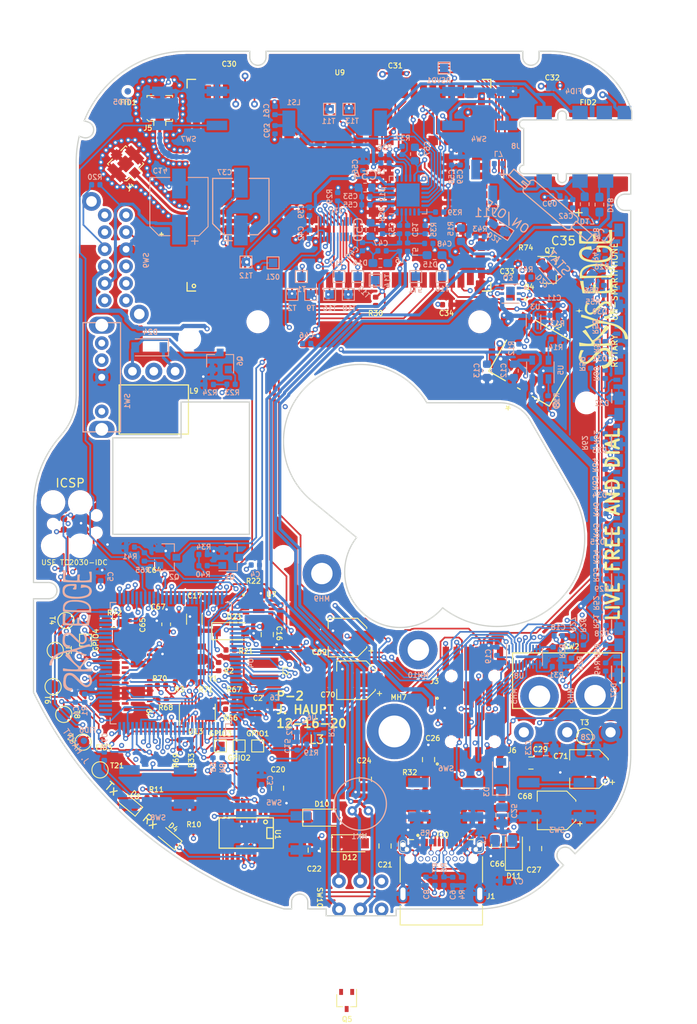
<source format=kicad_pcb>
(kicad_pcb (version 20171130) (host pcbnew 5.1.6+dfsg1-1~bpo10+1)
  (layers (0 L1_GND+GNDA.Cu signal) (1 L2_3v3+GNDA.Cu signal) (2 L3_3v8+GNDA.Cu signal) (3 L4_GND.Cu signal) (4 L5_3v8.Cu signal) (31 L6_GND.Cu signal) (34 B.Paste user hide) (35 F.Paste user hide) (36 B.SilkS user) (37 F.SilkS user) (38 B.Mask user hide) (39 F.Mask user hide) (44 Edge.Cuts user))
  (net 0 "")
  (net 1 /RESET)
  (net 2 GND)
  (net 3 /AREF)
  (net 4 "Net-(C7-Pad1)")
  (net 5 "Net-(C8-Pad1)")
  (net 6 "Net-(C9-Pad1)")
  (net 7 "Net-(C10-Pad2)")
  (net 8 "Net-(D4-Pad2)")
  (net 9 "Net-(D4-Pad1)")
  (net 10 "Net-(D5-Pad1)")
  (net 11 "Net-(D5-Pad2)")
  (net 12 /MISO)
  (net 13 /MOSI)
  (net 14 /SCK)
  (net 15 "Net-(R2-Pad1)")
  (net 16 "Net-(R6-Pad1)")
  (net 17 "Net-(R7-Pad1)")
  (net 18 "Net-(R8-Pad1)")
  (net 19 "Net-(R9-Pad2)")
  (net 20 "Net-(U1-Pad10)")
  (net 21 "Net-(R2-Pad2)")
  (net 22 "Net-(R3-Pad2)")
  (net 23 "Net-(R13-Pad2)")
  (net 24 "Net-(R14-Pad2)")
  (net 25 "Net-(R18-Pad2)")
  (net 26 "Net-(R21-Pad2)")
  (net 27 /CELL_ON)
  (net 28 /CELL_RESET)
  (net 29 /BELL_PWM)
  (net 30 +3V8)
  (net 31 "Net-(C11-Pad1)")
  (net 32 "Net-(C11-Pad2)")
  (net 33 VBUS)
  (net 34 "Net-(C14-Pad1)")
  (net 35 +3V3)
  (net 36 +12V)
  (net 37 "Net-(C21-Pad1)")
  (net 38 "Net-(C21-Pad2)")
  (net 39 "/CELL TRANSCEIVER/V_BCKP")
  (net 40 /AUDIO/V_INT)
  (net 41 GNDA)
  (net 42 "Net-(C46-Pad1)")
  (net 43 "Net-(C47-Pad1)")
  (net 44 "Net-(C48-Pad1)")
  (net 45 "Net-(C49-Pad1)")
  (net 46 "Net-(C50-Pad1)")
  (net 47 "Net-(C51-Pad1)")
  (net 48 "Net-(C52-Pad1)")
  (net 49 "Net-(C53-Pad1)")
  (net 50 "Net-(C54-Pad1)")
  (net 51 "Net-(C55-Pad1)")
  (net 52 "Net-(C60-Pad1)")
  (net 53 "Net-(C61-Pad1)")
  (net 54 "/OLED DRIVER/VSEGM")
  (net 55 "/OLED DRIVER/VCOMH")
  (net 56 "/OLED DRIVER/VSL")
  (net 57 "Net-(D3-Pad2)")
  (net 58 /RELAY_OFF)
  (net 59 "Net-(D21-Pad2)")
  (net 60 "Net-(D22-Pad2)")
  (net 61 "Net-(D25-Pad1)")
  (net 62 "Net-(D25-Pad3)")
  (net 63 "Net-(D26-Pad1)")
  (net 64 "Net-(D26-Pad3)")
  (net 65 "Net-(D27-Pad3)")
  (net 66 "Net-(D27-Pad1)")
  (net 67 "Net-(D28-Pad3)")
  (net 68 "Net-(D28-Pad1)")
  (net 69 "Net-(D29-Pad3)")
  (net 70 "Net-(D29-Pad1)")
  (net 71 "Net-(D30-Pad1)")
  (net 72 "Net-(D30-Pad3)")
  (net 73 "Net-(D31-Pad3)")
  (net 74 "Net-(D31-Pad1)")
  (net 75 "Net-(D32-Pad1)")
  (net 76 "Net-(D32-Pad3)")
  (net 77 "Net-(J1-PadA5)")
  (net 78 "Net-(J1-PadB5)")
  (net 79 /EPD_BUSY)
  (net 80 "/CELL TRANSCEIVER/ANT2")
  (net 81 "/CELL TRANSCEIVER/ANT1")
  (net 82 /SD_CD)
  (net 83 "/OLED DRIVER/IREF")
  (net 84 "/OLED DRIVER/OLED_CS_3V3")
  (net 85 "/OLED DRIVER/OLED_A0_3V3")
  (net 86 "/OLED DRIVER/OLED_SI_3V3")
  (net 87 "/OLED DRIVER/OLED_RES_3V3")
  (net 88 "/OLED DRIVER/OLED_SCL_3V3")
  (net 89 "Net-(L7-Pad2)")
  (net 90 "Net-(L8-Pad2)")
  (net 91 "Net-(Q3-Pad1)")
  (net 92 "Net-(Q3-Pad2)")
  (net 93 "Net-(Q3-Pad3)")
  (net 94 "Net-(Q3-Pad5)")
  (net 95 "Net-(Q3-Pad6)")
  (net 96 "Net-(Q4-Pad3)")
  (net 97 /MCURX-TO-FTDITX)
  (net 98 /MCUTX-TO-FTDIRX)
  (net 99 "Net-(R19-Pad1)")
  (net 100 /3v3_EN)
  (net 101 "Net-(R20-Pad1)")
  (net 102 LL_OE)
  (net 103 /EPD_CS)
  (net 104 /EPD_RESET)
  (net 105 "/CELL TRANSCEIVER/I2S_SDA")
  (net 106 "/CELL TRANSCEIVER/I2S_SCL")
  (net 107 "Net-(R39-Pad2)")
  (net 108 /LED_TURNINGOFF)
  (net 109 /LED_STAT)
  (net 110 /LED_1A)
  (net 111 /LED_1B)
  (net 112 /LED_2A)
  (net 113 /LED_2B)
  (net 114 /LED_3A)
  (net 115 /LED_3B)
  (net 116 /LED_4A)
  (net 117 /LED_4B)
  (net 118 /LED_5A)
  (net 119 /LED_5B)
  (net 120 /LED_6A)
  (net 121 /LED_6B)
  (net 122 /LED_7A)
  (net 123 /LED_7B)
  (net 124 /LED_8A)
  (net 125 /LED_8B)
  (net 126 /LED_9A)
  (net 127 /LED_9B)
  (net 128 /LED_10A)
  (net 129 /LED_10B)
  (net 130 "Net-(R66-Pad1)")
  (net 131 "Net-(R67-Pad1)")
  (net 132 /SW_MODE1)
  (net 133 /SW_MODE2)
  (net 134 /SW_MODE3)
  (net 135 /SW_MULTI1)
  (net 136 /SW_CLEAR)
  (net 137 /SW_MULTI3)
  (net 138 /SW_MULTI2)
  (net 139 /SW_HOOK)
  (net 140 /SW_MULTI4)
  (net 141 /OFFSIGNAL)
  (net 142 /SW_ROTARY)
  (net 143 /CELL_PWR_DET)
  (net 144 /CELL_CTS)
  (net 145 /CELL_RTS)
  (net 146 /CELL_STAT)
  (net 147 /OLED_CS)
  (net 148 /SD_CS)
  (net 149 /EPD_DC)
  (net 150 /12v_EN)
  (net 151 /OLED_AO)
  (net 152 /OLED_XRES)
  (net 153 /CELL_RXD)
  (net 154 /CELL_TXD)
  (net 155 "/CELL TRANSCEIVER/HOST_SELECT0")
  (net 156 "/CELL TRANSCEIVER/RXD_1v8")
  (net 157 "/CELL TRANSCEIVER/TXD_1v8")
  (net 158 "/CELL TRANSCEIVER/CTS_1v8")
  (net 159 "/CELL TRANSCEIVER/RTS_1v8")
  (net 160 "/CELL TRANSCEIVER/DCD_1v8")
  (net 161 "/CELL TRANSCEIVER/RI_1v8")
  (net 162 "/CELL TRANSCEIVER/DSR_1v8")
  (net 163 "/CELL TRANSCEIVER/I2S_WA")
  (net 164 "/CELL TRANSCEIVER/HOST_SELECT1")
  (net 165 "/CELL TRANSCEIVER/I2S_TXD")
  (net 166 "/CELL TRANSCEIVER/I2S_RXD")
  (net 167 "/CELL TRANSCEIVER/I2S_GPIO6")
  (net 168 /AUDIO/BLCK)
  (net 169 "Net-(D23-Pad2)")
  (net 170 "Net-(D24-Pad2)")
  (net 171 "Net-(D33-Pad1)")
  (net 172 "Net-(D33-Pad3)")
  (net 173 "Net-(D34-Pad1)")
  (net 174 "Net-(D34-Pad3)")
  (net 175 /VSIM)
  (net 176 /SIM_RST)
  (net 177 /SIM_IO)
  (net 178 /SIM_CLK)
  (net 179 /CELL_USB_D+)
  (net 180 /CELL_USB_D-)
  (net 181 "/ePaper Driver/PREVGH")
  (net 182 "/ePaper Driver/VSH")
  (net 183 "/ePaper Driver/VGH")
  (net 184 "/ePaper Driver/VPP")
  (net 185 "/ePaper Driver/VGL")
  (net 186 "/ePaper Driver/VSL")
  (net 187 "/ePaper Driver/VCOM")
  (net 188 "/ePaper Driver/VDD")
  (net 189 "/ePaper Driver/PREVGL")
  (net 190 /GPIO3)
  (net 191 /GPIO4)
  (net 192 /GPIO2)
  (net 193 "/ePaper Driver/GDR")
  (net 194 "/ePaper Driver/RESE")
  (net 195 "/ePaper Driver/RESET_3v3")
  (net 196 "/ePaper Driver/DC_3v3")
  (net 197 "/ePaper Driver/CS_3v3")
  (net 198 "/ePaper Driver/SCK_3v3")
  (net 199 "/ePaper Driver/MOSI_3v3")
  (net 200 "Net-(J8-Pad1)")
  (net 201 "Net-(R28-Pad1)")
  (net 202 "Net-(R31-Pad1)")
  (net 203 "Net-(RSVD1-Pad1)")
  (net 204 "Net-(J8-Pad10)")
  (net 205 "Net-(T13-Pad1)")
  (net 206 /chg_stat)
  (net 207 "Net-(Q1-Pad1)")
  (net 208 "Net-(Q1-Pad3)")
  (net 209 "Net-(Q2-Pad3)")
  (net 210 "Net-(Q2-Pad1)")
  (net 211 "Net-(Q7-Pad1)")
  (net 212 /LED_HOOK)
  (net 213 +BATT)
  (net 214 /POWSW4)
  (net 215 /GPIO1)
  (net 216 "Net-(J11-Pad1)")
  (net 217 "Net-(J12-Pad1)")
  (net 218 "Net-(Q6-Pad1)")
  (module MyFootprints:TactileSwitch_Panasonic_EVQ-Q2Y03W (layer L6_GND.Cu) (at 164 61)
    (fp_text reference SW4 (at -0.1 3.6) (layer B.SilkS) (effects (font (size 0.6 0.6) (thickness 0.12)) (justify mirror)))
    (fp_text value "Tactile Switch" hide)
    (pad 2 smd rect (at -3.2 -2) (size 2.4 1.1) (layers L6_GND.Cu B.Paste B.Mask) (net 2 GND))
    (pad 2 smd rect (at 3.2 -2) (size 2.4 1.1) (layers L6_GND.Cu B.Paste B.Mask) (net 2 GND))
    (pad 1 smd rect (at 3.2 2) (size 2.4 1.1) (layers L6_GND.Cu B.Paste B.Mask) (net 136 /SW_CLEAR))
    (pad 1 smd rect (at -3.2 2) (size 2.4 1.1) (layers L6_GND.Cu B.Paste B.Mask) (net 136 /SW_CLEAR))
  )
  (module MyFootprints:TactileSwitch_Panasonic_EVQ-Q2Y03W (layer L6_GND.Cu) (at 130 61)
    (fp_text reference SW7 (at -0.127 3.6) (layer B.SilkS) (effects (font (size 0.6 0.6) (thickness 0.12)) (justify mirror)))
    (fp_text value "Tactile Switch" hide)
    (pad 2 smd rect (at -3.2 -2) (size 2.4 1.1) (layers L6_GND.Cu B.Paste B.Mask) (net 2 GND))
    (pad 2 smd rect (at 3.2 -2) (size 2.4 1.1) (layers L6_GND.Cu B.Paste B.Mask) (net 2 GND))
    (pad 1 smd rect (at 3.2 2) (size 2.4 1.1) (layers L6_GND.Cu B.Paste B.Mask) (net 139 /SW_HOOK))
    (pad 1 smd rect (at -3.2 2) (size 2.4 1.1) (layers L6_GND.Cu B.Paste B.Mask) (net 139 /SW_HOOK))
  )
  (module MyFootprints:TactileSwitch_Panasonic_EVQ-Q2Y03W (layer L6_GND.Cu) (at 126.146 140.497 180)
    (fp_text reference SW8 (at -0.154 -3.603) (layer B.SilkS) (effects (font (size 0.6 0.6) (thickness 0.12)) (justify mirror)))
    (fp_text value "Tactile Switch" hide)
    (pad 2 smd rect (at -3.2 -2 180) (size 2.4 1.1) (layers L6_GND.Cu B.Paste B.Mask) (net 2 GND))
    (pad 2 smd rect (at 3.2 -2 180) (size 2.4 1.1) (layers L6_GND.Cu B.Paste B.Mask) (net 2 GND))
    (pad 1 smd rect (at 3.2 2 180) (size 2.4 1.1) (layers L6_GND.Cu B.Paste B.Mask) (net 140 /SW_MULTI4))
    (pad 1 smd rect (at -3.2 2 180) (size 2.4 1.1) (layers L6_GND.Cu B.Paste B.Mask) (net 140 /SW_MULTI4))
  )
  (module MyFootprints:TactileSwitch_Panasonic_EVQ-Q2Y03W (layer L6_GND.Cu) (at 139.827 145.886 180)
    (fp_text reference SW5 (at -0.073 3.536 180) (layer B.SilkS) (effects (font (size 0.6 0.6) (thickness 0.12)) (justify mirror)))
    (fp_text value "Tactile Switch" hide)
    (pad 2 smd rect (at -3.2 -2 180) (size 2.4 1.1) (layers L6_GND.Cu B.Paste B.Mask) (net 2 GND))
    (pad 2 smd rect (at 3.2 -2 180) (size 2.4 1.1) (layers L6_GND.Cu B.Paste B.Mask) (net 2 GND))
    (pad 1 smd rect (at 3.2 2 180) (size 2.4 1.1) (layers L6_GND.Cu B.Paste B.Mask) (net 137 /SW_MULTI3))
    (pad 1 smd rect (at -3.2 2 180) (size 2.4 1.1) (layers L6_GND.Cu B.Paste B.Mask) (net 137 /SW_MULTI3))
  )
  (module MyFootprints:TactileSwitch_Panasonic_EVQ-Q2Y03W (layer L6_GND.Cu) (at 160 142 180)
    (fp_text reference SW6 (at -0.05 3.65 180) (layer B.SilkS) (effects (font (size 0.6 0.6) (thickness 0.12)) (justify mirror)))
    (fp_text value "Tactile Switch" hide)
    (pad 2 smd rect (at -3.2 -2 180) (size 2.4 1.1) (layers L6_GND.Cu B.Paste B.Mask) (net 2 GND))
    (pad 2 smd rect (at 3.2 -2 180) (size 2.4 1.1) (layers L6_GND.Cu B.Paste B.Mask) (net 2 GND))
    (pad 1 smd rect (at 3.2 2 180) (size 2.4 1.1) (layers L6_GND.Cu B.Paste B.Mask) (net 138 /SW_MULTI2))
    (pad 1 smd rect (at -3.2 2 180) (size 2.4 1.1) (layers L6_GND.Cu B.Paste B.Mask) (net 138 /SW_MULTI2))
  )
  (module MyFootprints:TactileSwitch_Panasonic_EVQ-Q2Y03W (layer L6_GND.Cu) (at 173 142 180)
    (fp_text reference SW3 (at -0.05 -3.55) (layer B.SilkS) (effects (font (size 0.6 0.6) (thickness 0.12)) (justify mirror)))
    (fp_text value "Tactile Switch" hide)
    (pad 2 smd rect (at -3.2 -2 180) (size 2.4 1.1) (layers L6_GND.Cu B.Paste B.Mask) (net 2 GND))
    (pad 2 smd rect (at 3.2 -2 180) (size 2.4 1.1) (layers L6_GND.Cu B.Paste B.Mask) (net 2 GND))
    (pad 1 smd rect (at 3.2 2 180) (size 2.4 1.1) (layers L6_GND.Cu B.Paste B.Mask) (net 135 /SW_MULTI1))
    (pad 1 smd rect (at -3.2 2 180) (size 2.4 1.1) (layers L6_GND.Cu B.Paste B.Mask) (net 135 /SW_MULTI1))
  )
  (module MyFootprints:Microphone_PUI_POM-2738P-R (layer L6_GND.Cu) (at 150 142.5)
    (fp_text reference MK1 (at -0.1 3.8) (layer B.SilkS) (effects (font (size 0.6 0.6) (thickness 0.12)) (justify mirror)))
    (fp_text value "2k2 Electret")
    (pad 1 thru_hole circle (at -0.95 0.8) (size 1.1 1.1) (drill 0.55) (layers *.Cu *.Mask) (net 200 "Net-(J8-Pad1)"))
    (pad 2 thru_hole circle (at 0.95 0.8) (size 1.1 1.1) (drill 0.55) (layers *.Cu *.Mask) (net 53 "Net-(C61-Pad1)"))
  )
  (module MyFootprints:AWSCR-16.00CV-T (layer L1_GND+GNDA.Cu) (at 129.4 125.55 270)
    (fp_text reference Y1 (at 2.25 -3.35 unlocked) (layer F.SilkS) (effects (font (size 0.6 0.6) (thickness 0.12))))
    (fp_text value 8MHz)
    (pad 3 smd rect (at 1.5 0 270) (size 0.7 5) (layers L1_GND+GNDA.Cu F.Paste F.Mask) (net 15 "Net-(R2-Pad1)"))
    (pad 2 smd rect (at 0 0 270) (size 1 5) (layers L1_GND+GNDA.Cu F.Paste F.Mask) (net 2 GND))
    (pad 1 smd rect (at -1.5 0 270) (size 0.7 5) (layers L1_GND+GNDA.Cu F.Paste F.Mask) (net 21 "Net-(R2-Pad2)"))
  )
  (module MyFootprints:BoostConverter_MCP1661 (layer L1_GND+GNDA.Cu) (at 138.1 119.4 270)
    (fp_text reference U7 (at -1.45 -1.475 unlocked) (layer F.SilkS) (effects (font (size 0.6 0.6) (thickness 0.12))))
    (fp_text value MCP1661 hide)
    (pad 1 smd rect (at -0.75 1.5 270) (size 0.3 0.75) (layers L1_GND+GNDA.Cu F.Paste F.Mask) (net 26 "Net-(R21-Pad2)"))
    (pad "" smd rect (at 0 0 270) (size 1.46 1.36) (layers L1_GND+GNDA.Cu F.Paste F.Mask))
    (pad 2 smd rect (at -0.25 1.5 270) (size 0.3 0.75) (layers L1_GND+GNDA.Cu F.Paste F.Mask) (net 2 GND))
    (pad 3 smd rect (at 0.25 1.5 270) (size 0.3 0.75) (layers L1_GND+GNDA.Cu F.Paste F.Mask) (net 169 "Net-(D23-Pad2)"))
    (pad 4 smd rect (at 0.75 1.5 270) (size 0.3 0.75) (layers L1_GND+GNDA.Cu F.Paste F.Mask))
    (pad 5 smd rect (at 0.75 -1.5 270) (size 0.3 0.75) (layers L1_GND+GNDA.Cu F.Paste F.Mask) (net 30 +3V8))
    (pad 6 smd rect (at 0.25 -1.5 270) (size 0.3 0.75) (layers L1_GND+GNDA.Cu F.Paste F.Mask))
    (pad 7 smd rect (at -0.25 -1.5 270) (size 0.3 0.75) (layers L1_GND+GNDA.Cu F.Paste F.Mask) (net 2 GND))
    (pad 8 smd rect (at -0.75 -1.5 270) (size 0.3 0.75) (layers L1_GND+GNDA.Cu F.Paste F.Mask) (net 150 /12v_EN))
  )
  (module MyFootprints:LDO_MIC5528 (layer L6_GND.Cu) (at 144.2 133.7)
    (fp_text reference U6 (at 0.1 -1.3 unlocked) (layer B.SilkS) (effects (font (size 0.6 0.6) (thickness 0.12)) (justify mirror)))
    (fp_text value MIC5528 hide)
    (pad 1 smd rect (at -0.4 -0.525) (size 0.18 0.35) (layers L6_GND.Cu B.Paste B.Mask) (net 35 +3V3))
    (pad 2 smd rect (at 0 -0.525) (size 0.18 0.35) (layers L6_GND.Cu B.Paste B.Mask) (net 35 +3V3))
    (pad 3 smd rect (at 0.4 -0.525) (size 0.18 0.35) (layers L6_GND.Cu B.Paste B.Mask) (net 2 GND))
    (pad 4 smd rect (at 0.4 0.525) (size 0.18 0.35) (layers L6_GND.Cu B.Paste B.Mask) (net 99 "Net-(R19-Pad1)"))
    (pad 5 smd rect (at 0 0.525) (size 0.18 0.35) (layers L6_GND.Cu B.Paste B.Mask))
    (pad 6 smd rect (at -0.4 0.525) (size 0.18 0.35) (layers L6_GND.Cu B.Paste B.Mask) (net 30 +3V8))
    (pad "" smd rect (at 0 0) (size 0.94 0.3) (layers L6_GND.Cu B.Paste B.Mask))
  )
  (module digikey-footprints:TI_CSD16301Q2 (layer L1_GND+GNDA.Cu) (at 167.6 82.7 180)
    (fp_text reference Q4 (at -2.2 0.8 unlocked) (layer F.SilkS) (effects (font (size 0.6 0.6) (thickness 0.12))))
    (fp_text value Q_NMOS_POWER)
    (fp_poly (pts (xy -0.23 0.5) (xy 0.42 0.5) (xy 0.422617 0.500069) (xy 0.425226 0.500274) (xy 0.427822 0.500616) (xy 0.430396 0.501093) (xy 0.432941 0.501704) (xy 0.435451 0.502447) (xy 0.437918 0.503321) (xy 0.440337 0.504323) (xy 0.4427 0.50545) (xy 0.445 0.506699) (xy 0.447232 0.508066) (xy 0.449389 0.509549) (xy 0.451466 0.511143) (xy 0.453457 0.512843) (xy 0.455355 0.514645) (xy 0.457157 0.516543) (xy 0.458857 0.518534) (xy 0.460451 0.520611) (xy 0.461934 0.522768) (xy 0.463301 0.525) (xy 0.46455 0.5273) (xy 0.465677 0.529663) (xy 0.466679 0.532082) (xy 0.467553 0.534549) (xy 0.468296 0.537059) (xy 0.468907 0.539604) (xy 0.469384 0.542178) (xy 0.469726 0.544774) (xy 0.469931 0.547383) (xy 0.47 0.55) (xy 0.47 0.75) (xy 0.469931 0.752617) (xy 0.469726 0.755226) (xy 0.469384 0.757822) (xy 0.468907 0.760396) (xy 0.468296 0.762941) (xy 0.467553 0.765451) (xy 0.466679 0.767918) (xy 0.465677 0.770337) (xy 0.46455 0.7727) (xy 0.463301 0.775) (xy 0.461934 0.777232) (xy 0.460451 0.779389) (xy 0.458857 0.781466) (xy 0.457157 0.783457) (xy 0.455355 0.785355) (xy 0.453457 0.787157) (xy 0.451466 0.788857) (xy 0.449389 0.790451) (xy 0.447232 0.791934) (xy 0.445 0.793301) (xy 0.4427 0.79455) (xy 0.440337 0.795677) (xy 0.437918 0.796679) (xy 0.435451 0.797553) (xy 0.432941 0.798296) (xy 0.430396 0.798907) (xy 0.427822 0.799384) (xy 0.425226 0.799726) (xy 0.422617 0.799931) (xy 0.42 0.8) (xy -0.23 0.8) (xy -0.232617 0.799931) (xy -0.235226 0.799726) (xy -0.237822 0.799384) (xy -0.240396 0.798907) (xy -0.242941 0.798296) (xy -0.245451 0.797553) (xy -0.247918 0.796679) (xy -0.250337 0.795677) (xy -0.2527 0.79455) (xy -0.255 0.793301) (xy -0.257232 0.791934) (xy -0.259389 0.790451) (xy -0.261466 0.788857) (xy -0.263457 0.787157) (xy -0.265355 0.785355) (xy -0.267157 0.783457) (xy -0.268857 0.781466) (xy -0.270451 0.779389) (xy -0.271934 0.777232) (xy -0.273301 0.775) (xy -0.27455 0.7727) (xy -0.275677 0.770337) (xy -0.276679 0.767918) (xy -0.277553 0.765451) (xy -0.278296 0.762941) (xy -0.278907 0.760396) (xy -0.279384 0.757822) (xy -0.279726 0.755226) (xy -0.279931 0.752617) (xy -0.28 0.75) (xy -0.28 0.55) (xy -0.279931 0.547383) (xy -0.279726 0.544774) (xy -0.279384 0.542178) (xy -0.278907 0.539604) (xy -0.278296 0.537059) (xy -0.277553 0.534549) (xy -0.276679 0.532082) (xy -0.275677 0.529663) (xy -0.27455 0.5273) (xy -0.273301 0.525) (xy -0.271934 0.522768) (xy -0.270451 0.520611) (xy -0.268857 0.518534) (xy -0.267157 0.516543) (xy -0.265355 0.514645) (xy -0.263457 0.512843) (xy -0.261466 0.511143) (xy -0.259389 0.509549) (xy -0.257232 0.508066) (xy -0.255 0.506699) (xy -0.2527 0.50545) (xy -0.250337 0.504323) (xy -0.247918 0.503321) (xy -0.245451 0.502447) (xy -0.242941 0.501704) (xy -0.240396 0.501093) (xy -0.237822 0.500616) (xy -0.235226 0.500274) (xy -0.232617 0.500069) (xy -0.23 0.5)) (layer L1_GND+GNDA.Cu) (width 0.01))
    (pad 7 smd rect (at 0.095 0.65 180) (size 0.3 0.3) (layers L1_GND+GNDA.Cu))
    (pad 8 smd rect (at 0 -0.325 180) (size 1 0.95) (layers L1_GND+GNDA.Cu))
    (pad 6 smd rect (at 0.975 -0.65 180) (size 0.45 0.3) (layers L1_GND+GNDA.Cu F.Paste) (net 95 "Net-(Q3-Pad6)"))
    (pad 5 smd rect (at 0.975 0 180) (size 0.45 0.3) (layers L1_GND+GNDA.Cu F.Paste) (net 94 "Net-(Q3-Pad5)"))
    (pad 4 smd rect (at 0.975 0.65 180) (size 0.45 0.3) (layers L1_GND+GNDA.Cu F.Paste) (net 2 GND))
    (pad 3 smd rect (at -0.975 0.65 180) (size 0.45 0.3) (layers L1_GND+GNDA.Cu F.Paste) (net 96 "Net-(Q4-Pad3)"))
    (pad 2 smd rect (at -0.975 0 180) (size 0.45 0.3) (layers L1_GND+GNDA.Cu F.Paste) (net 92 "Net-(Q3-Pad2)"))
    (pad 1 smd rect (at -0.975 -0.65 180) (size 0.45 0.3) (layers L1_GND+GNDA.Cu F.Paste) (net 91 "Net-(Q3-Pad1)"))
  )
  (module digikey-footprints:TI_CSD16301Q2 (layer L6_GND.Cu) (at 167.6 82.7 180)
    (fp_text reference Q3 (at 0.282 1.9064 180 unlocked) (layer B.SilkS) (effects (font (size 0.6 0.6) (thickness 0.12)) (justify mirror)))
    (fp_text value Q_NMOS_POWER)
    (fp_poly (pts (xy -0.23 -0.5) (xy 0.42 -0.5) (xy 0.422617 -0.500069) (xy 0.425226 -0.500274) (xy 0.427822 -0.500616) (xy 0.430396 -0.501093) (xy 0.432941 -0.501704) (xy 0.435451 -0.502447) (xy 0.437918 -0.503321) (xy 0.440337 -0.504323) (xy 0.4427 -0.50545) (xy 0.445 -0.506699) (xy 0.447232 -0.508066) (xy 0.449389 -0.509549) (xy 0.451466 -0.511143) (xy 0.453457 -0.512843) (xy 0.455355 -0.514645) (xy 0.457157 -0.516543) (xy 0.458857 -0.518534) (xy 0.460451 -0.520611) (xy 0.461934 -0.522768) (xy 0.463301 -0.525) (xy 0.46455 -0.5273) (xy 0.465677 -0.529663) (xy 0.466679 -0.532082) (xy 0.467553 -0.534549) (xy 0.468296 -0.537059) (xy 0.468907 -0.539604) (xy 0.469384 -0.542178) (xy 0.469726 -0.544774) (xy 0.469931 -0.547383) (xy 0.47 -0.55) (xy 0.47 -0.75) (xy 0.469931 -0.752617) (xy 0.469726 -0.755226) (xy 0.469384 -0.757822) (xy 0.468907 -0.760396) (xy 0.468296 -0.762941) (xy 0.467553 -0.765451) (xy 0.466679 -0.767918) (xy 0.465677 -0.770337) (xy 0.46455 -0.7727) (xy 0.463301 -0.775) (xy 0.461934 -0.777232) (xy 0.460451 -0.779389) (xy 0.458857 -0.781466) (xy 0.457157 -0.783457) (xy 0.455355 -0.785355) (xy 0.453457 -0.787157) (xy 0.451466 -0.788857) (xy 0.449389 -0.790451) (xy 0.447232 -0.791934) (xy 0.445 -0.793301) (xy 0.4427 -0.79455) (xy 0.440337 -0.795677) (xy 0.437918 -0.796679) (xy 0.435451 -0.797553) (xy 0.432941 -0.798296) (xy 0.430396 -0.798907) (xy 0.427822 -0.799384) (xy 0.425226 -0.799726) (xy 0.422617 -0.799931) (xy 0.42 -0.8) (xy -0.23 -0.8) (xy -0.232617 -0.799931) (xy -0.235226 -0.799726) (xy -0.237822 -0.799384) (xy -0.240396 -0.798907) (xy -0.242941 -0.798296) (xy -0.245451 -0.797553) (xy -0.247918 -0.796679) (xy -0.250337 -0.795677) (xy -0.2527 -0.79455) (xy -0.255 -0.793301) (xy -0.257232 -0.791934) (xy -0.259389 -0.790451) (xy -0.261466 -0.788857) (xy -0.263457 -0.787157) (xy -0.265355 -0.785355) (xy -0.267157 -0.783457) (xy -0.268857 -0.781466) (xy -0.270451 -0.779389) (xy -0.271934 -0.777232) (xy -0.273301 -0.775) (xy -0.27455 -0.7727) (xy -0.275677 -0.770337) (xy -0.276679 -0.767918) (xy -0.277553 -0.765451) (xy -0.278296 -0.762941) (xy -0.278907 -0.760396) (xy -0.279384 -0.757822) (xy -0.279726 -0.755226) (xy -0.279931 -0.752617) (xy -0.28 -0.75) (xy -0.28 -0.55) (xy -0.279931 -0.547383) (xy -0.279726 -0.544774) (xy -0.279384 -0.542178) (xy -0.278907 -0.539604) (xy -0.278296 -0.537059) (xy -0.277553 -0.534549) (xy -0.276679 -0.532082) (xy -0.275677 -0.529663) (xy -0.27455 -0.5273) (xy -0.273301 -0.525) (xy -0.271934 -0.522768) (xy -0.270451 -0.520611) (xy -0.268857 -0.518534) (xy -0.267157 -0.516543) (xy -0.265355 -0.514645) (xy -0.263457 -0.512843) (xy -0.261466 -0.511143) (xy -0.259389 -0.509549) (xy -0.257232 -0.508066) (xy -0.255 -0.506699) (xy -0.2527 -0.50545) (xy -0.250337 -0.504323) (xy -0.247918 -0.503321) (xy -0.245451 -0.502447) (xy -0.242941 -0.501704) (xy -0.240396 -0.501093) (xy -0.237822 -0.500616) (xy -0.235226 -0.500274) (xy -0.232617 -0.500069) (xy -0.23 -0.5)) (layer L6_GND.Cu) (width 0.01))
    (pad 1 smd rect (at -0.975 0.65 180) (size 0.45 0.3) (layers L6_GND.Cu B.Paste) (net 91 "Net-(Q3-Pad1)"))
    (pad 2 smd rect (at -0.975 0 180) (size 0.45 0.3) (layers L6_GND.Cu B.Paste) (net 92 "Net-(Q3-Pad2)"))
    (pad 3 smd rect (at -0.975 -0.65 180) (size 0.45 0.3) (layers L6_GND.Cu B.Paste) (net 93 "Net-(Q3-Pad3)"))
    (pad 4 smd rect (at 0.975 -0.65 180) (size 0.45 0.3) (layers L6_GND.Cu B.Paste) (net 32 "Net-(C11-Pad2)"))
    (pad 5 smd rect (at 0.975 0 180) (size 0.45 0.3) (layers L6_GND.Cu B.Paste) (net 94 "Net-(Q3-Pad5)"))
    (pad 6 smd rect (at 0.975 0.65 180) (size 0.45 0.3) (layers L6_GND.Cu B.Paste) (net 95 "Net-(Q3-Pad6)"))
    (pad 8 smd rect (at 0 0.325 180) (size 1 0.95) (layers L6_GND.Cu))
    (pad 7 smd rect (at 0.095 -0.65 180) (size 0.3 0.3) (layers L6_GND.Cu))
  )
  (module MyFootprints:SMTSO-M2-3ET (layer L1_GND+GNDA.Cu) (at 154 134)
    (fp_text reference MH7 (at 0.5 -4) (layer F.SilkS) (effects (font (size 0.6 0.6) (thickness 0.12))))
    (fp_text value MountingHole)
    (pad 1 thru_hole circle (at 0 0) (size 6.5 6.5) (drill 3.73) (layers *.Cu *.Mask))
  )
  (module MyFootprints:SMTSO-M1.6-1ET (layer L6_GND.Cu) (at 156.8 124.4)
    (fp_text reference MH10 (at 0 3) (layer B.SilkS) (effects (font (size 0.6 0.6) (thickness 0.12)) (justify mirror)))
    (fp_text value MountingHole)
    (pad 1 thru_hole circle (at 0 0.05) (size 4.5 4.5) (drill 2.5) (layers *.Cu *.Mask))
    (pad 1 thru_hole circle (at 0 0.05) (size 4.5 4.5) (drill 2.5) (layers *.Mask L1_GND+GNDA.Cu))
  )
  (module MyFootprints:SMTSO-M1.6-1ET (layer L6_GND.Cu) (at 145.5 115.45)
    (fp_text reference MH9 (at 0 3) (layer B.SilkS) (effects (font (size 0.6 0.6) (thickness 0.12)) (justify mirror)))
    (fp_text value MountingHole)
    (pad 1 thru_hole circle (at 0 0.05) (size 4.5 4.5) (drill 2.5) (layers *.Cu *.Mask))
    (pad 1 thru_hole circle (at 0 0.05) (size 4.5 4.5) (drill 2.5) (layers *.Mask L1_GND+GNDA.Cu))
  )
  (module MyFootprints:SMTSO-M1.6-1ET (layer L6_GND.Cu) (at 177.51 129.75)
    (fp_text reference MH6 (at -2.85 0.05 90) (layer B.SilkS) (effects (font (size 0.6 0.6) (thickness 0.12)) (justify mirror)))
    (fp_text value MountingHole)
    (pad 1 thru_hole circle (at 0 0.05) (size 4.5 4.5) (drill 2.5) (layers *.Cu *.Mask))
    (pad 1 thru_hole circle (at 0 0.05) (size 4.5 4.5) (drill 2.5) (layers *.Mask L1_GND+GNDA.Cu))
  )
  (module MyFootprints:SMTSO-M1.6-1ET (layer L6_GND.Cu) (at 171 129.82)
    (fp_text reference MH5 (at -2.95 0.05 90) (layer B.SilkS) (effects (font (size 0.6 0.6) (thickness 0.12)) (justify mirror)))
    (fp_text value MountingHole)
    (pad 1 thru_hole circle (at 0 0.05) (size 4.5 4.5) (drill 2.5) (layers *.Cu *.Mask))
    (pad 1 thru_hole circle (at 0 0.05) (size 4.5 4.5) (drill 2.5) (layers *.Mask L1_GND+GNDA.Cu))
  )
  (module MyFootprints:Inductor10uH_Wurth_744053100 (layer L1_GND+GNDA.Cu) (at 145.05 138.8 270)
    (fp_text reference L3 (at -3.85 0.15 180) (layer F.SilkS))
    (fp_text value 10uH)
    (pad 1 smd rect (at 0 2.05 270) (size 6.3 2.2) (layers L1_GND+GNDA.Cu F.Paste F.Mask) (net 35 +3V3))
    (pad 2 smd rect (at 0 -2.05 270) (size 6.3 2.2) (layers L1_GND+GNDA.Cu F.Paste F.Mask) (net 38 "Net-(C21-Pad2)"))
  )
  (module MyFootprints:Inductor_Wurth_74438336100 (layer L1_GND+GNDA.Cu) (at 138.7 126.95 270)
    (fp_text reference L2 (at 0 -2.5 270 unlocked) (layer F.SilkS) (effects (font (size 0.6 0.6) (thickness 0.12))))
    (fp_text value 4.7uH hide)
    (pad 1 smd rect (at -1 0 270) (size 1.2 3.4) (layers L1_GND+GNDA.Cu F.Paste F.Mask) (net 30 +3V8))
    (pad 2 smd rect (at 1 0 270) (size 1.2 3.4) (layers L1_GND+GNDA.Cu F.Paste F.Mask) (net 169 "Net-(D23-Pad2)"))
  )
  (module MyFootprints:Molex_24pFPC_Vert_0525592452 (layer L1_GND+GNDA.Cu) (at 159.6 143)
    (fp_text reference J10 (at 0 3.1) (layer F.SilkS) (effects (font (size 0.6 0.6) (thickness 0.12))))
    (fp_text value FPC)
    (pad "" smd rect (at 7 1.45) (size 0.8 1.6) (layers L1_GND+GNDA.Cu F.Paste F.Mask))
    (pad "" smd rect (at 7 -1.45) (size 0.8 1.6) (layers L1_GND+GNDA.Cu F.Paste F.Mask))
    (pad "" smd rect (at -6.5 1.45) (size 0.8 1.6) (layers L1_GND+GNDA.Cu F.Paste F.Mask))
    (pad "" smd rect (at -6.5 -1.45) (size 0.8 1.6) (layers L1_GND+GNDA.Cu F.Paste F.Mask))
    (pad 24 smd rect (at 6 -1.45) (size 0.6 1.6) (layers L1_GND+GNDA.Cu F.Paste F.Mask) (net 187 "/ePaper Driver/VCOM"))
    (pad 23 smd rect (at 5.5 1.45) (size 0.6 1.6) (layers L1_GND+GNDA.Cu F.Paste F.Mask) (net 189 "/ePaper Driver/PREVGL"))
    (pad 22 smd rect (at 5 -1.45) (size 0.6 1.6) (layers L1_GND+GNDA.Cu F.Paste F.Mask) (net 186 "/ePaper Driver/VSL"))
    (pad 21 smd rect (at 4.5 1.45) (size 0.6 1.6) (layers L1_GND+GNDA.Cu F.Paste F.Mask) (net 181 "/ePaper Driver/PREVGH"))
    (pad 20 smd rect (at 4 -1.45) (size 0.6 1.6) (layers L1_GND+GNDA.Cu F.Paste F.Mask) (net 182 "/ePaper Driver/VSH"))
    (pad 19 smd rect (at 3.5 1.45) (size 0.6 1.6) (layers L1_GND+GNDA.Cu F.Paste F.Mask) (net 184 "/ePaper Driver/VPP"))
    (pad 18 smd rect (at 3 -1.45) (size 0.6 1.6) (layers L1_GND+GNDA.Cu F.Paste F.Mask) (net 188 "/ePaper Driver/VDD"))
    (pad 17 smd rect (at 2.5 1.45) (size 0.6 1.6) (layers L1_GND+GNDA.Cu F.Paste F.Mask) (net 2 GND))
    (pad 16 smd rect (at 2 -1.45) (size 0.6 1.6) (layers L1_GND+GNDA.Cu F.Paste F.Mask) (net 35 +3V3))
    (pad 15 smd rect (at 1.5 1.45) (size 0.6 1.6) (layers L1_GND+GNDA.Cu F.Paste F.Mask) (net 35 +3V3))
    (pad 14 smd rect (at 1 -1.45) (size 0.6 1.6) (layers L1_GND+GNDA.Cu F.Paste F.Mask) (net 199 "/ePaper Driver/MOSI_3v3"))
    (pad 13 smd rect (at 0.5 1.45) (size 0.6 1.6) (layers L1_GND+GNDA.Cu F.Paste F.Mask) (net 198 "/ePaper Driver/SCK_3v3"))
    (pad 12 smd rect (at 0 -1.45) (size 0.6 1.6) (layers L1_GND+GNDA.Cu F.Paste F.Mask) (net 197 "/ePaper Driver/CS_3v3"))
    (pad 11 smd rect (at -0.5 1.45) (size 0.6 1.6) (layers L1_GND+GNDA.Cu F.Paste F.Mask) (net 196 "/ePaper Driver/DC_3v3"))
    (pad 10 smd rect (at -1 -1.45) (size 0.6 1.6) (layers L1_GND+GNDA.Cu F.Paste F.Mask) (net 195 "/ePaper Driver/RESET_3v3"))
    (pad 9 smd rect (at -1.5 1.45) (size 0.6 1.6) (layers L1_GND+GNDA.Cu F.Paste F.Mask) (net 79 /EPD_BUSY))
    (pad 8 smd rect (at -2 -1.45) (size 0.6 1.6) (layers L1_GND+GNDA.Cu F.Paste F.Mask) (net 2 GND))
    (pad 7 smd rect (at -2.5 1.45) (size 0.6 1.6) (layers L1_GND+GNDA.Cu F.Paste F.Mask))
    (pad 6 smd rect (at -3 -1.45) (size 0.6 1.6) (layers L1_GND+GNDA.Cu F.Paste F.Mask))
    (pad 5 smd rect (at -3.5 1.45) (size 0.6 1.6) (layers L1_GND+GNDA.Cu F.Paste F.Mask) (net 183 "/ePaper Driver/VGH"))
    (pad 4 smd rect (at -4 -1.45) (size 0.6 1.6) (layers L1_GND+GNDA.Cu F.Paste F.Mask) (net 185 "/ePaper Driver/VGL"))
    (pad 3 smd rect (at -4.5 1.45) (size 0.6 1.6) (layers L1_GND+GNDA.Cu F.Paste F.Mask) (net 194 "/ePaper Driver/RESE"))
    (pad 2 smd rect (at -5 -1.45) (size 0.6 1.6) (layers L1_GND+GNDA.Cu F.Paste F.Mask) (net 193 "/ePaper Driver/GDR"))
    (pad 1 smd rect (at -5.5 1.45) (size 0.6 1.6) (layers L1_GND+GNDA.Cu F.Paste F.Mask))
  )
  (module "MyFootprints:Hirose_FPC_FH26W-31S-0.3SHW(60)" (layer L1_GND+GNDA.Cu) (at 123.7 126.22 270)
    (fp_text reference J9 (at 5.6 -1.6 90 unlocked) (layer F.SilkS) (effects (font (size 0.6 0.6) (thickness 0.12))))
    (fp_text value FPC hide)
    (pad 1 smd rect (at -4.5 1.25 270) (size 0.3 0.8) (layers L1_GND+GNDA.Cu F.Paste F.Mask))
    (pad 3 smd rect (at -3.9 1.25 270) (size 0.3 0.8) (layers L1_GND+GNDA.Cu F.Paste F.Mask) (net 54 "/OLED DRIVER/VSEGM"))
    (pad 5 smd rect (at -3.3 1.25 270) (size 0.3 0.8) (layers L1_GND+GNDA.Cu F.Paste F.Mask) (net 56 "/OLED DRIVER/VSL"))
    (pad 7 smd rect (at -2.7 1.25 270) (size 0.3 0.8) (layers L1_GND+GNDA.Cu F.Paste F.Mask) (net 83 "/OLED DRIVER/IREF"))
    (pad 9 smd rect (at -2.1 1.25 270) (size 0.3 0.8) (layers L1_GND+GNDA.Cu F.Paste F.Mask))
    (pad 11 smd rect (at -1.5 1.25 270) (size 0.3 0.8) (layers L1_GND+GNDA.Cu F.Paste F.Mask) (net 2 GND))
    (pad 13 smd rect (at -0.9 1.25 270) (size 0.3 0.8) (layers L1_GND+GNDA.Cu F.Paste F.Mask) (net 2 GND))
    (pad 15 smd rect (at -0.3 1.25 270) (size 0.3 0.8) (layers L1_GND+GNDA.Cu F.Paste F.Mask) (net 35 +3V3))
    (pad 17 smd rect (at 0.3 1.25 270) (size 0.3 0.8) (layers L1_GND+GNDA.Cu F.Paste F.Mask) (net 84 "/OLED DRIVER/OLED_CS_3V3"))
    (pad 19 smd rect (at 0.9 1.25 270) (size 0.3 0.8) (layers L1_GND+GNDA.Cu F.Paste F.Mask) (net 85 "/OLED DRIVER/OLED_A0_3V3"))
    (pad 21 smd rect (at 1.5 1.25 270) (size 0.3 0.8) (layers L1_GND+GNDA.Cu F.Paste F.Mask) (net 2 GND))
    (pad 23 smd rect (at 2.1 1.25 270) (size 0.3 0.8) (layers L1_GND+GNDA.Cu F.Paste F.Mask) (net 86 "/OLED DRIVER/OLED_SI_3V3"))
    (pad 25 smd rect (at 2.7 1.25 270) (size 0.3 0.8) (layers L1_GND+GNDA.Cu F.Paste F.Mask) (net 2 GND))
    (pad 27 smd rect (at 3.3 1.25 270) (size 0.3 0.8) (layers L1_GND+GNDA.Cu F.Paste F.Mask) (net 2 GND))
    (pad 29 smd rect (at 3.9 1.25 270) (size 0.3 0.8) (layers L1_GND+GNDA.Cu F.Paste F.Mask) (net 2 GND))
    (pad 31 smd rect (at 4.5 1.25 270) (size 0.3 0.8) (layers L1_GND+GNDA.Cu F.Paste F.Mask) (net 36 +12V))
    (pad 2 smd rect (at -4.2 -1.625 270) (size 0.3 0.65) (layers L1_GND+GNDA.Cu F.Paste F.Mask) (net 36 +12V))
    (pad 4 smd rect (at -3.6 -1.625 270) (size 0.3 0.65) (layers L1_GND+GNDA.Cu F.Paste F.Mask) (net 55 "/OLED DRIVER/VCOMH"))
    (pad 6 smd rect (at -3 -1.625 270) (size 0.3 0.65) (layers L1_GND+GNDA.Cu F.Paste F.Mask) (net 36 +12V))
    (pad 8 smd rect (at -2.4 -1.625 270) (size 0.3 0.65) (layers L1_GND+GNDA.Cu F.Paste F.Mask) (net 36 +12V))
    (pad 10 smd rect (at -1.8 -1.625 270) (size 0.3 0.65) (layers L1_GND+GNDA.Cu F.Paste F.Mask) (net 2 GND))
    (pad 12 smd rect (at -1.2 -1.625 270) (size 0.3 0.65) (layers L1_GND+GNDA.Cu F.Paste F.Mask) (net 35 +3V3))
    (pad 14 smd rect (at -0.6 -1.625 270) (size 0.3 0.65) (layers L1_GND+GNDA.Cu F.Paste F.Mask) (net 2 GND))
    (pad 16 smd rect (at 0 -1.625 270) (size 0.3 0.65) (layers L1_GND+GNDA.Cu F.Paste F.Mask) (net 2 GND))
    (pad 18 smd rect (at 0.6 -1.625 270) (size 0.3 0.65) (layers L1_GND+GNDA.Cu F.Paste F.Mask) (net 87 "/OLED DRIVER/OLED_RES_3V3"))
    (pad 20 smd rect (at 1.2 -1.625 270) (size 0.3 0.65) (layers L1_GND+GNDA.Cu F.Paste F.Mask) (net 2 GND))
    (pad 22 smd rect (at 1.8 -1.625 270) (size 0.3 0.65) (layers L1_GND+GNDA.Cu F.Paste F.Mask) (net 88 "/OLED DRIVER/OLED_SCL_3V3"))
    (pad 24 smd rect (at 2.4 -1.625 270) (size 0.3 0.65) (layers L1_GND+GNDA.Cu F.Paste F.Mask) (net 2 GND))
    (pad 26 smd rect (at 3 -1.625 270) (size 0.3 0.65) (layers L1_GND+GNDA.Cu F.Paste F.Mask) (net 2 GND))
    (pad 28 smd rect (at 3.6 -1.625 270) (size 0.3 0.65) (layers L1_GND+GNDA.Cu F.Paste F.Mask) (net 2 GND))
    (pad 30 smd rect (at 4.2 -1.625 270) (size 0.3 0.65) (layers L1_GND+GNDA.Cu F.Paste F.Mask))
    (pad "" smd rect (at -5.2 0.975 270) (size 0.4 0.95) (layers L1_GND+GNDA.Cu F.Paste F.Mask))
    (pad "" smd rect (at 5.2 0.975 270) (size 0.4 0.95) (layers L1_GND+GNDA.Cu F.Paste F.Mask))
  )
  (module MyFootprints:Samtec_2x6Header_FTSH-106-01-L-DV (layer L1_GND+GNDA.Cu) (at 163.2 135.2)
    (fp_text reference J6 (at 4.6 1.02) (layer F.SilkS) (effects (font (size 0.6 0.6) (thickness 0.12))))
    (fp_text value Conn_01x12 hide)
    (pad "" np_thru_hole circle (at -2.54 0) (size 1.02 1.02) (drill 1.02) (layers *.Cu *.Mask))
    (pad "" np_thru_hole circle (at 2.54 0) (size 1.02 1.02) (drill 1.02) (layers *.Cu *.Mask))
    (pad 11 smd rect (at 3.175 2.035) (size 0.74 2.79) (layers L1_GND+GNDA.Cu F.Paste F.Mask) (net 180 /CELL_USB_D-))
    (pad 9 smd rect (at 1.905 2.035) (size 0.74 2.79) (layers L1_GND+GNDA.Cu F.Paste F.Mask) (net 177 /SIM_IO))
    (pad 12 smd rect (at 3.175 -2.035) (size 0.74 2.79) (layers L1_GND+GNDA.Cu F.Paste F.Mask) (net 213 +BATT))
    (pad 10 smd rect (at 1.905 -2.035) (size 0.74 2.79) (layers L1_GND+GNDA.Cu F.Paste F.Mask) (net 179 /CELL_USB_D+))
    (pad 7 smd rect (at 0.635 2.035) (size 0.74 2.79) (layers L1_GND+GNDA.Cu F.Paste F.Mask) (net 176 /SIM_RST))
    (pad 5 smd rect (at -0.635 2.035) (size 0.74 2.79) (layers L1_GND+GNDA.Cu F.Paste F.Mask) (net 102 LL_OE))
    (pad 8 smd rect (at 0.635 -2.035) (size 0.74 2.79) (layers L1_GND+GNDA.Cu F.Paste F.Mask) (net 178 /SIM_CLK))
    (pad 6 smd rect (at -0.635 -2.035) (size 0.74 2.79) (layers L1_GND+GNDA.Cu F.Paste F.Mask) (net 175 /VSIM))
    (pad 4 smd rect (at -1.905 -2.035) (size 0.74 2.79) (layers L1_GND+GNDA.Cu F.Paste F.Mask) (net 58 /RELAY_OFF))
    (pad 3 smd rect (at -1.905 2.035) (size 0.74 2.79) (layers L1_GND+GNDA.Cu F.Paste F.Mask) (net 33 VBUS))
    (pad 2 smd rect (at -3.175 -2.035) (size 0.74 2.79) (layers L1_GND+GNDA.Cu F.Paste F.Mask) (net 30 +3V8))
    (pad 1 smd rect (at -3.175 2.035) (size 0.74 2.79) (layers L1_GND+GNDA.Cu F.Paste F.Mask) (net 2 GND))
  )
  (module MyFootprints:Samtec_2x6Header_FTSH-106-01-L-DV (layer L1_GND+GNDA.Cu) (at 163.2 127.5)
    (fp_text reference J3 (at -4.5 0.62 unlocked) (layer F.SilkS) (effects (font (size 0.6 0.6) (thickness 0.12))))
    (fp_text value Conn_01x12 hide)
    (pad "" np_thru_hole circle (at -2.54 0) (size 1.02 1.02) (drill 1.02) (layers *.Cu *.Mask))
    (pad "" np_thru_hole circle (at 2.54 0) (size 1.02 1.02) (drill 1.02) (layers *.Cu *.Mask))
    (pad 11 smd rect (at 3.175 2.035) (size 0.74 2.79) (layers L1_GND+GNDA.Cu F.Paste F.Mask) (net 213 +BATT))
    (pad 9 smd rect (at 1.905 2.035) (size 0.74 2.79) (layers L1_GND+GNDA.Cu F.Paste F.Mask) (net 214 /POWSW4))
    (pad 12 smd rect (at 3.175 -2.035) (size 0.74 2.79) (layers L1_GND+GNDA.Cu F.Paste F.Mask) (net 213 +BATT))
    (pad 10 smd rect (at 1.905 -2.035) (size 0.74 2.79) (layers L1_GND+GNDA.Cu F.Paste F.Mask) (net 2 GND))
    (pad 7 smd rect (at 0.635 2.035) (size 0.74 2.79) (layers L1_GND+GNDA.Cu F.Paste F.Mask) (net 82 /SD_CD))
    (pad 5 smd rect (at -0.635 2.035) (size 0.74 2.79) (layers L1_GND+GNDA.Cu F.Paste F.Mask) (net 12 /MISO))
    (pad 8 smd rect (at 0.635 -2.035) (size 0.74 2.79) (layers L1_GND+GNDA.Cu F.Paste F.Mask) (net 148 /SD_CS))
    (pad 6 smd rect (at -0.635 -2.035) (size 0.74 2.79) (layers L1_GND+GNDA.Cu F.Paste F.Mask) (net 14 /SCK))
    (pad 4 smd rect (at -1.905 -2.035) (size 0.74 2.79) (layers L1_GND+GNDA.Cu F.Paste F.Mask) (net 13 /MOSI))
    (pad 3 smd rect (at -1.905 2.035) (size 0.74 2.79) (layers L1_GND+GNDA.Cu F.Paste F.Mask) (net 30 +3V8))
    (pad 2 smd rect (at -3.175 -2.035) (size 0.74 2.79) (layers L1_GND+GNDA.Cu F.Paste F.Mask) (net 30 +3V8))
    (pad 1 smd rect (at -3.175 2.035) (size 0.74 2.79) (layers L1_GND+GNDA.Cu F.Paste F.Mask) (net 2 GND))
  )
  (module MyFootprints:S2B-PH-SM4-TBLFSN (layer L1_GND+GNDA.Cu) (at 167.15 96.35 330)
    (fp_text reference J2 (at 0.237851 -11.48803 330) (layer F.SilkS) (effects (font (size 0.6 0.6) (thickness 0.12))))
    (fp_text value JST2 hide)
    (fp_text user * (at 0 0 150) (layer F.SilkS))
    (pad 4 smd rect (at 3.35 -9.177302 330) (size 1.6002 3.5052) (layers L1_GND+GNDA.Cu F.Paste F.Mask))
    (pad 3 smd rect (at -3.35 -9.177302 330) (size 1.6002 3.5052) (layers L1_GND+GNDA.Cu F.Paste F.Mask))
    (pad 2 smd rect (at -1.024999 -3.427301 330) (size 0.9906 3.5052) (layers L1_GND+GNDA.Cu F.Paste F.Mask) (net 32 "Net-(C11-Pad2)"))
    (pad 1 smd rect (at 0.974999 -3.427301 330) (size 0.9906 3.5052) (layers L1_GND+GNDA.Cu F.Paste F.Mask) (net 213 +BATT))
  )
  (module digikey-footprints:CUI_UJ31-CH-G1-SMT-TR (layer L1_GND+GNDA.Cu) (at 159.5 151.77)
    (fp_text reference J1 (at 5.8 1.55) (layer F.SilkS) (effects (font (size 0.6 0.6) (thickness 0.12))))
    (fp_text value USB_C_Receptacle)
    (fp_line (start 4.05 -4.195) (end 4.2 -4.195) (layer Edge.Cuts) (width 0.1))
    (fp_line (start 4.2 -4.195) (end 4.2 -4.695) (layer Edge.Cuts) (width 0.1))
    (fp_line (start 4.8 -4.695) (end 4.8 -3.945) (layer Edge.Cuts) (width 0.1))
    (fp_line (start 4.5 -3.695) (end 4.05 -3.695) (layer Edge.Cuts) (width 0.1))
    (fp_line (start -4.8 -3.945) (end -4.8 -4.695) (layer Edge.Cuts) (width 0.1))
    (fp_line (start -4.2 -4.695) (end -4.2 -4.195) (layer Edge.Cuts) (width 0.1))
    (fp_line (start -4.2 -4.195) (end -4.05 -4.195) (layer Edge.Cuts) (width 0.1))
    (fp_line (start -4.05 -3.695) (end -4.5 -3.695) (layer Edge.Cuts) (width 0.1))
    (fp_arc (start -4.525 -3.97) (end -4.8 -3.945) (angle -90) (layer Edge.Cuts) (width 0.1))
    (fp_arc (start -4.05 -3.945) (end -4.05 -3.695) (angle -180) (layer Edge.Cuts) (width 0.1))
    (fp_arc (start -4.5 -4.695) (end -4.2 -4.695) (angle -180) (layer Edge.Cuts) (width 0.1))
    (fp_arc (start 4.05 -3.945) (end 4.05 -4.195) (angle -180) (layer Edge.Cuts) (width 0.1))
    (fp_arc (start 4.525 -3.97) (end 4.5 -3.695) (angle -90) (layer Edge.Cuts) (width 0.1))
    (fp_arc (start 4.5 -4.695) (end 4.8 -4.695) (angle -180) (layer Edge.Cuts) (width 0.1))
    (pad S1 thru_hole oval (at -4.5 1.255) (size 1 2) (drill oval 0.6 1.5) (layers *.Cu *.Mask) (net 2 GND))
    (pad S1 thru_hole oval (at 4.5 1.255) (size 1 2) (drill oval 0.6 1.5) (layers *.Cu *.Mask) (net 2 GND))
    (pad None np_thru_hole circle (at 3.725 -2.845) (size 0.7 0.7) (drill 0.7) (layers *.Cu *.Mask))
    (pad None np_thru_hole circle (at -3.725 -2.845) (size 0.7 0.7) (drill 0.7) (layers *.Cu *.Mask))
    (pad S1 thru_hole circle (at -4.05 -3.945) (size 1.1 1.1) (drill 0.5) (layers *.Cu *.Mask) (net 2 GND))
    (pad S1 thru_hole oval (at -4.5 -4.495) (size 1 2) (drill 0.6) (layers *.Cu *.Mask) (net 2 GND))
    (pad S1 thru_hole circle (at 4.05 -3.945) (size 1.1 1.1) (drill 0.5) (layers *.Cu *.Mask) (net 2 GND))
    (pad S1 thru_hole oval (at 4.5 -4.495) (size 1 2) (drill 0.6) (layers *.Cu *.Mask) (net 2 GND))
    (pad B2 thru_hole circle (at 2.4 -2.845) (size 0.6 0.6) (drill 0.4) (layers *.Cu *.Mask))
    (pad B3 thru_hole circle (at 1.6 -2.845) (size 0.6 0.6) (drill 0.4) (layers *.Cu *.Mask))
    (pad B5 thru_hole circle (at 0.8 -2.845) (size 0.6 0.6) (drill 0.4) (layers *.Cu *.Mask) (net 78 "Net-(J1-PadB5)"))
    (pad B11 thru_hole circle (at -2.4 -2.845) (size 0.6 0.6) (drill 0.4) (layers *.Cu *.Mask))
    (pad B10 thru_hole circle (at -1.6 -2.845) (size 0.6 0.6) (drill 0.4) (layers *.Cu *.Mask))
    (pad B8 thru_hole circle (at -0.8 -2.845) (size 0.6 0.6) (drill 0.4) (layers *.Cu *.Mask))
    (pad B1 thru_hole circle (at 3.05 -3.545) (size 0.6 0.6) (drill 0.4) (layers *.Cu *.Mask) (net 2 GND))
    (pad B4 thru_hole circle (at 1.2 -3.545) (size 0.6 0.6) (drill 0.4) (layers *.Cu *.Mask) (net 57 "Net-(D3-Pad2)"))
    (pad B6 thru_hole circle (at 0.4 -3.545) (size 0.6 0.6) (drill 0.4) (layers *.Cu *.Mask) (net 6 "Net-(C9-Pad1)"))
    (pad B12 thru_hole circle (at -3.05 -3.545) (size 0.6 0.6) (drill 0.4) (layers *.Cu *.Mask) (net 2 GND))
    (pad B9 thru_hole circle (at -1.2 -3.545) (size 0.6 0.6) (drill 0.4) (layers *.Cu *.Mask) (net 57 "Net-(D3-Pad2)"))
    (pad B7 thru_hole circle (at -0.4 -3.545) (size 0.6 0.6) (drill 0.4) (layers *.Cu *.Mask) (net 5 "Net-(C8-Pad1)"))
    (pad A12 smd rect (at 2.75 -4.75) (size 0.35 0.89) (layers L1_GND+GNDA.Cu F.Paste F.Mask) (net 2 GND))
    (pad A11 smd rect (at 2.25 -4.75) (size 0.35 0.89) (layers L1_GND+GNDA.Cu F.Paste F.Mask))
    (pad A10 smd rect (at 1.75 -4.75) (size 0.35 0.89) (layers L1_GND+GNDA.Cu F.Paste F.Mask))
    (pad A9 smd rect (at 1.25 -4.75) (size 0.35 0.89) (layers L1_GND+GNDA.Cu F.Paste F.Mask) (net 57 "Net-(D3-Pad2)"))
    (pad A8 smd rect (at 0.75 -4.75) (size 0.35 0.89) (layers L1_GND+GNDA.Cu F.Paste F.Mask))
    (pad A7 smd rect (at 0.25 -4.75) (size 0.35 0.89) (layers L1_GND+GNDA.Cu F.Paste F.Mask) (net 5 "Net-(C8-Pad1)"))
    (pad A6 smd rect (at -0.25 -4.75) (size 0.35 0.89) (layers L1_GND+GNDA.Cu F.Paste F.Mask) (net 6 "Net-(C9-Pad1)"))
    (pad A5 smd rect (at -0.75 -4.75) (size 0.35 0.89) (layers L1_GND+GNDA.Cu F.Paste F.Mask) (net 77 "Net-(J1-PadA5)"))
    (pad A4 smd rect (at -1.25 -4.75) (size 0.35 0.89) (layers L1_GND+GNDA.Cu F.Paste F.Mask) (net 57 "Net-(D3-Pad2)"))
    (pad A3 smd rect (at -1.75 -4.75) (size 0.35 0.89) (layers L1_GND+GNDA.Cu F.Paste F.Mask))
    (pad A2 smd rect (at -2.25 -4.75) (size 0.35 0.89) (layers L1_GND+GNDA.Cu F.Paste F.Mask))
    (pad A1 smd rect (at -2.75 -4.75) (size 0.35 0.89) (layers L1_GND+GNDA.Cu F.Paste F.Mask) (net 2 GND))
  )
  (module MyFootprints:LED_Dialight_5988560207F (layer L6_GND.Cu) (at 180.05 125.6 90)
    (fp_text reference D27 (at -3.57 -0.34 270) (layer B.SilkS) (effects (font (size 0.6 0.6) (thickness 0.12)) (justify mirror)))
    (fp_text value R/Y hide)
    (pad 4 smd rect (at -1.75 0.23 90) (size 1.5 1) (layers L6_GND.Cu B.Paste B.Mask) (net 2 GND))
    (pad 3 smd rect (at 1.75 0.23 90) (size 1.5 1) (layers L6_GND.Cu B.Paste B.Mask) (net 65 "Net-(D27-Pad3)"))
    (pad 2 smd rect (at -0.4 0 90) (size 0.5 0.8) (layers L6_GND.Cu B.Paste B.Mask) (net 2 GND))
    (pad 1 smd rect (at 0.4 0 90) (size 0.5 0.8) (layers L6_GND.Cu B.Paste B.Mask) (net 66 "Net-(D27-Pad1)"))
  )
  (module MyFootprints:Capacitor_Wurth865080243007 (layer L6_GND.Cu) (at 136 72.5 270)
    (fp_text reference C37 (at -4.005 1.9 unlocked) (layer B.SilkS) (effects (font (size 0.6 0.6) (thickness 0.12)) (justify mirror)))
    (fp_text value 100uF hide)
    (pad 1 smd rect (at -2.8 0 270) (size 3.5 1.6) (layers L6_GND.Cu B.Paste B.Mask) (net 39 "/CELL TRANSCEIVER/V_BCKP"))
    (pad 2 smd rect (at 2.8 0 270) (size 3.5 1.6) (layers L6_GND.Cu B.Paste B.Mask) (net 41 GNDA))
  )
  (module MyFootprints:LED_Dialight_5988560207F (layer L6_GND.Cu) (at 180.05 77 90)
    (fp_text reference D26 (at -2.55 -1.75) (layer B.SilkS) (effects (font (size 0.6 0.6) (thickness 0.12)) (justify mirror)))
    (fp_text value R/Y hide)
    (pad 4 smd rect (at -1.75 0.23 90) (size 1.5 1) (layers L6_GND.Cu B.Paste B.Mask) (net 2 GND))
    (pad 3 smd rect (at 1.75 0.23 90) (size 1.5 1) (layers L6_GND.Cu B.Paste B.Mask) (net 64 "Net-(D26-Pad3)"))
    (pad 2 smd rect (at -0.4 0 90) (size 0.5 0.8) (layers L6_GND.Cu B.Paste B.Mask) (net 2 GND))
    (pad 1 smd rect (at 0.4 0 90) (size 0.5 0.8) (layers L6_GND.Cu B.Paste B.Mask) (net 63 "Net-(D26-Pad1)"))
  )
  (module MyFootprints:LED_Dialight_5988560207F (layer L6_GND.Cu) (at 180.05 82.4 90)
    (fp_text reference D30 (at -2.4 -2) (layer B.SilkS) (effects (font (size 0.6 0.6) (thickness 0.12)) (justify mirror)))
    (fp_text value R/Y hide)
    (pad 4 smd rect (at -1.75 0.23 90) (size 1.5 1) (layers L6_GND.Cu B.Paste B.Mask) (net 2 GND))
    (pad 3 smd rect (at 1.75 0.23 90) (size 1.5 1) (layers L6_GND.Cu B.Paste B.Mask) (net 72 "Net-(D30-Pad3)"))
    (pad 2 smd rect (at -0.4 0 90) (size 0.5 0.8) (layers L6_GND.Cu B.Paste B.Mask) (net 2 GND))
    (pad 1 smd rect (at 0.4 0 90) (size 0.5 0.8) (layers L6_GND.Cu B.Paste B.Mask) (net 71 "Net-(D30-Pad1)"))
  )
  (module MyFootprints:LED_Dialight_5988560207F (layer L6_GND.Cu) (at 180.07 87.8 90)
    (fp_text reference D31 (at -2.5 -2.02) (layer B.SilkS) (effects (font (size 0.6 0.6) (thickness 0.12)) (justify mirror)))
    (fp_text value R/Y hide)
    (pad 4 smd rect (at -1.75 0.23 90) (size 1.5 1) (layers L6_GND.Cu B.Paste B.Mask) (net 2 GND))
    (pad 3 smd rect (at 1.75 0.23 90) (size 1.5 1) (layers L6_GND.Cu B.Paste B.Mask) (net 73 "Net-(D31-Pad3)"))
    (pad 2 smd rect (at -0.4 0 90) (size 0.5 0.8) (layers L6_GND.Cu B.Paste B.Mask) (net 2 GND))
    (pad 1 smd rect (at 0.4 0 90) (size 0.5 0.8) (layers L6_GND.Cu B.Paste B.Mask) (net 74 "Net-(D31-Pad1)"))
  )
  (module MyFootprints:LED_Dialight_5988560207F (layer L6_GND.Cu) (at 180.07 93.2 90)
    (fp_text reference D32 (at -2.35 -1.77) (layer B.SilkS) (effects (font (size 0.6 0.6) (thickness 0.12)) (justify mirror)))
    (fp_text value R/Y hide)
    (pad 4 smd rect (at -1.75 0.23 90) (size 1.5 1) (layers L6_GND.Cu B.Paste B.Mask) (net 2 GND))
    (pad 3 smd rect (at 1.75 0.23 90) (size 1.5 1) (layers L6_GND.Cu B.Paste B.Mask) (net 76 "Net-(D32-Pad3)"))
    (pad 2 smd rect (at -0.4 0 90) (size 0.5 0.8) (layers L6_GND.Cu B.Paste B.Mask) (net 2 GND))
    (pad 1 smd rect (at 0.4 0 90) (size 0.5 0.8) (layers L6_GND.Cu B.Paste B.Mask) (net 75 "Net-(D32-Pad1)"))
  )
  (module MyFootprints:LED_Dialight_5988560207F (layer L6_GND.Cu) (at 180.05 98.6 90)
    (fp_text reference D33 (at -2.45 -2) (layer B.SilkS) (effects (font (size 0.6 0.6) (thickness 0.12)) (justify mirror)))
    (fp_text value R/Y hide)
    (pad 4 smd rect (at -1.75 0.23 90) (size 1.5 1) (layers L6_GND.Cu B.Paste B.Mask) (net 2 GND))
    (pad 3 smd rect (at 1.75 0.23 90) (size 1.5 1) (layers L6_GND.Cu B.Paste B.Mask) (net 172 "Net-(D33-Pad3)"))
    (pad 2 smd rect (at -0.4 0 90) (size 0.5 0.8) (layers L6_GND.Cu B.Paste B.Mask) (net 2 GND))
    (pad 1 smd rect (at 0.4 0 90) (size 0.5 0.8) (layers L6_GND.Cu B.Paste B.Mask) (net 171 "Net-(D33-Pad1)"))
  )
  (module MyFootprints:LED_Dialight_5988560207F (layer L6_GND.Cu) (at 180.05 104 90)
    (fp_text reference D34 (at -2.3 -2) (layer B.SilkS) (effects (font (size 0.6 0.6) (thickness 0.12)) (justify mirror)))
    (fp_text value R/Y hide)
    (pad 4 smd rect (at -1.75 0.23 90) (size 1.5 1) (layers L6_GND.Cu B.Paste B.Mask) (net 2 GND))
    (pad 3 smd rect (at 1.75 0.23 90) (size 1.5 1) (layers L6_GND.Cu B.Paste B.Mask) (net 174 "Net-(D34-Pad3)"))
    (pad 2 smd rect (at -0.4 0 90) (size 0.5 0.8) (layers L6_GND.Cu B.Paste B.Mask) (net 2 GND))
    (pad 1 smd rect (at 0.4 0 90) (size 0.5 0.8) (layers L6_GND.Cu B.Paste B.Mask) (net 173 "Net-(D34-Pad1)"))
  )
  (module MyFootprints:LED_Dialight_5988560207F (layer L6_GND.Cu) (at 180.05 109.4 90)
    (fp_text reference D25 (at -2.4 -2.25) (layer B.SilkS) (effects (font (size 0.6 0.6) (thickness 0.12)) (justify mirror)))
    (fp_text value R/Y hide)
    (pad 4 smd rect (at -1.75 0.23 90) (size 1.5 1) (layers L6_GND.Cu B.Paste B.Mask) (net 2 GND))
    (pad 3 smd rect (at 1.75 0.23 90) (size 1.5 1) (layers L6_GND.Cu B.Paste B.Mask) (net 62 "Net-(D25-Pad3)"))
    (pad 2 smd rect (at -0.4 0 90) (size 0.5 0.8) (layers L6_GND.Cu B.Paste B.Mask) (net 2 GND))
    (pad 1 smd rect (at 0.4 0 90) (size 0.5 0.8) (layers L6_GND.Cu B.Paste B.Mask) (net 61 "Net-(D25-Pad1)"))
  )
  (module MyFootprints:LED_Dialight_5988560207F (layer L6_GND.Cu) (at 180.05 114.8 90)
    (fp_text reference D29 (at -2.5 -1.75) (layer B.SilkS) (effects (font (size 0.6 0.6) (thickness 0.12)) (justify mirror)))
    (fp_text value R/Y hide)
    (pad 4 smd rect (at -1.75 0.23 90) (size 1.5 1) (layers L6_GND.Cu B.Paste B.Mask) (net 2 GND))
    (pad 3 smd rect (at 1.75 0.23 90) (size 1.5 1) (layers L6_GND.Cu B.Paste B.Mask) (net 69 "Net-(D29-Pad3)"))
    (pad 2 smd rect (at -0.4 0 90) (size 0.5 0.8) (layers L6_GND.Cu B.Paste B.Mask) (net 2 GND))
    (pad 1 smd rect (at 0.4 0 90) (size 0.5 0.8) (layers L6_GND.Cu B.Paste B.Mask) (net 70 "Net-(D29-Pad1)"))
  )
  (module MyFootprints:LED_Dialight_5988560207F (layer L6_GND.Cu) (at 180.05 120.2 90)
    (fp_text reference D28 (at -2.35 -1.75) (layer B.SilkS) (effects (font (size 0.6 0.6) (thickness 0.12)) (justify mirror)))
    (fp_text value R/Y hide)
    (pad 4 smd rect (at -1.75 0.23 90) (size 1.5 1) (layers L6_GND.Cu B.Paste B.Mask) (net 2 GND))
    (pad 3 smd rect (at 1.75 0.23 90) (size 1.5 1) (layers L6_GND.Cu B.Paste B.Mask) (net 67 "Net-(D28-Pad3)"))
    (pad 2 smd rect (at -0.4 0 90) (size 0.5 0.8) (layers L6_GND.Cu B.Paste B.Mask) (net 2 GND))
    (pad 1 smd rect (at 0.4 0 90) (size 0.5 0.8) (layers L6_GND.Cu B.Paste B.Mask) (net 68 "Net-(D28-Pad1)"))
  )
  (module TestPoint:TestPoint_Pad_D1.5mm (layer L1_GND+GNDA.Cu) (at 117.5 135.25 90)
    (fp_text reference T7 (at 0.5 -1.5 270 unlocked) (layer F.SilkS) (effects (font (size 0.6 0.6) (thickness 0.12))))
    (fp_text value TestPoint_Alt)
    (pad 1 smd circle (at 0 0 90) (size 1.5 1.5) (layers L1_GND+GNDA.Cu F.Mask) (net 13 /MOSI))
  )
  (module Capacitor_SMD:C_0805_2012Metric (layer L1_GND+GNDA.Cu) (at 150.6 139.6 90)
    (fp_text reference C24 (at 2.18 -0.15 unlocked) (layer F.SilkS) (effects (font (size 0.6 0.6) (thickness 0.12))))
    (fp_text value 1uF/50V)
    (pad 2 smd roundrect (at 0.9375 0 90) (size 0.975 1.4) (layers L1_GND+GNDA.Cu F.Paste F.Mask) (net 2 GND))
    (pad 1 smd roundrect (at -0.9375 0 90) (size 0.975 1.4) (layers L1_GND+GNDA.Cu F.Paste F.Mask) (net 183 "/ePaper Driver/VGH"))
  )
  (module MyFootprints:Tag-Connect_TC2030-IDC (layer L1_GND+GNDA.Cu) (at 114 109.7)
    (fp_text reference J7 hide)
    (fp_text value Conn_02x03_Counter_Clockwise hide)
    (fp_text user "USE TC2030-IDC" (at 2.5 4.5 180) (layer F.SilkS) (effects (font (size 0.6 0.6) (thickness 0.1))))
    (fp_text user ICSP (at 2 -4.8) (layer F.SilkS))
    (pad "" np_thru_hole circle (at 0 -2.54) (size 2.375 2.375) (drill 2.375) (layers *.Cu *.Mask))
    (pad "" np_thru_hole circle (at 3.175 -2.54) (size 2.375 2.375) (drill 2.375) (layers *.Cu *.Mask))
    (pad "" np_thru_hole circle (at 3.175 2.54) (size 2.375 2.375) (drill 2.375) (layers *.Cu *.Mask))
    (pad "" np_thru_hole circle (at 0 2.54) (size 2.375 2.375) (drill 2.375) (layers *.Cu *.Mask))
    (pad "" np_thru_hole circle (at 0 0) (size 0.991 0.991) (drill 0.991) (layers *.Cu *.Mask))
    (pad "" np_thru_hole circle (at 5.08 -1.016) (size 0.991 0.991) (drill 0.991) (layers *.Cu *.Mask))
    (pad "" np_thru_hole circle (at 5.08 1.016) (size 0.991 0.991) (drill 0.991) (layers *.Cu *.Mask))
    (pad 1 smd circle (at 1.27 0.635) (size 0.787 0.787) (layers L1_GND+GNDA.Cu F.Mask) (net 12 /MISO))
    (pad 2 smd circle (at 1.27 -0.635) (size 0.787 0.787) (layers L1_GND+GNDA.Cu F.Mask) (net 30 +3V8))
    (pad 3 smd circle (at 2.54 0.635) (size 0.787 0.787) (layers L1_GND+GNDA.Cu F.Mask) (net 14 /SCK))
    (pad 4 smd circle (at 2.54 -0.635) (size 0.787 0.787) (layers L1_GND+GNDA.Cu F.Mask) (net 13 /MOSI))
    (pad 5 smd circle (at 3.81 0.635) (size 0.787 0.787) (layers L1_GND+GNDA.Cu F.Mask) (net 1 /RESET))
    (pad 6 smd circle (at 3.81 -0.635) (size 0.787 0.787) (layers L1_GND+GNDA.Cu F.Mask) (net 2 GND))
  )
  (module MyFootprints:LimitSwitch_D2F-01FL2-A1 (layer L1_GND+GNDA.Cu) (at 174.25 129.8)
    (fp_text reference SW2 (at 0.5 -5.75 unlocked) (layer F.SilkS) (effects (font (size 0.6 0.6) (thickness 0.12))))
    (fp_text value "ROTARY DIAL ROLLER SWITCH" hide)
    (pad 3 thru_hole circle (at -5.08 4.3) (size 2.3 2.3) (drill 1.2) (layers *.Cu *.Mask))
    (pad 2 thru_hole circle (at 0 4.3) (size 2.3 2.3) (drill 1.2) (layers *.Cu *.Mask) (net 142 /SW_ROTARY))
    (pad 1 thru_hole circle (at 5.08 4.3) (size 2.3 2.3) (drill 1.2) (layers *.Cu *.Mask) (net 2 GND))
  )
  (module Diode_SMD:D_SOD-123 (layer L6_GND.Cu) (at 166.5 139.22 90)
    (fp_text reference D3 (at -1.85 -1.7 90 unlocked) (layer B.SilkS) (effects (font (size 0.6 0.6) (thickness 0.12)) (justify mirror)))
    (fp_text value D_Schottky)
    (pad 2 smd rect (at 1.65 0 90) (size 0.9 1.2) (layers L6_GND.Cu B.Paste B.Mask) (net 57 "Net-(D3-Pad2)"))
    (pad 1 smd rect (at -1.65 0 90) (size 0.9 1.2) (layers L6_GND.Cu B.Paste B.Mask) (net 4 "Net-(C7-Pad1)"))
  )
  (module LED_SMD:LED_0603_1608Metric_Castellated (layer L1_GND+GNDA.Cu) (at 127.372411 146.292265 140)
    (fp_text reference D4 (at 0.134338 1.260911 320 unlocked) (layer F.SilkS) (effects (font (size 0.6 0.6) (thickness 0.12))))
    (fp_text value RX/GREEN)
    (fp_text user Rx (at 2.666082 0.069892 320) (layer F.SilkS))
    (pad 2 smd roundrect (at 0.8125 0 140) (size 1.225 0.85) (layers L1_GND+GNDA.Cu F.Paste F.Mask) (net 8 "Net-(D4-Pad2)"))
    (pad 1 smd roundrect (at -0.8125 0 140) (size 1.225 0.85) (layers L1_GND+GNDA.Cu F.Paste F.Mask) (net 9 "Net-(D4-Pad1)"))
  )
  (module LED_SMD:LED_0603_1608Metric_Castellated (layer L1_GND+GNDA.Cu) (at 122.77 142.32 140)
    (fp_text reference D5 (at -0.121322 1.224451 320 unlocked) (layer F.SilkS) (effects (font (size 0.6 0.6) (thickness 0.12))))
    (fp_text value TX/YELLOW)
    (fp_text user Tx (at 2.49297 0.022909 320) (layer F.SilkS))
    (pad 2 smd roundrect (at 0.8125 0 140) (size 1.225 0.85) (layers L1_GND+GNDA.Cu F.Paste F.Mask) (net 11 "Net-(D5-Pad2)"))
    (pad 1 smd roundrect (at -0.8125 0 140) (size 1.225 0.85) (layers L1_GND+GNDA.Cu F.Paste F.Mask) (net 10 "Net-(D5-Pad1)"))
  )
  (module Resistor_SMD:R_0805_2012Metric_Pad1.15x1.40mm_HandSolder (layer L6_GND.Cu) (at 166.8 146.82 180)
    (fp_text reference L1 (at 2.4 0.05 90 unlocked) (layer B.SilkS) (effects (font (size 0.6 0.6) (thickness 0.12)) (justify mirror)))
    (fp_text value Ferrite_Bead)
    (pad 2 smd roundrect (at 1.025 0 180) (size 1.15 1.4) (layers L6_GND.Cu B.Paste B.Mask) (roundrect_rratio 0.217391) (net 33 VBUS))
    (pad 1 smd roundrect (at -1.025 0 180) (size 1.15 1.4) (layers L6_GND.Cu B.Paste B.Mask) (roundrect_rratio 0.217391) (net 4 "Net-(C7-Pad1)"))
  )
  (module MyFootprints:SSOP-16 (layer L1_GND+GNDA.Cu) (at 136.5 146 270)
    (fp_text reference U1 (at 0.07 -3.83 270 unlocked) (layer F.SilkS) (effects (font (size 0.6 0.6) (thickness 0.12))))
    (fp_text value FT230XS)
    (pad 16 smd rect (at 2.567 -2.421 180) (size 0.4064 1.27) (layers L1_GND+GNDA.Cu F.Paste F.Mask))
    (pad 15 smd rect (at 2.567 -1.786 180) (size 0.4064 1.27) (layers L1_GND+GNDA.Cu F.Paste F.Mask))
    (pad 14 smd rect (at 2.567 -1.1256 180) (size 0.4064 1.27) (layers L1_GND+GNDA.Cu F.Paste F.Mask) (net 9 "Net-(D4-Pad1)"))
    (pad 13 smd rect (at 2.567 -0.4652 180) (size 0.4064 1.27) (layers L1_GND+GNDA.Cu F.Paste F.Mask) (net 2 GND))
    (pad 12 smd rect (at 2.567 0.1698 180) (size 0.4064 1.27) (layers L1_GND+GNDA.Cu F.Paste F.Mask) (net 30 +3V8))
    (pad 11 smd rect (at 2.567 0.8302 180) (size 0.4064 1.27) (layers L1_GND+GNDA.Cu F.Paste F.Mask) (net 20 "Net-(U1-Pad10)"))
    (pad 10 smd rect (at 2.567 1.4906 180) (size 0.4064 1.27) (layers L1_GND+GNDA.Cu F.Paste F.Mask) (net 20 "Net-(U1-Pad10)"))
    (pad 9 smd rect (at 2.567 2.1256 180) (size 0.4064 1.27) (layers L1_GND+GNDA.Cu F.Paste F.Mask) (net 17 "Net-(R7-Pad1)"))
    (pad 8 smd rect (at -2.767 2.1256 180) (size 0.4064 1.27) (layers L1_GND+GNDA.Cu F.Paste F.Mask) (net 16 "Net-(R6-Pad1)"))
    (pad 7 smd rect (at -2.767 1.4906 180) (size 0.4064 1.27) (layers L1_GND+GNDA.Cu F.Paste F.Mask) (net 10 "Net-(D5-Pad1)"))
    (pad 6 smd rect (at -2.767 0.8302 180) (size 0.4064 1.27) (layers L1_GND+GNDA.Cu F.Paste F.Mask))
    (pad 5 smd rect (at -2.767 0.1698 180) (size 0.4064 1.27) (layers L1_GND+GNDA.Cu F.Paste F.Mask) (net 2 GND))
    (pad 4 smd rect (at -2.767 -0.4652 180) (size 0.4064 1.27) (layers L1_GND+GNDA.Cu F.Paste F.Mask) (net 19 "Net-(R9-Pad2)"))
    (pad 3 smd rect (at -2.767 -1.1256 180) (size 0.4064 1.27) (layers L1_GND+GNDA.Cu F.Paste F.Mask) (net 20 "Net-(U1-Pad10)"))
    (pad 2 smd rect (at -2.767 -1.786 180) (size 0.4064 1.27) (layers L1_GND+GNDA.Cu F.Paste F.Mask) (net 7 "Net-(C10-Pad2)"))
    (pad 1 smd rect (at -2.767 -2.421 180) (size 0.4064 1.27) (layers L1_GND+GNDA.Cu F.Paste F.Mask) (net 18 "Net-(R8-Pad1)"))
  )
  (module Package_QFP:TQFP-100_14x14mm_P0.5mm (layer L6_GND.Cu) (at 127.8 126 90)
    (fp_text reference U4 (at 0 9.35 90 unlocked) (layer B.SilkS) (effects (font (size 0.6 0.6) (thickness 0.12)) (justify mirror)))
    (fp_text value ATmega2560V-8AU)
    (pad 100 smd rect (at -6 7.65 90) (size 0.3 1.5) (layers L6_GND.Cu B.Paste B.Mask) (net 30 +3V8))
    (pad 99 smd rect (at -5.5 7.65 90) (size 0.3 1.5) (layers L6_GND.Cu B.Paste B.Mask) (net 2 GND))
    (pad 98 smd rect (at -5 7.65 90) (size 0.3 1.5) (layers L6_GND.Cu B.Paste B.Mask) (net 3 /AREF))
    (pad 97 smd rect (at -4.5 7.65 90) (size 0.3 1.5) (layers L6_GND.Cu B.Paste B.Mask) (net 27 /CELL_ON))
    (pad 96 smd rect (at -4 7.65 90) (size 0.3 1.5) (layers L6_GND.Cu B.Paste B.Mask) (net 28 /CELL_RESET))
    (pad 95 smd rect (at -3.5 7.65 90) (size 0.3 1.5) (layers L6_GND.Cu B.Paste B.Mask) (net 143 /CELL_PWR_DET))
    (pad 94 smd rect (at -3 7.65 90) (size 0.3 1.5) (layers L6_GND.Cu B.Paste B.Mask) (net 144 /CELL_CTS))
    (pad 93 smd rect (at -2.5 7.65 90) (size 0.3 1.5) (layers L6_GND.Cu B.Paste B.Mask) (net 145 /CELL_RTS))
    (pad 92 smd rect (at -2 7.65 90) (size 0.3 1.5) (layers L6_GND.Cu B.Paste B.Mask) (net 146 /CELL_STAT))
    (pad 91 smd rect (at -1.5 7.65 90) (size 0.3 1.5) (layers L6_GND.Cu B.Paste B.Mask) (net 111 /LED_1B))
    (pad 90 smd rect (at -1 7.65 90) (size 0.3 1.5) (layers L6_GND.Cu B.Paste B.Mask) (net 128 /LED_10A))
    (pad 89 smd rect (at -0.5 7.65 90) (size 0.3 1.5) (layers L6_GND.Cu B.Paste B.Mask) (net 129 /LED_10B))
    (pad 88 smd rect (at 0 7.65 90) (size 0.3 1.5) (layers L6_GND.Cu B.Paste B.Mask) (net 126 /LED_9A))
    (pad 87 smd rect (at 0.5 7.65 90) (size 0.3 1.5) (layers L6_GND.Cu B.Paste B.Mask) (net 127 /LED_9B))
    (pad 86 smd rect (at 1 7.65 90) (size 0.3 1.5) (layers L6_GND.Cu B.Paste B.Mask) (net 124 /LED_8A))
    (pad 85 smd rect (at 1.5 7.65 90) (size 0.3 1.5) (layers L6_GND.Cu B.Paste B.Mask) (net 125 /LED_8B))
    (pad 84 smd rect (at 2 7.65 90) (size 0.3 1.5) (layers L6_GND.Cu B.Paste B.Mask) (net 113 /LED_2B))
    (pad 83 smd rect (at 2.5 7.65 90) (size 0.3 1.5) (layers L6_GND.Cu B.Paste B.Mask) (net 122 /LED_7A))
    (pad 82 smd rect (at 3 7.65 90) (size 0.3 1.5) (layers L6_GND.Cu B.Paste B.Mask) (net 123 /LED_7B))
    (pad 81 smd rect (at 3.5 7.65 90) (size 0.3 1.5) (layers L6_GND.Cu B.Paste B.Mask) (net 2 GND))
    (pad 80 smd rect (at 4 7.65 90) (size 0.3 1.5) (layers L6_GND.Cu B.Paste B.Mask) (net 30 +3V8))
    (pad 79 smd rect (at 4.5 7.65 90) (size 0.3 1.5) (layers L6_GND.Cu B.Paste B.Mask))
    (pad 78 smd rect (at 5 7.65 90) (size 0.3 1.5) (layers L6_GND.Cu B.Paste B.Mask) (net 147 /OLED_CS))
    (pad 77 smd rect (at 5.5 7.65 90) (size 0.3 1.5) (layers L6_GND.Cu B.Paste B.Mask) (net 82 /SD_CD))
    (pad 76 smd rect (at 6 7.65 90) (size 0.3 1.5) (layers L6_GND.Cu B.Paste B.Mask) (net 148 /SD_CS))
    (pad 75 smd rect (at 7.65 6 90) (size 1.5 0.3) (layers L6_GND.Cu B.Paste B.Mask) (net 103 /EPD_CS))
    (pad 74 smd rect (at 7.65 5.5 90) (size 1.5 0.3) (layers L6_GND.Cu B.Paste B.Mask) (net 149 /EPD_DC))
    (pad 73 smd rect (at 7.65 5 90) (size 1.5 0.3) (layers L6_GND.Cu B.Paste B.Mask) (net 141 /OFFSIGNAL))
    (pad 72 smd rect (at 7.65 4.5 90) (size 1.5 0.3) (layers L6_GND.Cu B.Paste B.Mask) (net 104 /EPD_RESET))
    (pad 71 smd rect (at 7.65 4 90) (size 1.5 0.3) (layers L6_GND.Cu B.Paste B.Mask) (net 79 /EPD_BUSY))
    (pad 70 smd rect (at 7.65 3.5 90) (size 1.5 0.3) (layers L6_GND.Cu B.Paste B.Mask) (net 142 /SW_ROTARY))
    (pad 69 smd rect (at 7.65 3 90) (size 1.5 0.3) (layers L6_GND.Cu B.Paste B.Mask))
    (pad 68 smd rect (at 7.65 2.5 90) (size 1.5 0.3) (layers L6_GND.Cu B.Paste B.Mask))
    (pad 67 smd rect (at 7.65 2 90) (size 1.5 0.3) (layers L6_GND.Cu B.Paste B.Mask))
    (pad 66 smd rect (at 7.65 1.5 90) (size 1.5 0.3) (layers L6_GND.Cu B.Paste B.Mask))
    (pad 65 smd rect (at 7.65 1 90) (size 1.5 0.3) (layers L6_GND.Cu B.Paste B.Mask))
    (pad 64 smd rect (at 7.65 0.5 90) (size 1.5 0.3) (layers L6_GND.Cu B.Paste B.Mask) (net 112 /LED_2A))
    (pad 63 smd rect (at 7.65 0 90) (size 1.5 0.3) (layers L6_GND.Cu B.Paste B.Mask) (net 120 /LED_6A))
    (pad 62 smd rect (at 7.65 -0.5 90) (size 1.5 0.3) (layers L6_GND.Cu B.Paste B.Mask) (net 2 GND))
    (pad 61 smd rect (at 7.65 -1 90) (size 1.5 0.3) (layers L6_GND.Cu B.Paste B.Mask) (net 30 +3V8))
    (pad 60 smd rect (at 7.65 -1.5 90) (size 1.5 0.3) (layers L6_GND.Cu B.Paste B.Mask) (net 150 /12v_EN))
    (pad 59 smd rect (at 7.65 -2 90) (size 1.5 0.3) (layers L6_GND.Cu B.Paste B.Mask) (net 100 /3v3_EN))
    (pad 58 smd rect (at 7.65 -2.5 90) (size 1.5 0.3) (layers L6_GND.Cu B.Paste B.Mask) (net 140 /SW_MULTI4))
    (pad 57 smd rect (at 7.65 -3 90) (size 1.5 0.3) (layers L6_GND.Cu B.Paste B.Mask) (net 139 /SW_HOOK))
    (pad 56 smd rect (at 7.65 -3.5 90) (size 1.5 0.3) (layers L6_GND.Cu B.Paste B.Mask) (net 138 /SW_MULTI2))
    (pad 55 smd rect (at 7.65 -4 90) (size 1.5 0.3) (layers L6_GND.Cu B.Paste B.Mask) (net 137 /SW_MULTI3))
    (pad 54 smd rect (at 7.65 -4.5 90) (size 1.5 0.3) (layers L6_GND.Cu B.Paste B.Mask) (net 136 /SW_CLEAR))
    (pad 53 smd rect (at 7.65 -5 90) (size 1.5 0.3) (layers L6_GND.Cu B.Paste B.Mask) (net 135 /SW_MULTI1))
    (pad 52 smd rect (at 7.65 -5.5 90) (size 1.5 0.3) (layers L6_GND.Cu B.Paste B.Mask) (net 119 /LED_5B))
    (pad 51 smd rect (at 7.65 -6 90) (size 1.5 0.3) (layers L6_GND.Cu B.Paste B.Mask) (net 121 /LED_6B))
    (pad 50 smd rect (at 6 -7.65 90) (size 0.3 1.5) (layers L6_GND.Cu B.Paste B.Mask) (net 102 LL_OE))
    (pad 49 smd rect (at 5.5 -7.65 90) (size 0.3 1.5) (layers L6_GND.Cu B.Paste B.Mask))
    (pad 48 smd rect (at 5 -7.65 90) (size 0.3 1.5) (layers L6_GND.Cu B.Paste B.Mask))
    (pad 47 smd rect (at 4.5 -7.65 90) (size 0.3 1.5) (layers L6_GND.Cu B.Paste B.Mask))
    (pad 46 smd rect (at 4 -7.65 90) (size 0.3 1.5) (layers L6_GND.Cu B.Paste B.Mask) (net 134 /SW_MODE3))
    (pad 45 smd rect (at 3.5 -7.65 90) (size 0.3 1.5) (layers L6_GND.Cu B.Paste B.Mask) (net 133 /SW_MODE2))
    (pad 44 smd rect (at 3 -7.65 90) (size 0.3 1.5) (layers L6_GND.Cu B.Paste B.Mask) (net 132 /SW_MODE1))
    (pad 43 smd rect (at 2.5 -7.65 90) (size 0.3 1.5) (layers L6_GND.Cu B.Paste B.Mask))
    (pad 42 smd rect (at 2 -7.65 90) (size 0.3 1.5) (layers L6_GND.Cu B.Paste B.Mask) (net 110 /LED_1A))
    (pad 41 smd rect (at 1.5 -7.65 90) (size 0.3 1.5) (layers L6_GND.Cu B.Paste B.Mask))
    (pad 40 smd rect (at 1 -7.65 90) (size 0.3 1.5) (layers L6_GND.Cu B.Paste B.Mask) (net 206 /chg_stat))
    (pad 39 smd rect (at 0.5 -7.65 90) (size 0.3 1.5) (layers L6_GND.Cu B.Paste B.Mask) (net 191 /GPIO4))
    (pad 38 smd rect (at 0 -7.65 90) (size 0.3 1.5) (layers L6_GND.Cu B.Paste B.Mask) (net 212 /LED_HOOK))
    (pad 37 smd rect (at -0.5 -7.65 90) (size 0.3 1.5) (layers L6_GND.Cu B.Paste B.Mask) (net 109 /LED_STAT))
    (pad 36 smd rect (at -1 -7.65 90) (size 0.3 1.5) (layers L6_GND.Cu B.Paste B.Mask) (net 108 /LED_TURNINGOFF))
    (pad 35 smd rect (at -1.5 -7.65 90) (size 0.3 1.5) (layers L6_GND.Cu B.Paste B.Mask))
    (pad 34 smd rect (at -2 -7.65 90) (size 0.3 1.5) (layers L6_GND.Cu B.Paste B.Mask) (net 21 "Net-(R2-Pad2)"))
    (pad 33 smd rect (at -2.5 -7.65 90) (size 0.3 1.5) (layers L6_GND.Cu B.Paste B.Mask) (net 22 "Net-(R3-Pad2)"))
    (pad 32 smd rect (at -3 -7.65 90) (size 0.3 1.5) (layers L6_GND.Cu B.Paste B.Mask) (net 2 GND))
    (pad 31 smd rect (at -3.5 -7.65 90) (size 0.3 1.5) (layers L6_GND.Cu B.Paste B.Mask) (net 30 +3V8))
    (pad 30 smd rect (at -4 -7.65 90) (size 0.3 1.5) (layers L6_GND.Cu B.Paste B.Mask) (net 1 /RESET))
    (pad 29 smd rect (at -4.5 -7.65 90) (size 0.3 1.5) (layers L6_GND.Cu B.Paste B.Mask))
    (pad 28 smd rect (at -5 -7.65 90) (size 0.3 1.5) (layers L6_GND.Cu B.Paste B.Mask))
    (pad 27 smd rect (at -5.5 -7.65 90) (size 0.3 1.5) (layers L6_GND.Cu B.Paste B.Mask))
    (pad 26 smd rect (at -6 -7.65 90) (size 0.3 1.5) (layers L6_GND.Cu B.Paste B.Mask))
    (pad 25 smd rect (at -7.65 -6 90) (size 1.5 0.3) (layers L6_GND.Cu B.Paste B.Mask) (net 58 /RELAY_OFF))
    (pad 24 smd rect (at -7.65 -5.5 90) (size 1.5 0.3) (layers L6_GND.Cu B.Paste B.Mask) (net 151 /OLED_AO))
    (pad 23 smd rect (at -7.65 -5 90) (size 1.5 0.3) (layers L6_GND.Cu B.Paste B.Mask) (net 152 /OLED_XRES))
    (pad 22 smd rect (at -7.65 -4.5 90) (size 1.5 0.3) (layers L6_GND.Cu B.Paste B.Mask) (net 12 /MISO))
    (pad 21 smd rect (at -7.65 -4 90) (size 1.5 0.3) (layers L6_GND.Cu B.Paste B.Mask) (net 13 /MOSI))
    (pad 20 smd rect (at -7.65 -3.5 90) (size 1.5 0.3) (layers L6_GND.Cu B.Paste B.Mask) (net 14 /SCK))
    (pad 19 smd rect (at -7.65 -3 90) (size 1.5 0.3) (layers L6_GND.Cu B.Paste B.Mask) (net 153 /CELL_RXD))
    (pad 18 smd rect (at -7.65 -2.5 90) (size 1.5 0.3) (layers L6_GND.Cu B.Paste B.Mask) (net 154 /CELL_TXD))
    (pad 17 smd rect (at -7.65 -2 90) (size 1.5 0.3) (layers L6_GND.Cu B.Paste B.Mask) (net 114 /LED_3A))
    (pad 16 smd rect (at -7.65 -1.5 90) (size 1.5 0.3) (layers L6_GND.Cu B.Paste B.Mask) (net 115 /LED_3B))
    (pad 15 smd rect (at -7.65 -1 90) (size 1.5 0.3) (layers L6_GND.Cu B.Paste B.Mask) (net 116 /LED_4A))
    (pad 14 smd rect (at -7.65 -0.5 90) (size 1.5 0.3) (layers L6_GND.Cu B.Paste B.Mask))
    (pad 13 smd rect (at -7.65 0 90) (size 1.5 0.3) (layers L6_GND.Cu B.Paste B.Mask) (net 117 /LED_4B))
    (pad 12 smd rect (at -7.65 0.5 90) (size 1.5 0.3) (layers L6_GND.Cu B.Paste B.Mask) (net 118 /LED_5A))
    (pad 11 smd rect (at -7.65 1 90) (size 1.5 0.3) (layers L6_GND.Cu B.Paste B.Mask) (net 2 GND))
    (pad 10 smd rect (at -7.65 1.5 90) (size 1.5 0.3) (layers L6_GND.Cu B.Paste B.Mask) (net 30 +3V8))
    (pad 9 smd rect (at -7.65 2 90) (size 1.5 0.3) (layers L6_GND.Cu B.Paste B.Mask))
    (pad 8 smd rect (at -7.65 2.5 90) (size 1.5 0.3) (layers L6_GND.Cu B.Paste B.Mask))
    (pad 7 smd rect (at -7.65 3 90) (size 1.5 0.3) (layers L6_GND.Cu B.Paste B.Mask) (net 190 /GPIO3))
    (pad 6 smd rect (at -7.65 3.5 90) (size 1.5 0.3) (layers L6_GND.Cu B.Paste B.Mask) (net 192 /GPIO2))
    (pad 5 smd rect (at -7.65 4 90) (size 1.5 0.3) (layers L6_GND.Cu B.Paste B.Mask) (net 215 /GPIO1))
    (pad 4 smd rect (at -7.65 4.5 90) (size 1.5 0.3) (layers L6_GND.Cu B.Paste B.Mask))
    (pad 3 smd rect (at -7.65 5 90) (size 1.5 0.3) (layers L6_GND.Cu B.Paste B.Mask) (net 98 /MCUTX-TO-FTDIRX))
    (pad 2 smd rect (at -7.65 5.5 90) (size 1.5 0.3) (layers L6_GND.Cu B.Paste B.Mask) (net 97 /MCURX-TO-FTDITX))
    (pad 1 smd rect (at -7.65 6 90) (size 1.5 0.3) (layers L6_GND.Cu B.Paste B.Mask) (net 29 /BELL_PWM))
  )
  (module Fiducial:Fiducial_0.75mm_Dia_1.5mm_Outer (layer L1_GND+GNDA.Cu) (at 122.75 59)
    (fp_text reference FID1 (at 0.05 1.3 unlocked) (layer F.SilkS) (effects (font (size 0.6 0.6) (thickness 0.12))))
    (fp_text value Fiducial)
    (pad ~ smd circle (at 0 0) (size 0.75 0.75) (layers L1_GND+GNDA.Cu F.Mask) (clearance 0.375))
  )
  (module Fiducial:Fiducial_0.75mm_Dia_1.5mm_Outer (layer L1_GND+GNDA.Cu) (at 176.75 59)
    (fp_text reference FID2 (at -0.05 1.3 unlocked) (layer F.SilkS) (effects (font (size 0.6 0.6) (thickness 0.12))))
    (fp_text value Fiducial)
    (pad ~ smd circle (at 0 0) (size 0.75 0.75) (layers L1_GND+GNDA.Cu F.Mask) (clearance 0.375))
  )
  (module Fiducial:Fiducial_0.75mm_Dia_1.5mm_Outer (layer L1_GND+GNDA.Cu) (at 119.75 135)
    (fp_text reference FID3 (at 0.2 0.9 unlocked) (layer F.SilkS) (effects (font (size 0.6 0.6) (thickness 0.12))))
    (fp_text value Fiducial)
    (pad ~ smd circle (at 0 0) (size 0.75 0.75) (layers L1_GND+GNDA.Cu F.Mask) (clearance 0.375))
  )
  (module Fiducial:Fiducial_0.75mm_Dia_1.5mm_Outer (layer L6_GND.Cu) (at 176.75 59)
    (fp_text reference FID4 (at -1.75 0 unlocked) (layer B.SilkS) (effects (font (size 0.6 0.6) (thickness 0.12)) (justify mirror)))
    (fp_text value Fiducial)
    (pad ~ smd circle (at 0 0) (size 0.75 0.75) (layers L6_GND.Cu B.Mask) (clearance 0.375))
  )
  (module Fiducial:Fiducial_0.75mm_Dia_1.5mm_Outer (layer L6_GND.Cu) (at 122.75 59)
    (fp_text reference FID5 (at -0.75 1.25 unlocked) (layer B.SilkS) (effects (font (size 0.6 0.6) (thickness 0.12)) (justify mirror)))
    (fp_text value Fiducial)
    (pad ~ smd circle (at 0 0) (size 0.75 0.75) (layers L6_GND.Cu B.Mask) (clearance 0.375))
  )
  (module Fiducial:Fiducial_0.75mm_Dia_1.5mm_Outer (layer L6_GND.Cu) (at 117.6 135.1)
    (fp_text reference FID6 (at 0.45 -1.25 unlocked) (layer B.SilkS) (effects (font (size 0.6 0.6) (thickness 0.12)) (justify mirror)))
    (fp_text value Fiducial)
    (pad ~ smd circle (at 0 0) (size 0.75 0.75) (layers L6_GND.Cu B.Mask) (clearance 0.375))
  )
  (module MyFootprints:SP3T_OS103011MA7QP1 (layer L6_GND.Cu) (at 119.7 92.5 90)
    (fp_text reference SW1 (at -2.8 3 90 unlocked) (layer B.SilkS) (effects (font (size 0.6 0.6) (thickness 0.12)) (justify mirror)))
    (fp_text value SP3T)
    (pad "" thru_hole oval (at 6.1 0 90) (size 2 3) (drill 1.5) (layers *.Cu *.Mask))
    (pad "" thru_hole oval (at -6.1 0 90) (size 2 3) (drill 1.5) (layers *.Cu *.Mask))
    (pad 4 thru_hole circle (at 4 0 90) (size 1.6 1.6) (drill 0.8) (layers *.Cu *.Mask) (net 132 /SW_MODE1))
    (pad 3 thru_hole circle (at 2 0 90) (size 1.6 1.6) (drill 0.8) (layers *.Cu *.Mask) (net 133 /SW_MODE2))
    (pad 2 thru_hole circle (at 0 0 90) (size 1.6 1.6) (drill 0.8) (layers *.Cu *.Mask) (net 2 GND))
    (pad 1 thru_hole circle (at -4 0 90) (size 1.6 1.6) (drill 0.8) (layers *.Cu *.Mask) (net 134 /SW_MODE3))
  )
  (module Resistor_SMD:R_0402_1005Metric (layer L6_GND.Cu) (at 134.85 93.325 180)
    (fp_text reference R23 (at -0.15 -0.975 unlocked) (layer B.SilkS) (effects (font (size 0.6 0.6) (thickness 0.12)) (justify mirror)))
    (fp_text value 100R)
    (pad 2 smd roundrect (at 0.485 0 180) (size 0.59 0.64) (layers L6_GND.Cu B.Paste B.Mask) (net 29 /BELL_PWM))
    (pad 1 smd roundrect (at -0.485 0 180) (size 0.59 0.64) (layers L6_GND.Cu B.Paste B.Mask) (net 218 "Net-(Q6-Pad1)"))
  )
  (module Resistor_SMD:R_0402_1005Metric (layer L6_GND.Cu) (at 132.3 93.35 180)
    (fp_text reference R24 (at -0.075 -0.95 unlocked) (layer B.SilkS) (effects (font (size 0.6 0.6) (thickness 0.12)) (justify mirror)))
    (fp_text value 1M)
    (pad 2 smd roundrect (at 0.485 0 180) (size 0.59 0.64) (layers L6_GND.Cu B.Paste B.Mask) (net 2 GND))
    (pad 1 smd roundrect (at -0.485 0 180) (size 0.59 0.64) (layers L6_GND.Cu B.Paste B.Mask) (net 29 /BELL_PWM))
  )
  (module Capacitor_SMD:C_0402_1005Metric (layer L6_GND.Cu) (at 116.6 130.1 90)
    (fp_text reference C1 (at -1.5 0.1 90 unlocked) (layer B.SilkS) (effects (font (size 0.6 0.6) (thickness 0.12)) (justify mirror)))
    (fp_text value 22pF)
    (pad 2 smd roundrect (at 0.485 0 90) (size 0.59 0.64) (layers L6_GND.Cu B.Paste B.Mask) (net 2 GND))
    (pad 1 smd roundrect (at -0.485 0 90) (size 0.59 0.64) (layers L6_GND.Cu B.Paste B.Mask) (net 1 /RESET))
  )
  (module Capacitor_SMD:C_0402_1005Metric (layer L1_GND+GNDA.Cu) (at 138.1 131.4 270)
    (fp_text reference C2 (at -1.3 0.1 unlocked) (layer F.SilkS) (effects (font (size 0.6 0.6) (thickness 0.12))))
    (fp_text value .1uF)
    (pad 2 smd roundrect (at 0.485 0 270) (size 0.59 0.64) (layers L1_GND+GNDA.Cu F.Paste F.Mask) (net 2 GND))
    (pad 1 smd roundrect (at -0.485 0 270) (size 0.59 0.64) (layers L1_GND+GNDA.Cu F.Paste F.Mask) (net 3 /AREF))
  )
  (module Capacitor_SMD:C_0402_1005Metric (layer L6_GND.Cu) (at 138.425 139.725 90)
    (fp_text reference C3 (at 0 1.025 90 unlocked) (layer B.SilkS) (effects (font (size 0.6 0.6) (thickness 0.12)) (justify mirror)))
    (fp_text value .1uF)
    (pad 1 smd roundrect (at -0.485 0 90) (size 0.59 0.64) (layers L6_GND.Cu B.Paste B.Mask) (net 30 +3V8))
    (pad 2 smd roundrect (at 0.485 0 90) (size 0.59 0.64) (layers L6_GND.Cu B.Paste B.Mask) (net 2 GND))
  )
  (module Capacitor_SMD:C_0402_1005Metric (layer L6_GND.Cu) (at 137.7 114.5)
    (fp_text reference C4 (at 0 1.1 unlocked) (layer B.SilkS) (effects (font (size 0.6 0.6) (thickness 0.12)) (justify mirror)))
    (fp_text value .1uF)
    (pad 2 smd roundrect (at 0.485 0) (size 0.59 0.64) (layers L6_GND.Cu B.Paste B.Mask) (net 2 GND))
    (pad 1 smd roundrect (at -0.485 0) (size 0.59 0.64) (layers L6_GND.Cu B.Paste B.Mask) (net 30 +3V8))
  )
  (module Capacitor_SMD:C_0402_1005Metric (layer L6_GND.Cu) (at 119.575 115.85 90)
    (fp_text reference C5 (at 0 1.17 90 unlocked) (layer B.SilkS) (effects (font (size 0.6 0.6) (thickness 0.12)) (justify mirror)))
    (fp_text value .1uF)
    (pad 1 smd roundrect (at -0.485 0 90) (size 0.59 0.64) (layers L6_GND.Cu B.Paste B.Mask) (net 30 +3V8))
    (pad 2 smd roundrect (at 0.485 0 90) (size 0.59 0.64) (layers L6_GND.Cu B.Paste B.Mask) (net 2 GND))
  )
  (module Capacitor_SMD:C_0402_1005Metric (layer L6_GND.Cu) (at 140 131.05 180)
    (fp_text reference C6 (at 0.025 1 unlocked) (layer B.SilkS) (effects (font (size 0.6 0.6) (thickness 0.12)) (justify mirror)))
    (fp_text value .1uF)
    (pad 2 smd roundrect (at 0.485 0 180) (size 0.59 0.64) (layers L6_GND.Cu B.Paste B.Mask) (net 2 GND))
    (pad 1 smd roundrect (at -0.485 0 180) (size 0.59 0.64) (layers L6_GND.Cu B.Paste B.Mask) (net 30 +3V8))
  )
  (module Capacitor_SMD:C_0402_1005Metric (layer L6_GND.Cu) (at 166.9 151.5 180)
    (fp_text reference C7 (at -1.65 -0.1 unlocked) (layer B.SilkS) (effects (font (size 0.6 0.6) (thickness 0.12)) (justify mirror)))
    (fp_text value 10nF)
    (pad 1 smd roundrect (at -0.485 0 180) (size 0.59 0.64) (layers L6_GND.Cu B.Paste B.Mask) (net 4 "Net-(C7-Pad1)"))
    (pad 2 smd roundrect (at 0.485 0 180) (size 0.59 0.64) (layers L6_GND.Cu B.Paste B.Mask) (net 2 GND))
  )
  (module Capacitor_SMD:C_0402_1005Metric (layer L6_GND.Cu) (at 157.7 151.55 270)
    (fp_text reference C8 (at 1.55 0 270 unlocked) (layer B.SilkS) (effects (font (size 0.6 0.6) (thickness 0.12)) (justify mirror)))
    (fp_text value 47pF)
    (pad 1 smd roundrect (at -0.485 0 270) (size 0.59 0.64) (layers L6_GND.Cu B.Paste B.Mask) (net 5 "Net-(C8-Pad1)"))
    (pad 2 smd roundrect (at 0.485 0 270) (size 0.59 0.64) (layers L6_GND.Cu B.Paste B.Mask) (net 2 GND))
  )
  (module Capacitor_SMD:C_0402_1005Metric (layer L6_GND.Cu) (at 160.83 151.56 270)
    (fp_text reference C9 (at 1.59 0.03 270 unlocked) (layer B.SilkS) (effects (font (size 0.6 0.6) (thickness 0.12)) (justify mirror)))
    (fp_text value 47pF)
    (pad 1 smd roundrect (at -0.485 0 270) (size 0.59 0.64) (layers L6_GND.Cu B.Paste B.Mask) (net 6 "Net-(C9-Pad1)"))
    (pad 2 smd roundrect (at 0.485 0 270) (size 0.59 0.64) (layers L6_GND.Cu B.Paste B.Mask) (net 2 GND))
  )
  (module Capacitor_SMD:C_0402_1005Metric (layer L6_GND.Cu) (at 120 136.9 270)
    (fp_text reference C10 (at -1.86 0 270 unlocked) (layer B.SilkS) (effects (font (size 0.6 0.6) (thickness 0.12)) (justify mirror)))
    (fp_text value .1uF)
    (pad 2 smd roundrect (at 0.485 0 270) (size 0.59 0.64) (layers L6_GND.Cu B.Paste B.Mask) (net 7 "Net-(C10-Pad2)"))
    (pad 1 smd roundrect (at -0.485 0 270) (size 0.59 0.64) (layers L6_GND.Cu B.Paste B.Mask) (net 1 /RESET))
  )
  (module Capacitor_SMD:C_0402_1005Metric (layer L6_GND.Cu) (at 172.7 84.05 180)
    (fp_text reference C11 (at 0 0.85 unlocked) (layer B.SilkS) (effects (font (size 0.6 0.6) (thickness 0.12)) (justify mirror)))
    (fp_text value .1uF)
    (pad 1 smd roundrect (at -0.485 0 180) (size 0.59 0.64) (layers L6_GND.Cu B.Paste B.Mask) (net 31 "Net-(C11-Pad1)"))
    (pad 2 smd roundrect (at 0.485 0 180) (size 0.59 0.64) (layers L6_GND.Cu B.Paste B.Mask) (net 32 "Net-(C11-Pad2)"))
  )
  (module Capacitor_SMD:CP_Elec_6.3x4.5 (layer L6_GND.Cu) (at 128.75 72.5 90)
    (fp_text reference C14 (at 4.23 -2.2 180 unlocked) (layer B.SilkS) (effects (font (size 0.6 0.6) (thickness 0.12)) (justify mirror)))
    (fp_text value "100uF, 10V")
    (pad 1 smd rect (at -2.7 0 90) (size 3.5 1.6) (layers L6_GND.Cu B.Paste B.Mask) (net 34 "Net-(C14-Pad1)"))
    (pad 2 smd rect (at 2.7 0 90) (size 3.5 1.6) (layers L6_GND.Cu B.Paste B.Mask) (net 2 GND))
  )
  (module Capacitor_SMD:C_0402_1005Metric (layer L6_GND.Cu) (at 142.6 135.7 270)
    (fp_text reference C15 (at 0 1.17 270 unlocked) (layer B.SilkS) (effects (font (size 0.6 0.6) (thickness 0.12)) (justify mirror)))
    (fp_text value "2.2uF, LOW-ESR CER.")
    (pad 2 smd roundrect (at 0.485 0 270) (size 0.59 0.64) (layers L6_GND.Cu B.Paste B.Mask) (net 30 +3V8))
    (pad 1 smd roundrect (at -0.485 0 270) (size 0.59 0.64) (layers L6_GND.Cu B.Paste B.Mask) (net 2 GND))
  )
  (module Capacitor_SMD:C_0402_1005Metric (layer L1_GND+GNDA.Cu) (at 134.715 56.8 180)
    (fp_text reference C30 (at 0.085 1 unlocked) (layer F.SilkS) (effects (font (size 0.6 0.6) (thickness 0.12))))
    (fp_text value 68pF/50V)
    (pad 2 smd roundrect (at 0.485 0 180) (size 0.59 0.64) (layers L1_GND+GNDA.Cu F.Paste F.Mask) (net 41 GNDA))
    (pad 1 smd roundrect (at -0.485 0 180) (size 0.59 0.64) (layers L1_GND+GNDA.Cu F.Paste F.Mask) (net 30 +3V8))
  )
  (module Capacitor_SMD:C_0402_1005Metric (layer L1_GND+GNDA.Cu) (at 154.1 56.9)
    (fp_text reference C31 (at 0 -0.9 unlocked) (layer F.SilkS) (effects (font (size 0.6 0.6) (thickness 0.12))))
    (fp_text value 15pF/50V)
    (pad 1 smd roundrect (at -0.485 0) (size 0.59 0.64) (layers L1_GND+GNDA.Cu F.Paste F.Mask) (net 30 +3V8))
    (pad 2 smd roundrect (at 0.485 0) (size 0.59 0.64) (layers L1_GND+GNDA.Cu F.Paste F.Mask) (net 41 GNDA))
  )
  (module Capacitor_SMD:C_0402_1005Metric (layer L1_GND+GNDA.Cu) (at 172.515 58.4)
    (fp_text reference C32 (at -0.015 -1 unlocked) (layer F.SilkS) (effects (font (size 0.6 0.6) (thickness 0.12))))
    (fp_text value 8.2pF/50V)
    (pad 2 smd roundrect (at 0.485 0) (size 0.59 0.64) (layers L1_GND+GNDA.Cu F.Paste F.Mask) (net 41 GNDA))
    (pad 1 smd roundrect (at -0.485 0) (size 0.59 0.64) (layers L1_GND+GNDA.Cu F.Paste F.Mask) (net 30 +3V8))
  )
  (module Capacitor_SMD:C_0402_1005Metric (layer L1_GND+GNDA.Cu) (at 167.26 79.1)
    (fp_text reference C33 (at -0.06 1 unlocked) (layer F.SilkS) (effects (font (size 0.6 0.6) (thickness 0.12))))
    (fp_text value 10nF/16V)
    (pad 1 smd roundrect (at -0.485 0) (size 0.59 0.64) (layers L1_GND+GNDA.Cu F.Paste F.Mask) (net 30 +3V8))
    (pad 2 smd roundrect (at 0.485 0) (size 0.59 0.64) (layers L1_GND+GNDA.Cu F.Paste F.Mask) (net 41 GNDA))
  )
  (module Capacitor_SMD:C_0402_1005Metric (layer L1_GND+GNDA.Cu) (at 160.125 84)
    (fp_text reference C34 (at -0.025 1 unlocked) (layer F.SilkS) (effects (font (size 0.6 0.6) (thickness 0.12))))
    (fp_text value 100nF/16V)
    (pad 2 smd roundrect (at 0.485 0) (size 0.59 0.64) (layers L1_GND+GNDA.Cu F.Paste F.Mask) (net 41 GNDA))
    (pad 1 smd roundrect (at -0.485 0) (size 0.59 0.64) (layers L1_GND+GNDA.Cu F.Paste F.Mask) (net 30 +3V8))
  )
  (module Capacitor_SMD:C_0402_1005Metric (layer L6_GND.Cu) (at 144.05 73.05 270)
    (fp_text reference C39 (at 0 1 90 unlocked) (layer B.SilkS) (effects (font (size 0.6 0.6) (thickness 0.12)) (justify mirror)))
    (fp_text value .1uF)
    (pad 2 smd roundrect (at 0.485 0 270) (size 0.59 0.64) (layers L6_GND.Cu B.Paste B.Mask) (net 41 GNDA))
    (pad 1 smd roundrect (at -0.485 0 270) (size 0.59 0.64) (layers L6_GND.Cu B.Paste B.Mask) (net 40 /AUDIO/V_INT))
  )
  (module Capacitor_SMD:C_0402_1005Metric (layer L6_GND.Cu) (at 144.05 75.75 90)
    (fp_text reference C42 (at 0.1 -1 90 unlocked) (layer B.SilkS) (effects (font (size 0.6 0.6) (thickness 0.12)) (justify mirror)))
    (fp_text value .1uF)
    (pad 2 smd roundrect (at 0.485 0 90) (size 0.59 0.64) (layers L6_GND.Cu B.Paste B.Mask) (net 41 GNDA))
    (pad 1 smd roundrect (at -0.485 0 90) (size 0.59 0.64) (layers L6_GND.Cu B.Paste B.Mask) (net 30 +3V8))
  )
  (module Capacitor_SMD:C_0402_1005Metric (layer L6_GND.Cu) (at 143.715 88.55 180)
    (fp_text reference C46 (at 0.015 0.95 unlocked) (layer B.SilkS) (effects (font (size 0.6 0.6) (thickness 0.12)) (justify mirror)))
    (fp_text value 27pF)
    (pad 2 smd roundrect (at 0.485 0 180) (size 0.59 0.64) (layers L6_GND.Cu B.Paste B.Mask) (net 41 GNDA))
    (pad 1 smd roundrect (at -0.485 0 180) (size 0.59 0.64) (layers L6_GND.Cu B.Paste B.Mask) (net 42 "Net-(C46-Pad1)"))
  )
  (module Capacitor_SMD:C_0402_1005Metric (layer L6_GND.Cu) (at 152.55 77.69 180)
    (fp_text reference C47 (at 0.15 0.89 unlocked) (layer B.SilkS) (effects (font (size 0.6 0.6) (thickness 0.12)) (justify mirror)))
    (fp_text value 27pF)
    (pad 1 smd roundrect (at -0.485 0 180) (size 0.59 0.64) (layers L6_GND.Cu B.Paste B.Mask) (net 43 "Net-(C47-Pad1)"))
    (pad 2 smd roundrect (at 0.485 0 180) (size 0.59 0.64) (layers L6_GND.Cu B.Paste B.Mask) (net 41 GNDA))
  )
  (module Capacitor_SMD:C_0402_1005Metric (layer L6_GND.Cu) (at 158.025 76.825)
    (fp_text reference C48 (at 1.85 0.05 unlocked) (layer B.SilkS) (effects (font (size 0.6 0.6) (thickness 0.12)) (justify mirror)))
    (fp_text value 10nF)
    (pad 1 smd roundrect (at -0.485 0) (size 0.59 0.64) (layers L6_GND.Cu B.Paste B.Mask) (net 44 "Net-(C48-Pad1)"))
    (pad 2 smd roundrect (at 0.485 0) (size 0.59 0.64) (layers L6_GND.Cu B.Paste B.Mask) (net 41 GNDA))
  )
  (module Capacitor_SMD:C_0402_1005Metric (layer L6_GND.Cu) (at 150.25 77.2 270)
    (fp_text reference C49 (at 0.7 1.15 45 unlocked) (layer B.SilkS) (effects (font (size 0.6 0.6) (thickness 0.12)) (justify mirror)))
    (fp_text value 10nF)
    (pad 2 smd roundrect (at 0.485 0 270) (size 0.59 0.64) (layers L6_GND.Cu B.Paste B.Mask) (net 41 GNDA))
    (pad 1 smd roundrect (at -0.485 0 270) (size 0.59 0.64) (layers L6_GND.Cu B.Paste B.Mask) (net 45 "Net-(C49-Pad1)"))
  )
  (module Capacitor_SMD:C_0402_1005Metric (layer L6_GND.Cu) (at 155.55 75.2 270)
    (fp_text reference C51 (at 0 -0.85 270 unlocked) (layer B.SilkS) (effects (font (size 0.6 0.6) (thickness 0.12)) (justify mirror)))
    (fp_text value 1uF)
    (pad 2 smd roundrect (at 0.485 0 270) (size 0.59 0.64) (layers L6_GND.Cu B.Paste B.Mask) (net 44 "Net-(C48-Pad1)"))
    (pad 1 smd roundrect (at -0.485 0 270) (size 0.59 0.64) (layers L6_GND.Cu B.Paste B.Mask) (net 47 "Net-(C51-Pad1)"))
  )
  (module Capacitor_SMD:C_0402_1005Metric (layer L6_GND.Cu) (at 154.6 75.2 270)
    (fp_text reference C52 (at 0 0.9 90 unlocked) (layer B.SilkS) (effects (font (size 0.6 0.6) (thickness 0.12)) (justify mirror)))
    (fp_text value 1uF)
    (pad 1 smd roundrect (at -0.485 0 270) (size 0.59 0.64) (layers L6_GND.Cu B.Paste B.Mask) (net 48 "Net-(C52-Pad1)"))
    (pad 2 smd roundrect (at 0.485 0 270) (size 0.59 0.64) (layers L6_GND.Cu B.Paste B.Mask) (net 45 "Net-(C49-Pad1)"))
  )
  (module Capacitor_SMD:C_0402_1005Metric (layer L6_GND.Cu) (at 150.65 71.35 180)
    (fp_text reference C53 (at 1.8 0.05 unlocked) (layer B.SilkS) (effects (font (size 0.6 0.6) (thickness 0.12)) (justify mirror)))
    (fp_text value 1uF)
    (pad 2 smd roundrect (at 0.485 0 180) (size 0.59 0.64) (layers L6_GND.Cu B.Paste B.Mask) (net 41 GNDA))
    (pad 1 smd roundrect (at -0.485 0 180) (size 0.59 0.64) (layers L6_GND.Cu B.Paste B.Mask) (net 49 "Net-(C53-Pad1)"))
  )
  (module Capacitor_SMD:C_0402_1005Metric (layer L6_GND.Cu) (at 150.65 72.3 180)
    (fp_text reference C55 (at 1.8 0 unlocked) (layer B.SilkS) (effects (font (size 0.6 0.6) (thickness 0.12)) (justify mirror)))
    (fp_text value 1uF)
    (pad 1 smd roundrect (at -0.485 0 180) (size 0.59 0.64) (layers L6_GND.Cu B.Paste B.Mask) (net 51 "Net-(C55-Pad1)"))
    (pad 2 smd roundrect (at 0.485 0 180) (size 0.59 0.64) (layers L6_GND.Cu B.Paste B.Mask) (net 41 GNDA))
  )
  (module Capacitor_SMD:C_0402_1005Metric (layer L6_GND.Cu) (at 150.3 67.8 90)
    (fp_text reference C56 (at 0 -0.9 90 unlocked) (layer B.SilkS) (effects (font (size 0.6 0.6) (thickness 0.12)) (justify mirror)))
    (fp_text value .1uF)
    (pad 1 smd roundrect (at -0.485 0 90) (size 0.59 0.64) (layers L6_GND.Cu B.Paste B.Mask) (net 40 /AUDIO/V_INT))
    (pad 2 smd roundrect (at 0.485 0 90) (size 0.59 0.64) (layers L6_GND.Cu B.Paste B.Mask) (net 2 GND))
  )
  (module Capacitor_SMD:C_0603_1608Metric (layer L6_GND.Cu) (at 156.4 66.35 90)
    (fp_text reference C57 (at 0.65 1.43 90 unlocked) (layer B.SilkS) (effects (font (size 0.6 0.6) (thickness 0.12)) (justify mirror)))
    (fp_text value 10uF)
    (pad 2 smd roundrect (at 0.7875 0 90) (size 0.875 0.95) (layers L6_GND.Cu B.Paste B.Mask) (net 2 GND))
    (pad 1 smd roundrect (at -0.7875 0 90) (size 0.875 0.95) (layers L6_GND.Cu B.Paste B.Mask) (net 40 /AUDIO/V_INT))
  )
  (module Capacitor_SMD:C_0402_1005Metric (layer L6_GND.Cu) (at 160.7 67.15 90)
    (fp_text reference C58 (at -1.85 0 90 unlocked) (layer B.SilkS) (effects (font (size 0.6 0.6) (thickness 0.12)) (justify mirror)))
    (fp_text value 1uF)
    (pad 1 smd roundrect (at -0.485 0 90) (size 0.59 0.64) (layers L6_GND.Cu B.Paste B.Mask) (net 40 /AUDIO/V_INT))
    (pad 2 smd roundrect (at 0.485 0 90) (size 0.59 0.64) (layers L6_GND.Cu B.Paste B.Mask) (net 2 GND))
  )
  (module Capacitor_SMD:C_0402_1005Metric (layer L6_GND.Cu) (at 161.7 67.15 90)
    (fp_text reference C59 (at -1.85 0 90 unlocked) (layer B.SilkS) (effects (font (size 0.6 0.6) (thickness 0.12)) (justify mirror)))
    (fp_text value 1uF)
    (pad 2 smd roundrect (at 0.485 0 90) (size 0.59 0.64) (layers L6_GND.Cu B.Paste B.Mask) (net 2 GND))
    (pad 1 smd roundrect (at -0.485 0 90) (size 0.59 0.64) (layers L6_GND.Cu B.Paste B.Mask) (net 40 /AUDIO/V_INT))
  )
  (module Capacitor_SMD:C_0402_1005Metric (layer L6_GND.Cu) (at 172.925 71.25 180)
    (fp_text reference C60 (at 0.725 -0.87 180 unlocked) (layer B.SilkS) (effects (font (size 0.6 0.6) (thickness 0.12)) (justify mirror)))
    (fp_text value 10nF)
    (pad 1 smd roundrect (at -0.485 0 180) (size 0.59 0.64) (layers L6_GND.Cu B.Paste B.Mask) (net 52 "Net-(C60-Pad1)"))
    (pad 2 smd roundrect (at 0.485 0 180) (size 0.59 0.64) (layers L6_GND.Cu B.Paste B.Mask) (net 41 GNDA))
  )
  (module Capacitor_SMD:C_0402_1005Metric (layer L6_GND.Cu) (at 140 61.25 90)
    (fp_text reference C61 (at -0.05 -1 90 unlocked) (layer B.SilkS) (effects (font (size 0.6 0.6) (thickness 0.12)) (justify mirror)))
    (fp_text value 10nF)
    (pad 2 smd roundrect (at 0.485 0 90) (size 0.59 0.64) (layers L6_GND.Cu B.Paste B.Mask) (net 41 GNDA))
    (pad 1 smd roundrect (at -0.485 0 90) (size 0.59 0.64) (layers L6_GND.Cu B.Paste B.Mask) (net 53 "Net-(C61-Pad1)"))
  )
  (module Capacitor_SMD:C_0402_1005Metric (layer L6_GND.Cu) (at 174.9 72.175 270)
    (fp_text reference C62 (at 1.445 0.8 unlocked) (layer B.SilkS) (effects (font (size 0.6 0.6) (thickness 0.12)) (justify mirror)))
    (fp_text value 27pF)
    (pad 1 smd roundrect (at -0.485 0 270) (size 0.59 0.64) (layers L6_GND.Cu B.Paste B.Mask) (net 52 "Net-(C60-Pad1)"))
    (pad 2 smd roundrect (at 0.485 0 270) (size 0.59 0.64) (layers L6_GND.Cu B.Paste B.Mask) (net 41 GNDA))
  )
  (module Capacitor_SMD:C_0402_1005Metric (layer L6_GND.Cu) (at 140 63.5 270)
    (fp_text reference C63 (at 0.1 1 270 unlocked) (layer B.SilkS) (effects (font (size 0.6 0.6) (thickness 0.12)) (justify mirror)))
    (fp_text value 27pF)
    (pad 2 smd roundrect (at 0.485 0 270) (size 0.59 0.64) (layers L6_GND.Cu B.Paste B.Mask) (net 41 GNDA))
    (pad 1 smd roundrect (at -0.485 0 270) (size 0.59 0.64) (layers L6_GND.Cu B.Paste B.Mask) (net 53 "Net-(C61-Pad1)"))
  )
  (module Capacitor_SMD:C_0402_1005Metric (layer L1_GND+GNDA.Cu) (at 125.9 116.1 180)
    (fp_text reference C64 (at 0.06 1 unlocked) (layer F.SilkS) (effects (font (size 0.6 0.6) (thickness 0.12))))
    (fp_text value .1uF)
    (pad 2 smd roundrect (at 0.485 0 180) (size 0.59 0.64) (layers L1_GND+GNDA.Cu F.Paste F.Mask) (net 2 GND))
    (pad 1 smd roundrect (at -0.485 0 180) (size 0.59 0.64) (layers L1_GND+GNDA.Cu F.Paste F.Mask) (net 30 +3V8))
  )
  (module Capacitor_SMD:C_0402_1005Metric (layer L1_GND+GNDA.Cu) (at 125.45 121.55 90)
    (fp_text reference C65 (at 0.01 -0.96 90 unlocked) (layer F.SilkS) (effects (font (size 0.6 0.6) (thickness 0.12))))
    (fp_text value .1uF)
    (pad 1 smd roundrect (at -0.485 0 90) (size 0.59 0.64) (layers L1_GND+GNDA.Cu F.Paste F.Mask) (net 35 +3V3))
    (pad 2 smd roundrect (at 0.485 0 90) (size 0.59 0.64) (layers L1_GND+GNDA.Cu F.Paste F.Mask) (net 2 GND))
  )
  (module Capacitor_SMD:C_0603_1608Metric (layer L1_GND+GNDA.Cu) (at 165.9 147.4 270)
    (fp_text reference C66 (at 2.13 -0.15 unlocked) (layer F.SilkS) (effects (font (size 0.6 0.6) (thickness 0.12))))
    (fp_text value .1uF/X7R/+-10%)
    (pad 1 smd roundrect (at -0.7875 0 270) (size 0.875 0.95) (layers L1_GND+GNDA.Cu F.Paste F.Mask) (net 35 +3V3))
    (pad 2 smd roundrect (at 0.7875 0 270) (size 0.875 0.95) (layers L1_GND+GNDA.Cu F.Paste F.Mask) (net 2 GND))
  )
  (module Capacitor_SMD:C_0603_1608Metric (layer L1_GND+GNDA.Cu) (at 127.25 121.45 90)
    (fp_text reference C67 (at 2.05 -0.95 unlocked) (layer F.SilkS) (effects (font (size 0.6 0.6) (thickness 0.12))))
    (fp_text value .1uF/X7R/+-10%)
    (pad 1 smd roundrect (at -0.7875 0 90) (size 0.875 0.95) (layers L1_GND+GNDA.Cu F.Paste F.Mask) (net 35 +3V3))
    (pad 2 smd roundrect (at 0.7875 0 90) (size 0.875 0.95) (layers L1_GND+GNDA.Cu F.Paste F.Mask) (net 2 GND))
  )
  (module Capacitor_SMD:CP_Elec_4x4.5 (layer L1_GND+GNDA.Cu) (at 173 143.25 180)
    (fp_text reference C68 (at 3.7 1.65 unlocked) (layer F.SilkS) (effects (font (size 0.6 0.6) (thickness 0.12))))
    (fp_text value 4.7uF/25V)
    (pad 2 smd rect (at 1.8 0 180) (size 2.6 1.6) (layers L1_GND+GNDA.Cu F.Paste F.Mask) (net 2 GND))
    (pad 1 smd rect (at -1.8 0 180) (size 2.6 1.6) (layers L1_GND+GNDA.Cu F.Paste F.Mask) (net 36 +12V))
  )
  (module Capacitor_SMD:CP_Elec_4x4.5 (layer L1_GND+GNDA.Cu) (at 148.5 123 180)
    (fp_text reference C69 (at 3.3 -1.7 unlocked) (layer F.SilkS) (effects (font (size 0.6 0.6) (thickness 0.12))))
    (fp_text value 4.7uF/25V)
    (pad 2 smd rect (at 1.8 0 180) (size 2.6 1.6) (layers L1_GND+GNDA.Cu F.Paste F.Mask) (net 2 GND))
    (pad 1 smd rect (at -1.8 0 180) (size 2.6 1.6) (layers L1_GND+GNDA.Cu F.Paste F.Mask) (net 54 "/OLED DRIVER/VSEGM"))
  )
  (module Capacitor_SMD:CP_Elec_4x4.5 (layer L1_GND+GNDA.Cu) (at 149.5 128 180)
    (fp_text reference C70 (at 3.3 -1.7 unlocked) (layer F.SilkS) (effects (font (size 0.6 0.6) (thickness 0.12))))
    (fp_text value 4.7uF/25V)
    (pad 2 smd rect (at 1.8 0 180) (size 2.6 1.6) (layers L1_GND+GNDA.Cu F.Paste F.Mask) (net 2 GND))
    (pad 1 smd rect (at -1.8 0 180) (size 2.6 1.6) (layers L1_GND+GNDA.Cu F.Paste F.Mask) (net 55 "/OLED DRIVER/VCOMH"))
  )
  (module Capacitor_SMD:CP_Elec_4x4.5 (layer L1_GND+GNDA.Cu) (at 176.8 138.4 180)
    (fp_text reference C71 (at 3.3 1.5 unlocked) (layer F.SilkS) (effects (font (size 0.6 0.6) (thickness 0.12))))
    (fp_text value 4.7uF/25V)
    (pad 2 smd rect (at 1.8 0 180) (size 2.6 1.6) (layers L1_GND+GNDA.Cu F.Paste F.Mask) (net 2 GND))
    (pad 1 smd rect (at -1.8 0 180) (size 2.6 1.6) (layers L1_GND+GNDA.Cu F.Paste F.Mask) (net 56 "/OLED DRIVER/VSL"))
  )
  (module Resistor_SMD:R_0603_1608Metric_Pad1.05x0.95mm_HandSolder (layer L6_GND.Cu) (at 158.7 78.2)
    (fp_text reference D15 (at -0.5 1.1 unlocked) (layer B.SilkS) (effects (font (size 0.6 0.6) (thickness 0.12)) (justify mirror)))
    (fp_text value TVS)
    (pad 1 smd roundrect (at -0.875 0) (size 1.05 0.95) (layers L6_GND.Cu B.Paste B.Mask) (net 42 "Net-(C46-Pad1)"))
    (pad 2 smd roundrect (at 0.875 0) (size 1.05 0.95) (layers L6_GND.Cu B.Paste B.Mask) (net 41 GNDA))
  )
  (module Resistor_SMD:R_0603_1608Metric_Pad1.05x0.95mm_HandSolder (layer L6_GND.Cu) (at 152.35 79.125 180)
    (fp_text reference D16 (at 2.35 0.025 unlocked) (layer B.SilkS) (effects (font (size 0.6 0.6) (thickness 0.12)) (justify mirror)))
    (fp_text value TVS)
    (pad 2 smd roundrect (at 0.875 0 180) (size 1.05 0.95) (layers L6_GND.Cu B.Paste B.Mask) (net 41 GNDA))
    (pad 1 smd roundrect (at -0.875 0 180) (size 1.05 0.95) (layers L6_GND.Cu B.Paste B.Mask) (net 43 "Net-(C47-Pad1)"))
  )
  (module Resistor_SMD:R_0603_1608Metric_Pad1.05x0.95mm_HandSolder (layer L6_GND.Cu) (at 176.3 72.225 270)
    (fp_text reference D17 (at 1.995 -0.3 180 unlocked) (layer B.SilkS) (effects (font (size 0.6 0.6) (thickness 0.12)) (justify mirror)))
    (fp_text value TVS)
    (pad 1 smd roundrect (at -0.875 0 270) (size 1.05 0.95) (layers L6_GND.Cu B.Paste B.Mask) (net 52 "Net-(C60-Pad1)"))
    (pad 2 smd roundrect (at 0.875 0 270) (size 1.05 0.95) (layers L6_GND.Cu B.Paste B.Mask) (net 41 GNDA))
  )
  (module Resistor_SMD:R_0603_1608Metric_Pad1.05x0.95mm_HandSolder (layer L6_GND.Cu) (at 178.025 72.275 270)
    (fp_text reference D18 (at 0.075 -1.25 270 unlocked) (layer B.SilkS) (effects (font (size 0.6 0.6) (thickness 0.12)) (justify mirror)))
    (fp_text value TVS)
    (pad 2 smd roundrect (at 0.875 0 270) (size 1.05 0.95) (layers L6_GND.Cu B.Paste B.Mask) (net 41 GNDA))
    (pad 1 smd roundrect (at -0.875 0 270) (size 1.05 0.95) (layers L6_GND.Cu B.Paste B.Mask) (net 53 "Net-(C61-Pad1)"))
  )
  (module LED_SMD:LED_0603_1608Metric_Castellated (layer L6_GND.Cu) (at 166.21858 74.977481 147)
    (fp_text reference D21 (at -0.196203 -1.255559 147 unlocked) (layer B.SilkS) (effects (font (size 0.6 0.6) (thickness 0.12)) (justify mirror)))
    (fp_text value LED)
    (fp_text user ON/OFF (at -0.103645 1.578971 147) (layer B.SilkS) (effects (justify mirror)))
    (pad 1 smd roundrect (at -0.8125 0 147) (size 1.225 0.85) (layers L6_GND.Cu B.Paste B.Mask) (net 2 GND))
    (pad 2 smd roundrect (at 0.8125 0 147) (size 1.225 0.85) (layers L6_GND.Cu B.Paste B.Mask) (net 59 "Net-(D21-Pad2)"))
  )
  (module LED_SMD:LED_0603_1608Metric_Castellated (layer L6_GND.Cu) (at 172 79.92 132)
    (fp_text reference D22 (at -0.542825 -1.336634 132 unlocked) (layer B.SilkS) (effects (font (size 0.6 0.6) (thickness 0.12)) (justify mirror)))
    (fp_text value LED)
    (fp_text user STAT (at -0.22587 1.474867 132) (layer B.SilkS) (effects (justify mirror)))
    (pad 1 smd roundrect (at -0.8125 0 132) (size 1.225 0.85) (layers L6_GND.Cu B.Paste B.Mask) (net 2 GND))
    (pad 2 smd roundrect (at 0.8125 0 132) (size 1.225 0.85) (layers L6_GND.Cu B.Paste B.Mask) (net 60 "Net-(D22-Pad2)"))
  )
  (module Connector_Coaxial:U.FL_Molex_MCRF_73412-0110_Vertical (layer L1_GND+GNDA.Cu) (at 122.5 67.5 45)
    (fp_text reference J4 (at -1.555635 2.262742 45 unlocked) (layer F.SilkS) (effects (font (size 0.6 0.6) (thickness 0.12))))
    (fp_text value U.FL)
    (pad 2 smd rect (at -1.475 0 45) (size 1.05 2.2) (layers L1_GND+GNDA.Cu F.Paste F.Mask) (net 41 GNDA))
    (pad 2 smd rect (at 1.475 0 45) (size 1.05 2.2) (layers L1_GND+GNDA.Cu F.Paste F.Mask) (net 41 GNDA))
    (pad 2 smd rect (at 0 -1.5 45) (size 1 1) (layers L1_GND+GNDA.Cu F.Paste F.Mask) (net 41 GNDA))
    (pad 1 smd rect (at 0 1.5 45) (size 1 1) (layers L1_GND+GNDA.Cu F.Paste F.Mask) (net 80 "/CELL TRANSCEIVER/ANT2"))
  )
  (module Connector_Coaxial:U.FL_Molex_MCRF_73412-0110_Vertical (layer L1_GND+GNDA.Cu) (at 126.5 61)
    (fp_text reference J5 (at -1.4 2.3 unlocked) (layer F.SilkS) (effects (font (size 0.6 0.6) (thickness 0.12))))
    (fp_text value U.FL)
    (pad 1 smd rect (at 0 1.5) (size 1 1) (layers L1_GND+GNDA.Cu F.Paste F.Mask) (net 81 "/CELL TRANSCEIVER/ANT1"))
    (pad 2 smd rect (at 0 -1.5) (size 1 1) (layers L1_GND+GNDA.Cu F.Paste F.Mask) (net 41 GNDA))
    (pad 2 smd rect (at 1.475 0) (size 1.05 2.2) (layers L1_GND+GNDA.Cu F.Paste F.Mask) (net 41 GNDA))
    (pad 2 smd rect (at -1.475 0) (size 1.05 2.2) (layers L1_GND+GNDA.Cu F.Paste F.Mask) (net 41 GNDA))
  )
  (module Inductor_SMD:L_0402_1005Metric (layer L6_GND.Cu) (at 155.55 77.25 270)
    (fp_text reference L5 (at 0.55 -0.85 270 unlocked) (layer B.SilkS) (effects (font (size 0.6 0.6) (thickness 0.12)) (justify mirror)))
    (fp_text value EMI)
    (pad 2 smd roundrect (at 0.485 0 270) (size 0.59 0.64) (layers L6_GND.Cu B.Paste B.Mask) (net 42 "Net-(C46-Pad1)"))
    (pad 1 smd roundrect (at -0.485 0 270) (size 0.59 0.64) (layers L6_GND.Cu B.Paste B.Mask) (net 44 "Net-(C48-Pad1)"))
  )
  (module Inductor_SMD:L_0402_1005Metric (layer L6_GND.Cu) (at 154.6 77.25 270)
    (fp_text reference L6 (at 1.55 0 unlocked) (layer B.SilkS) (effects (font (size 0.6 0.6) (thickness 0.12)) (justify mirror)))
    (fp_text value EMI)
    (pad 1 smd roundrect (at -0.485 0 270) (size 0.59 0.64) (layers L6_GND.Cu B.Paste B.Mask) (net 45 "Net-(C49-Pad1)"))
    (pad 2 smd roundrect (at 0.485 0 270) (size 0.59 0.64) (layers L6_GND.Cu B.Paste B.Mask) (net 43 "Net-(C47-Pad1)"))
  )
  (module Inductor_SMD:L_0402_1005Metric (layer L6_GND.Cu) (at 166.19 67.475 180)
    (fp_text reference L7 (at 0 1.17 180 unlocked) (layer B.SilkS) (effects (font (size 0.6 0.6) (thickness 0.12)) (justify mirror)))
    (fp_text value EMI)
    (pad 1 smd roundrect (at -0.485 0 180) (size 0.59 0.64) (layers L6_GND.Cu B.Paste B.Mask) (net 52 "Net-(C60-Pad1)"))
    (pad 2 smd roundrect (at 0.485 0 180) (size 0.59 0.64) (layers L6_GND.Cu B.Paste B.Mask) (net 89 "Net-(L7-Pad2)"))
  )
  (module Inductor_SMD:L_0402_1005Metric (layer L6_GND.Cu) (at 152.9 67.4)
    (fp_text reference L8 (at -0.5 1 unlocked) (layer B.SilkS) (effects (font (size 0.6 0.6) (thickness 0.12)) (justify mirror)))
    (fp_text value EMI)
    (pad 2 smd roundrect (at 0.485 0) (size 0.59 0.64) (layers L6_GND.Cu B.Paste B.Mask) (net 90 "Net-(L8-Pad2)"))
    (pad 1 smd roundrect (at -0.485 0) (size 0.59 0.64) (layers L6_GND.Cu B.Paste B.Mask) (net 53 "Net-(C61-Pad1)"))
  )
  (module MyFootprints:Speaker_PUI_AR01232MS-SC12-WP-R (layer L6_GND.Cu) (at 147 60.5 180)
    (fp_text reference LS1 (at 4.8 0.2 unlocked) (layer B.SilkS) (effects (font (size 0.6 0.6) (thickness 0.12)) (justify mirror)))
    (fp_text value Speaker hide)
    (pad 1 smd rect (at -5.375 -2.25 180) (size 1.5 3) (layers L6_GND.Cu B.Paste B.Mask) (net 204 "Net-(J8-Pad10)"))
    (pad 2 smd rect (at 5.375 -2.25 180) (size 1.5 3) (layers L6_GND.Cu B.Paste B.Mask) (net 53 "Net-(C61-Pad1)"))
  )
  (module Package_TO_SOT_SMD:SOT-23 (layer L6_GND.Cu) (at 133.575 90.6 90)
    (fp_text reference Q6 (at 0 2.325 90 unlocked) (layer B.SilkS) (effects (font (size 0.6 0.6) (thickness 0.12)) (justify mirror)))
    (fp_text value "DMG2302UK-7 ")
    (pad 1 smd rect (at -1 0.95 90) (size 0.9 0.8) (layers L6_GND.Cu B.Paste B.Mask) (net 218 "Net-(Q6-Pad1)"))
    (pad 2 smd rect (at -1 -0.95 90) (size 0.9 0.8) (layers L6_GND.Cu B.Paste B.Mask) (net 2 GND))
    (pad 3 smd rect (at 1 0 90) (size 0.9 0.8) (layers L6_GND.Cu B.Paste B.Mask) (net 170 "Net-(D24-Pad2)"))
  )
  (module Resistor_SMD:R_0402_1005Metric (layer L6_GND.Cu) (at 117.7 130.1 90)
    (fp_text reference R1 (at -1.5 0 90 unlocked) (layer B.SilkS) (effects (font (size 0.6 0.6) (thickness 0.12)) (justify mirror)))
    (fp_text value 10k)
    (pad 2 smd roundrect (at 0.485 0 90) (size 0.59 0.64) (layers L6_GND.Cu B.Paste B.Mask) (net 30 +3V8))
    (pad 1 smd roundrect (at -0.485 0 90) (size 0.59 0.64) (layers L6_GND.Cu B.Paste B.Mask) (net 1 /RESET))
  )
  (module Resistor_SMD:R_0402_1005Metric (layer L1_GND+GNDA.Cu) (at 133.4 126.4 90)
    (fp_text reference R2 (at -0.5 1.2 unlocked) (layer F.SilkS) (effects (font (size 0.6 0.6) (thickness 0.12))))
    (fp_text value 1M)
    (pad 2 smd roundrect (at 0.485 0 90) (size 0.59 0.64) (layers L1_GND+GNDA.Cu F.Paste F.Mask) (net 21 "Net-(R2-Pad2)"))
    (pad 1 smd roundrect (at -0.485 0 90) (size 0.59 0.64) (layers L1_GND+GNDA.Cu F.Paste F.Mask) (net 15 "Net-(R2-Pad1)"))
  )
  (module Resistor_SMD:R_0402_1005Metric (layer L1_GND+GNDA.Cu) (at 128.8 128.2 180)
    (fp_text reference R3 (at 0 -0.9 unlocked) (layer F.SilkS) (effects (font (size 0.6 0.6) (thickness 0.12))))
    (fp_text value 27R)
    (pad 1 smd roundrect (at -0.485 0 180) (size 0.59 0.64) (layers L1_GND+GNDA.Cu F.Paste F.Mask) (net 15 "Net-(R2-Pad1)"))
    (pad 2 smd roundrect (at 0.485 0 180) (size 0.59 0.64) (layers L1_GND+GNDA.Cu F.Paste F.Mask) (net 22 "Net-(R3-Pad2)"))
  )
  (module Resistor_SMD:R_0402_1005Metric (layer L6_GND.Cu) (at 161.87 151.56 270)
    (fp_text reference R4 (at 1.55 -0.05 90 unlocked) (layer B.SilkS) (effects (font (size 0.6 0.6) (thickness 0.12)) (justify mirror)))
    (fp_text value 5k1)
    (pad 1 smd roundrect (at -0.485 0 270) (size 0.59 0.64) (layers L6_GND.Cu B.Paste B.Mask) (net 78 "Net-(J1-PadB5)"))
    (pad 2 smd roundrect (at 0.485 0 270) (size 0.59 0.64) (layers L6_GND.Cu B.Paste B.Mask) (net 2 GND))
  )
  (module Resistor_SMD:R_0402_1005Metric (layer L6_GND.Cu) (at 157.85 146.9 180)
    (fp_text reference R5 (at 0.25 1 unlocked) (layer B.SilkS) (effects (font (size 0.6 0.6) (thickness 0.12)) (justify mirror)))
    (fp_text value 5k1)
    (pad 2 smd roundrect (at 0.485 0 180) (size 0.59 0.64) (layers L6_GND.Cu B.Paste B.Mask) (net 2 GND))
    (pad 1 smd roundrect (at -0.485 0 180) (size 0.59 0.64) (layers L6_GND.Cu B.Paste B.Mask) (net 77 "Net-(J1-PadA5)"))
  )
  (module Resistor_SMD:R_0402_1005Metric (layer L6_GND.Cu) (at 159.8 151.535 90)
    (fp_text reference R6 (at 1.585 0 90 unlocked) (layer B.SilkS) (effects (font (size 0.6 0.6) (thickness 0.12)) (justify mirror)))
    (fp_text value 27R)
    (pad 2 smd roundrect (at 0.485 0 90) (size 0.59 0.64) (layers L6_GND.Cu B.Paste B.Mask) (net 6 "Net-(C9-Pad1)"))
    (pad 1 smd roundrect (at -0.485 0 90) (size 0.59 0.64) (layers L6_GND.Cu B.Paste B.Mask) (net 16 "Net-(R6-Pad1)"))
  )
  (module Resistor_SMD:R_0402_1005Metric (layer L6_GND.Cu) (at 158.75 151.55 90)
    (fp_text reference R7 (at 1.6 0.05 90 unlocked) (layer B.SilkS) (effects (font (size 0.6 0.6) (thickness 0.12)) (justify mirror)))
    (fp_text value 27R)
    (pad 1 smd roundrect (at -0.485 0 90) (size 0.59 0.64) (layers L6_GND.Cu B.Paste B.Mask) (net 17 "Net-(R7-Pad1)"))
    (pad 2 smd roundrect (at 0.485 0 90) (size 0.59 0.64) (layers L6_GND.Cu B.Paste B.Mask) (net 5 "Net-(C8-Pad1)"))
  )
  (module Resistor_SMD:R_0402_1005Metric (layer L6_GND.Cu) (at 133.82 136.6 90)
    (fp_text reference R8 (at -1.7 -0.02 270 unlocked) (layer B.SilkS) (effects (font (size 0.6 0.6) (thickness 0.12)) (justify mirror)))
    (fp_text value 1k)
    (pad 1 smd roundrect (at -0.485 0 90) (size 0.59 0.64) (layers L6_GND.Cu B.Paste B.Mask) (net 18 "Net-(R8-Pad1)"))
    (pad 2 smd roundrect (at 0.485 0 90) (size 0.59 0.64) (layers L6_GND.Cu B.Paste B.Mask) (net 97 /MCURX-TO-FTDITX))
  )
  (module Resistor_SMD:R_0402_1005Metric (layer L6_GND.Cu) (at 132.73 136.6 270)
    (fp_text reference R9 (at 1.6 0.03 270 unlocked) (layer B.SilkS) (effects (font (size 0.6 0.6) (thickness 0.12)) (justify mirror)))
    (fp_text value 1k)
    (pad 1 smd roundrect (at -0.485 0 270) (size 0.59 0.64) (layers L6_GND.Cu B.Paste B.Mask) (net 98 /MCUTX-TO-FTDIRX))
    (pad 2 smd roundrect (at 0.485 0 270) (size 0.59 0.64) (layers L6_GND.Cu B.Paste B.Mask) (net 19 "Net-(R9-Pad2)"))
  )
  (module Resistor_SMD:R_0402_1005Metric (layer L1_GND+GNDA.Cu) (at 129.96 145.77 180)
    (fp_text reference R10 (at -0.54 0.87 unlocked) (layer F.SilkS) (effects (font (size 0.6 0.6) (thickness 0.12))))
    (fp_text value 1k)
    (pad 2 smd roundrect (at 0.485 0 180) (size 0.59 0.64) (layers L1_GND+GNDA.Cu F.Paste F.Mask) (net 8 "Net-(D4-Pad2)"))
    (pad 1 smd roundrect (at -0.485 0 180) (size 0.59 0.64) (layers L1_GND+GNDA.Cu F.Paste F.Mask) (net 30 +3V8))
  )
  (module Resistor_SMD:R_0402_1005Metric (layer L1_GND+GNDA.Cu) (at 125.49 141.77 180)
    (fp_text reference R11 (at -0.61 0.97 unlocked) (layer F.SilkS) (effects (font (size 0.6 0.6) (thickness 0.12))))
    (fp_text value 1k)
    (pad 2 smd roundrect (at 0.485 0 180) (size 0.59 0.64) (layers L1_GND+GNDA.Cu F.Paste F.Mask) (net 11 "Net-(D5-Pad2)"))
    (pad 1 smd roundrect (at -0.485 0 180) (size 0.59 0.64) (layers L1_GND+GNDA.Cu F.Paste F.Mask) (net 30 +3V8))
  )
  (module Resistor_SMD:R_0402_1005Metric (layer L6_GND.Cu) (at 168.6 89.1 90)
    (fp_text reference R12 (at 0 -0.9 90 unlocked) (layer B.SilkS) (effects (font (size 0.6 0.6) (thickness 0.12)) (justify mirror)))
    (fp_text value 330R)
    (pad 2 smd roundrect (at 0.485 0 90) (size 0.59 0.64) (layers L6_GND.Cu B.Paste B.Mask) (net 31 "Net-(C11-Pad1)"))
    (pad 1 smd roundrect (at -0.485 0 90) (size 0.59 0.64) (layers L6_GND.Cu B.Paste B.Mask) (net 213 +BATT))
  )
  (module Resistor_SMD:R_0402_1005Metric (layer L6_GND.Cu) (at 172.7 85.25 180)
    (fp_text reference R13 (at -0.4 -0.95 unlocked) (layer B.SilkS) (effects (font (size 0.6 0.6) (thickness 0.12)) (justify mirror)))
    (fp_text value 2k2)
    (pad 1 smd roundrect (at -0.485 0 180) (size 0.59 0.64) (layers L6_GND.Cu B.Paste B.Mask) (net 2 GND))
    (pad 2 smd roundrect (at 0.485 0 180) (size 0.59 0.64) (layers L6_GND.Cu B.Paste B.Mask) (net 23 "Net-(R13-Pad2)"))
  )
  (module Resistor_SMD:R_0402_1005Metric (layer L6_GND.Cu) (at 172.85 88.05 180)
    (fp_text reference R14 (at -0.05 -0.95 unlocked) (layer B.SilkS) (effects (font (size 0.6 0.6) (thickness 0.12)) (justify mirror)))
    (fp_text value 2k2)
    (pad 1 smd roundrect (at -0.485 0 180) (size 0.59 0.64) (layers L6_GND.Cu B.Paste B.Mask) (net 2 GND))
    (pad 2 smd roundrect (at 0.485 0 180) (size 0.59 0.64) (layers L6_GND.Cu B.Paste B.Mask) (net 24 "Net-(R14-Pad2)"))
  )
  (module Resistor_SMD:R_0402_1005Metric (layer L6_GND.Cu) (at 172 95.15 90)
    (fp_text reference R18 (at -0.025 1.025 90 unlocked) (layer B.SilkS) (effects (font (size 0.6 0.6) (thickness 0.12)) (justify mirror)))
    (fp_text value 470R)
    (pad 1 smd roundrect (at -0.485 0 90) (size 0.59 0.64) (layers L6_GND.Cu B.Paste B.Mask) (net 206 /chg_stat))
    (pad 2 smd roundrect (at 0.485 0 90) (size 0.59 0.64) (layers L6_GND.Cu B.Paste B.Mask) (net 25 "Net-(R18-Pad2)"))
  )
  (module Resistor_SMD:R_0402_1005Metric (layer L6_GND.Cu) (at 144.215 135.5 180)
    (fp_text reference R19 (at -0.035 -1 unlocked) (layer B.SilkS) (effects (font (size 0.6 0.6) (thickness 0.12)) (justify mirror)))
    (fp_text value 100R)
    (pad 1 smd roundrect (at -0.485 0 180) (size 0.59 0.64) (layers L6_GND.Cu B.Paste B.Mask) (net 99 "Net-(R19-Pad1)"))
    (pad 2 smd roundrect (at 0.485 0 180) (size 0.59 0.64) (layers L6_GND.Cu B.Paste B.Mask) (net 100 /3v3_EN))
  )
  (module Resistor_SMD:R_0402_1005Metric (layer L6_GND.Cu) (at 119 69.945)
    (fp_text reference R20 (at -0.1 -0.9 unlocked) (layer B.SilkS) (effects (font (size 0.6 0.6) (thickness 0.12)) (justify mirror)))
    (fp_text value 100R)
    (pad 1 smd roundrect (at -0.485 0) (size 0.59 0.64) (layers L6_GND.Cu B.Paste B.Mask) (net 101 "Net-(R20-Pad1)"))
    (pad 2 smd roundrect (at 0.485 0) (size 0.59 0.64) (layers L6_GND.Cu B.Paste B.Mask) (net 34 "Net-(C14-Pad1)"))
  )
  (module Resistor_SMD:R_0402_1005Metric (layer L1_GND+GNDA.Cu) (at 134.75 124.45)
    (fp_text reference R21 (at 1.85 0.15 unlocked) (layer F.SilkS) (effects (font (size 0.6 0.6) (thickness 0.12))))
    (fp_text value 1.05M)
    (pad 2 smd roundrect (at 0.485 0) (size 0.59 0.64) (layers L1_GND+GNDA.Cu F.Paste F.Mask) (net 26 "Net-(R21-Pad2)"))
    (pad 1 smd roundrect (at -0.485 0) (size 0.59 0.64) (layers L1_GND+GNDA.Cu F.Paste F.Mask) (net 36 +12V))
  )
  (module Resistor_SMD:R_0402_1005Metric (layer L1_GND+GNDA.Cu) (at 137.475 117.55)
    (fp_text reference R22 (at 0 -1.17 unlocked) (layer F.SilkS) (effects (font (size 0.6 0.6) (thickness 0.12))))
    (fp_text value 120k)
    (pad 1 smd roundrect (at -0.485 0) (size 0.59 0.64) (layers L1_GND+GNDA.Cu F.Paste F.Mask) (net 26 "Net-(R21-Pad2)"))
    (pad 2 smd roundrect (at 0.485 0) (size 0.59 0.64) (layers L1_GND+GNDA.Cu F.Paste F.Mask) (net 2 GND))
  )
  (module Resistor_SMD:R_0402_1005Metric (layer L6_GND.Cu) (at 147.35 71.35 90)
    (fp_text reference R29 (at 0.05 -0.95 90 unlocked) (layer B.SilkS) (effects (font (size 0.6 0.6) (thickness 0.12)) (justify mirror)))
    (fp_text value 10k)
    (pad 1 smd roundrect (at -0.485 0 90) (size 0.59 0.64) (layers L6_GND.Cu B.Paste B.Mask) (net 102 LL_OE))
    (pad 2 smd roundrect (at 0.485 0 90) (size 0.59 0.64) (layers L6_GND.Cu B.Paste B.Mask) (net 41 GNDA))
  )
  (module Resistor_SMD:R_0402_1005Metric (layer L1_GND+GNDA.Cu) (at 151.8 83.6 90)
    (fp_text reference R30 (at -1.4 0 unlocked) (layer F.SilkS) (effects (font (size 0.6 0.6) (thickness 0.12))))
    (fp_text value 100k)
    (pad 2 smd roundrect (at 0.485 0 90) (size 0.59 0.64) (layers L1_GND+GNDA.Cu F.Paste F.Mask) (net 209 "Net-(Q2-Pad3)"))
    (pad 1 smd roundrect (at -0.485 0 90) (size 0.59 0.64) (layers L1_GND+GNDA.Cu F.Paste F.Mask) (net 39 "/CELL TRANSCEIVER/V_BCKP"))
  )
  (module Resistor_SMD:R_0402_1005Metric (layer L6_GND.Cu) (at 157.6 75.2 90)
    (fp_text reference R35 (at 0 1 90 unlocked) (layer B.SilkS) (effects (font (size 0.6 0.6) (thickness 0.12)) (justify mirror)))
    (fp_text value 2k2)
    (pad 1 smd roundrect (at -0.485 0 90) (size 0.59 0.64) (layers L6_GND.Cu B.Paste B.Mask) (net 44 "Net-(C48-Pad1)"))
    (pad 2 smd roundrect (at 0.485 0 90) (size 0.59 0.64) (layers L6_GND.Cu B.Paste B.Mask) (net 41 GNDA))
  )
  (module Resistor_SMD:R_0402_1005Metric (layer L6_GND.Cu) (at 152.9 66.4)
    (fp_text reference R36 (at -0.05 -0.85 unlocked) (layer B.SilkS) (effects (font (size 0.6 0.6) (thickness 0.12)) (justify mirror)))
    (fp_text value 4k7)
    (pad 2 smd roundrect (at 0.485 0) (size 0.59 0.64) (layers L6_GND.Cu B.Paste B.Mask) (net 105 "/CELL TRANSCEIVER/I2S_SDA"))
    (pad 1 smd roundrect (at -0.485 0) (size 0.59 0.64) (layers L6_GND.Cu B.Paste B.Mask) (net 40 /AUDIO/V_INT))
  )
  (module Resistor_SMD:R_0402_1005Metric (layer L6_GND.Cu) (at 154.9 65.925 90)
    (fp_text reference R37 (at 1.45 0.1 unlocked) (layer B.SilkS) (effects (font (size 0.6 0.6) (thickness 0.12)) (justify mirror)))
    (fp_text value 4k7)
    (pad 1 smd roundrect (at -0.485 0 90) (size 0.59 0.64) (layers L6_GND.Cu B.Paste B.Mask) (net 40 /AUDIO/V_INT))
    (pad 2 smd roundrect (at 0.485 0 90) (size 0.59 0.64) (layers L6_GND.Cu B.Paste B.Mask) (net 106 "/CELL TRANSCEIVER/I2S_SCL"))
  )
  (module Resistor_SMD:R_0402_1005Metric (layer L6_GND.Cu) (at 152.6 75.2 90)
    (fp_text reference R38 (at 1.8 -0.1 270 unlocked) (layer B.SilkS) (effects (font (size 0.6 0.6) (thickness 0.12)) (justify mirror)))
    (fp_text value 2k2)
    (pad 1 smd roundrect (at -0.485 0 90) (size 0.59 0.64) (layers L6_GND.Cu B.Paste B.Mask) (net 45 "Net-(C49-Pad1)"))
    (pad 2 smd roundrect (at 0.485 0 90) (size 0.59 0.64) (layers L6_GND.Cu B.Paste B.Mask) (net 46 "Net-(C50-Pad1)"))
  )
  (module Resistor_SMD:R_0402_1005Metric (layer L6_GND.Cu) (at 159.3 73.15 180)
    (fp_text reference R39 (at -1.8 -0.05 unlocked) (layer B.SilkS) (effects (font (size 0.6 0.6) (thickness 0.12)) (justify mirror)))
    (fp_text value 10k)
    (pad 2 smd roundrect (at 0.485 0 180) (size 0.59 0.64) (layers L6_GND.Cu B.Paste B.Mask) (net 107 "Net-(R39-Pad2)"))
    (pad 1 smd roundrect (at -0.485 0 180) (size 0.59 0.64) (layers L6_GND.Cu B.Paste B.Mask) (net 40 /AUDIO/V_INT))
  )
  (module Resistor_SMD:R_0402_1005Metric (layer L6_GND.Cu) (at 164.05 76.025 180)
    (fp_text reference R43 (at 0.025 0.9 unlocked) (layer B.SilkS) (effects (font (size 0.6 0.6) (thickness 0.12)) (justify mirror)))
    (fp_text value 1k5)
    (pad 1 smd roundrect (at -0.485 0 180) (size 0.59 0.64) (layers L6_GND.Cu B.Paste B.Mask) (net 59 "Net-(D21-Pad2)"))
    (pad 2 smd roundrect (at 0.485 0 180) (size 0.59 0.64) (layers L6_GND.Cu B.Paste B.Mask) (net 108 /LED_TURNINGOFF))
  )
  (module Resistor_SMD:R_0402_1005Metric (layer L6_GND.Cu) (at 169.5 80.775 180)
    (fp_text reference R44 (at 0.1 0.9 unlocked) (layer B.SilkS) (effects (font (size 0.6 0.6) (thickness 0.12)) (justify mirror)))
    (fp_text value 160R)
    (pad 2 smd roundrect (at 0.485 0 180) (size 0.59 0.64) (layers L6_GND.Cu B.Paste B.Mask) (net 109 /LED_STAT))
    (pad 1 smd roundrect (at -0.485 0 180) (size 0.59 0.64) (layers L6_GND.Cu B.Paste B.Mask) (net 60 "Net-(D22-Pad2)"))
  )
  (module Resistor_SMD:R_0402_1005Metric (layer L6_GND.Cu) (at 178.8 110.45 270)
    (fp_text reference R45 (at 0 1.17 270 unlocked) (layer B.SilkS) (effects (font (size 0.6 0.6) (thickness 0.12)) (justify mirror)))
    (fp_text value 1k5)
    (pad 2 smd roundrect (at 0.485 0 270) (size 0.59 0.64) (layers L6_GND.Cu B.Paste B.Mask) (net 110 /LED_1A))
    (pad 1 smd roundrect (at -0.485 0 270) (size 0.59 0.64) (layers L6_GND.Cu B.Paste B.Mask) (net 61 "Net-(D25-Pad1)"))
  )
  (module Resistor_SMD:R_0402_1005Metric (layer L6_GND.Cu) (at 178.8 108 270)
    (fp_text reference R46 (at 0 1.17 270 unlocked) (layer B.SilkS) (effects (font (size 0.6 0.6) (thickness 0.12)) (justify mirror)))
    (fp_text value 1k5)
    (pad 2 smd roundrect (at 0.485 0 270) (size 0.59 0.64) (layers L6_GND.Cu B.Paste B.Mask) (net 111 /LED_1B))
    (pad 1 smd roundrect (at -0.485 0 270) (size 0.59 0.64) (layers L6_GND.Cu B.Paste B.Mask) (net 62 "Net-(D25-Pad3)"))
  )
  (module Resistor_SMD:R_0402_1005Metric (layer L6_GND.Cu) (at 178.7 78.1 270)
    (fp_text reference R47 (at 0 1.17 270 unlocked) (layer B.SilkS) (effects (font (size 0.6 0.6) (thickness 0.12)) (justify mirror)))
    (fp_text value 1k5)
    (pad 2 smd roundrect (at 0.485 0 270) (size 0.59 0.64) (layers L6_GND.Cu B.Paste B.Mask) (net 112 /LED_2A))
    (pad 1 smd roundrect (at -0.485 0 270) (size 0.59 0.64) (layers L6_GND.Cu B.Paste B.Mask) (net 63 "Net-(D26-Pad1)"))
  )
  (module Resistor_SMD:R_0402_1005Metric (layer L6_GND.Cu) (at 178.7 75.85 270)
    (fp_text reference R48 (at 0 1.1 270 unlocked) (layer B.SilkS) (effects (font (size 0.6 0.6) (thickness 0.12)) (justify mirror)))
    (fp_text value 1k5)
    (pad 1 smd roundrect (at -0.485 0 270) (size 0.59 0.64) (layers L6_GND.Cu B.Paste B.Mask) (net 64 "Net-(D26-Pad3)"))
    (pad 2 smd roundrect (at 0.485 0 270) (size 0.59 0.64) (layers L6_GND.Cu B.Paste B.Mask) (net 113 /LED_2B))
  )
  (module Resistor_SMD:R_0402_1005Metric (layer L6_GND.Cu) (at 178.75 126.45 270)
    (fp_text reference R49 (at 0.1 0.95 90 unlocked) (layer B.SilkS) (effects (font (size 0.6 0.6) (thickness 0.12)) (justify mirror)))
    (fp_text value 1k5)
    (pad 2 smd roundrect (at 0.485 0 270) (size 0.59 0.64) (layers L6_GND.Cu B.Paste B.Mask) (net 114 /LED_3A))
    (pad 1 smd roundrect (at -0.485 0 270) (size 0.59 0.64) (layers L6_GND.Cu B.Paste B.Mask) (net 66 "Net-(D27-Pad1)"))
  )
  (module Resistor_SMD:R_0402_1005Metric (layer L6_GND.Cu) (at 178.75 124.35 270)
    (fp_text reference R50 (at 0.2 0.95 90 unlocked) (layer B.SilkS) (effects (font (size 0.6 0.6) (thickness 0.12)) (justify mirror)))
    (fp_text value 1k5)
    (pad 1 smd roundrect (at -0.485 0 270) (size 0.59 0.64) (layers L6_GND.Cu B.Paste B.Mask) (net 65 "Net-(D27-Pad3)"))
    (pad 2 smd roundrect (at 0.485 0 270) (size 0.59 0.64) (layers L6_GND.Cu B.Paste B.Mask) (net 115 /LED_3B))
  )
  (module Resistor_SMD:R_0402_1005Metric (layer L6_GND.Cu) (at 178.8 121.1 270)
    (fp_text reference R51 (at 0 1.17 270 unlocked) (layer B.SilkS) (effects (font (size 0.6 0.6) (thickness 0.12)) (justify mirror)))
    (fp_text value 1k5)
    (pad 1 smd roundrect (at -0.485 0 270) (size 0.59 0.64) (layers L6_GND.Cu B.Paste B.Mask) (net 68 "Net-(D28-Pad1)"))
    (pad 2 smd roundrect (at 0.485 0 270) (size 0.59 0.64) (layers L6_GND.Cu B.Paste B.Mask) (net 116 /LED_4A))
  )
  (module Resistor_SMD:R_0402_1005Metric (layer L6_GND.Cu) (at 178.8 118.95 270)
    (fp_text reference R52 (at 0 1.17 270 unlocked) (layer B.SilkS) (effects (font (size 0.6 0.6) (thickness 0.12)) (justify mirror)))
    (fp_text value 1k5)
    (pad 2 smd roundrect (at 0.485 0 270) (size 0.59 0.64) (layers L6_GND.Cu B.Paste B.Mask) (net 117 /LED_4B))
    (pad 1 smd roundrect (at -0.485 0 270) (size 0.59 0.64) (layers L6_GND.Cu B.Paste B.Mask) (net 67 "Net-(D28-Pad3)"))
  )
  (module Resistor_SMD:R_0402_1005Metric (layer L6_GND.Cu) (at 178.8 115.65 270)
    (fp_text reference R53 (at 0 1.17 270 unlocked) (layer B.SilkS) (effects (font (size 0.6 0.6) (thickness 0.12)) (justify mirror)))
    (fp_text value 1k5)
    (pad 1 smd roundrect (at -0.485 0 270) (size 0.59 0.64) (layers L6_GND.Cu B.Paste B.Mask) (net 70 "Net-(D29-Pad1)"))
    (pad 2 smd roundrect (at 0.485 0 270) (size 0.59 0.64) (layers L6_GND.Cu B.Paste B.Mask) (net 118 /LED_5A))
  )
  (module Resistor_SMD:R_0402_1005Metric (layer L6_GND.Cu) (at 178.8 113.55 270)
    (fp_text reference R54 (at 0 1.17 270 unlocked) (layer B.SilkS) (effects (font (size 0.6 0.6) (thickness 0.12)) (justify mirror)))
    (fp_text value 1k5)
    (pad 2 smd roundrect (at 0.485 0 270) (size 0.59 0.64) (layers L6_GND.Cu B.Paste B.Mask) (net 119 /LED_5B))
    (pad 1 smd roundrect (at -0.485 0 270) (size 0.59 0.64) (layers L6_GND.Cu B.Paste B.Mask) (net 69 "Net-(D29-Pad3)"))
  )
  (module Resistor_SMD:R_0402_1005Metric (layer L6_GND.Cu) (at 178.55 83.35 270)
    (fp_text reference R55 (at 0.32 1.3 unlocked) (layer B.SilkS) (effects (font (size 0.6 0.6) (thickness 0.12)) (justify mirror)))
    (fp_text value 1k5)
    (pad 2 smd roundrect (at 0.485 0 270) (size 0.59 0.64) (layers L6_GND.Cu B.Paste B.Mask) (net 120 /LED_6A))
    (pad 1 smd roundrect (at -0.485 0 270) (size 0.59 0.64) (layers L6_GND.Cu B.Paste B.Mask) (net 71 "Net-(D30-Pad1)"))
  )
  (module Resistor_SMD:R_0402_1005Metric (layer L6_GND.Cu) (at 178.55 81.25 270)
    (fp_text reference R56 (at 1.095 1.45 unlocked) (layer B.SilkS) (effects (font (size 0.6 0.6) (thickness 0.12)) (justify mirror)))
    (fp_text value 1k5)
    (pad 1 smd roundrect (at -0.485 0 270) (size 0.59 0.64) (layers L6_GND.Cu B.Paste B.Mask) (net 72 "Net-(D30-Pad3)"))
    (pad 2 smd roundrect (at 0.485 0 270) (size 0.59 0.64) (layers L6_GND.Cu B.Paste B.Mask) (net 121 /LED_6B))
  )
  (module Resistor_SMD:R_0402_1005Metric (layer L6_GND.Cu) (at 178.7 88.8 270)
    (fp_text reference R57 (at 0 1 270 unlocked) (layer B.SilkS) (effects (font (size 0.6 0.6) (thickness 0.12)) (justify mirror)))
    (fp_text value 1k5)
    (pad 1 smd roundrect (at -0.485 0 270) (size 0.59 0.64) (layers L6_GND.Cu B.Paste B.Mask) (net 74 "Net-(D31-Pad1)"))
    (pad 2 smd roundrect (at 0.485 0 270) (size 0.59 0.64) (layers L6_GND.Cu B.Paste B.Mask) (net 122 /LED_7A))
  )
  (module Resistor_SMD:R_0402_1005Metric (layer L6_GND.Cu) (at 178.7 86.6 270)
    (fp_text reference R58 (at 0 1.17 270 unlocked) (layer B.SilkS) (effects (font (size 0.6 0.6) (thickness 0.12)) (justify mirror)))
    (fp_text value 1k5)
    (pad 1 smd roundrect (at -0.485 0 270) (size 0.59 0.64) (layers L6_GND.Cu B.Paste B.Mask) (net 73 "Net-(D31-Pad3)"))
    (pad 2 smd roundrect (at 0.485 0 270) (size 0.59 0.64) (layers L6_GND.Cu B.Paste B.Mask) (net 123 /LED_7B))
  )
  (module Resistor_SMD:R_0402_1005Metric (layer L6_GND.Cu) (at 177 90.95 270)
    (fp_text reference R59 (at 0 1 270 unlocked) (layer B.SilkS) (effects (font (size 0.6 0.6) (thickness 0.12)) (justify mirror)))
    (fp_text value 1k5)
    (pad 2 smd roundrect (at 0.485 0 270) (size 0.59 0.64) (layers L6_GND.Cu B.Paste B.Mask) (net 124 /LED_8A))
    (pad 1 smd roundrect (at -0.485 0 270) (size 0.59 0.64) (layers L6_GND.Cu B.Paste B.Mask) (net 75 "Net-(D32-Pad1)"))
  )
  (module Resistor_SMD:R_0402_1005Metric (layer L6_GND.Cu) (at 178.7 92.15 270)
    (fp_text reference R60 (at -0.05 1.05 270 unlocked) (layer B.SilkS) (effects (font (size 0.6 0.6) (thickness 0.12)) (justify mirror)))
    (fp_text value 1k5)
    (pad 1 smd roundrect (at -0.485 0 270) (size 0.59 0.64) (layers L6_GND.Cu B.Paste B.Mask) (net 76 "Net-(D32-Pad3)"))
    (pad 2 smd roundrect (at 0.485 0 270) (size 0.59 0.64) (layers L6_GND.Cu B.Paste B.Mask) (net 125 /LED_8B))
  )
  (module Resistor_SMD:R_0402_1005Metric (layer L6_GND.Cu) (at 178.7 99.6 270)
    (fp_text reference R61 (at -0.05 1 270 unlocked) (layer B.SilkS) (effects (font (size 0.6 0.6) (thickness 0.12)) (justify mirror)))
    (fp_text value 1k5)
    (pad 1 smd roundrect (at -0.485 0 270) (size 0.59 0.64) (layers L6_GND.Cu B.Paste B.Mask) (net 171 "Net-(D33-Pad1)"))
    (pad 2 smd roundrect (at 0.485 0 270) (size 0.59 0.64) (layers L6_GND.Cu B.Paste B.Mask) (net 126 /LED_9A))
  )
  (module Resistor_SMD:R_0402_1005Metric (layer L6_GND.Cu) (at 177.25 100.185 270)
    (fp_text reference R62 (at 0.015 0.95 270 unlocked) (layer B.SilkS) (effects (font (size 0.6 0.6) (thickness 0.12)) (justify mirror)))
    (fp_text value 1k5)
    (pad 1 smd roundrect (at -0.485 0 270) (size 0.59 0.64) (layers L6_GND.Cu B.Paste B.Mask) (net 172 "Net-(D33-Pad3)"))
    (pad 2 smd roundrect (at 0.485 0 270) (size 0.59 0.64) (layers L6_GND.Cu B.Paste B.Mask) (net 127 /LED_9B))
  )
  (module Resistor_SMD:R_0402_1005Metric (layer L6_GND.Cu) (at 178.7 104.9 270)
    (fp_text reference R63 (at 0 1.17 270 unlocked) (layer B.SilkS) (effects (font (size 0.6 0.6) (thickness 0.12)) (justify mirror)))
    (fp_text value 1k5)
    (pad 1 smd roundrect (at -0.485 0 270) (size 0.59 0.64) (layers L6_GND.Cu B.Paste B.Mask) (net 173 "Net-(D34-Pad1)"))
    (pad 2 smd roundrect (at 0.485 0 270) (size 0.59 0.64) (layers L6_GND.Cu B.Paste B.Mask) (net 128 /LED_10A))
  )
  (module Resistor_SMD:R_0402_1005Metric (layer L6_GND.Cu) (at 178.7 102.8 270)
    (fp_text reference R64 (at 0 1.17 270 unlocked) (layer B.SilkS) (effects (font (size 0.6 0.6) (thickness 0.12)) (justify mirror)))
    (fp_text value 1k5)
    (pad 2 smd roundrect (at 0.485 0 270) (size 0.59 0.64) (layers L6_GND.Cu B.Paste B.Mask) (net 129 /LED_10B))
    (pad 1 smd roundrect (at -0.485 0 270) (size 0.59 0.64) (layers L6_GND.Cu B.Paste B.Mask) (net 174 "Net-(D34-Pad3)"))
  )
  (module Resistor_SMD:R_0402_1005Metric (layer L1_GND+GNDA.Cu) (at 134.7 131.4)
    (fp_text reference R66 (at 0.085 1 unlocked) (layer F.SilkS) (effects (font (size 0.6 0.6) (thickness 0.12))))
    (fp_text value 10k)
    (pad 2 smd roundrect (at 0.485 0) (size 0.59 0.64) (layers L1_GND+GNDA.Cu F.Paste F.Mask) (net 2 GND))
    (pad 1 smd roundrect (at -0.485 0) (size 0.59 0.64) (layers L1_GND+GNDA.Cu F.Paste F.Mask) (net 130 "Net-(R66-Pad1)"))
  )
  (module Resistor_SMD:R_0402_1005Metric (layer L1_GND+GNDA.Cu) (at 134.7 129.9)
    (fp_text reference R67 (at 0.5 -0.8 unlocked) (layer F.SilkS) (effects (font (size 0.6 0.6) (thickness 0.12))))
    (fp_text value 10k)
    (pad 1 smd roundrect (at -0.485 0) (size 0.59 0.64) (layers L1_GND+GNDA.Cu F.Paste F.Mask) (net 131 "Net-(R67-Pad1)"))
    (pad 2 smd roundrect (at 0.485 0) (size 0.59 0.64) (layers L1_GND+GNDA.Cu F.Paste F.Mask) (net 2 GND))
  )
  (module Resistor_SMD:R_0402_1005Metric (layer L1_GND+GNDA.Cu) (at 126.775 130.25 180)
    (fp_text reference R68 (at -0.425 -0.95 unlocked) (layer F.SilkS) (effects (font (size 0.6 0.6) (thickness 0.12))))
    (fp_text value 10k)
    (pad 2 smd roundrect (at 0.485 0 180) (size 0.59 0.64) (layers L1_GND+GNDA.Cu F.Paste F.Mask) (net 88 "/OLED DRIVER/OLED_SCL_3V3"))
    (pad 1 smd roundrect (at -0.485 0 180) (size 0.59 0.64) (layers L1_GND+GNDA.Cu F.Paste F.Mask) (net 35 +3V3))
  )
  (module Resistor_SMD:R_0402_1005Metric (layer L1_GND+GNDA.Cu) (at 128.8 135.5 90)
    (fp_text reference R69 (at -1.9 -0.4 90 unlocked) (layer F.SilkS) (effects (font (size 0.6 0.6) (thickness 0.12))))
    (fp_text value 10k)
    (pad 1 smd roundrect (at -0.485 0 90) (size 0.59 0.64) (layers L1_GND+GNDA.Cu F.Paste F.Mask) (net 35 +3V3))
    (pad 2 smd roundrect (at 0.485 0 90) (size 0.59 0.64) (layers L1_GND+GNDA.Cu F.Paste F.Mask) (net 84 "/OLED DRIVER/OLED_CS_3V3"))
  )
  (module Resistor_SMD:R_0402_1005Metric (layer L1_GND+GNDA.Cu) (at 126.7 128.625 180)
    (fp_text reference R70 (at 0.2 0.825 unlocked) (layer F.SilkS) (effects (font (size 0.6 0.6) (thickness 0.12))))
    (fp_text value 10k)
    (pad 2 smd roundrect (at 0.485 0 180) (size 0.59 0.64) (layers L1_GND+GNDA.Cu F.Paste F.Mask) (net 87 "/OLED DRIVER/OLED_RES_3V3"))
    (pad 1 smd roundrect (at -0.485 0 180) (size 0.59 0.64) (layers L1_GND+GNDA.Cu F.Paste F.Mask) (net 35 +3V3))
  )
  (module Resistor_SMD:R_0402_1005Metric (layer L1_GND+GNDA.Cu) (at 130.8 128.2)
    (fp_text reference R71 (at 1.1 0.9 unlocked) (layer F.SilkS) (effects (font (size 0.6 0.6) (thickness 0.12))))
    (fp_text value 10k)
    (pad 2 smd roundrect (at 0.485 0) (size 0.59 0.64) (layers L1_GND+GNDA.Cu F.Paste F.Mask) (net 85 "/OLED DRIVER/OLED_A0_3V3"))
    (pad 1 smd roundrect (at -0.485 0) (size 0.59 0.64) (layers L1_GND+GNDA.Cu F.Paste F.Mask) (net 35 +3V3))
  )
  (module Resistor_SMD:R_0603_1608Metric_Pad1.05x0.95mm_HandSolder (layer L1_GND+GNDA.Cu) (at 121.1 121.3 180)
    (fp_text reference R72 (at -0.1 1.2 unlocked) (layer F.SilkS) (effects (font (size 0.6 0.6) (thickness 0.12))))
    (fp_text value 620k/+-5%)
    (pad 2 smd roundrect (at 0.875 0 180) (size 1.05 0.95) (layers L1_GND+GNDA.Cu F.Paste F.Mask) (net 2 GND))
    (pad 1 smd roundrect (at -0.875 0 180) (size 1.05 0.95) (layers L1_GND+GNDA.Cu F.Paste F.Mask) (net 83 "/OLED DRIVER/IREF"))
  )
  (module MyFootprints:Switch_4PDT_ESwitch-EG4208 (layer L6_GND.Cu) (at 121.3 78.5 270)
    (fp_text reference SW9 (at 0.3 -3.6 90 unlocked) (layer B.SilkS) (effects (font (size 0.6 0.6) (thickness 0.12)) (justify mirror)))
    (fp_text value SW_4P2T)
    (pad 1 thru_hole circle (at -5 1.25 270) (size 1.6 1.6) (drill 0.8) (layers *.Cu *.Mask))
    (pad 2 thru_hole circle (at -3 1.25 270) (size 1.6 1.6) (drill 0.8) (layers *.Cu *.Mask) (net 213 +BATT))
    (pad 3 thru_hole circle (at -1 1.25 270) (size 1.6 1.6) (drill 0.8) (layers *.Cu *.Mask) (net 101 "Net-(R20-Pad1)"))
    (pad 4 thru_hole circle (at 1 1.25 270) (size 1.6 1.6) (drill 0.8) (layers *.Cu *.Mask) (net 214 /POWSW4))
    (pad 5 thru_hole circle (at 3 1.25 270) (size 1.6 1.6) (drill 0.8) (layers *.Cu *.Mask) (net 34 "Net-(C14-Pad1)"))
    (pad 6 thru_hole circle (at 5 1.25 270) (size 1.6 1.6) (drill 0.8) (layers *.Cu *.Mask))
    (pad 7 thru_hole circle (at -5 -1.25 270) (size 1.6 1.6) (drill 0.8) (layers *.Cu *.Mask))
    (pad 8 thru_hole circle (at -3 -1.25 270) (size 1.6 1.6) (drill 0.8) (layers *.Cu *.Mask) (net 141 /OFFSIGNAL))
    (pad 9 thru_hole circle (at -1 -1.25 270) (size 1.6 1.6) (drill 0.8) (layers *.Cu *.Mask) (net 2 GND))
    (pad 10 thru_hole circle (at 1 -1.25 270) (size 1.6 1.6) (drill 0.8) (layers *.Cu *.Mask))
    (pad 11 thru_hole circle (at 3 -1.25 270) (size 1.6 1.6) (drill 0.8) (layers *.Cu *.Mask))
    (pad 12 thru_hole circle (at 5 -1.25 270) (size 1.6 1.6) (drill 0.8) (layers *.Cu *.Mask))
    (pad "" thru_hole circle (at -6.6 2.8 270) (size 2.2 2.2) (drill 1.25) (layers *.Cu *.Mask))
    (pad "" thru_hole circle (at 6.6 -2.8 270) (size 2.2 2.2) (drill 1.25) (layers *.Cu *.Mask))
  )
  (module Package_SON:WSON-6_1.5x1.5mm_P0.5mm (layer L6_GND.Cu) (at 170.3 85.95 90)
    (fp_text reference U3 (at 1.7 0.2 unlocked) (layer B.SilkS) (effects (font (size 0.6 0.6) (thickness 0.12)) (justify mirror)))
    (fp_text value BQ29703DSET)
    (pad 1 smd rect (at -0.525 0.5 180) (size 0.28 0.85) (layers L6_GND.Cu B.Paste B.Mask))
    (pad 2 smd rect (at -0.575 0 180) (size 0.28 0.75) (layers L6_GND.Cu B.Paste B.Mask) (net 96 "Net-(Q4-Pad3)"))
    (pad 3 smd rect (at -0.575 -0.5 180) (size 0.28 0.75) (layers L6_GND.Cu B.Paste B.Mask) (net 93 "Net-(Q3-Pad3)"))
    (pad 4 smd rect (at 0.575 -0.5 180) (size 0.28 0.75) (layers L6_GND.Cu B.Paste B.Mask) (net 32 "Net-(C11-Pad2)"))
    (pad 5 smd rect (at 0.575 0 180) (size 0.28 0.75) (layers L6_GND.Cu B.Paste B.Mask) (net 31 "Net-(C11-Pad1)"))
    (pad 6 smd rect (at 0.575 0.5 180) (size 0.28 0.75) (layers L6_GND.Cu B.Paste B.Mask) (net 23 "Net-(R13-Pad2)"))
  )
  (module Package_TO_SOT_SMD:SOT-23-5 (layer L6_GND.Cu) (at 171.1 91.6 90)
    (fp_text reference U5 (at -0.05 2.4 90 unlocked) (layer B.SilkS) (effects (font (size 0.6 0.6) (thickness 0.12)) (justify mirror)))
    (fp_text value MCP73831-2-OT)
    (pad 1 smd rect (at -1.1 0.95 90) (size 1.06 0.65) (layers L6_GND.Cu B.Paste B.Mask) (net 25 "Net-(R18-Pad2)"))
    (pad 2 smd rect (at -1.1 0 90) (size 1.06 0.65) (layers L6_GND.Cu B.Paste B.Mask) (net 2 GND))
    (pad 3 smd rect (at -1.1 -0.95 90) (size 1.06 0.65) (layers L6_GND.Cu B.Paste B.Mask) (net 213 +BATT))
    (pad 4 smd rect (at 1.1 -0.95 90) (size 1.06 0.65) (layers L6_GND.Cu B.Paste B.Mask) (net 33 VBUS))
    (pad 5 smd rect (at 1.1 0.95 90) (size 1.06 0.65) (layers L6_GND.Cu B.Paste B.Mask) (net 24 "Net-(R14-Pad2)"))
  )
  (module MyFootprints:CellModule_TOBY-L2 (layer L1_GND+GNDA.Cu) (at 147.5 70)
    (fp_text reference U9 (at 0.1 -13.2 unlocked) (layer F.SilkS) (effects (font (size 0.6 0.6) (thickness 0.12))))
    (fp_text value TOBY-L2 hide)
    (pad 92 smd rect (at -16.7 10.15 180) (size 0.8 1.5) (layers L1_GND+GNDA.Cu F.Paste F.Mask) (net 41 GNDA))
    (pad 93 smd rect (at -14.95 8.55 270) (size 0.8 1.5) (layers L1_GND+GNDA.Cu F.Paste F.Mask) (net 41 GNDA))
    (pad 91 smd rect (at -16.55 8.55 180) (size 1.1 1.1) (layers L1_GND+GNDA.Cu F.Paste F.Mask))
    (pad 90 smd rect (at -16.7 6.95 180) (size 0.8 1.5) (layers L1_GND+GNDA.Cu F.Paste F.Mask) (net 41 GNDA))
    (pad 29 smd rect (at 15.4 10.95) (size 0.8 1.5) (layers L1_GND+GNDA.Cu F.Paste F.Mask))
    (pad 28 smd rect (at 14.3 11.1) (size 0.8 1.8) (layers L1_GND+GNDA.Cu F.Paste F.Mask) (net 179 /CELL_USB_D+))
    (pad 27 smd rect (at 13.2 11.1) (size 0.8 1.8) (layers L1_GND+GNDA.Cu F.Paste F.Mask) (net 180 /CELL_USB_D-))
    (pad 26 smd rect (at 12.1 11.1) (size 0.8 1.8) (layers L1_GND+GNDA.Cu F.Paste F.Mask) (net 155 "/CELL TRANSCEIVER/HOST_SELECT0"))
    (pad 25 smd rect (at 11 11.1) (size 0.8 1.8) (layers L1_GND+GNDA.Cu F.Paste F.Mask) (net 146 /CELL_STAT))
    (pad 24 smd rect (at 9.9 11.1) (size 0.8 1.8) (layers L1_GND+GNDA.Cu F.Paste F.Mask))
    (pad 23 smd rect (at 8.8 11.1) (size 0.8 1.8) (layers L1_GND+GNDA.Cu F.Paste F.Mask) (net 208 "Net-(Q1-Pad3)"))
    (pad 22 smd rect (at 7.7 11.1) (size 0.8 1.8) (layers L1_GND+GNDA.Cu F.Paste F.Mask))
    (pad 21 smd rect (at 6.6 11.1) (size 0.8 1.8) (layers L1_GND+GNDA.Cu F.Paste F.Mask))
    (pad 20 smd rect (at 5.5 11.1) (size 0.8 1.8) (layers L1_GND+GNDA.Cu F.Paste F.Mask) (net 209 "Net-(Q2-Pad3)"))
    (pad 19 smd rect (at 4.4 11.1) (size 0.8 1.8) (layers L1_GND+GNDA.Cu F.Paste F.Mask))
    (pad 18 smd rect (at 3.3 11.1) (size 0.8 1.8) (layers L1_GND+GNDA.Cu F.Paste F.Mask))
    (pad 17 smd rect (at 2.2 11.1) (size 0.8 1.8) (layers L1_GND+GNDA.Cu F.Paste F.Mask) (net 156 "/CELL TRANSCEIVER/RXD_1v8"))
    (pad 16 smd rect (at 1.1 11.1) (size 0.8 1.8) (layers L1_GND+GNDA.Cu F.Paste F.Mask) (net 157 "/CELL TRANSCEIVER/TXD_1v8"))
    (pad 15 smd rect (at 0 11.1) (size 0.8 1.8) (layers L1_GND+GNDA.Cu F.Paste F.Mask) (net 158 "/CELL TRANSCEIVER/CTS_1v8"))
    (pad 14 smd rect (at -1.1 11.1) (size 0.8 1.8) (layers L1_GND+GNDA.Cu F.Paste F.Mask) (net 159 "/CELL TRANSCEIVER/RTS_1v8"))
    (pad 13 smd rect (at -2.2 11.1) (size 0.8 1.8) (layers L1_GND+GNDA.Cu F.Paste F.Mask) (net 41 GNDA))
    (pad 12 smd rect (at -3.3 11.1) (size 0.8 1.8) (layers L1_GND+GNDA.Cu F.Paste F.Mask) (net 160 "/CELL TRANSCEIVER/DCD_1v8"))
    (pad 11 smd rect (at -4.4 11.1) (size 0.8 1.8) (layers L1_GND+GNDA.Cu F.Paste F.Mask) (net 161 "/CELL TRANSCEIVER/RI_1v8"))
    (pad 10 smd rect (at -5.5 11.1) (size 0.8 1.8) (layers L1_GND+GNDA.Cu F.Paste F.Mask) (net 162 "/CELL TRANSCEIVER/DSR_1v8"))
    (pad 9 smd rect (at -6.6 11.1) (size 0.8 1.8) (layers L1_GND+GNDA.Cu F.Paste F.Mask))
    (pad 8 smd rect (at -7.7 11.1) (size 0.8 1.8) (layers L1_GND+GNDA.Cu F.Paste F.Mask))
    (pad 7 smd rect (at -8.8 11.1) (size 0.8 1.8) (layers L1_GND+GNDA.Cu F.Paste F.Mask))
    (pad 6 smd rect (at -9.9 11.1) (size 0.8 1.8) (layers L1_GND+GNDA.Cu F.Paste F.Mask) (net 41 GNDA))
    (pad 5 smd rect (at -11 11.1) (size 0.8 1.8) (layers L1_GND+GNDA.Cu F.Paste F.Mask) (net 40 /AUDIO/V_INT))
    (pad 4 smd rect (at -12.1 11.1) (size 0.8 1.8) (layers L1_GND+GNDA.Cu F.Paste F.Mask))
    (pad 3 smd rect (at -13.2 11.1) (size 0.8 1.8) (layers L1_GND+GNDA.Cu F.Paste F.Mask) (net 39 "/CELL TRANSCEIVER/V_BCKP"))
    (pad 2 smd rect (at -14.3 11.1) (size 0.8 1.8) (layers L1_GND+GNDA.Cu F.Paste F.Mask) (net 41 GNDA))
    (pad 1 smd rect (at -15.4 10.95) (size 0.8 1.5) (layers L1_GND+GNDA.Cu F.Paste F.Mask))
    (pad 145 smd rect (at 14.95 8.55 90) (size 0.8 1.5) (layers L1_GND+GNDA.Cu F.Paste F.Mask) (net 41 GNDA))
    (pad 32 smd rect (at 16.7 6.95) (size 0.8 1.5) (layers L1_GND+GNDA.Cu F.Paste F.Mask) (net 41 GNDA))
    (pad 30 smd rect (at 16.7 10.15) (size 0.8 1.5) (layers L1_GND+GNDA.Cu F.Paste F.Mask) (net 41 GNDA))
    (pad 31 smd rect (at 16.55 8.55) (size 1.1 1.1) (layers L1_GND+GNDA.Cu F.Paste F.Mask))
    (pad 65 smd rect (at -4.4 -11.1 180) (size 0.8 1.8) (layers L1_GND+GNDA.Cu F.Paste F.Mask))
    (pad 47 smd rect (at 15.4 -10.95 180) (size 0.8 1.5) (layers L1_GND+GNDA.Cu F.Paste F.Mask))
    (pad 50 smd rect (at 12.1 -11.1 180) (size 0.8 1.8) (layers L1_GND+GNDA.Cu F.Paste F.Mask) (net 163 "/CELL TRANSCEIVER/I2S_WA"))
    (pad 55 smd rect (at 6.6 -11.1 180) (size 0.8 1.8) (layers L1_GND+GNDA.Cu F.Paste F.Mask) (net 105 "/CELL TRANSCEIVER/I2S_SDA"))
    (pad 64 smd rect (at -3.3 -11.1 180) (size 0.8 1.8) (layers L1_GND+GNDA.Cu F.Paste F.Mask))
    (pad 71 smd rect (at -11 -11.1 180) (size 0.8 1.8) (layers L1_GND+GNDA.Cu F.Paste F.Mask) (net 30 +3V8))
    (pad 74 smd rect (at -14.3 -11.1 180) (size 0.8 1.8) (layers L1_GND+GNDA.Cu F.Paste F.Mask) (net 41 GNDA))
    (pad 70 smd rect (at -9.9 -11.1 180) (size 0.8 1.8) (layers L1_GND+GNDA.Cu F.Paste F.Mask) (net 30 +3V8))
    (pad 62 smd rect (at -1.1 -11.1 180) (size 0.8 1.8) (layers L1_GND+GNDA.Cu F.Paste F.Mask) (net 164 "/CELL TRANSCEIVER/HOST_SELECT1"))
    (pad 51 smd rect (at 11 -11.1 180) (size 0.8 1.8) (layers L1_GND+GNDA.Cu F.Paste F.Mask) (net 165 "/CELL TRANSCEIVER/I2S_TXD"))
    (pad 59 smd rect (at 2.2 -11.1 180) (size 0.8 1.8) (layers L1_GND+GNDA.Cu F.Paste F.Mask) (net 175 /VSIM))
    (pad 152 smd rect (at 14.95 -8.55 90) (size 0.8 1.5) (layers L1_GND+GNDA.Cu F.Paste F.Mask) (net 41 GNDA))
    (pad 75 smd rect (at -15.4 -10.95 180) (size 0.8 1.5) (layers L1_GND+GNDA.Cu F.Paste F.Mask))
    (pad 68 smd rect (at -7.7 -11.1 180) (size 0.8 1.8) (layers L1_GND+GNDA.Cu F.Paste F.Mask))
    (pad 44 smd rect (at 16.7 -6.95) (size 0.8 1.5) (layers L1_GND+GNDA.Cu F.Paste F.Mask) (net 41 GNDA))
    (pad 77 smd rect (at -16.55 -8.55 180) (size 1.1 1.1) (layers L1_GND+GNDA.Cu F.Paste F.Mask))
    (pad 78 smd rect (at -16.7 -6.95 180) (size 0.8 1.5) (layers L1_GND+GNDA.Cu F.Paste F.Mask) (net 41 GNDA))
    (pad 100 smd rect (at -14.95 -8.55 270) (size 0.8 1.5) (layers L1_GND+GNDA.Cu F.Paste F.Mask) (net 41 GNDA))
    (pad 53 smd rect (at 8.8 -11.1 180) (size 0.8 1.8) (layers L1_GND+GNDA.Cu F.Paste F.Mask) (net 166 "/CELL TRANSCEIVER/I2S_RXD"))
    (pad 72 smd rect (at -12.1 -11.1 180) (size 0.8 1.8) (layers L1_GND+GNDA.Cu F.Paste F.Mask) (net 30 +3V8))
    (pad 61 smd rect (at 0 -11.1 180) (size 0.8 1.8) (layers L1_GND+GNDA.Cu F.Paste F.Mask) (net 167 "/CELL TRANSCEIVER/I2S_GPIO6"))
    (pad 48 smd rect (at 14.3 -11.1 180) (size 0.8 1.8) (layers L1_GND+GNDA.Cu F.Paste F.Mask))
    (pad 60 smd rect (at 1.1 -11.1 180) (size 0.8 1.8) (layers L1_GND+GNDA.Cu F.Paste F.Mask) (net 205 "Net-(T13-Pad1)"))
    (pad 76 smd rect (at -16.7 -10.15 180) (size 0.8 1.5) (layers L1_GND+GNDA.Cu F.Paste F.Mask) (net 41 GNDA))
    (pad 45 smd rect (at 16.55 -8.55) (size 1.1 1.1) (layers L1_GND+GNDA.Cu F.Paste F.Mask))
    (pad 57 smd rect (at 4.4 -11.1 180) (size 0.8 1.8) (layers L1_GND+GNDA.Cu F.Paste F.Mask) (net 177 /SIM_IO))
    (pad 52 smd rect (at 9.9 -11.1 180) (size 0.8 1.8) (layers L1_GND+GNDA.Cu F.Paste F.Mask) (net 168 /AUDIO/BLCK))
    (pad 56 smd rect (at 5.5 -11.1 180) (size 0.8 1.8) (layers L1_GND+GNDA.Cu F.Mask) (net 178 /SIM_CLK))
    (pad 66 smd rect (at -5.5 -11.1 180) (size 0.8 1.8) (layers L1_GND+GNDA.Cu F.Paste F.Mask))
    (pad 63 smd rect (at -2.2 -11.1 180) (size 0.8 1.8) (layers L1_GND+GNDA.Cu F.Paste F.Mask))
    (pad 73 smd rect (at -13.2 -11.1 180) (size 0.8 1.8) (layers L1_GND+GNDA.Cu F.Paste F.Mask) (net 41 GNDA))
    (pad 67 smd rect (at -6.6 -11.1 180) (size 0.8 1.8) (layers L1_GND+GNDA.Cu F.Paste F.Mask))
    (pad 49 smd rect (at 13.2 -11.1 180) (size 0.8 1.8) (layers L1_GND+GNDA.Cu F.Paste F.Mask) (net 203 "Net-(RSVD1-Pad1)"))
    (pad 69 smd rect (at -8.8 -11.1 180) (size 0.8 1.8) (layers L1_GND+GNDA.Cu F.Paste F.Mask) (net 41 GNDA))
    (pad 58 smd rect (at 3.3 -11.1 180) (size 0.8 1.8) (layers L1_GND+GNDA.Cu F.Paste F.Mask) (net 176 /SIM_RST))
    (pad 54 smd rect (at 7.7 -11.1 180) (size 0.8 1.8) (layers L1_GND+GNDA.Cu F.Paste F.Mask) (net 106 "/CELL TRANSCEIVER/I2S_SCL"))
    (pad 46 smd rect (at 16.7 -10.15) (size 0.8 1.5) (layers L1_GND+GNDA.Cu F.Paste F.Mask) (net 41 GNDA))
    (pad 39 smd rect (at 16.5 -1.1 90) (size 0.8 1.8) (layers L1_GND+GNDA.Cu F.Paste F.Mask))
    (pad 34 smd rect (at 16.5 4.4 90) (size 0.8 1.8) (layers L1_GND+GNDA.Cu F.Paste F.Mask))
    (pad 33 smd rect (at 16.5 5.5 90) (size 0.8 1.8) (layers L1_GND+GNDA.Cu F.Paste F.Mask))
    (pad 38 smd rect (at 16.5 0 90) (size 0.8 1.8) (layers L1_GND+GNDA.Cu F.Paste F.Mask))
    (pad 42 smd rect (at 16.5 -4.4 90) (size 0.8 1.8) (layers L1_GND+GNDA.Cu F.Paste F.Mask))
    (pad 35 smd rect (at 16.5 3.3 90) (size 0.8 1.8) (layers L1_GND+GNDA.Cu F.Paste F.Mask))
    (pad 40 smd rect (at 16.5 -2.2 90) (size 0.8 1.8) (layers L1_GND+GNDA.Cu F.Paste F.Mask))
    (pad 36 smd rect (at 16.5 2.2 90) (size 0.8 1.8) (layers L1_GND+GNDA.Cu F.Paste F.Mask))
    (pad 41 smd rect (at 16.5 -3.3 90) (size 0.8 1.8) (layers L1_GND+GNDA.Cu F.Paste F.Mask))
    (pad 37 smd rect (at 16.5 1.1 90) (size 0.8 1.8) (layers L1_GND+GNDA.Cu F.Paste F.Mask))
    (pad 43 smd rect (at 16.5 -5.5 90) (size 0.8 1.8) (layers L1_GND+GNDA.Cu F.Paste F.Mask))
    (pad 83 smd rect (at -16.5 -1.1 90) (size 0.8 1.8) (layers L1_GND+GNDA.Cu F.Paste F.Mask) (net 41 GNDA))
    (pad 88 smd rect (at -16.5 4.4 90) (size 0.8 1.8) (layers L1_GND+GNDA.Cu F.Paste F.Mask) (net 41 GNDA))
    (pad 89 smd rect (at -16.5 5.5 90) (size 0.8 1.8) (layers L1_GND+GNDA.Cu F.Paste F.Mask) (net 41 GNDA))
    (pad 84 smd rect (at -16.5 0 90) (size 0.8 1.8) (layers L1_GND+GNDA.Cu F.Paste F.Mask))
    (pad 80 smd rect (at -16.5 -4.4 90) (size 0.8 1.8) (layers L1_GND+GNDA.Cu F.Paste F.Mask) (net 41 GNDA))
    (pad 87 smd rect (at -16.5 3.3 90) (size 0.8 1.8) (layers L1_GND+GNDA.Cu F.Paste F.Mask) (net 80 "/CELL TRANSCEIVER/ANT2"))
    (pad 82 smd rect (at -16.5 -2.2 90) (size 0.8 1.8) (layers L1_GND+GNDA.Cu F.Paste F.Mask) (net 41 GNDA))
    (pad 86 smd rect (at -16.5 2.2 90) (size 0.8 1.8) (layers L1_GND+GNDA.Cu F.Paste F.Mask) (net 41 GNDA))
    (pad 81 smd rect (at -16.5 -3.3 90) (size 0.8 1.8) (layers L1_GND+GNDA.Cu F.Paste F.Mask) (net 81 "/CELL TRANSCEIVER/ANT1"))
    (pad 85 smd rect (at -16.5 1.1 90) (size 0.8 1.8) (layers L1_GND+GNDA.Cu F.Paste F.Mask) (net 41 GNDA))
    (pad 79 smd rect (at -16.5 -5.5 90) (size 0.8 1.8) (layers L1_GND+GNDA.Cu F.Paste F.Mask) (net 41 GNDA))
    (pad 99 smd rect (at -14.65 -5.25 180) (size 1.1 1.1) (layers L1_GND+GNDA.Cu F.Paste F.Mask) (net 41 GNDA))
    (pad 98 smd rect (at -14.65 -3.15 180) (size 1.1 1.1) (layers L1_GND+GNDA.Cu F.Paste F.Mask) (net 41 GNDA))
    (pad 97 smd rect (at -14.65 -1.05 180) (size 1.1 1.1) (layers L1_GND+GNDA.Cu F.Paste F.Mask) (net 41 GNDA))
    (pad 104 smd rect (at -12.85 -1.05 180) (size 1.1 1.1) (layers L1_GND+GNDA.Cu F.Paste F.Mask) (net 41 GNDA))
    (pad 106 smd rect (at -12.85 -5.25 180) (size 1.1 1.1) (layers L1_GND+GNDA.Cu F.Paste F.Mask) (net 41 GNDA))
    (pad 105 smd rect (at -12.85 -3.15 180) (size 1.1 1.1) (layers L1_GND+GNDA.Cu F.Paste F.Mask) (net 41 GNDA))
    (pad 108 smd rect (at -11.05 -5.25 180) (size 1.1 1.1) (layers L1_GND+GNDA.Cu F.Paste F.Mask) (net 41 GNDA))
    (pad 101 smd rect (at -12.85 5.25 180) (size 1.1 1.1) (layers L1_GND+GNDA.Cu F.Paste F.Mask) (net 41 GNDA))
    (pad 96 smd rect (at -14.65 1.05 180) (size 1.1 1.1) (layers L1_GND+GNDA.Cu F.Paste F.Mask) (net 41 GNDA))
    (pad 94 smd rect (at -14.65 5.25 180) (size 1.1 1.1) (layers L1_GND+GNDA.Cu F.Paste F.Mask) (net 41 GNDA))
    (pad 103 smd rect (at -12.85 1.05 180) (size 1.1 1.1) (layers L1_GND+GNDA.Cu F.Paste F.Mask) (net 41 GNDA))
    (pad 102 smd rect (at -12.85 3.15 180) (size 1.1 1.1) (layers L1_GND+GNDA.Cu F.Paste F.Mask) (net 41 GNDA))
    (pad 95 smd rect (at -14.65 3.15 180) (size 1.1 1.1) (layers L1_GND+GNDA.Cu F.Paste F.Mask) (net 41 GNDA))
    (pad 107 smd rect (at -11.05 5.25 180) (size 1.1 1.1) (layers L1_GND+GNDA.Cu F.Paste F.Mask) (net 41 GNDA))
    (pad 111 smd rect (at -5.85 1.05 180) (size 1.1 1.1) (layers L1_GND+GNDA.Cu F.Paste F.Mask) (net 41 GNDA))
    (pad 113 smd rect (at -5.85 -3.15 180) (size 1.1 1.1) (layers L1_GND+GNDA.Cu F.Paste F.Mask) (net 41 GNDA))
    (pad 119 smd rect (at -4.05 -3.15 180) (size 1.1 1.1) (layers L1_GND+GNDA.Cu F.Paste F.Mask) (net 41 GNDA))
    (pad 116 smd rect (at -4.05 3.15 180) (size 1.1 1.1) (layers L1_GND+GNDA.Cu F.Paste F.Mask) (net 41 GNDA))
    (pad 121 smd rect (at -2.25 5.25 180) (size 1.1 1.1) (layers L1_GND+GNDA.Cu F.Paste F.Mask) (net 41 GNDA))
    (pad 120 smd rect (at -4.05 -5.25 180) (size 1.1 1.1) (layers L1_GND+GNDA.Cu F.Paste F.Mask) (net 41 GNDA))
    (pad 109 smd rect (at -5.85 5.25 180) (size 1.1 1.1) (layers L1_GND+GNDA.Cu F.Paste F.Mask) (net 41 GNDA))
    (pad 115 smd rect (at -4.05 5.25 180) (size 1.1 1.1) (layers L1_GND+GNDA.Cu F.Paste F.Mask) (net 41 GNDA))
    (pad 118 smd rect (at -4.05 -1.05 180) (size 1.1 1.1) (layers L1_GND+GNDA.Cu F.Paste F.Mask) (net 41 GNDA))
    (pad 110 smd rect (at -5.85 3.15 180) (size 1.1 1.1) (layers L1_GND+GNDA.Cu F.Paste F.Mask) (net 41 GNDA))
    (pad 117 smd rect (at -4.05 1.05 180) (size 1.1 1.1) (layers L1_GND+GNDA.Cu F.Paste F.Mask) (net 41 GNDA))
    (pad 112 smd rect (at -5.85 -1.05 180) (size 1.1 1.1) (layers L1_GND+GNDA.Cu F.Paste F.Mask) (net 41 GNDA))
    (pad 114 smd rect (at -5.85 -5.25 180) (size 1.1 1.1) (layers L1_GND+GNDA.Cu F.Paste F.Mask) (net 41 GNDA))
    (pad 122 smd rect (at -2.25 -5.25 180) (size 1.1 1.1) (layers L1_GND+GNDA.Cu F.Paste F.Mask) (net 41 GNDA))
    (pad 123 smd rect (at 2.25 5.25) (size 1.1 1.1) (layers L1_GND+GNDA.Cu F.Paste F.Mask) (net 41 GNDA))
    (pad 135 smd rect (at 5.85 -3.15) (size 1.1 1.1) (layers L1_GND+GNDA.Cu F.Paste F.Mask) (net 41 GNDA))
    (pad 127 smd rect (at 4.05 1.05) (size 1.1 1.1) (layers L1_GND+GNDA.Cu F.Paste F.Mask) (net 41 GNDA))
    (pad 133 smd rect (at 5.85 1.05) (size 1.1 1.1) (layers L1_GND+GNDA.Cu F.Paste F.Mask) (net 41 GNDA))
    (pad 124 smd rect (at 2.25 -5.25) (size 1.1 1.1) (layers L1_GND+GNDA.Cu F.Paste F.Mask) (net 41 GNDA))
    (pad 131 smd rect (at 5.85 5.25) (size 1.1 1.1) (layers L1_GND+GNDA.Cu F.Paste F.Mask) (net 41 GNDA))
    (pad 132 smd rect (at 5.85 3.15) (size 1.1 1.1) (layers L1_GND+GNDA.Cu F.Paste F.Mask) (net 41 GNDA))
    (pad 134 smd rect (at 5.85 -1.05) (size 1.1 1.1) (layers L1_GND+GNDA.Cu F.Paste F.Mask) (net 41 GNDA))
    (pad 130 smd rect (at 4.05 -5.25) (size 1.1 1.1) (layers L1_GND+GNDA.Cu F.Paste F.Mask) (net 41 GNDA))
    (pad 128 smd rect (at 4.05 -1.05) (size 1.1 1.1) (layers L1_GND+GNDA.Cu F.Paste F.Mask) (net 41 GNDA))
    (pad 129 smd rect (at 4.05 -3.15) (size 1.1 1.1) (layers L1_GND+GNDA.Cu F.Paste F.Mask) (net 41 GNDA))
    (pad 126 smd rect (at 4.05 3.15) (size 1.1 1.1) (layers L1_GND+GNDA.Cu F.Paste F.Mask) (net 41 GNDA))
    (pad 125 smd rect (at 4.05 5.25) (size 1.1 1.1) (layers L1_GND+GNDA.Cu F.Paste F.Mask) (net 41 GNDA))
    (pad 136 smd rect (at 5.85 -5.25) (size 1.1 1.1) (layers L1_GND+GNDA.Cu F.Paste F.Mask) (net 41 GNDA))
    (pad 143 smd rect (at 12.85 -3.15) (size 1.1 1.1) (layers L1_GND+GNDA.Cu F.Paste F.Mask) (net 41 GNDA))
    (pad 140 smd rect (at 12.85 3.15) (size 1.1 1.1) (layers L1_GND+GNDA.Cu F.Paste F.Mask) (net 41 GNDA))
    (pad 149 smd rect (at 14.65 -1.05) (size 1.1 1.1) (layers L1_GND+GNDA.Cu F.Paste F.Mask) (net 41 GNDA))
    (pad 151 smd rect (at 14.65 -5.25) (size 1.1 1.1) (layers L1_GND+GNDA.Cu F.Paste F.Mask) (net 41 GNDA))
    (pad 146 smd rect (at 14.65 5.25) (size 1.1 1.1) (layers L1_GND+GNDA.Cu F.Paste F.Mask) (net 41 GNDA))
    (pad 144 smd rect (at 12.85 -5.25) (size 1.1 1.1) (layers L1_GND+GNDA.Cu F.Paste F.Mask) (net 41 GNDA))
    (pad 147 smd rect (at 14.65 3.15) (size 1.1 1.1) (layers L1_GND+GNDA.Cu F.Paste F.Mask) (net 41 GNDA))
    (pad 139 smd rect (at 12.85 5.25) (size 1.1 1.1) (layers L1_GND+GNDA.Cu F.Paste F.Mask) (net 41 GNDA))
    (pad 138 smd rect (at 11.05 -5.25) (size 1.1 1.1) (layers L1_GND+GNDA.Cu F.Paste F.Mask) (net 41 GNDA))
    (pad 141 smd rect (at 12.85 1.05) (size 1.1 1.1) (layers L1_GND+GNDA.Cu F.Paste F.Mask) (net 41 GNDA))
    (pad 150 smd rect (at 14.65 -3.15) (size 1.1 1.1) (layers L1_GND+GNDA.Cu F.Paste F.Mask) (net 41 GNDA))
    (pad 142 smd rect (at 12.85 -1.05) (size 1.1 1.1) (layers L1_GND+GNDA.Cu F.Paste F.Mask) (net 41 GNDA))
    (pad 137 smd rect (at 11.05 5.25) (size 1.1 1.1) (layers L1_GND+GNDA.Cu F.Paste F.Mask) (net 41 GNDA))
    (pad 148 smd rect (at 14.65 1.05) (size 1.1 1.1) (layers L1_GND+GNDA.Cu F.Paste F.Mask) (net 41 GNDA))
  )
  (module Package_SON:USON-20_2x4mm_P0.4mm (layer L6_GND.Cu) (at 147.15 75.15 270)
    (fp_text reference U10 (at -2.2 0 180 unlocked) (layer B.SilkS) (effects (font (size 0.6 0.6) (thickness 0.12)) (justify mirror)))
    (fp_text value TXB0108DQSR)
    (pad 20 smd rect (at 0.9 1.8) (size 0.2 1) (layers L6_GND.Cu B.Paste B.Mask) (net 143 /CELL_PWR_DET))
    (pad 19 smd rect (at 0.9 1.4) (size 0.2 1) (layers L6_GND.Cu B.Paste B.Mask) (net 30 +3V8))
    (pad 18 smd rect (at 0.9 1) (size 0.2 1) (layers L6_GND.Cu B.Paste B.Mask) (net 145 /CELL_RTS))
    (pad 17 smd rect (at 0.9 0.6) (size 0.2 1) (layers L6_GND.Cu B.Paste B.Mask) (net 144 /CELL_CTS))
    (pad 16 smd rect (at 0.9 0.2) (size 0.2 1) (layers L6_GND.Cu B.Paste B.Mask) (net 154 /CELL_TXD))
    (pad 15 smd rect (at 0.9 -0.2) (size 0.2 1) (layers L6_GND.Cu B.Paste B.Mask) (net 153 /CELL_RXD))
    (pad 14 smd rect (at 0.9 -0.6) (size 0.2 1) (layers L6_GND.Cu B.Paste B.Mask))
    (pad 13 smd rect (at 0.9 -1) (size 0.2 1) (layers L6_GND.Cu B.Paste B.Mask))
    (pad 12 smd rect (at 0.9 -1.4) (size 0.2 1) (layers L6_GND.Cu B.Paste B.Mask))
    (pad 11 smd rect (at 0.9 -1.8) (size 0.2 1) (layers L6_GND.Cu B.Paste B.Mask) (net 41 GNDA))
    (pad 10 smd rect (at -0.9 -1.8) (size 0.2 1) (layers L6_GND.Cu B.Paste B.Mask))
    (pad 9 smd rect (at -0.9 -1.4) (size 0.2 1) (layers L6_GND.Cu B.Paste B.Mask))
    (pad 8 smd rect (at -0.9 -1) (size 0.2 1) (layers L6_GND.Cu B.Paste B.Mask))
    (pad 7 smd rect (at -0.9 -0.6) (size 0.2 1) (layers L6_GND.Cu B.Paste B.Mask) (net 156 "/CELL TRANSCEIVER/RXD_1v8"))
    (pad 6 smd rect (at -0.9 -0.2) (size 0.2 1) (layers L6_GND.Cu B.Paste B.Mask) (net 102 LL_OE))
    (pad 5 smd rect (at -0.9 0.2) (size 0.2 1) (layers L6_GND.Cu B.Paste B.Mask) (net 40 /AUDIO/V_INT))
    (pad 4 smd rect (at -0.9 0.6) (size 0.2 1) (layers L6_GND.Cu B.Paste B.Mask) (net 157 "/CELL TRANSCEIVER/TXD_1v8"))
    (pad 3 smd rect (at -0.9 1) (size 0.2 1) (layers L6_GND.Cu B.Paste B.Mask) (net 158 "/CELL TRANSCEIVER/CTS_1v8"))
    (pad 2 smd rect (at -0.9 1.4) (size 0.2 1) (layers L6_GND.Cu B.Paste B.Mask) (net 159 "/CELL TRANSCEIVER/RTS_1v8"))
    (pad 1 smd rect (at -0.85 1.8) (size 0.2 1.1) (layers L6_GND.Cu B.Paste B.Mask) (net 40 /AUDIO/V_INT))
  )
  (module Package_DFN_QFN:WQFN-24-1EP_4x4mm_P0.5mm_EP2.7x2.7mm (layer L6_GND.Cu) (at 155.6 71.15)
    (fp_text reference U12 (at -3 -0.1 90 unlocked) (layer B.SilkS) (effects (font (size 0.6 0.6) (thickness 0.12)) (justify mirror)))
    (fp_text value MAX9860)
    (pad 25 smd rect (at 0 0) (size 2.7 2.7) (layers L6_GND.Cu B.Mask))
    (pad 24 smd custom (at -1.25 1.69 180) (size 0.28 0.28) (layers L6_GND.Cu B.Paste B.Mask) (net 41 GNDA) (options (clearance outline) (anchor circle)) (primitives (gr_poly (pts (xy -0.14 0) (xy 0.14 0) (xy 0.14 -0.71) (xy -0.14 -0.71)) (width 0))))
    (pad 23 smd custom (at -0.75 1.69 180) (size 0.28 0.28) (layers L6_GND.Cu B.Paste B.Mask) (net 48 "Net-(C52-Pad1)") (options (clearance outline) (anchor circle)) (primitives (gr_poly (pts (xy -0.14 0) (xy 0.14 0) (xy 0.14 -0.71) (xy -0.14 -0.71)) (width 0))))
    (pad 22 smd custom (at -0.25 1.69 180) (size 0.28 0.28) (layers L6_GND.Cu B.Paste B.Mask) (net 47 "Net-(C51-Pad1)") (options (clearance outline) (anchor circle)) (primitives (gr_poly (pts (xy -0.14 0) (xy 0.14 0) (xy 0.14 -0.71) (xy -0.14 -0.71)) (width 0))))
    (pad 21 smd custom (at 0.25 1.69 180) (size 0.28 0.28) (layers L6_GND.Cu B.Paste B.Mask) (options (clearance outline) (anchor circle)) (primitives (gr_poly (pts (xy -0.14 0) (xy 0.14 0) (xy 0.14 -0.71) (xy -0.14 -0.71)) (width 0))))
    (pad 20 smd custom (at 0.75 1.69 180) (size 0.28 0.28) (layers L6_GND.Cu B.Paste B.Mask) (options (clearance outline) (anchor circle)) (primitives (gr_poly (pts (xy -0.14 0) (xy 0.14 0) (xy 0.14 -0.71) (xy -0.14 -0.71)) (width 0))))
    (pad 19 smd custom (at 1.25 1.69 180) (size 0.28 0.28) (layers L6_GND.Cu B.Paste B.Mask) (net 107 "Net-(R39-Pad2)") (options (clearance outline) (anchor circle)) (primitives (gr_poly (pts (xy -0.14 0) (xy 0.14 0) (xy 0.14 -0.71) (xy -0.14 -0.71)) (width 0))))
    (pad 18 smd custom (at 1.69 1.25 270) (size 0.28 0.28) (layers L6_GND.Cu B.Paste B.Mask) (net 168 /AUDIO/BLCK) (options (clearance outline) (anchor circle)) (primitives (gr_poly (pts (xy -0.14 0) (xy 0.14 0) (xy 0.14 -0.71) (xy -0.14 -0.71)) (width 0))))
    (pad 17 smd custom (at 1.69 0.75 270) (size 0.28 0.28) (layers L6_GND.Cu B.Paste B.Mask) (net 163 "/CELL TRANSCEIVER/I2S_WA") (options (clearance outline) (anchor circle)) (primitives (gr_poly (pts (xy -0.14 0) (xy 0.14 0) (xy 0.14 -0.71) (xy -0.14 -0.71)) (width 0))))
    (pad 16 smd custom (at 1.69 0.25 270) (size 0.28 0.28) (layers L6_GND.Cu B.Paste B.Mask) (net 165 "/CELL TRANSCEIVER/I2S_TXD") (options (clearance outline) (anchor circle)) (primitives (gr_poly (pts (xy -0.14 0) (xy 0.14 0) (xy 0.14 -0.71) (xy -0.14 -0.71)) (width 0))))
    (pad 15 smd custom (at 1.69 -0.25 270) (size 0.28 0.28) (layers L6_GND.Cu B.Paste B.Mask) (net 166 "/CELL TRANSCEIVER/I2S_RXD") (options (clearance outline) (anchor circle)) (primitives (gr_poly (pts (xy -0.14 0) (xy 0.14 0) (xy 0.14 -0.71) (xy -0.14 -0.71)) (width 0))))
    (pad 14 smd custom (at 1.69 -0.75 270) (size 0.28 0.28) (layers L6_GND.Cu B.Paste B.Mask) (net 167 "/CELL TRANSCEIVER/I2S_GPIO6") (options (clearance outline) (anchor circle)) (primitives (gr_poly (pts (xy -0.14 0) (xy 0.14 0) (xy 0.14 -0.71) (xy -0.14 -0.71)) (width 0))))
    (pad 13 smd custom (at 1.69 -1.25 270) (size 0.28 0.28) (layers L6_GND.Cu B.Paste B.Mask) (net 40 /AUDIO/V_INT) (options (clearance outline) (anchor circle)) (primitives (gr_poly (pts (xy -0.14 0) (xy 0.14 0) (xy 0.14 -0.71) (xy -0.14 -0.71)) (width 0))))
    (pad 12 smd custom (at 1.25 -1.69) (size 0.28 0.28) (layers L6_GND.Cu B.Paste B.Mask) (net 2 GND) (options (clearance outline) (anchor circle)) (primitives (gr_poly (pts (xy -0.14 0) (xy 0.14 0) (xy 0.14 -0.71) (xy -0.14 -0.71)) (width 0))))
    (pad 11 smd custom (at 0.75 -1.69) (size 0.28 0.28) (layers L6_GND.Cu B.Paste B.Mask) (net 40 /AUDIO/V_INT) (options (clearance outline) (anchor circle)) (primitives (gr_poly (pts (xy -0.14 0) (xy 0.14 0) (xy 0.14 -0.71) (xy -0.14 -0.71)) (width 0))))
    (pad 10 smd custom (at 0.25 -1.69) (size 0.28 0.28) (layers L6_GND.Cu B.Paste B.Mask) (net 106 "/CELL TRANSCEIVER/I2S_SCL") (options (clearance outline) (anchor circle)) (primitives (gr_poly (pts (xy -0.14 0) (xy 0.14 0) (xy 0.14 -0.71) (xy -0.14 -0.71)) (width 0))))
    (pad 9 smd custom (at -0.25 -1.69) (size 0.28 0.28) (layers L6_GND.Cu B.Paste B.Mask) (net 105 "/CELL TRANSCEIVER/I2S_SDA") (options (clearance outline) (anchor circle)) (primitives (gr_poly (pts (xy -0.14 0) (xy 0.14 0) (xy 0.14 -0.71) (xy -0.14 -0.71)) (width 0))))
    (pad 8 smd custom (at -0.75 -1.69) (size 0.28 0.28) (layers L6_GND.Cu B.Paste B.Mask) (net 90 "Net-(L8-Pad2)") (options (clearance outline) (anchor circle)) (primitives (gr_poly (pts (xy -0.14 0) (xy 0.14 0) (xy 0.14 -0.71) (xy -0.14 -0.71)) (width 0))))
    (pad 7 smd custom (at -1.25 -1.69) (size 0.28 0.28) (layers L6_GND.Cu B.Paste B.Mask) (net 89 "Net-(L7-Pad2)") (options (clearance outline) (anchor circle)) (primitives (gr_poly (pts (xy -0.14 0) (xy 0.14 0) (xy 0.14 -0.71) (xy -0.14 -0.71)) (width 0))))
    (pad 6 smd custom (at -1.69 -1.25 90) (size 0.28 0.28) (layers L6_GND.Cu B.Paste B.Mask) (net 40 /AUDIO/V_INT) (options (clearance outline) (anchor circle)) (primitives (gr_poly (pts (xy -0.14 0) (xy 0.14 0) (xy 0.14 -0.71) (xy -0.14 -0.71)) (width 0))))
    (pad 5 smd custom (at -1.69 -0.75 90) (size 0.28 0.28) (layers L6_GND.Cu B.Paste B.Mask) (net 41 GNDA) (options (clearance outline) (anchor circle)) (primitives (gr_poly (pts (xy -0.14 0) (xy 0.14 0) (xy 0.14 -0.71) (xy -0.14 -0.71)) (width 0))))
    (pad 4 smd custom (at -1.69 -0.25 90) (size 0.28 0.28) (layers L6_GND.Cu B.Paste B.Mask) (net 50 "Net-(C54-Pad1)") (options (clearance outline) (anchor circle)) (primitives (gr_poly (pts (xy -0.14 0) (xy 0.14 0) (xy 0.14 -0.71) (xy -0.14 -0.71)) (width 0))))
    (pad 3 smd custom (at -1.69 0.25 90) (size 0.28 0.28) (layers L6_GND.Cu B.Paste B.Mask) (net 49 "Net-(C53-Pad1)") (options (clearance outline) (anchor circle)) (primitives (gr_poly (pts (xy -0.14 0) (xy 0.14 0) (xy 0.14 -0.71) (xy -0.14 -0.71)) (width 0))))
    (pad 2 smd custom (at -1.69 0.75 90) (size 0.28 0.28) (layers L6_GND.Cu B.Paste B.Mask) (net 51 "Net-(C55-Pad1)") (options (clearance outline) (anchor circle)) (primitives (gr_poly (pts (xy -0.14 0) (xy 0.14 0) (xy 0.14 -0.71) (xy -0.14 -0.71)) (width 0))))
    (pad 1 smd custom (at -1.69 1.25 90) (size 0.28 0.28) (layers L6_GND.Cu B.Paste B.Mask) (net 46 "Net-(C50-Pad1)") (options (clearance outline) (anchor circle)) (primitives (gr_poly (pts (xy -0.14 0) (xy 0.14 0) (xy 0.14 -0.71) (xy -0.14 -0.71)) (width 0))))
  )
  (module Package_SON:USON-20_2x4mm_P0.4mm (layer L1_GND+GNDA.Cu) (at 130.9 131.8 90)
    (fp_text reference U13 (at -2.2 -0.2 unlocked) (layer F.SilkS) (effects (font (size 0.6 0.6) (thickness 0.12))))
    (fp_text value TXB0108DQSR)
    (pad 20 smd rect (at 0.9 -1.8) (size 0.2 1) (layers L1_GND+GNDA.Cu F.Paste F.Mask) (net 88 "/OLED DRIVER/OLED_SCL_3V3"))
    (pad 19 smd rect (at 0.9 -1.4) (size 0.2 1) (layers L1_GND+GNDA.Cu F.Paste F.Mask) (net 35 +3V3))
    (pad 18 smd rect (at 0.9 -1) (size 0.2 1) (layers L1_GND+GNDA.Cu F.Paste F.Mask) (net 84 "/OLED DRIVER/OLED_CS_3V3"))
    (pad 17 smd rect (at 0.9 -0.6) (size 0.2 1) (layers L1_GND+GNDA.Cu F.Paste F.Mask) (net 87 "/OLED DRIVER/OLED_RES_3V3"))
    (pad 16 smd rect (at 0.9 -0.2) (size 0.2 1) (layers L1_GND+GNDA.Cu F.Paste F.Mask) (net 85 "/OLED DRIVER/OLED_A0_3V3"))
    (pad 15 smd rect (at 0.9 0.2) (size 0.2 1) (layers L1_GND+GNDA.Cu F.Paste F.Mask) (net 86 "/OLED DRIVER/OLED_SI_3V3"))
    (pad 14 smd rect (at 0.9 0.6) (size 0.2 1) (layers L1_GND+GNDA.Cu F.Paste F.Mask) (net 131 "Net-(R67-Pad1)"))
    (pad 13 smd rect (at 0.9 1) (size 0.2 1) (layers L1_GND+GNDA.Cu F.Paste F.Mask) (net 131 "Net-(R67-Pad1)"))
    (pad 12 smd rect (at 0.9 1.4) (size 0.2 1) (layers L1_GND+GNDA.Cu F.Paste F.Mask) (net 131 "Net-(R67-Pad1)"))
    (pad 11 smd rect (at 0.9 1.8) (size 0.2 1) (layers L1_GND+GNDA.Cu F.Paste F.Mask) (net 2 GND))
    (pad 10 smd rect (at -0.9 1.8) (size 0.2 1) (layers L1_GND+GNDA.Cu F.Paste F.Mask) (net 130 "Net-(R66-Pad1)"))
    (pad 9 smd rect (at -0.9 1.4) (size 0.2 1) (layers L1_GND+GNDA.Cu F.Paste F.Mask) (net 130 "Net-(R66-Pad1)"))
    (pad 8 smd rect (at -0.9 1) (size 0.2 1) (layers L1_GND+GNDA.Cu F.Paste F.Mask) (net 130 "Net-(R66-Pad1)"))
    (pad 7 smd rect (at -0.9 0.6) (size 0.2 1) (layers L1_GND+GNDA.Cu F.Paste F.Mask) (net 13 /MOSI))
    (pad 6 smd rect (at -0.9 0.2) (size 0.2 1) (layers L1_GND+GNDA.Cu F.Paste F.Mask) (net 102 LL_OE))
    (pad 5 smd rect (at -0.9 -0.2) (size 0.2 1) (layers L1_GND+GNDA.Cu F.Paste F.Mask) (net 30 +3V8))
    (pad 4 smd rect (at -0.9 -0.6) (size 0.2 1) (layers L1_GND+GNDA.Cu F.Paste F.Mask) (net 151 /OLED_AO))
    (pad 3 smd rect (at -0.9 -1) (size 0.2 1) (layers L1_GND+GNDA.Cu F.Paste F.Mask) (net 152 /OLED_XRES))
    (pad 2 smd rect (at -0.9 -1.4) (size 0.2 1) (layers L1_GND+GNDA.Cu F.Paste F.Mask) (net 147 /OLED_CS))
    (pad 1 smd rect (at -0.85 -1.8) (size 0.2 1.1) (layers L1_GND+GNDA.Cu F.Paste F.Mask) (net 14 /SCK))
  )
  (module Capacitor_SMD:C_0805_2012Metric (layer L1_GND+GNDA.Cu) (at 139.1 122.65 270)
    (fp_text reference C16 (at -0.15 -1.4 270 unlocked) (layer F.SilkS) (effects (font (size 0.6 0.6) (thickness 0.12))))
    (fp_text value 10uF/10V)
    (pad 1 smd roundrect (at -0.9375 0 270) (size 0.975 1.4) (layers L1_GND+GNDA.Cu F.Paste F.Mask) (net 30 +3V8))
    (pad 2 smd roundrect (at 0.9375 0 270) (size 0.975 1.4) (layers L1_GND+GNDA.Cu F.Paste F.Mask) (net 2 GND))
  )
  (module Resistor_SMD:R_1206_3216Metric (layer L1_GND+GNDA.Cu) (at 130.55 120.85 90)
    (fp_text reference C17 (at 2.75 0.05 unlocked) (layer F.SilkS) (effects (font (size 0.6 0.6) (thickness 0.12))))
    (fp_text value 10uF/35V)
    (pad 1 smd roundrect (at -1.4 0 90) (size 1.25 1.75) (layers L1_GND+GNDA.Cu F.Paste F.Mask) (roundrect_rratio 0.2) (net 36 +12V))
    (pad 2 smd roundrect (at 1.4 0 90) (size 1.25 1.75) (layers L1_GND+GNDA.Cu F.Paste F.Mask) (roundrect_rratio 0.2) (net 2 GND))
  )
  (module Capacitor_SMD:C_0402_1005Metric (layer L6_GND.Cu) (at 142.6 133.6 90)
    (fp_text reference C72 (at 0 -0.9 90 unlocked) (layer B.SilkS) (effects (font (size 0.6 0.6) (thickness 0.12)) (justify mirror)))
    (fp_text value "2.2uF, LOW-ESR CER.")
    (pad 1 smd roundrect (at -0.485 0 90) (size 0.59 0.64) (layers L6_GND.Cu B.Paste B.Mask) (net 2 GND))
    (pad 2 smd roundrect (at 0.485 0 90) (size 0.59 0.64) (layers L6_GND.Cu B.Paste B.Mask) (net 35 +3V3))
  )
  (module Diode_SMD:D_SOD-123 (layer L1_GND+GNDA.Cu) (at 134.85 122.25)
    (fp_text reference D23 (at 0.35 -1.65 unlocked) (layer F.SilkS) (effects (font (size 0.6 0.6) (thickness 0.12))))
    (fp_text value PMEG2005)
    (pad 1 smd rect (at -1.65 0) (size 0.9 1.2) (layers L1_GND+GNDA.Cu F.Paste F.Mask) (net 36 +12V))
    (pad 2 smd rect (at 1.65 0) (size 0.9 1.2) (layers L1_GND+GNDA.Cu F.Paste F.Mask) (net 169 "Net-(D23-Pad2)"))
  )
  (module Diode_SMD:D_SOD-123 (layer L6_GND.Cu) (at 125.275 89 180)
    (fp_text reference D24 (at -0.125 1.8 unlocked) (layer B.SilkS) (effects (font (size 0.6 0.6) (thickness 0.12)) (justify mirror)))
    (fp_text value 1N4148)
    (pad 2 smd rect (at 1.65 0 180) (size 0.9 1.2) (layers L6_GND.Cu B.Paste B.Mask) (net 170 "Net-(D24-Pad2)"))
    (pad 1 smd rect (at -1.65 0 180) (size 0.9 1.2) (layers L6_GND.Cu B.Paste B.Mask) (net 36 +12V))
  )
  (module Resistor_SMD:R_0402_1005Metric (layer L6_GND.Cu) (at 145.7 133.7 270)
    (fp_text reference R73 (at 0.1 -0.9 270 unlocked) (layer B.SilkS) (effects (font (size 0.6 0.6) (thickness 0.12)) (justify mirror)))
    (fp_text value 1M)
    (pad 1 smd roundrect (at -0.485 0 270) (size 0.59 0.64) (layers L6_GND.Cu B.Paste B.Mask) (net 2 GND))
    (pad 2 smd roundrect (at 0.485 0 270) (size 0.59 0.64) (layers L6_GND.Cu B.Paste B.Mask) (net 99 "Net-(R19-Pad1)"))
  )
  (module MyFootprints:SkysEdge_21mm (layer L1_GND+GNDA.Cu) (at 177.4 83.25 90)
    (fp_text reference LOGO1 hide)
    (fp_text value Logo1 hide)
  )
  (module MyFootprints:SkysEdge_18mm (layer L6_GND.Cu) (at 117 122.1 90)
    (fp_text reference LOGO2 hide)
    (fp_text value Logo2 hide)
  )
  (module MyFootprints:Switch_DPDT_Nidec_CL-SB-22C-XX (layer L1_GND+GNDA.Cu) (at 150 153.2)
    (fp_text reference SW10 (at -4.75 0.25 270 unlocked) (layer F.SilkS) (effects (font (size 0.6 0.6) (thickness 0.12))))
    (fp_text value SW_DPDT hide)
    (pad 4 thru_hole circle (at -2.5 -1.65) (size 1.6 1.6) (drill 0.8) (layers *.Cu *.Mask) (net 43 "Net-(C47-Pad1)"))
    (pad 1 thru_hole circle (at -2.5 1.65) (size 1.6 1.6) (drill 0.8) (layers *.Cu *.Mask) (net 42 "Net-(C46-Pad1)"))
    (pad 5 thru_hole circle (at 0 -1.65) (size 1.6 1.6) (drill 0.8) (layers *.Cu *.Mask) (net 200 "Net-(J8-Pad1)"))
    (pad 2 thru_hole circle (at 0 1.65) (size 1.6 1.6) (drill 0.8) (layers *.Cu *.Mask) (net 53 "Net-(C61-Pad1)"))
    (pad 6 thru_hole circle (at 2.5 -1.65) (size 1.6 1.6) (drill 0.8) (layers *.Cu *.Mask))
    (pad 3 thru_hole circle (at 2.5 1.65) (size 1.6 1.6) (drill 0.8) (layers *.Cu *.Mask))
  )
  (module Capacitor_SMD:C_0402_1005Metric (layer L6_GND.Cu) (at 173.2 122.8)
    (fp_text reference C18 (at 0 -1 unlocked) (layer B.SilkS) (effects (font (size 0.6 0.6) (thickness 0.12)) (justify mirror)))
    (fp_text value .1uF)
    (pad 1 smd roundrect (at -0.485 0) (size 0.59 0.64) (layers L6_GND.Cu B.Paste B.Mask) (net 30 +3V8))
    (pad 2 smd roundrect (at 0.485 0) (size 0.59 0.64) (layers L6_GND.Cu B.Paste B.Mask) (net 2 GND))
  )
  (module Capacitor_SMD:C_0402_1005Metric (layer L6_GND.Cu) (at 166 124.6 90)
    (fp_text reference C19 (at -0.6 -1 90 unlocked) (layer B.SilkS) (effects (font (size 0.6 0.6) (thickness 0.12)) (justify mirror)))
    (fp_text value .1uF)
    (pad 2 smd roundrect (at 0.485 0 90) (size 0.59 0.64) (layers L6_GND.Cu B.Paste B.Mask) (net 2 GND))
    (pad 1 smd roundrect (at -0.485 0 90) (size 0.59 0.64) (layers L6_GND.Cu B.Paste B.Mask) (net 35 +3V3))
  )
  (module Capacitor_SMD:C_0805_2012Metric (layer L1_GND+GNDA.Cu) (at 140.3 140.65 90)
    (fp_text reference C20 (at 2.18 0.06 unlocked) (layer F.SilkS) (effects (font (size 0.6 0.6) (thickness 0.12))))
    (fp_text value 4.7uF/25V)
    (pad 2 smd roundrect (at 0.9375 0 90) (size 0.975 1.4) (layers L1_GND+GNDA.Cu F.Paste F.Mask) (net 35 +3V3))
    (pad 1 smd roundrect (at -0.9375 0 90) (size 0.975 1.4) (layers L1_GND+GNDA.Cu F.Paste F.Mask) (net 2 GND))
  )
  (module Capacitor_SMD:C_0805_2012Metric (layer L1_GND+GNDA.Cu) (at 152.9 147.42 90)
    (fp_text reference C21 (at -2.2 0 unlocked) (layer F.SilkS) (effects (font (size 0.6 0.6) (thickness 0.12))))
    (fp_text value 4.7uF/25V)
    (pad 2 smd roundrect (at 0.9375 0 90) (size 0.975 1.4) (layers L1_GND+GNDA.Cu F.Paste F.Mask) (net 38 "Net-(C21-Pad2)"))
    (pad 1 smd roundrect (at -0.9375 0 90) (size 0.975 1.4) (layers L1_GND+GNDA.Cu F.Paste F.Mask) (net 37 "Net-(C21-Pad1)"))
  )
  (module Capacitor_SMD:C_0805_2012Metric (layer L1_GND+GNDA.Cu) (at 144.6 147.9 90)
    (fp_text reference C22 (at -2.2 0 unlocked) (layer F.SilkS) (effects (font (size 0.6 0.6) (thickness 0.12))))
    (fp_text value 4.7uF/25V)
    (pad 1 smd roundrect (at -0.9375 0 90) (size 0.975 1.4) (layers L1_GND+GNDA.Cu F.Paste F.Mask) (net 2 GND))
    (pad 2 smd roundrect (at 0.9375 0 90) (size 0.975 1.4) (layers L1_GND+GNDA.Cu F.Paste F.Mask) (net 181 "/ePaper Driver/PREVGH"))
  )
  (module Capacitor_SMD:C_0805_2012Metric (layer L6_GND.Cu) (at 171.8 136.12)
    (fp_text reference C23 (at -2.1 -0.2 90 unlocked) (layer B.SilkS) (effects (font (size 0.6 0.6) (thickness 0.12)) (justify mirror)))
    (fp_text value 1uF/50V)
    (pad 2 smd roundrect (at 0.9375 0) (size 0.975 1.4) (layers L6_GND.Cu B.Paste B.Mask) (net 2 GND))
    (pad 1 smd roundrect (at -0.9375 0) (size 0.975 1.4) (layers L6_GND.Cu B.Paste B.Mask) (net 182 "/ePaper Driver/VSH"))
  )
  (module Capacitor_SMD:C_0805_2012Metric (layer L6_GND.Cu) (at 166.6 143.82 270)
    (fp_text reference C25 (at -0.5 -1.4 270 unlocked) (layer B.SilkS) (effects (font (size 0.6 0.6) (thickness 0.12)) (justify mirror)))
    (fp_text value 1uF/50V)
    (pad 1 smd roundrect (at -0.9375 0 270) (size 0.975 1.4) (layers L6_GND.Cu B.Paste B.Mask) (net 184 "/ePaper Driver/VPP"))
    (pad 2 smd roundrect (at 0.9375 0 270) (size 0.975 1.4) (layers L6_GND.Cu B.Paste B.Mask) (net 2 GND))
  )
  (module Capacitor_SMD:C_0805_2012Metric (layer L1_GND+GNDA.Cu) (at 158 137.3 90)
    (fp_text reference C26 (at 2.5 0.5 unlocked) (layer F.SilkS) (effects (font (size 0.6 0.6) (thickness 0.12))))
    (fp_text value 1uF/50V)
    (pad 1 smd roundrect (at -0.9375 0 90) (size 0.975 1.4) (layers L1_GND+GNDA.Cu F.Paste F.Mask) (net 185 "/ePaper Driver/VGL"))
    (pad 2 smd roundrect (at 0.9375 0 90) (size 0.975 1.4) (layers L1_GND+GNDA.Cu F.Paste F.Mask) (net 2 GND))
  )
  (module Capacitor_SMD:C_0805_2012Metric (layer L1_GND+GNDA.Cu) (at 170.55 147.72 270)
    (fp_text reference C27 (at 2.5 0.2 unlocked) (layer F.SilkS) (effects (font (size 0.6 0.6) (thickness 0.12))))
    (fp_text value 1uF/50V)
    (pad 2 smd roundrect (at 0.9375 0 270) (size 0.975 1.4) (layers L1_GND+GNDA.Cu F.Paste F.Mask) (net 2 GND))
    (pad 1 smd roundrect (at -0.9375 0 270) (size 0.975 1.4) (layers L1_GND+GNDA.Cu F.Paste F.Mask) (net 186 "/ePaper Driver/VSL"))
  )
  (module Capacitor_SMD:C_0805_2012Metric (layer L6_GND.Cu) (at 176.8 136.12)
    (fp_text reference C28 (at -0.1 -1.45 unlocked) (layer B.SilkS) (effects (font (size 0.6 0.6) (thickness 0.12)) (justify mirror)))
    (fp_text value 1uF/50V)
    (pad 1 smd roundrect (at -0.9375 0) (size 0.975 1.4) (layers L6_GND.Cu B.Paste B.Mask) (net 187 "/ePaper Driver/VCOM"))
    (pad 2 smd roundrect (at 0.9375 0) (size 0.975 1.4) (layers L6_GND.Cu B.Paste B.Mask) (net 2 GND))
  )
  (module Capacitor_SMD:C_0805_2012Metric (layer L1_GND+GNDA.Cu) (at 170 137.7)
    (fp_text reference C29 (at 1.1 -1.6 unlocked) (layer F.SilkS) (effects (font (size 0.6 0.6) (thickness 0.12))))
    (fp_text value 1uF/50V)
    (pad 1 smd roundrect (at -0.9375 0) (size 0.975 1.4) (layers L1_GND+GNDA.Cu F.Paste F.Mask) (net 188 "/ePaper Driver/VDD"))
    (pad 2 smd roundrect (at 0.9375 0) (size 0.975 1.4) (layers L1_GND+GNDA.Cu F.Paste F.Mask) (net 2 GND))
  )
  (module TestPoint:TestPoint_Pad_1.0x1.0mm (layer L6_GND.Cu) (at 147.5 80.7)
    (fp_text reference T17 (at -0.3 -1.5 unlocked) (layer B.SilkS) (effects (font (size 0.6 0.6) (thickness 0.12)) (justify mirror)))
    (fp_text value TestPoint_Alt)
    (pad 1 smd rect (at 0 0) (size 1 1) (layers L6_GND.Cu B.Mask) (net 158 "/CELL TRANSCEIVER/CTS_1v8"))
  )
  (module Diode_SMD:D_SOD-123 (layer L1_GND+GNDA.Cu) (at 145.5 144.1)
    (fp_text reference D10 (at 0 -1.6 unlocked) (layer F.SilkS) (effects (font (size 0.6 0.6) (thickness 0.12))))
    (fp_text value MBR0530)
    (pad 1 smd rect (at -1.65 0) (size 0.9 1.2) (layers L1_GND+GNDA.Cu F.Paste F.Mask) (net 181 "/ePaper Driver/PREVGH"))
    (pad 2 smd rect (at 1.65 0) (size 0.9 1.2) (layers L1_GND+GNDA.Cu F.Paste F.Mask) (net 38 "Net-(C21-Pad2)"))
  )
  (module Diode_SMD:D_SOD-123 (layer L1_GND+GNDA.Cu) (at 168 148.02 90)
    (fp_text reference D11 (at -2.9 0 unlocked) (layer F.SilkS) (effects (font (size 0.6 0.6) (thickness 0.12))))
    (fp_text value MBR0530)
    (pad 1 smd rect (at -1.65 0 90) (size 0.9 1.2) (layers L1_GND+GNDA.Cu F.Paste F.Mask) (net 37 "Net-(C21-Pad1)"))
    (pad 2 smd rect (at 1.65 0 90) (size 0.9 1.2) (layers L1_GND+GNDA.Cu F.Paste F.Mask) (net 189 "/ePaper Driver/PREVGL"))
  )
  (module Diode_SMD:D_SOD-123 (layer L1_GND+GNDA.Cu) (at 148.9 147.1)
    (fp_text reference D12 (at -0.15 1.66 unlocked) (layer F.SilkS) (effects (font (size 0.6 0.6) (thickness 0.12))))
    (fp_text value MBR0530)
    (pad 2 smd rect (at 1.65 0) (size 0.9 1.2) (layers L1_GND+GNDA.Cu F.Paste F.Mask) (net 37 "Net-(C21-Pad1)"))
    (pad 1 smd rect (at -1.65 0) (size 0.9 1.2) (layers L1_GND+GNDA.Cu F.Paste F.Mask) (net 2 GND))
  )
  (module TestPoint:TestPoint_Pad_1.0x1.0mm (layer L6_GND.Cu) (at 159.6 80.7)
    (fp_text reference T10 (at 0 1.448 unlocked) (layer B.SilkS) (effects (font (size 0.6 0.6) (thickness 0.12)) (justify mirror)))
    (fp_text value TestPoint_Alt)
    (pad 1 smd rect (at 0 0) (size 1 1) (layers L6_GND.Cu B.Mask) (net 155 "/CELL TRANSCEIVER/HOST_SELECT0"))
  )
  (module TestPoint:TestPoint_Pad_1.0x1.0mm (layer L6_GND.Cu) (at 146.4 61.1)
    (fp_text reference T11 (at -0.125 1.4 unlocked) (layer B.SilkS) (effects (font (size 0.6 0.6) (thickness 0.12)) (justify mirror)))
    (fp_text value TestPoint_Alt)
    (pad 1 smd rect (at 0 0) (size 1 1) (layers L6_GND.Cu B.Mask) (net 164 "/CELL TRANSCEIVER/HOST_SELECT1"))
  )
  (module TestPoint:TestPoint_Pad_1.0x1.0mm (layer L6_GND.Cu) (at 151.75 81.125)
    (fp_text reference T14 (at 1.45 0.075 90 unlocked) (layer B.SilkS) (effects (font (size 0.6 0.6) (thickness 0.12)) (justify mirror)))
    (fp_text value TestPoint_Alt)
    (pad 1 smd rect (at 0 0) (size 1 1) (layers L6_GND.Cu B.Mask) (net 209 "Net-(Q2-Pad3)"))
  )
  (module Package_TO_SOT_SMD:SOT-323_SC-70 (layer L1_GND+GNDA.Cu) (at 148.4 165.52 270)
    (fp_text reference Q5 (at 2.2 -0.05 unlocked) (layer F.SilkS) (effects (font (size 0.6 0.6) (thickness 0.12))))
    (fp_text value NMOS)
    (pad 1 smd rect (at -1 -0.65 180) (size 0.45 0.7) (layers L1_GND+GNDA.Cu F.Paste F.Mask) (net 193 "/ePaper Driver/GDR"))
    (pad 2 smd rect (at -1 0.65 180) (size 0.45 0.7) (layers L1_GND+GNDA.Cu F.Paste F.Mask) (net 194 "/ePaper Driver/RESE"))
    (pad 3 smd rect (at 1 0 180) (size 0.45 0.7) (layers L1_GND+GNDA.Cu F.Paste F.Mask) (net 38 "Net-(C21-Pad2)"))
  )
  (module Resistor_SMD:R_0402_1005Metric (layer L6_GND.Cu) (at 176.15 123.4 90)
    (fp_text reference R26 (at 1.85 -0.05 270 unlocked) (layer B.SilkS) (effects (font (size 0.6 0.6) (thickness 0.12)) (justify mirror)))
    (fp_text value 100k)
    (pad 2 smd roundrect (at 0.485 0 90) (size 0.59 0.64) (layers L6_GND.Cu B.Paste B.Mask) (net 103 /EPD_CS))
    (pad 1 smd roundrect (at -0.485 0 90) (size 0.59 0.64) (layers L6_GND.Cu B.Paste B.Mask) (net 30 +3V8))
  )
  (module Resistor_SMD:R_0402_1005Metric (layer L6_GND.Cu) (at 174.9 123.3 90)
    (fp_text reference R27 (at 1.85 0 270 unlocked) (layer B.SilkS) (effects (font (size 0.6 0.6) (thickness 0.12)) (justify mirror)))
    (fp_text value 100k)
    (pad 1 smd roundrect (at -0.485 0 90) (size 0.59 0.64) (layers L6_GND.Cu B.Paste B.Mask) (net 30 +3V8))
    (pad 2 smd roundrect (at 0.485 0 90) (size 0.59 0.64) (layers L6_GND.Cu B.Paste B.Mask) (net 104 /EPD_RESET))
  )
  (module Resistor_SMD:R_0402_1005Metric (layer L6_GND.Cu) (at 172.6 124.6 270)
    (fp_text reference R28 (at 0 -1.05 270 unlocked) (layer B.SilkS) (effects (font (size 0.6 0.6) (thickness 0.12)) (justify mirror)))
    (fp_text value 10k)
    (pad 2 smd roundrect (at 0.485 0 270) (size 0.59 0.64) (layers L6_GND.Cu B.Paste B.Mask) (net 2 GND))
    (pad 1 smd roundrect (at -0.485 0 270) (size 0.59 0.64) (layers L6_GND.Cu B.Paste B.Mask) (net 201 "Net-(R28-Pad1)"))
  )
  (module Resistor_SMD:R_0402_1005Metric (layer L6_GND.Cu) (at 172.985 126.4)
    (fp_text reference R31 (at 0 1 unlocked) (layer B.SilkS) (effects (font (size 0.6 0.6) (thickness 0.12)) (justify mirror)))
    (fp_text value 10k)
    (pad 1 smd roundrect (at -0.485 0) (size 0.59 0.64) (layers L6_GND.Cu B.Paste B.Mask) (net 202 "Net-(R31-Pad1)"))
    (pad 2 smd roundrect (at 0.485 0) (size 0.59 0.64) (layers L6_GND.Cu B.Paste B.Mask) (net 2 GND))
  )
  (module TestPoint:TestPoint_Pad_1.0x1.0mm (layer L6_GND.Cu) (at 156.5 80.7)
    (fp_text reference T15 (at 0 1.5 180 unlocked) (layer B.SilkS) (effects (font (size 0.6 0.6) (thickness 0.12)) (justify mirror)))
    (fp_text value TestPoint_Alt)
    (pad 1 smd rect (at 0 0) (size 1 1) (layers L6_GND.Cu B.Mask) (net 208 "Net-(Q1-Pad3)"))
  )
  (module TestPoint:TestPoint_Pad_1.0x1.0mm (layer L6_GND.Cu) (at 146.4 82.8)
    (fp_text reference T16 (at 0 1.6 unlocked) (layer B.SilkS) (effects (font (size 0.6 0.6) (thickness 0.12)) (justify mirror)))
    (fp_text value TestPoint_Alt)
    (pad 1 smd rect (at 0 0) (size 1 1) (layers L6_GND.Cu B.Mask) (net 159 "/CELL TRANSCEIVER/RTS_1v8"))
  )
  (module TestPoint:TestPoint_Pad_1.0x1.0mm (layer L6_GND.Cu) (at 149.7 80.7)
    (fp_text reference T19 (at 0.7 1.8 315 unlocked) (layer B.SilkS) (effects (font (size 0.6 0.6) (thickness 0.12)) (justify mirror)))
    (fp_text value TestPoint_Alt)
    (pad 1 smd rect (at 0 0) (size 1 1) (layers L6_GND.Cu B.Mask) (net 156 "/CELL TRANSCEIVER/RXD_1v8"))
  )
  (module TestPoint:TestPoint_Pad_1.0x1.0mm (layer L6_GND.Cu) (at 148.675 61.1)
    (fp_text reference T13 (at 0.35 1.375 unlocked) (layer B.SilkS) (effects (font (size 0.6 0.6) (thickness 0.12)) (justify mirror)))
    (fp_text value TestPoint_Alt)
    (pad 1 smd rect (at 0 0) (size 1 1) (layers L6_GND.Cu B.Mask) (net 205 "Net-(T13-Pad1)"))
  )
  (module TestPoint:TestPoint_Pad_1.0x1.0mm (layer L6_GND.Cu) (at 148.6 82.8)
    (fp_text reference T18 (at 0.1 1.6 unlocked) (layer B.SilkS) (effects (font (size 0.6 0.6) (thickness 0.12)) (justify mirror)))
    (fp_text value TestPoint_Alt)
    (pad 1 smd rect (at 0 0) (size 1 1) (layers L6_GND.Cu B.Mask) (net 157 "/CELL TRANSCEIVER/TXD_1v8"))
  )
  (module Package_SON:USON-20_2x4mm_P0.4mm (layer L6_GND.Cu) (at 169.25 125.25 270)
    (fp_text reference U8 (at 2.25 0.65 unlocked) (layer B.SilkS) (effects (font (size 0.6 0.6) (thickness 0.12)) (justify mirror)))
    (fp_text value TXB0108DQSR)
    (pad 1 smd rect (at -0.85 1.8) (size 0.2 1.1) (layers L6_GND.Cu B.Paste B.Mask) (net 14 /SCK))
    (pad 2 smd rect (at -0.9 1.4) (size 0.2 1) (layers L6_GND.Cu B.Paste B.Mask) (net 13 /MOSI))
    (pad 3 smd rect (at -0.9 1) (size 0.2 1) (layers L6_GND.Cu B.Paste B.Mask) (net 103 /EPD_CS))
    (pad 4 smd rect (at -0.9 0.6) (size 0.2 1) (layers L6_GND.Cu B.Paste B.Mask) (net 149 /EPD_DC))
    (pad 5 smd rect (at -0.9 0.2) (size 0.2 1) (layers L6_GND.Cu B.Paste B.Mask) (net 30 +3V8))
    (pad 6 smd rect (at -0.9 -0.2) (size 0.2 1) (layers L6_GND.Cu B.Paste B.Mask) (net 102 LL_OE))
    (pad 7 smd rect (at -0.9 -0.6) (size 0.2 1) (layers L6_GND.Cu B.Paste B.Mask) (net 104 /EPD_RESET))
    (pad 8 smd rect (at -0.9 -1) (size 0.2 1) (layers L6_GND.Cu B.Paste B.Mask) (net 201 "Net-(R28-Pad1)"))
    (pad 9 smd rect (at -0.9 -1.4) (size 0.2 1) (layers L6_GND.Cu B.Paste B.Mask) (net 201 "Net-(R28-Pad1)"))
    (pad 10 smd rect (at -0.9 -1.8) (size 0.2 1) (layers L6_GND.Cu B.Paste B.Mask) (net 201 "Net-(R28-Pad1)"))
    (pad 11 smd rect (at 0.9 -1.8) (size 0.2 1) (layers L6_GND.Cu B.Paste B.Mask) (net 2 GND))
    (pad 12 smd rect (at 0.9 -1.4) (size 0.2 1) (layers L6_GND.Cu B.Paste B.Mask) (net 202 "Net-(R31-Pad1)"))
    (pad 13 smd rect (at 0.9 -1) (size 0.2 1) (layers L6_GND.Cu B.Paste B.Mask) (net 202 "Net-(R31-Pad1)"))
    (pad 14 smd rect (at 0.9 -0.6) (size 0.2 1) (layers L6_GND.Cu B.Paste B.Mask) (net 202 "Net-(R31-Pad1)"))
    (pad 15 smd rect (at 0.9 -0.2) (size 0.2 1) (layers L6_GND.Cu B.Paste B.Mask) (net 195 "/ePaper Driver/RESET_3v3"))
    (pad 16 smd rect (at 0.9 0.2) (size 0.2 1) (layers L6_GND.Cu B.Paste B.Mask) (net 196 "/ePaper Driver/DC_3v3"))
    (pad 17 smd rect (at 0.9 0.6) (size 0.2 1) (layers L6_GND.Cu B.Paste B.Mask) (net 197 "/ePaper Driver/CS_3v3"))
    (pad 18 smd rect (at 0.9 1) (size 0.2 1) (layers L6_GND.Cu B.Paste B.Mask) (net 199 "/ePaper Driver/MOSI_3v3"))
    (pad 19 smd rect (at 0.9 1.4) (size 0.2 1) (layers L6_GND.Cu B.Paste B.Mask) (net 35 +3V3))
    (pad 20 smd rect (at 0.9 1.8) (size 0.2 1) (layers L6_GND.Cu B.Paste B.Mask) (net 198 "/ePaper Driver/SCK_3v3"))
  )
  (module TestPoint:TestPoint_Pad_1.0x1.0mm (layer L6_GND.Cu) (at 139.775 79.1)
    (fp_text reference T20 (at 0 1.6 180 unlocked) (layer B.SilkS) (effects (font (size 0.6 0.6) (thickness 0.12)) (justify mirror)))
    (fp_text value TestPoint_Alt)
    (pad 1 smd rect (at 0 0) (size 1 1) (layers L6_GND.Cu B.Mask) (net 41 GNDA))
  )
  (module TestPoint:TestPoint_Pad_1.0x1.0mm (layer L6_GND.Cu) (at 136.6 79)
    (fp_text reference T12 (at 0 1.6 unlocked) (layer B.SilkS) (effects (font (size 0.6 0.6) (thickness 0.12)) (justify mirror)))
    (fp_text value TestPoint_Alt)
    (pad 1 smd rect (at 0 0) (size 1 1) (layers L6_GND.Cu B.Mask) (net 40 /AUDIO/V_INT))
  )
  (module MyFootprints:AudioJack_TRRS_CUI_SJ-43617-SMT-TR (layer L6_GND.Cu) (at 181.75 65.5 180)
    (fp_text reference J8 (at 13.55 0.08 unlocked) (layer B.SilkS) (effects (font (size 0.6 0.6) (thickness 0.12)) (justify mirror)))
    (fp_text value AudioJack_TRRS_3Switch)
    (pad 1 smd rect (at 0.8 4 180) (size 1.6 1.6) (layers L6_GND.Cu B.Paste B.Mask) (net 200 "Net-(J8-Pad1)"))
    (pad 2 smd rect (at 10.2 -4 180) (size 1.8 1.6) (layers L6_GND.Cu B.Paste B.Mask) (net 52 "Net-(C60-Pad1)"))
    (pad 3 smd rect (at 6 -4 180) (size 1.8 1.6) (layers L6_GND.Cu B.Paste B.Mask) (net 52 "Net-(C60-Pad1)"))
    (pad 4 smd rect (at 3 -4 180) (size 1.8 1.6) (layers L6_GND.Cu B.Paste B.Mask) (net 53 "Net-(C61-Pad1)"))
    (pad 10 smd rect (at 10.2 4 180) (size 1.8 1.6) (layers L6_GND.Cu B.Paste B.Mask) (net 204 "Net-(J8-Pad10)"))
    (pad 11 smd rect (at 6 4 180) (size 1.8 1.6) (layers L6_GND.Cu B.Paste B.Mask) (net 204 "Net-(J8-Pad10)"))
    (pad 12 smd rect (at 3.15 4 180) (size 1.8 1.6) (layers L6_GND.Cu B.Paste B.Mask))
  )
  (module MountingHole:MountingHole_2.2mm_M2 (layer L1_GND+GNDA.Cu) (at 138 86)
    (fp_text reference MH1 hide)
    (fp_text value MountingHole)
    (pad 1 np_thru_hole circle (at 0 0) (size 2.2 2.2) (drill 2.2) (layers *.Cu *.Mask))
  )
  (module MountingHole:MountingHole_2.2mm_M2 (layer L1_GND+GNDA.Cu) (at 130 88)
    (fp_text reference MH2 hide)
    (fp_text value MountingHole)
    (pad 1 np_thru_hole circle (at 0 0) (size 2.2 2.2) (drill 2.2) (layers *.Cu *.Mask))
  )
  (module MountingHole:MountingHole_2.2mm_M2 (layer L1_GND+GNDA.Cu) (at 141 113.5)
    (fp_text reference MH3 hide)
    (fp_text value MountingHole)
    (pad 1 np_thru_hole circle (at 0 0) (size 2.2 2.2) (drill 2.2) (layers *.Cu *.Mask))
  )
  (module MountingHole:MountingHole_2.2mm_M2 (layer L1_GND+GNDA.Cu) (at 164 86)
    (fp_text reference MH4 hide)
    (fp_text value MountingHole)
    (pad 1 np_thru_hole circle (at 0 0) (size 2.2 2.2) (drill 2.2) (layers *.Cu *.Mask))
  )
  (module MountingHole:MountingHole_2.2mm_M2 (layer L1_GND+GNDA.Cu) (at 176.5 95.5)
    (fp_text reference MH8 hide)
    (fp_text value MountingHole)
    (pad 1 np_thru_hole circle (at 0 0) (size 2.2 2.2) (drill 2.2) (layers *.Cu *.Mask))
  )
  (module MyFootprints:3pSocket_RA_GCT_BG302-03-A-L-G (layer L1_GND+GNDA.Cu) (at 125.8 91.8 180)
    (fp_text reference L9 (at -4.7 -2.3 unlocked) (layer F.SilkS) (effects (font (size 0.6 0.6) (thickness 0.12))))
    (fp_text value COIL hide)
    (pad 1 thru_hole circle (at -2.5 0 180) (size 2 2) (drill 1.02) (layers *.Cu *.Mask) (net 36 +12V))
    (pad 2 thru_hole circle (at 2.5 0 180) (size 2 2) (drill 1.02) (layers *.Cu *.Mask) (net 170 "Net-(D24-Pad2)"))
    (pad 3 thru_hole circle (at 0 0 180) (size 2 2) (drill 1.02) (layers *.Cu *.Mask))
  )
  (module NetTie:NetTie-2_SMD_Pad0.5mm (layer L1_GND+GNDA.Cu) (at 166.35 89.4 90)
    (fp_text reference NT2 hide)
    (fp_text value Net-Tie_2)
    (fp_poly (pts (xy -0.5 -0.25) (xy 0.5 -0.25) (xy 0.5 0.25) (xy -0.5 0.25)) (layer L1_GND+GNDA.Cu) (width 0))
    (pad 1 smd circle (at -0.5 0 90) (size 0.5 0.5) (layers L1_GND+GNDA.Cu) (net 2 GND))
    (pad 2 smd circle (at 0.5 0 90) (size 0.5 0.5) (layers L1_GND+GNDA.Cu) (net 41 GNDA))
  )
  (module TestPoint:TestPoint_Pad_1.0x1.0mm (layer L6_GND.Cu) (at 144.2 82.8)
    (fp_text reference T9 (at 0 1.6 unlocked) (layer B.SilkS) (effects (font (size 0.6 0.6) (thickness 0.12)) (justify mirror)))
    (fp_text value TestPoint_Alt)
    (pad 1 smd rect (at 0 0) (size 1 1) (layers L6_GND.Cu B.Mask) (net 160 "/CELL TRANSCEIVER/DCD_1v8"))
  )
  (module TestPoint:TestPoint_Pad_1.0x1.0mm (layer L6_GND.Cu) (at 142 82.8)
    (fp_text reference T2 (at 0 1.6 unlocked) (layer B.SilkS) (effects (font (size 0.6 0.6) (thickness 0.12)) (justify mirror)))
    (fp_text value TestPoint_Alt)
    (pad 1 smd rect (at 0 0) (size 1 1) (layers L6_GND.Cu B.Mask) (net 162 "/CELL TRANSCEIVER/DSR_1v8"))
  )
  (module TestPoint:TestPoint_Pad_1.0x1.0mm (layer L6_GND.Cu) (at 143.1 80.7)
    (fp_text reference T1 (at 0 1.5 unlocked) (layer B.SilkS) (effects (font (size 0.6 0.6) (thickness 0.12)) (justify mirror)))
    (fp_text value TestPoint_Alt)
    (pad 1 smd rect (at 0 0) (size 1 1) (layers L6_GND.Cu B.Mask) (net 161 "/CELL TRANSCEIVER/RI_1v8"))
  )
  (module TestPoint:TestPoint_Pad_1.0x1.0mm (layer L6_GND.Cu) (at 159.825 56.275)
    (fp_text reference RSVD1 (at -0.625 1.448 unlocked) (layer B.SilkS) (effects (font (size 0.6 0.6) (thickness 0.12)) (justify mirror)))
    (fp_text value TestPoint_Alt)
    (pad 1 smd rect (at 0 0) (size 1 1) (layers L6_GND.Cu B.Mask) (net 203 "Net-(RSVD1-Pad1)"))
  )
  (module TestPoint:TestPoint_Pad_D1.5mm (layer L1_GND+GNDA.Cu) (at 176.3 134.6)
    (fp_text reference T3 (at 0 -1.648 unlocked) (layer F.SilkS) (effects (font (size 0.6 0.6) (thickness 0.12))))
    (fp_text value TestPoint_Alt)
    (pad 1 smd circle (at 0 0) (size 1.5 1.5) (layers L1_GND+GNDA.Cu F.Mask) (net 142 /SW_ROTARY))
  )
  (module TestPoint:TestPoint_Pad_D1.5mm (layer L1_GND+GNDA.Cu) (at 115.5 121 270)
    (fp_text reference T4 (at 0 1.6 270 unlocked) (layer F.SilkS) (effects (font (size 0.6 0.6) (thickness 0.12))))
    (fp_text value TestPoint_Alt)
    (pad 1 smd circle (at 0 0 270) (size 1.5 1.5) (layers L1_GND+GNDA.Cu F.Mask) (net 30 +3V8))
  )
  (module TestPoint:TestPoint_Pad_D1.5mm (layer L1_GND+GNDA.Cu) (at 114.25 124.5 90)
    (fp_text reference T5 (at 0 1.55 270 unlocked) (layer F.SilkS) (effects (font (size 0.6 0.6) (thickness 0.12))))
    (fp_text value TestPoint_Alt)
    (pad 1 smd circle (at 0 0 90) (size 1.5 1.5) (layers L1_GND+GNDA.Cu F.Mask) (net 14 /SCK))
  )
  (module TestPoint:TestPoint_Pad_D1.5mm (layer L1_GND+GNDA.Cu) (at 114 128.75 90)
    (fp_text reference T6 (at -1.55 -0.65 270 unlocked) (layer F.SilkS) (effects (font (size 0.6 0.6) (thickness 0.12))))
    (fp_text value TestPoint_Alt)
    (pad 1 smd circle (at 0 0 90) (size 1.5 1.5) (layers L1_GND+GNDA.Cu F.Mask) (net 12 /MISO))
  )
  (module TestPoint:TestPoint_Pad_D1.5mm (layer L1_GND+GNDA.Cu) (at 115.25 132 90)
    (fp_text reference T8 (at 0 1.55 270 unlocked) (layer F.SilkS) (effects (font (size 0.6 0.6) (thickness 0.12))))
    (fp_text value TestPoint_Alt)
    (pad 1 smd circle (at 0 0 90) (size 1.5 1.5) (layers L1_GND+GNDA.Cu F.Mask) (net 1 /RESET))
  )
  (module Resistor_SMD:R_0402_1005Metric (layer L6_GND.Cu) (at 174.75 125.9 270)
    (fp_text reference R25 (at 0.1 -1 90) (layer B.SilkS) (effects (font (size 0.6 0.6) (thickness 0.12)) (justify mirror)))
    (fp_text value 10k)
    (pad 2 smd roundrect (at 0.485 0 270) (size 0.59 0.64) (layers L6_GND.Cu B.Paste B.Mask) (net 2 GND))
    (pad 1 smd roundrect (at -0.485 0 270) (size 0.59 0.64) (layers L6_GND.Cu B.Paste B.Mask) (net 102 LL_OE))
  )
  (module Resistor_SMD:R_0402_1005Metric (layer L1_GND+GNDA.Cu) (at 153.9 138.8)
    (fp_text reference R32 (at 1.9 0) (layer F.SilkS) (effects (font (size 0.6 0.6) (thickness 0.12))))
    (fp_text value 0.47R)
    (pad 1 smd roundrect (at -0.485 0) (size 0.59 0.64) (layers L1_GND+GNDA.Cu F.Paste F.Mask) (net 194 "/ePaper Driver/RESE"))
    (pad 2 smd roundrect (at 0.485 0) (size 0.59 0.64) (layers L1_GND+GNDA.Cu F.Paste F.Mask) (net 2 GND))
  )
  (module Resistor_SMD:R_0402_1005Metric (layer L1_GND+GNDA.Cu) (at 130.2 135.5 270)
    (fp_text reference R33 (at 1.9 0 270) (layer F.SilkS) (effects (font (size 0.6 0.6) (thickness 0.12))))
    (fp_text value 10k)
    (pad 1 smd roundrect (at -0.485 0 270) (size 0.59 0.64) (layers L1_GND+GNDA.Cu F.Paste F.Mask) (net 102 LL_OE))
    (pad 2 smd roundrect (at 0.485 0 270) (size 0.59 0.64) (layers L1_GND+GNDA.Cu F.Paste F.Mask) (net 2 GND))
  )
  (module Package_TO_SOT_SMD:SOT-23 (layer L6_GND.Cu) (at 134.825 113.6)
    (fp_text reference Q1 (at -0.125 2.3) (layer B.SilkS) (effects (font (size 0.6 0.6) (thickness 0.12)) (justify mirror)))
    (fp_text value "DMG2302UK-7 ")
    (pad 1 smd rect (at -1 0.95) (size 0.9 0.8) (layers L6_GND.Cu B.Paste B.Mask) (net 207 "Net-(Q1-Pad1)"))
    (pad 2 smd rect (at -1 -0.95) (size 0.9 0.8) (layers L6_GND.Cu B.Paste B.Mask) (net 2 GND))
    (pad 3 smd rect (at 1 0) (size 0.9 0.8) (layers L6_GND.Cu B.Paste B.Mask) (net 208 "Net-(Q1-Pad3)"))
  )
  (module Package_TO_SOT_SMD:SOT-23 (layer L6_GND.Cu) (at 127.45 113.6)
    (fp_text reference Q2 (at 0.75 2.3) (layer B.SilkS) (effects (font (size 0.6 0.6) (thickness 0.12)) (justify mirror)))
    (fp_text value "DMG2302UK-7 ")
    (pad 3 smd rect (at 1 0) (size 0.9 0.8) (layers L6_GND.Cu B.Paste B.Mask) (net 209 "Net-(Q2-Pad3)"))
    (pad 2 smd rect (at -1 -0.95) (size 0.9 0.8) (layers L6_GND.Cu B.Paste B.Mask) (net 2 GND))
    (pad 1 smd rect (at -1 0.95) (size 0.9 0.8) (layers L6_GND.Cu B.Paste B.Mask) (net 210 "Net-(Q2-Pad1)"))
  )
  (module Package_TO_SOT_SMD:SOT-23 (layer L1_GND+GNDA.Cu) (at 172.2 79.92)
    (fp_text reference Q7 (at 0 -2.25) (layer F.SilkS) (effects (font (size 0.6 0.6) (thickness 0.12))))
    (fp_text value MMBT3904)
    (pad 1 smd rect (at -1 -0.95) (size 0.9 0.8) (layers L1_GND+GNDA.Cu F.Paste F.Mask) (net 211 "Net-(Q7-Pad1)"))
    (pad 2 smd rect (at -1 0.95) (size 0.9 0.8) (layers L1_GND+GNDA.Cu F.Paste F.Mask) (net 2 GND))
    (pad 3 smd rect (at 1 0) (size 0.9 0.8) (layers L1_GND+GNDA.Cu F.Paste F.Mask) (net 217 "Net-(J12-Pad1)"))
  )
  (module Resistor_SMD:R_0603_1608Metric (layer L6_GND.Cu) (at 161.8 75.8 270)
    (fp_text reference R15 (at -0.7 1.2 90) (layer B.SilkS) (effects (font (size 0.6 0.6) (thickness 0.12)) (justify mirror)))
    (fp_text value 10R)
    (pad 1 smd roundrect (at -0.7875 0 270) (size 0.875 0.95) (layers L6_GND.Cu B.Paste B.Mask) (net 216 "Net-(J11-Pad1)"))
    (pad 2 smd roundrect (at 0.7875 0 270) (size 0.875 0.95) (layers L6_GND.Cu B.Paste B.Mask) (net 30 +3V8))
  )
  (module Resistor_SMD:R_0402_1005Metric (layer L6_GND.Cu) (at 131.575 113.275)
    (fp_text reference R34 (at 0.075 -0.9) (layer B.SilkS) (effects (font (size 0.6 0.6) (thickness 0.12)) (justify mirror)))
    (fp_text value 1M)
    (pad 1 smd roundrect (at -0.485 0) (size 0.59 0.64) (layers L6_GND.Cu B.Paste B.Mask) (net 28 /CELL_RESET))
    (pad 2 smd roundrect (at 0.485 0) (size 0.59 0.64) (layers L6_GND.Cu B.Paste B.Mask) (net 2 GND))
  )
  (module Resistor_SMD:R_0402_1005Metric (layer L6_GND.Cu) (at 131.575 114.575 180)
    (fp_text reference R40 (at 0 -1.025 180) (layer B.SilkS) (effects (font (size 0.6 0.6) (thickness 0.12)) (justify mirror)))
    (fp_text value 100R)
    (pad 2 smd roundrect (at 0.485 0 180) (size 0.59 0.64) (layers L6_GND.Cu B.Paste B.Mask) (net 28 /CELL_RESET))
    (pad 1 smd roundrect (at -0.485 0 180) (size 0.59 0.64) (layers L6_GND.Cu B.Paste B.Mask) (net 207 "Net-(Q1-Pad1)"))
  )
  (module Resistor_SMD:R_0402_1005Metric (layer L6_GND.Cu) (at 123.05 112.4 180)
    (fp_text reference R41 (at 0.05 -1.1) (layer B.SilkS) (effects (font (size 0.6 0.6) (thickness 0.12)) (justify mirror)))
    (fp_text value 1M)
    (pad 2 smd roundrect (at 0.485 0 180) (size 0.59 0.64) (layers L6_GND.Cu B.Paste B.Mask) (net 2 GND))
    (pad 1 smd roundrect (at -0.485 0 180) (size 0.59 0.64) (layers L6_GND.Cu B.Paste B.Mask) (net 27 /CELL_ON))
  )
  (module Resistor_SMD:R_0402_1005Metric (layer L6_GND.Cu) (at 124.7 113.55 90)
    (fp_text reference R65 (at -1.55 -0.2) (layer B.SilkS) (effects (font (size 0.6 0.6) (thickness 0.12)) (justify mirror)))
    (fp_text value 100R)
    (pad 1 smd roundrect (at -0.485 0 90) (size 0.59 0.64) (layers L6_GND.Cu B.Paste B.Mask) (net 210 "Net-(Q2-Pad1)"))
    (pad 2 smd roundrect (at 0.485 0 90) (size 0.59 0.64) (layers L6_GND.Cu B.Paste B.Mask) (net 27 /CELL_ON))
  )
  (module Resistor_SMD:R_0402_1005Metric (layer L1_GND+GNDA.Cu) (at 169.4 78.22 180)
    (fp_text reference R74 (at 0 0.9) (layer F.SilkS) (effects (font (size 0.6 0.6) (thickness 0.12))))
    (fp_text value 1k)
    (pad 1 smd roundrect (at -0.485 0 180) (size 0.59 0.64) (layers L1_GND+GNDA.Cu F.Paste F.Mask) (net 211 "Net-(Q7-Pad1)"))
    (pad 2 smd roundrect (at 0.485 0 180) (size 0.59 0.64) (layers L1_GND+GNDA.Cu F.Paste F.Mask) (net 212 /LED_HOOK))
  )
  (module TestPoint:TestPoint_Pad_1.0x1.0mm (layer L1_GND+GNDA.Cu) (at 135.8 135.7)
    (fp_text reference GPIO2 (at 0 1.4) (layer F.SilkS) (effects (font (size 0.6 0.6) (thickness 0.12))))
    (fp_text value TestPoint_Alt)
    (pad 1 smd rect (at 0 0) (size 1 1) (layers L1_GND+GNDA.Cu F.Mask) (net 192 /GPIO2))
  )
  (module TestPoint:TestPoint_Pad_1.0x1.0mm (layer L1_GND+GNDA.Cu) (at 133.6 135.7)
    (fp_text reference GPIO3 (at 0 -1.448) (layer F.SilkS) (effects (font (size 0.6 0.6) (thickness 0.12))))
    (fp_text value TestPoint_Alt)
    (pad 1 smd rect (at 0 0) (size 1 1) (layers L1_GND+GNDA.Cu F.Mask) (net 190 /GPIO3))
  )
  (module TestPoint:TestPoint_Pad_1.0x1.0mm (layer L1_GND+GNDA.Cu) (at 117.8 123.3)
    (fp_text reference GPIO4 (at 1.2 0 -90) (layer F.SilkS) (effects (font (size 0.6 0.6) (thickness 0.12))))
    (fp_text value TestPoint_Alt)
    (pad 1 smd rect (at 0 0) (size 1 1) (layers L1_GND+GNDA.Cu F.Mask) (net 191 /GPIO4))
  )
  (module TestPoint:TestPoint_Pad_1.0x1.0mm (layer L1_GND+GNDA.Cu) (at 137.975 135.7)
    (fp_text reference GPIO1 (at 0 -1.448) (layer F.SilkS) (effects (font (size 0.6 0.6) (thickness 0.12))))
    (fp_text value TestPoint_Alt)
    (pad 1 smd rect (at 0 0) (size 1 1) (layers L1_GND+GNDA.Cu F.Mask) (net 215 /GPIO1))
  )
  (module TestPoint:TestPoint_Pad_D1.5mm (layer L1_GND+GNDA.Cu) (at 119.5 138.5 180)
    (fp_text reference T21 (at -2 0.5 180) (layer F.SilkS) (effects (font (size 0.6 0.6) (thickness 0.12))))
    (fp_text value TestPoint_Alt)
    (pad 1 smd circle (at 0 0 180) (size 1.5 1.5) (layers L1_GND+GNDA.Cu F.Mask) (net 2 GND))
  )
  (module Capacitor_SMD:C_0603_1608Metric (layer L6_GND.Cu) (at 168 91.75 270)
    (fp_text reference C12 (at -0.05 1.2 90) (layer B.SilkS) (effects (font (size 0.6 0.6) (thickness 0.12)) (justify mirror)))
    (fp_text value 4.7uF)
    (pad 2 smd roundrect (at 0.7875 0 270) (size 0.875 0.95) (layers L6_GND.Cu B.Paste B.Mask) (net 2 GND))
    (pad 1 smd roundrect (at -0.7875 0 270) (size 0.875 0.95) (layers L6_GND.Cu B.Paste B.Mask) (net 33 VBUS))
  )
  (module Capacitor_SMD:C_0603_1608Metric (layer L6_GND.Cu) (at 164.85 91.75 90)
    (fp_text reference C13 (at 0.05 -1.2 90) (layer B.SilkS) (effects (font (size 0.6 0.6) (thickness 0.12)) (justify mirror)))
    (fp_text value 4.7uF)
    (pad 1 smd roundrect (at -0.7875 0 90) (size 0.875 0.95) (layers L6_GND.Cu B.Paste B.Mask) (net 2 GND))
    (pad 2 smd roundrect (at 0.7875 0 90) (size 0.875 0.95) (layers L6_GND.Cu B.Paste B.Mask) (net 213 +BATT))
  )
  (module Capacitor_SMD:C_0603_1608Metric (layer L6_GND.Cu) (at 151.2 75.2 270)
    (fp_text reference C50 (at 0 1.43 90) (layer B.SilkS) (effects (justify mirror)))
    (fp_text value 2.2uF)
    (pad 2 smd roundrect (at 0.7875 0 270) (size 0.875 0.95) (layers L6_GND.Cu B.Paste B.Mask) (net 41 GNDA))
    (pad 1 smd roundrect (at -0.7875 0 270) (size 0.875 0.95) (layers L6_GND.Cu B.Paste B.Mask) (net 46 "Net-(C50-Pad1)"))
  )
  (module Capacitor_SMD:C_0603_1608Metric (layer L6_GND.Cu) (at 150.56 70.28 180)
    (fp_text reference C54 (at 0 1.43) (layer B.SilkS) (effects (justify mirror)))
    (fp_text value 2.2uF)
    (pad 1 smd roundrect (at -0.7875 0 180) (size 0.875 0.95) (layers L6_GND.Cu B.Paste B.Mask) (net 50 "Net-(C54-Pad1)"))
    (pad 2 smd roundrect (at 0.7875 0 180) (size 0.875 0.95) (layers L6_GND.Cu B.Paste B.Mask) (net 41 GNDA))
  )
  (module MyFootprints:C_2917 (layer L1_GND+GNDA.Cu) (at 170.6 73.22 180)
    (fp_text reference C35 (at -3.2 -3.3) (layer F.SilkS))
    (fp_text value "330uF/6.3V, TANTALUM 45mR")
    (pad 1 smd rect (at -3.125 0 180) (size 2.37 2.55) (layers L1_GND+GNDA.Cu F.Paste F.Mask) (net 30 +3V8))
    (pad 2 smd rect (at 3.125 0 180) (size 2.37 2.55) (layers L1_GND+GNDA.Cu F.Paste F.Mask) (net 41 GNDA))
  )
  (module MyFootprints:2pSocket_SMD_Samtec_SMM-102-02-S-S (layer L6_GND.Cu) (at 164.525 69.645)
    (fp_text reference J11 (at 0.175 3.575) (layer B.SilkS) (effects (justify mirror)))
    (fp_text value Conn_01x02)
    (pad 2 smd rect (at 1 1.55) (size 1.02 2.29) (layers L6_GND.Cu B.Paste B.Mask) (net 216 "Net-(J11-Pad1)"))
    (pad 1 smd rect (at -1 -1.475) (size 1.02 2.29) (layers L6_GND.Cu B.Paste B.Mask) (net 216 "Net-(J11-Pad1)"))
  )
  (module MyFootprints:2pSocket_SMD_Samtec_SMM-102-02-S-S (layer L6_GND.Cu) (at 176.85 79.195 145)
    (fp_text reference J12 (at 0.175 3.575 145) (layer B.SilkS) (effects (justify mirror)))
    (fp_text value Conn_01x02)
    (pad 1 smd rect (at -1 -1.475 145) (size 1.02 2.29) (layers L6_GND.Cu B.Paste B.Mask) (net 217 "Net-(J12-Pad1)"))
    (pad 2 smd rect (at 1 1.55 145) (size 1.02 2.29) (layers L6_GND.Cu B.Paste B.Mask) (net 217 "Net-(J12-Pad1)"))
  )
  (gr_line (start 168.925 69.645) (end 169.05 69.495) (layer B.SilkS) (width 0.15))
  (gr_line (start 168.925 69.645) (end 169.525 70.145) (layer B.SilkS) (width 0.15))
  (gr_line (start 169.65 69.97) (end 169.075 69.495) (layer B.SilkS) (width 0.15))
  (gr_arc (start 174.4 74.62) (end 174.000001 75.019999) (angle -90) (layer B.SilkS) (width 0.15))
  (gr_arc (start 169.5 70.62) (end 169.200001 70.320001) (angle -90) (layer B.SilkS) (width 0.15))
  (gr_line (start 174 75.02) (end 169.2 70.92) (layer B.SilkS) (width 0.15))
  (gr_arc (start 175.100001 74.020001) (end 175.4 74.32) (angle -90) (layer B.SilkS) (width 0.15))
  (gr_arc (start 170.2 69.82) (end 170.499999 69.520001) (angle -98.13010235) (layer B.SilkS) (width 0.15))
  (gr_line (start 175.4 73.720002) (end 170.5 69.52) (layer B.SilkS) (width 0.15))
  (gr_line (start 168 68.12) (end 167.4 68.82) (layer B.SilkS) (width 0.15))
  (gr_line (start 169.3 70.42) (end 169.9 69.72) (layer B.SilkS) (width 0.15))
  (gr_line (start 167.4 68.82) (end 169.3 70.42) (layer B.SilkS) (width 0.15))
  (gr_line (start 169.9 69.72) (end 168 68.12) (layer B.SilkS) (width 0.15))
  (gr_line (start 175.3 74.22) (end 174.7 74.92) (layer B.SilkS) (width 0.15))
  (gr_line (start 177.2 75.82) (end 175.3 74.22) (layer B.SilkS) (width 0.15))
  (gr_line (start 176.6 76.52) (end 177.2 75.82) (layer B.SilkS) (width 0.15))
  (gr_line (start 174.7 74.92) (end 176.6 76.52) (layer B.SilkS) (width 0.15))
  (gr_line (start 167.3 68.72) (end 166.3 68.72) (layer B.SilkS) (width 0.15))
  (gr_line (start 166.8 68.22) (end 166.8 69.22) (layer B.SilkS) (width 0.15))
  (gr_line (start 181.811715 61.339469) (end 181.81 62.345) (layer Edge.Cuts) (width 0.15))
  (gr_line (start 115.08 99.1) (end 114.869642 99.369681) (layer Edge.Cuts) (width 0.15))
  (gr_line (start 163.729707 154.800309) (end 154.2 154.8) (layer Edge.Cuts) (width 0.15))
  (gr_line (start 154.2 155.6) (end 154.2 154.8) (layer Edge.Cuts) (width 0.15))
  (gr_line (start 146 155.6) (end 146 154.8) (layer Edge.Cuts) (width 0.15))
  (gr_line (start 146 155.6) (end 154.2 155.6) (layer Edge.Cuts) (width 0.15))
  (gr_line (start 143.85 154.8) (end 146 154.8) (layer Edge.Cuts) (width 0.15))
  (gr_line (start 126.5 75.75) (end 126.9 75.75) (layer F.SilkS) (width 0.15))
  (gr_line (start 126.7 75.55) (end 126.7 75.94) (layer F.SilkS) (width 0.15))
  (gr_arc (start 155.79 108.09) (end 111.7 129.42) (angle -46.62817395) (layer Edge.Cuts) (width 0.15))
  (gr_text "J. HAUPT" (at 116.7 135.75 304) (layer B.SilkS) (effects (font (size 0.7 0.7) (thickness 0.12)) (justify mirror)))
  (gr_text "ROTARY   UN-SMARTPHONE" (at 179.8 84.05 90) (layer F.SilkS) (effects (font (size 0.7 0.7) (thickness 0.12))))
  (gr_line (start 121 110.9) (end 121 99.6) (layer Edge.Cuts) (width 0.15))
  (gr_line (start 137 110.9) (end 121 110.9) (layer Edge.Cuts) (width 0.15))
  (gr_line (start 166.4 95.494891) (end 157.79 95.493207) (layer Edge.Cuts) (width 0.15))
  (gr_arc (start 166.4 99.5) (end 169.87 97.5) (angle -60.04219018) (layer Edge.Cuts) (width 0.15))
  (gr_arc (start 154.68 115.31) (end 149.570001 111.280001) (angle -178.0649318) (layer Edge.Cuts) (width 0.15))
  (gr_line (start 169.87 97.5) (end 174.735337 105.942913) (layer Edge.Cuts) (width 0.15))
  (gr_arc (start 166 111.4) (end 159.651004 119.51025) (angle -160.0487162) (layer Edge.Cuts) (width 0.15))
  (gr_line (start 149.57 111.28) (end 144.305067 106.9688) (layer Edge.Cuts) (width 0.15))
  (gr_line (start 129 95.4) (end 137 95.4) (layer Edge.Cuts) (width 0.15))
  (gr_text "P-2\nJ. HAUPT\n12-16-20" (at 140.05 131.45) (layer F.SilkS) (effects (font (size 1 1) (thickness 0.2)) (justify left)))
  (gr_line (start 173.15 62.35) (end 173.15 61.8) (layer Edge.Cuts) (width 0.15))
  (gr_line (start 174.15 61.8) (end 174.15 62.35) (layer Edge.Cuts) (width 0.15))
  (gr_arc (start 173.65 61.8) (end 174.15 61.8) (angle -180) (layer Edge.Cuts) (width 0.15))
  (gr_arc (start 169.15 62.85) (end 169.15 62.35) (angle -180) (layer Edge.Cuts) (width 0.15))
  (gr_arc (start 169.15 68.15) (end 169.15 68.65) (angle 180) (layer Edge.Cuts) (width 0.15))
  (gr_arc (start 173.65 69.2) (end 174.15 69.2) (angle 180) (layer Edge.Cuts) (width 0.15))
  (gr_line (start 174.15 62.35) (end 181.81 62.345) (layer Edge.Cuts) (width 0.15))
  (gr_line (start 169.15 62.35) (end 173.15 62.35) (layer Edge.Cuts) (width 0.15))
  (gr_line (start 169.15 67.65) (end 169.15 63.35) (layer Edge.Cuts) (width 0.15))
  (gr_line (start 173.15 68.65) (end 169.15 68.65) (layer Edge.Cuts) (width 0.15))
  (gr_line (start 173.15 69.2) (end 173.15 68.65) (layer Edge.Cuts) (width 0.15))
  (gr_line (start 174.15 68.65) (end 174.15 69.2) (layer Edge.Cuts) (width 0.15))
  (gr_line (start 181.7 68.65) (end 174.15 68.65) (layer Edge.Cuts) (width 0.15))
  (gr_line (start 137 110.9) (end 137 95.4) (layer Edge.Cuts) (width 0.15))
  (gr_line (start 121 99.6) (end 129 99.6) (layer Edge.Cuts) (width 0.15))
  (gr_line (start 129 95.4) (end 129 99.6) (layer Edge.Cuts) (width 0.15))
  (gr_line (start 181.7 71.05) (end 181.7 68.65) (layer Edge.Cuts) (width 0.15))
  (gr_line (start 181 71.05) (end 181.7 71.05) (layer Edge.Cuts) (width 0.15))
  (gr_arc (start 181 72) (end 181 72.95) (angle 180) (layer Edge.Cuts) (width 0.15))
  (gr_line (start 181.7 72.95) (end 181 72.95) (layer Edge.Cuts) (width 0.15))
  (gr_arc (start 172.26 64.3) (end 172.26 54.3) (angle 72.77930062) (layer Edge.Cuts) (width 0.15))
  (gr_line (start 170.95 54.3) (end 172.26 54.3) (layer Edge.Cuts) (width 0.15))
  (gr_line (start 170.95 55) (end 170.95 54.3) (layer Edge.Cuts) (width 0.15))
  (gr_line (start 169.05 54.3) (end 169.05 55) (layer Edge.Cuts) (width 0.15))
  (gr_arc (start 170 55) (end 169.05 55) (angle -180) (layer Edge.Cuts) (width 0.15))
  (gr_line (start 138.95 54.3) (end 169.05 54.3) (layer Edge.Cuts) (width 0.15))
  (gr_line (start 138.95 55) (end 138.95 54.3) (layer Edge.Cuts) (width 0.15))
  (gr_arc (start 138 55) (end 137.05 55) (angle -180) (layer Edge.Cuts) (width 0.15))
  (gr_line (start 137.05 54.3) (end 137.05 55) (layer Edge.Cuts) (width 0.15))
  (gr_line (start 129.7 54.3) (end 137.05 54.3) (layer Edge.Cuts) (width 0.15))
  (gr_arc (start 129.7 67.3) (end 117.638 62.451) (angle 68.09956208) (layer Edge.Cuts) (width 0.15))
  (gr_line (start 118.089 62.595) (end 117.638 62.451) (layer Edge.Cuts) (width 0.15))
  (gr_arc (start 117.8 63.5) (end 117.511 64.405) (angle -180) (layer Edge.Cuts) (width 0.15))
  (gr_line (start 117.06 64.261) (end 117.511 64.405) (layer Edge.Cuts) (width 0.15))
  (gr_arc (start 129.7 67.3) (end 116.7 67.3) (angle 13.51887554) (layer Edge.Cuts) (width 0.15))
  (gr_line (start 116.697313 94.62) (end 116.7 67.3) (layer Edge.Cuts) (width 0.15))
  (gr_arc (start 109.85 94.68) (end 115.08 99.1) (angle -40.70400922) (layer Edge.Cuts) (width 0.15))
  (gr_arc (start 124.2 107.688) (end 111.7 107.688) (angle 41.71804745) (layer Edge.Cuts) (width 0.15))
  (gr_line (start 111.7 116.55) (end 111.7 107.688) (layer Edge.Cuts) (width 0.15))
  (gr_line (start 113.5 116.55) (end 111.7 116.55) (layer Edge.Cuts) (width 0.15))
  (gr_arc (start 113.5 117.5) (end 113.5 118.45) (angle -180) (layer Edge.Cuts) (width 0.15))
  (gr_line (start 111.7 118.45) (end 113.5 118.45) (layer Edge.Cuts) (width 0.15))
  (gr_line (start 111.7 129.42) (end 111.7 118.45) (layer Edge.Cuts) (width 0.15))
  (gr_line (start 141.95 154.8) (end 141.013537 154.798818) (layer Edge.Cuts) (width 0.15))
  (gr_line (start 141.95 154) (end 141.95 154.8) (layer Edge.Cuts) (width 0.15))
  (gr_arc (start 142.9 154) (end 143.85 154) (angle -180) (layer Edge.Cuts) (width 0.15))
  (gr_line (start 143.85 154.8) (end 143.85 154) (layer Edge.Cuts) (width 0.15))
  (gr_arc (start 163.729 142.8) (end 172.215 151.285) (angle 45) (layer Edge.Cuts) (width 0.15))
  (gr_line (start 173.828 149.672) (end 172.215 151.285) (layer Edge.Cuts) (width 0.15))
  (gr_line (start 173.328 149.172) (end 173.828 149.672) (layer Edge.Cuts) (width 0.15))
  (gr_arc (start 174 148.5) (end 174.672 147.828) (angle -180) (layer Edge.Cuts) (width 0.15))
  (gr_line (start 175.172 148.328) (end 174.672 147.828) (layer Edge.Cuts) (width 0.15))
  (gr_arc (start 150 100) (end 157.79 95.493207) (angle -200.6932513) (layer Edge.Cuts) (width 0.15))
  (gr_arc (start 169.7 136.829) (end 181.7 136.829) (angle 45.0033761) (layer Edge.Cuts) (width 0.15))
  (gr_line (start 178.185 145.315) (end 175.172 148.328) (layer Edge.Cuts) (width 0.15))
  (gr_text "LIVE FREE AND DIAL" (at 179.6 109.75 90) (layer F.SilkS) (effects (font (size 1.5 1.5) (thickness 0.3))))
  (gr_line (start 181.7 72.95) (end 181.7 136.829) (layer Edge.Cuts) (width 0.15))
  (segment (start 119.299998 130) (end 120.1 130) (width 0.2) (layer L6_GND.Cu) (net 1))
  (segment (start 118.2 131.099998) (end 119.299998 130) (width 0.2) (layer L6_GND.Cu) (net 1))
  (segment (start 117.7 130.599998) (end 118.2 131.099998) (width 0.2) (layer L6_GND.Cu) (net 1))
  (segment (start 117.7 130.585) (end 117.7 130.599998) (width 0.2) (layer L6_GND.Cu) (net 1))
  (segment (start 116.6 130.585) (end 117.515 130.585) (width 0.2) (layer L6_GND.Cu) (net 1))
  (segment (start 117.515 130.585) (end 117.6 130.5) (width 0.2) (layer L6_GND.Cu) (net 1))
  (segment (start 118.75 112.85) (end 116.3 115.3) (width 0.2) (layer L1_GND+GNDA.Cu) (net 1))
  (segment (start 117.81 110.335) (end 117.81 110.51) (width 0.2) (layer L1_GND+GNDA.Cu) (net 1))
  (segment (start 117.81 110.51) (end 118.75 111.45) (width 0.2) (layer L1_GND+GNDA.Cu) (net 1))
  (via (at 116.3 115.3) (size 0.6) (drill 0.3) (layers L1_GND+GNDA.Cu L6_GND.Cu) (net 1))
  (segment (start 118.75 111.45) (end 118.75 112.85) (width 0.2) (layer L1_GND+GNDA.Cu) (net 1))
  (segment (start 118.8 131.699998) (end 118.2 131.099998) (width 0.2) (layer L6_GND.Cu) (net 1))
  (segment (start 118.8 135.965) (end 118.8 131.699998) (width 0.2) (layer L6_GND.Cu) (net 1))
  (segment (start 120 136.415) (end 119.25 136.415) (width 0.2) (layer L6_GND.Cu) (net 1))
  (segment (start 119.25 136.415) (end 118.8 135.965) (width 0.2) (layer L6_GND.Cu) (net 1))
  (via (at 115 130.5) (size 0.6) (drill 0.3) (layers L1_GND+GNDA.Cu L6_GND.Cu) (net 1))
  (segment (start 115.085 130.585) (end 115 130.5) (width 0.2) (layer L6_GND.Cu) (net 1))
  (segment (start 116.6 130.585) (end 115.085 130.585) (width 0.2) (layer L6_GND.Cu) (net 1))
  (segment (start 115.25 130.75) (end 115 130.5) (width 0.2) (layer L1_GND+GNDA.Cu) (net 1))
  (segment (start 115.25 132) (end 115.25 130.75) (width 0.2) (layer L1_GND+GNDA.Cu) (net 1))
  (segment (start 167.4 59) (end 160.6 59) (width 0.25) (layer L6_GND.Cu) (net 2))
  (segment (start 126.6 59) (end 133.4 59) (width 0.2) (layer L6_GND.Cu) (net 2))
  (via (at 157.15 66.25) (size 0.6) (drill 0.3) (layers L1_GND+GNDA.Cu L6_GND.Cu) (net 2))
  (segment (start 156.25 65.8625) (end 156.7625 65.8625) (width 0.2) (layer L6_GND.Cu) (net 2))
  (segment (start 156.7625 65.8625) (end 157.15 66.25) (width 0.2) (layer L6_GND.Cu) (net 2))
  (segment (start 160.7 66.665) (end 161.715 66.665) (width 0.2) (layer L6_GND.Cu) (net 2))
  (segment (start 161.715 66.665) (end 161.75 66.7) (width 0.2) (layer L6_GND.Cu) (net 2))
  (via (at 160.65 65.849998) (size 0.6) (drill 0.3) (layers L1_GND+GNDA.Cu L6_GND.Cu) (net 2))
  (segment (start 160.7 66.665) (end 160.7 65.899998) (width 0.2) (layer L6_GND.Cu) (net 2))
  (segment (start 160.7 65.899998) (end 160.65 65.849998) (width 0.2) (layer L6_GND.Cu) (net 2))
  (segment (start 150.3 67.315) (end 150.3 66.313584) (width 0.2) (layer L6_GND.Cu) (net 2))
  (via (at 150.731792 65.881792) (size 0.6) (drill 0.3) (layers L1_GND+GNDA.Cu L6_GND.Cu) (net 2))
  (segment (start 150.3 66.313584) (end 150.731792 65.881792) (width 0.2) (layer L6_GND.Cu) (net 2))
  (via (at 127.51 57.93) (size 0.6) (drill 0.3) (layers L1_GND+GNDA.Cu L6_GND.Cu) (net 2))
  (segment (start 126.6 59) (end 126.6 58.84) (width 0.2) (layer L6_GND.Cu) (net 2))
  (segment (start 126.6 58.84) (end 127.51 57.93) (width 0.2) (layer L6_GND.Cu) (net 2))
  (segment (start 171.05 126.15) (end 171.5 126.15) (width 0.2) (layer L6_GND.Cu) (net 2))
  (segment (start 171.5 126.15) (end 172.6 125.05) (width 0.2) (layer L6_GND.Cu) (net 2))
  (segment (start 173.47 126.4) (end 174.8 126.4) (width 0.2) (layer L6_GND.Cu) (net 2))
  (segment (start 174.8 126.4) (end 174.85 126.35) (width 0.2) (layer L6_GND.Cu) (net 2))
  (segment (start 156.75 147) (end 156.75 147.95) (width 0.2) (layer L1_GND+GNDA.Cu) (net 2))
  (segment (start 156.75 147.95) (end 156.5 148.2) (width 0.2) (layer L1_GND+GNDA.Cu) (net 2))
  (segment (start 166.415 151.5) (end 165.6 151.5) (width 0.2) (layer L6_GND.Cu) (net 2))
  (segment (start 165.6 151.5) (end 164.2 152.9) (width 0.2) (layer L6_GND.Cu) (net 2))
  (segment (start 164.2 152.9) (end 163.9 152.9) (width 0.2) (layer L6_GND.Cu) (net 2))
  (via (at 165.3 148.6) (size 0.6) (drill 0.3) (layers L1_GND+GNDA.Cu L6_GND.Cu) (net 2))
  (segment (start 165.9 148.1875) (end 165.7125 148.1875) (width 0.2) (layer L1_GND+GNDA.Cu) (net 2))
  (segment (start 165.7125 148.1875) (end 165.3 148.6) (width 0.2) (layer L1_GND+GNDA.Cu) (net 2))
  (segment (start 143.227 147.886) (end 136.314 147.886) (width 0.2) (layer L6_GND.Cu) (net 2))
  (segment (start 136.314 147.886) (end 136.3 147.9) (width 0.2) (layer L6_GND.Cu) (net 2))
  (segment (start 161.87 152.045) (end 160.945 152.045) (width 0.2) (layer L6_GND.Cu) (net 2))
  (segment (start 160.945 152.045) (end 160.9 152) (width 0.2) (layer L6_GND.Cu) (net 2))
  (segment (start 157.365 146.9) (end 157.365 147.335) (width 0.2) (layer L6_GND.Cu) (net 2))
  (segment (start 157.365 147.335) (end 156.5 148.2) (width 0.2) (layer L6_GND.Cu) (net 2))
  (segment (start 162.945 152.045) (end 164 153.1) (width 0.2) (layer L6_GND.Cu) (net 2))
  (segment (start 155.965 152.035) (end 154.9 153.1) (width 0.2) (layer L6_GND.Cu) (net 2))
  (segment (start 157.7 152.035) (end 155.965 152.035) (width 0.2) (layer L6_GND.Cu) (net 2))
  (segment (start 162.55 148.205) (end 162.55 147.25) (width 0.2) (layer L1_GND+GNDA.Cu) (net 2))
  (segment (start 162.55 147.25) (end 162.25 146.95) (width 0.2) (layer L1_GND+GNDA.Cu) (net 2))
  (via (at 155.605805 145.540872) (size 0.6) (drill 0.3) (layers L1_GND+GNDA.Cu L6_GND.Cu) (net 2))
  (segment (start 156.6 144.546677) (end 155.605805 145.540872) (width 0.35) (layer L6_GND.Cu) (net 2))
  (segment (start 156.75 146.685067) (end 155.605805 145.540872) (width 0.2) (layer L1_GND+GNDA.Cu) (net 2))
  (segment (start 156.75 147) (end 156.75 146.685067) (width 0.2) (layer L1_GND+GNDA.Cu) (net 2))
  (segment (start 127.25 120.6625) (end 127.25 119.75) (width 0.2) (layer L1_GND+GNDA.Cu) (net 2))
  (via (at 127.3 119.7) (size 0.6) (drill 0.3) (layers L1_GND+GNDA.Cu L6_GND.Cu) (net 2))
  (segment (start 127.25 119.75) (end 127.3 119.7) (width 0.2) (layer L1_GND+GNDA.Cu) (net 2))
  (segment (start 127.3 119.7) (end 127.3 118.4) (width 0.2) (layer L6_GND.Cu) (net 2))
  (via (at 135.6 119.35) (size 0.6) (drill 0.3) (layers L1_GND+GNDA.Cu L6_GND.Cu) (net 2))
  (segment (start 136.6 119.15) (end 135.8 119.15) (width 0.2) (layer L1_GND+GNDA.Cu) (net 2))
  (segment (start 135.8 119.15) (end 135.6 119.35) (width 0.2) (layer L1_GND+GNDA.Cu) (net 2))
  (via (at 119 129) (size 0.6) (drill 0.3) (layers L1_GND+GNDA.Cu L6_GND.Cu) (net 2))
  (segment (start 119 129) (end 120.2 129) (width 0.2) (layer L6_GND.Cu) (net 2))
  (segment (start 129.546 142.497) (end 129.343 142.7) (width 0.2) (layer L6_GND.Cu) (net 2))
  (segment (start 129.343 142.7) (end 122.9 142.7) (width 0.2) (layer L6_GND.Cu) (net 2))
  (via (at 137.6 147.3) (size 0.6) (drill 0.3) (layers L1_GND+GNDA.Cu L6_GND.Cu) (net 2))
  (segment (start 136.9652 148.567) (end 136.9652 147.9348) (width 0.2) (layer L1_GND+GNDA.Cu) (net 2))
  (segment (start 136.9652 147.9348) (end 137.6 147.3) (width 0.2) (layer L1_GND+GNDA.Cu) (net 2))
  (segment (start 137.6 147.3) (end 137 147.9) (width 0.2) (layer L6_GND.Cu) (net 2))
  (segment (start 137 147.9) (end 136.4 147.9) (width 0.2) (layer L6_GND.Cu) (net 2))
  (via (at 136.1 145.1) (size 0.6) (drill 0.3) (layers L1_GND+GNDA.Cu L6_GND.Cu) (net 2))
  (segment (start 136.3302 143.233) (end 136.3302 144.8698) (width 0.2) (layer L1_GND+GNDA.Cu) (net 2))
  (segment (start 136.3302 144.8698) (end 136.1 145.1) (width 0.2) (layer L1_GND+GNDA.Cu) (net 2))
  (segment (start 118.93001 129.06999) (end 119 129) (width 0.2) (layer L6_GND.Cu) (net 2))
  (segment (start 117.14501 129.06999) (end 118.93001 129.06999) (width 0.2) (layer L6_GND.Cu) (net 2))
  (segment (start 116.6 129.615) (end 117.14501 129.06999) (width 0.2) (layer L6_GND.Cu) (net 2))
  (via (at 130 143.2) (size 0.6) (drill 0.3) (layers L1_GND+GNDA.Cu L6_GND.Cu) (net 2))
  (segment (start 129.546 142.497) (end 129.546 142.746) (width 0.2) (layer L6_GND.Cu) (net 2))
  (segment (start 129.546 142.746) (end 130 143.2) (width 0.2) (layer L6_GND.Cu) (net 2))
  (segment (start 173.838931 138.4) (end 173.438916 138.800015) (width 0.2) (layer L1_GND+GNDA.Cu) (net 2))
  (via (at 173.438916 138.800015) (size 0.6) (drill 0.3) (layers L1_GND+GNDA.Cu L6_GND.Cu) (net 2))
  (segment (start 175 138.4) (end 173.838931 138.4) (width 0.2) (layer L1_GND+GNDA.Cu) (net 2))
  (via (at 137.5 122.5) (size 0.6) (drill 0.3) (layers L1_GND+GNDA.Cu L6_GND.Cu) (net 2))
  (segment (start 135.45 122.5) (end 137.5 122.5) (width 0.2) (layer L6_GND.Cu) (net 2))
  (segment (start 145.7 133.215) (end 144.615 133.215) (width 0.2) (layer L6_GND.Cu) (net 2))
  (segment (start 144.615 133.215) (end 144.6 133.2) (width 0.2) (layer L6_GND.Cu) (net 2))
  (segment (start 142.6 135.215) (end 142.6 134.1) (width 0.2) (layer L6_GND.Cu) (net 2))
  (segment (start 142.6 134.1) (end 142.5 134) (width 0.2) (layer L6_GND.Cu) (net 2))
  (via (at 145.6 132.6) (size 0.6) (drill 0.3) (layers L1_GND+GNDA.Cu L6_GND.Cu) (net 2))
  (segment (start 145.7 133.215) (end 145.7 132.7) (width 0.2) (layer L6_GND.Cu) (net 2))
  (segment (start 145.7 132.7) (end 145.6 132.6) (width 0.2) (layer L6_GND.Cu) (net 2))
  (segment (start 180.05 120.6) (end 180.05 121.6) (width 0.2) (layer L6_GND.Cu) (net 2))
  (segment (start 180.05 121.6) (end 180.3 121.85) (width 0.2) (layer L6_GND.Cu) (net 2))
  (segment (start 180.05 126) (end 180.05 127.25) (width 0.2) (layer L6_GND.Cu) (net 2))
  (segment (start 180.05 127.25) (end 180.35 127.55) (width 0.2) (layer L6_GND.Cu) (net 2))
  (segment (start 180.28 128.107187) (end 180.47499 128.302177) (width 0.2) (layer L6_GND.Cu) (net 2))
  (via (at 180.47499 128.302177) (size 0.6) (drill 0.3) (layers L1_GND+GNDA.Cu L6_GND.Cu) (net 2))
  (segment (start 180.28 127.35) (end 180.28 128.107187) (width 0.2) (layer L6_GND.Cu) (net 2))
  (segment (start 180.28 116.55) (end 180.28 115.43) (width 0.2) (layer L6_GND.Cu) (net 2))
  (segment (start 180.28 115.43) (end 180.05 115.2) (width 0.2) (layer L6_GND.Cu) (net 2))
  (via (at 179.329986 112.35) (size 0.6) (drill 0.3) (layers L1_GND+GNDA.Cu L6_GND.Cu) (net 2))
  (segment (start 180.28 111.15) (end 180.28 111.399986) (width 0.2) (layer L6_GND.Cu) (net 2))
  (segment (start 180.28 105.75) (end 180.28 104.58) (width 0.2) (layer L6_GND.Cu) (net 2))
  (segment (start 180.28 104.58) (end 180.1 104.4) (width 0.2) (layer L6_GND.Cu) (net 2))
  (via (at 179.395151 106.666759) (size 0.6) (drill 0.3) (layers L1_GND+GNDA.Cu L6_GND.Cu) (net 2))
  (segment (start 180.25 100.35) (end 180.25 99.25) (width 0.2) (layer L6_GND.Cu) (net 2))
  (segment (start 180.25 99.25) (end 180.05 99.05) (width 0.2) (layer L6_GND.Cu) (net 2))
  (via (at 179.457147 100.866647) (size 0.6) (drill 0.3) (layers L1_GND+GNDA.Cu L6_GND.Cu) (net 2))
  (segment (start 180.25 100.35) (end 179.973794 100.35) (width 0.2) (layer L6_GND.Cu) (net 2))
  (segment (start 179.973794 100.35) (end 179.457147 100.866647) (width 0.2) (layer L6_GND.Cu) (net 2))
  (segment (start 180.3 94.95) (end 180.3 93.8) (width 0.2) (layer L6_GND.Cu) (net 2))
  (segment (start 180.3 93.8) (end 180.15 93.65) (width 0.2) (layer L6_GND.Cu) (net 2))
  (segment (start 180.3 94.95) (end 179.9 94.95) (width 0.2) (layer L6_GND.Cu) (net 2))
  (via (at 179.5 94.55) (size 0.6) (drill 0.3) (layers L1_GND+GNDA.Cu L6_GND.Cu) (net 2))
  (segment (start 179.9 94.95) (end 179.5 94.55) (width 0.2) (layer L6_GND.Cu) (net 2))
  (segment (start 180.07 88.2) (end 180.07 89.27) (width 0.2) (layer L6_GND.Cu) (net 2))
  (segment (start 180.07 89.27) (end 180.25 89.45) (width 0.2) (layer L6_GND.Cu) (net 2))
  (segment (start 180.28 84.15) (end 180.28 82.88) (width 0.2) (layer L6_GND.Cu) (net 2))
  (segment (start 180.28 82.88) (end 180.15 82.75) (width 0.2) (layer L6_GND.Cu) (net 2))
  (segment (start 180.28 78.75) (end 180.28 77.68) (width 0.2) (layer L6_GND.Cu) (net 2))
  (segment (start 180.28 77.68) (end 180.05 77.45) (width 0.2) (layer L6_GND.Cu) (net 2))
  (segment (start 180.28 84.15) (end 180.28 84.525097) (width 0.2) (layer L6_GND.Cu) (net 2))
  (segment (start 180.28 84.525097) (end 180.005085 84.800012) (width 0.2) (layer L6_GND.Cu) (net 2))
  (via (at 180.005085 84.800012) (size 0.6) (drill 0.3) (layers L1_GND+GNDA.Cu L6_GND.Cu) (net 2))
  (segment (start 180.3 89.55) (end 179.997593 89.852407) (width 0.2) (layer L6_GND.Cu) (net 2))
  (segment (start 179.997593 89.852407) (end 179.997593 90.164786) (width 0.2) (layer L6_GND.Cu) (net 2))
  (via (at 179.997593 90.164786) (size 0.6) (drill 0.3) (layers L1_GND+GNDA.Cu L6_GND.Cu) (net 2))
  (segment (start 166.45 90.05) (end 166.45 90.35) (width 0.25) (layer L1_GND+GNDA.Cu) (net 2))
  (segment (start 166.3 89.9) (end 166.45 90.05) (width 0.25) (layer L1_GND+GNDA.Cu) (net 2))
  (via (at 166.45 90.35) (size 0.8) (drill 0.4) (layers L1_GND+GNDA.Cu L6_GND.Cu) (net 2))
  (via (at 166.25 81.3) (size 0.6) (drill 0.3) (layers L1_GND+GNDA.Cu L6_GND.Cu) (net 2))
  (segment (start 171.1 92.1) (end 171.45 91.75) (width 0.5) (layer L6_GND.Cu) (net 2))
  (segment (start 171.1 92.7) (end 171.1 92.1) (width 0.5) (layer L6_GND.Cu) (net 2))
  (via (at 171.45 91.75) (size 0.6) (drill 0.3) (layers L1_GND+GNDA.Cu L6_GND.Cu) (net 2))
  (segment (start 166.625 81.675) (end 166.25 81.3) (width 0.5) (layer L1_GND+GNDA.Cu) (net 2))
  (segment (start 166.625 82.05) (end 166.625 81.675) (width 0.5) (layer L1_GND+GNDA.Cu) (net 2))
  (via (at 167.1 81.1) (size 0.6) (drill 0.3) (layers L1_GND+GNDA.Cu L6_GND.Cu) (net 2))
  (segment (start 166.625 82.05) (end 166.625 81.575) (width 0.5) (layer L1_GND+GNDA.Cu) (net 2))
  (segment (start 166.625 81.575) (end 167.1 81.1) (width 0.5) (layer L1_GND+GNDA.Cu) (net 2))
  (segment (start 165.163124 81.999997) (end 165.123506 81.960379) (width 0.5) (layer L1_GND+GNDA.Cu) (net 2))
  (segment (start 166.625 81.675) (end 166.300003 81.999997) (width 0.5) (layer L1_GND+GNDA.Cu) (net 2))
  (via (at 165.123506 81.960379) (size 0.6) (drill 0.3) (layers L1_GND+GNDA.Cu L6_GND.Cu) (net 2))
  (segment (start 166.300003 81.999997) (end 165.163124 81.999997) (width 0.5) (layer L1_GND+GNDA.Cu) (net 2))
  (via (at 174 87.55) (size 0.6) (drill 0.3) (layers L1_GND+GNDA.Cu L6_GND.Cu) (net 2))
  (segment (start 173.335 88.05) (end 173.5 88.05) (width 0.2) (layer L6_GND.Cu) (net 2))
  (segment (start 173.5 88.05) (end 174 87.55) (width 0.2) (layer L6_GND.Cu) (net 2))
  (via (at 174 85.25) (size 0.6) (drill 0.3) (layers L1_GND+GNDA.Cu L6_GND.Cu) (net 2))
  (segment (start 173.185 85.25) (end 174 85.25) (width 0.2) (layer L6_GND.Cu) (net 2))
  (via (at 167.9 59) (size 0.6) (drill 0.3) (layers L1_GND+GNDA.Cu L6_GND.Cu) (net 2))
  (segment (start 167.4 59) (end 167.9 59) (width 0.2) (layer L6_GND.Cu) (net 2))
  (segment (start 146.049998 147.1) (end 145.15 147.999998) (width 0.2) (layer L1_GND+GNDA.Cu) (net 2))
  (segment (start 143.227 147.886) (end 145.036002 147.886) (width 0.2) (layer L6_GND.Cu) (net 2))
  (segment (start 147.25 147.1) (end 146.049998 147.1) (width 0.2) (layer L1_GND+GNDA.Cu) (net 2))
  (segment (start 145.15 148.2875) (end 145.15 147.999998) (width 0.2) (layer L1_GND+GNDA.Cu) (net 2))
  (segment (start 145.036002 147.886) (end 145.15 147.999998) (width 0.2) (layer L6_GND.Cu) (net 2))
  (via (at 145.15 147.999998) (size 0.6) (drill 0.3) (layers L1_GND+GNDA.Cu L6_GND.Cu) (net 2))
  (segment (start 144.6 148.8375) (end 145.15 148.2875) (width 0.2) (layer L1_GND+GNDA.Cu) (net 2))
  (segment (start 156.150001 147.905001) (end 156.001429 147.905001) (width 0.2) (layer L1_GND+GNDA.Cu) (net 2))
  (segment (start 156.45 148.205) (end 156.150001 147.905001) (width 0.2) (layer L1_GND+GNDA.Cu) (net 2))
  (segment (start 156.001429 147.905001) (end 155.999516 147.909832) (width 0.2) (layer L1_GND+GNDA.Cu) (net 2))
  (segment (start 157.7 152.035) (end 156.45 150.785) (width 0.2) (layer L6_GND.Cu) (net 2))
  (segment (start 156.45 150.785) (end 156.45 148.1) (width 0.2) (layer L6_GND.Cu) (net 2))
  (segment (start 162.55 148.205) (end 162.55 151.75) (width 0.2) (layer L6_GND.Cu) (net 2))
  (segment (start 161.87 152.045) (end 162.845 152.045) (width 0.2) (layer L6_GND.Cu) (net 2))
  (segment (start 162.55 151.75) (end 162.845 152.045) (width 0.2) (layer L6_GND.Cu) (net 2))
  (segment (start 162.845 152.045) (end 162.945 152.045) (width 0.2) (layer L6_GND.Cu) (net 2))
  (segment (start 162.974264 148.205) (end 163.076136 148.103129) (width 0.2) (layer L1_GND+GNDA.Cu) (net 2))
  (segment (start 162.55 148.205) (end 162.974264 148.205) (width 0.2) (layer L1_GND+GNDA.Cu) (net 2))
  (segment (start 163.076136 148.103129) (end 163.077665 148.104757) (width 0.2) (layer L1_GND+GNDA.Cu) (net 2))
  (segment (start 123.13501 111.82999) (end 125.72999 111.82999) (width 0.2) (layer L6_GND.Cu) (net 2))
  (segment (start 122.565 112.4) (end 123.13501 111.82999) (width 0.2) (layer L6_GND.Cu) (net 2))
  (segment (start 125.72999 111.82999) (end 126.5 112.6) (width 0.2) (layer L6_GND.Cu) (net 2))
  (via (at 127.2 112.85) (size 0.6) (drill 0.3) (layers L1_GND+GNDA.Cu L6_GND.Cu) (net 2))
  (segment (start 126.45 112.65) (end 127 112.65) (width 0.2) (layer L6_GND.Cu) (net 2))
  (segment (start 127 112.65) (end 127.2 112.85) (width 0.2) (layer L6_GND.Cu) (net 2))
  (via (at 117.275 109.6) (size 0.6) (drill 0.3) (layers L1_GND+GNDA.Cu L6_GND.Cu) (net 2))
  (segment (start 117.81 109.065) (end 117.275 109.6) (width 0.2) (layer L1_GND+GNDA.Cu) (net 2))
  (via (at 120.375 112.1) (size 0.6) (drill 0.3) (layers L1_GND+GNDA.Cu L6_GND.Cu) (net 2))
  (segment (start 120.375 112.1) (end 120.675 112.4) (width 0.2) (layer L6_GND.Cu) (net 2))
  (segment (start 120.675 112.4) (end 122.6 112.4) (width 0.2) (layer L6_GND.Cu) (net 2))
  (via (at 144.964536 123.585454) (size 0.6) (drill 0.3) (layers L1_GND+GNDA.Cu L6_GND.Cu) (net 2))
  (segment (start 146.7 123) (end 145.54999 123) (width 0.2) (layer L1_GND+GNDA.Cu) (net 2))
  (segment (start 145.54999 123) (end 144.964536 123.585454) (width 0.2) (layer L1_GND+GNDA.Cu) (net 2))
  (via (at 146.802248 122.200022) (size 0.6) (drill 0.3) (layers L1_GND+GNDA.Cu L6_GND.Cu) (net 2))
  (segment (start 146.7 123) (end 146.7 122.30227) (width 0.2) (layer L1_GND+GNDA.Cu) (net 2))
  (segment (start 146.7 122.30227) (end 146.802248 122.200022) (width 0.2) (layer L1_GND+GNDA.Cu) (net 2))
  (via (at 165.05 123.925032) (size 0.6) (drill 0.3) (layers L1_GND+GNDA.Cu L6_GND.Cu) (net 2))
  (segment (start 165.05 125.45) (end 165.05 123.925032) (width 0.2) (layer L1_GND+GNDA.Cu) (net 2))
  (segment (start 165.15 125.55) (end 165.05 125.45) (width 0.2) (layer L1_GND+GNDA.Cu) (net 2))
  (segment (start 165.239968 124.115) (end 165.05 123.925032) (width 0.2) (layer L6_GND.Cu) (net 2))
  (segment (start 166 124.115) (end 165.239968 124.115) (width 0.2) (layer L6_GND.Cu) (net 2))
  (via (at 147.9 126.7) (size 0.6) (drill 0.3) (layers L1_GND+GNDA.Cu L6_GND.Cu) (net 2))
  (segment (start 147.7 126.9) (end 147.9 126.7) (width 0.2) (layer L1_GND+GNDA.Cu) (net 2))
  (segment (start 147.7 128) (end 147.7 126.9) (width 0.2) (layer L1_GND+GNDA.Cu) (net 2))
  (via (at 179.455753 122.332113) (size 0.6) (drill 0.3) (layers L1_GND+GNDA.Cu L6_GND.Cu) (net 2))
  (segment (start 179.837866 121.95) (end 179.455753 122.332113) (width 0.2) (layer L6_GND.Cu) (net 2))
  (segment (start 180.28 121.95) (end 179.837866 121.95) (width 0.2) (layer L6_GND.Cu) (net 2))
  (segment (start 180.28 116.55) (end 179.506069 117.323931) (width 0.2) (layer L6_GND.Cu) (net 2))
  (segment (start 179.506069 117.323931) (end 179.49999 117.323931) (width 0.2) (layer L6_GND.Cu) (net 2))
  (segment (start 158 136.3625) (end 158 135.6) (width 0.2) (layer L1_GND+GNDA.Cu) (net 2))
  (via (at 157.975 135.575) (size 0.6) (drill 0.3) (layers L1_GND+GNDA.Cu L6_GND.Cu) (net 2))
  (segment (start 158 135.6) (end 157.975 135.575) (width 0.2) (layer L1_GND+GNDA.Cu) (net 2))
  (segment (start 160.025 129.535) (end 160.025 131.119375) (width 0.5) (layer L1_GND+GNDA.Cu) (net 2))
  (segment (start 160.025 131.119375) (end 159.894264 131.250111) (width 0.5) (layer L1_GND+GNDA.Cu) (net 2))
  (via (at 159.894264 131.250111) (size 0.6) (drill 0.3) (layers L1_GND+GNDA.Cu L6_GND.Cu) (net 2))
  (segment (start 180.05 109.8) (end 180.05 110.95) (width 0.2) (layer L6_GND.Cu) (net 2))
  (segment (start 180.05 110.95) (end 180.25 111.15) (width 0.2) (layer L6_GND.Cu) (net 2))
  (segment (start 140.529428 119.15) (end 140.654449 119.275021) (width 0.2) (layer L1_GND+GNDA.Cu) (net 2))
  (via (at 140.654449 119.275021) (size 0.6) (drill 0.3) (layers L1_GND+GNDA.Cu L6_GND.Cu) (net 2))
  (segment (start 139.6 119.15) (end 140.529428 119.15) (width 0.2) (layer L1_GND+GNDA.Cu) (net 2))
  (segment (start 125.45 121.065) (end 126.11 121.065) (width 0.2) (layer L1_GND+GNDA.Cu) (net 2))
  (segment (start 126.11 121.065) (end 126.15 121.025) (width 0.2) (layer L1_GND+GNDA.Cu) (net 2))
  (via (at 126.15 121.025) (size 0.6) (drill 0.3) (layers L1_GND+GNDA.Cu L6_GND.Cu) (net 2))
  (segment (start 129.962726 136.091657) (end 129.962726 136.125303) (width 0.2) (layer L1_GND+GNDA.Cu) (net 2))
  (segment (start 130.2 136.100967) (end 130.069195 136.231772) (width 0.2) (layer L1_GND+GNDA.Cu) (net 2))
  (segment (start 130.2 135.985) (end 130.2 136.100967) (width 0.2) (layer L1_GND+GNDA.Cu) (net 2))
  (segment (start 129.962726 136.125303) (end 130.069195 136.231772) (width 0.2) (layer L1_GND+GNDA.Cu) (net 2))
  (via (at 130.069195 136.231772) (size 0.6) (drill 0.3) (layers L1_GND+GNDA.Cu L6_GND.Cu) (net 2))
  (segment (start 147.7 131.200043) (end 147.8 131.300043) (width 0.2) (layer L1_GND+GNDA.Cu) (net 2))
  (via (at 137.309441 131.297672) (size 0.6) (drill 0.3) (layers L1_GND+GNDA.Cu L6_GND.Cu) (net 2))
  (via (at 147.8 131.300043) (size 0.6) (drill 0.3) (layers L1_GND+GNDA.Cu L6_GND.Cu) (net 2))
  (segment (start 135.911769 129.9) (end 137.309441 131.297672) (width 0.2) (layer L1_GND+GNDA.Cu) (net 2))
  (segment (start 147.7 128) (end 147.7 131.200043) (width 0.2) (layer L1_GND+GNDA.Cu) (net 2))
  (segment (start 135.185 129.9) (end 135.911769 129.9) (width 0.2) (layer L1_GND+GNDA.Cu) (net 2))
  (segment (start 130.038915 119.961085) (end 130.038915 120.538917) (width 0.2) (layer L1_GND+GNDA.Cu) (net 2))
  (segment (start 130.55 119.45) (end 130.038915 119.961085) (width 0.2) (layer L1_GND+GNDA.Cu) (net 2))
  (via (at 130.038915 120.538917) (size 0.6) (drill 0.3) (layers L1_GND+GNDA.Cu L6_GND.Cu) (net 2))
  (via (at 131.6 92.425) (size 0.6) (drill 0.3) (layers L1_GND+GNDA.Cu L6_GND.Cu) (net 2))
  (segment (start 131.815 93.35) (end 131.815 92.64) (width 0.2) (layer L6_GND.Cu) (net 2))
  (segment (start 131.815 92.64) (end 131.6 92.425) (width 0.2) (layer L6_GND.Cu) (net 2))
  (segment (start 132.625 91.6) (end 132.425 91.6) (width 0.2) (layer L6_GND.Cu) (net 2))
  (segment (start 131.6 92.425) (end 132.375 91.65) (width 0.35) (layer L6_GND.Cu) (net 2))
  (segment (start 132.375 91.65) (end 132.575 91.65) (width 0.35) (layer L6_GND.Cu) (net 2))
  (segment (start 127.444977 125.55) (end 126.819967 124.92499) (width 0.2) (layer L1_GND+GNDA.Cu) (net 2))
  (segment (start 129.4 125.55) (end 127.444977 125.55) (width 0.2) (layer L1_GND+GNDA.Cu) (net 2))
  (via (at 126.819967 124.92499) (size 0.6) (drill 0.3) (layers L1_GND+GNDA.Cu L6_GND.Cu) (net 2))
  (segment (start 139.1 123.5875) (end 139.98749 123.5875) (width 0.2) (layer L1_GND+GNDA.Cu) (net 2))
  (via (at 140.2 123.80001) (size 0.6) (drill 0.3) (layers L1_GND+GNDA.Cu L6_GND.Cu) (net 2))
  (segment (start 139.98749 123.5875) (end 140.2 123.80001) (width 0.2) (layer L1_GND+GNDA.Cu) (net 2))
  (segment (start 138.07499 117.55) (end 138.34999 117.825) (width 0.2) (layer L1_GND+GNDA.Cu) (net 2))
  (via (at 138.34999 117.825) (size 0.6) (drill 0.3) (layers L1_GND+GNDA.Cu L6_GND.Cu) (net 2))
  (segment (start 137.96 117.55) (end 138.07499 117.55) (width 0.2) (layer L1_GND+GNDA.Cu) (net 2))
  (segment (start 132.7 130.9) (end 132.850008 131.050008) (width 0.2) (layer L1_GND+GNDA.Cu) (net 2))
  (via (at 132.850008 131.297681) (size 0.6) (drill 0.3) (layers L1_GND+GNDA.Cu L6_GND.Cu) (net 2))
  (segment (start 132.850008 131.050008) (end 132.850008 131.297681) (width 0.2) (layer L1_GND+GNDA.Cu) (net 2))
  (via (at 132.825 112.875) (size 0.6) (drill 0.3) (layers L1_GND+GNDA.Cu L6_GND.Cu) (net 2))
  (segment (start 132.06 113.275) (end 132.425 113.275) (width 0.2) (layer L6_GND.Cu) (net 2))
  (segment (start 132.425 113.275) (end 132.825 112.875) (width 0.2) (layer L6_GND.Cu) (net 2))
  (segment (start 133.05 112.65) (end 132.825 112.875) (width 0.2) (layer L6_GND.Cu) (net 2))
  (segment (start 133.825 112.65) (end 133.05 112.65) (width 0.2) (layer L6_GND.Cu) (net 2))
  (segment (start 128.8 135.625) (end 129.406772 136.231772) (width 0.2) (layer L6_GND.Cu) (net 2))
  (segment (start 129.406772 136.231772) (end 130.069195 136.231772) (width 0.2) (layer L6_GND.Cu) (net 2))
  (segment (start 128.8 133.65) (end 128.8 135.625) (width 0.2) (layer L6_GND.Cu) (net 2))
  (segment (start 138.1 132.425) (end 137.475 133.05) (width 0.2) (layer L1_GND+GNDA.Cu) (net 2))
  (segment (start 136.450001 131.649999) (end 136.450001 132.025001) (width 0.2) (layer L6_GND.Cu) (net 2))
  (segment (start 142.6 135.215) (end 139.64 135.215) (width 0.2) (layer L6_GND.Cu) (net 2))
  (segment (start 135.2 131.4) (end 135.825 131.4) (width 0.2) (layer L1_GND+GNDA.Cu) (net 2))
  (segment (start 136.450001 132.025001) (end 137.475 133.05) (width 0.2) (layer L6_GND.Cu) (net 2))
  (segment (start 135.45 131.5) (end 136.300002 131.5) (width 0.2) (layer L6_GND.Cu) (net 2))
  (segment (start 136.300002 131.5) (end 136.450001 131.649999) (width 0.2) (layer L6_GND.Cu) (net 2))
  (segment (start 138.1 131.885) (end 138.1 132.425) (width 0.2) (layer L1_GND+GNDA.Cu) (net 2))
  (segment (start 139.64 135.215) (end 137.475 133.05) (width 0.2) (layer L6_GND.Cu) (net 2))
  (via (at 137.475 133.05) (size 0.6) (drill 0.3) (layers L1_GND+GNDA.Cu L6_GND.Cu) (net 2))
  (segment (start 135.825 131.4) (end 137.475 133.05) (width 0.2) (layer L1_GND+GNDA.Cu) (net 2))
  (segment (start 128.8 133.7) (end 128.8 132.2) (width 0.2) (layer L6_GND.Cu) (net 2))
  (segment (start 127.600884 131.000884) (end 125.893921 131.000884) (width 0.2) (layer L6_GND.Cu) (net 2))
  (segment (start 128.8 132.2) (end 127.600884 131.000884) (width 0.2) (layer L6_GND.Cu) (net 2))
  (segment (start 180.079432 78.75) (end 179.682499 79.146933) (width 0.2) (layer L6_GND.Cu) (net 2))
  (segment (start 180.28 78.75) (end 180.079432 78.75) (width 0.2) (layer L6_GND.Cu) (net 2))
  (via (at 179.682499 79.146933) (size 0.6) (drill 0.3) (layers L1_GND+GNDA.Cu L6_GND.Cu) (net 2))
  (via (at 157.449937 69.258906) (size 0.6) (drill 0.3) (layers L1_GND+GNDA.Cu L6_GND.Cu) (net 2))
  (segment (start 157.248843 69.46) (end 157.449937 69.258906) (width 0.2) (layer L6_GND.Cu) (net 2))
  (segment (start 156.85 69.46) (end 157.248843 69.46) (width 0.2) (layer L6_GND.Cu) (net 2))
  (via (at 127.574936 70.119523) (size 0.6) (drill 0.3) (layers L1_GND+GNDA.Cu L6_GND.Cu) (net 2))
  (segment (start 128.75 69.8) (end 127.894459 69.8) (width 0.2) (layer L6_GND.Cu) (net 2))
  (segment (start 127.894459 69.8) (end 127.574936 70.119523) (width 0.2) (layer L6_GND.Cu) (net 2))
  (via (at 119.75 115.1) (size 0.6) (drill 0.3) (layers L1_GND+GNDA.Cu L6_GND.Cu) (net 2))
  (segment (start 119.575 115.275) (end 119.75 115.1) (width 0.2) (layer L6_GND.Cu) (net 2))
  (segment (start 119.575 115.365) (end 119.575 115.275) (width 0.2) (layer L6_GND.Cu) (net 2))
  (segment (start 171.1 93.324034) (end 171.433281 93.657315) (width 0.5) (layer L6_GND.Cu) (net 2))
  (segment (start 171.1 92.7) (end 171.1 93.324034) (width 0.5) (layer L6_GND.Cu) (net 2))
  (via (at 171.433281 93.657315) (size 0.6) (drill 0.3) (layers L1_GND+GNDA.Cu L6_GND.Cu) (net 2))
  (segment (start 140.3 141.5875) (end 141.1125 142.4) (width 0.2) (layer L1_GND+GNDA.Cu) (net 2))
  (via (at 141.35 142.4) (size 0.6) (drill 0.3) (layers L1_GND+GNDA.Cu L6_GND.Cu) (net 2))
  (segment (start 141.1125 142.4) (end 141.35 142.4) (width 0.2) (layer L1_GND+GNDA.Cu) (net 2))
  (segment (start 150.6 138.6625) (end 149.45188 139.81062) (width 0.2) (layer L1_GND+GNDA.Cu) (net 2))
  (via (at 149.45188 141.100053) (size 0.6) (drill 0.3) (layers L1_GND+GNDA.Cu L6_GND.Cu) (net 2))
  (segment (start 149.45188 139.81062) (end 149.45188 141.100053) (width 0.2) (layer L1_GND+GNDA.Cu) (net 2))
  (segment (start 173.47 124.592262) (end 173.742272 124.31999) (width 0.2) (layer L6_GND.Cu) (net 2))
  (segment (start 172.977262 125.085) (end 173.742272 124.31999) (width 0.2) (layer L6_GND.Cu) (net 2))
  (via (at 173.742272 124.31999) (size 0.6) (drill 0.3) (layers L1_GND+GNDA.Cu L6_GND.Cu) (net 2))
  (segment (start 172.6 125.085) (end 172.977262 125.085) (width 0.2) (layer L6_GND.Cu) (net 2))
  (segment (start 173.47 126.4) (end 173.47 124.592262) (width 0.2) (layer L6_GND.Cu) (net 2))
  (segment (start 173.45 124.612262) (end 173.742272 124.31999) (width 0.2) (layer L6_GND.Cu) (net 2))
  (segment (start 173.45 126.4) (end 173.45 124.612262) (width 0.2) (layer L6_GND.Cu) (net 2))
  (via (at 174.070661 123.13928) (size 0.6) (drill 0.3) (layers L1_GND+GNDA.Cu L6_GND.Cu) (net 2))
  (segment (start 173.685 122.8) (end 174.02428 123.13928) (width 0.2) (layer L6_GND.Cu) (net 2))
  (segment (start 174.02428 123.13928) (end 174.070661 123.13928) (width 0.2) (layer L6_GND.Cu) (net 2))
  (segment (start 179.403241 106.666759) (end 179.395151 106.666759) (width 0.2) (layer L6_GND.Cu) (net 2))
  (segment (start 180.28 105.75) (end 180.28 105.79) (width 0.2) (layer L6_GND.Cu) (net 2))
  (segment (start 180.28 105.79) (end 179.403241 106.666759) (width 0.2) (layer L6_GND.Cu) (net 2))
  (segment (start 179 84.2) (end 179 84.35) (width 0.2) (layer L1_GND+GNDA.Cu) (net 2))
  (segment (start 179 80.65) (end 179 84.2) (width 0.2) (layer L1_GND+GNDA.Cu) (net 2))
  (segment (start 179 84.2) (end 179 92.735998) (width 0.2) (layer L1_GND+GNDA.Cu) (net 2))
  (segment (start 180.78287 128.06713) (end 180.46 128.39) (width 0.2) (layer L1_GND+GNDA.Cu) (net 2))
  (segment (start 179 92.735998) (end 180.78287 94.518868) (width 0.2) (layer L1_GND+GNDA.Cu) (net 2))
  (segment (start 180.78287 94.518868) (end 180.78287 128.06713) (width 0.2) (layer L1_GND+GNDA.Cu) (net 2))
  (via (at 171.2 81.82) (size 0.6) (drill 0.3) (layers L1_GND+GNDA.Cu L6_GND.Cu) (net 2))
  (segment (start 171.2 80.87) (end 171.2 81.82) (width 0.35) (layer L1_GND+GNDA.Cu) (net 2))
  (segment (start 138.1 130.9) (end 138.94982 131.74982) (width 0.2) (layer L1_GND+GNDA.Cu) (net 3))
  (segment (start 138.94982 131.74982) (end 138.94982 132.403322) (width 0.2) (layer L1_GND+GNDA.Cu) (net 3))
  (via (at 138.94982 132.403322) (size 0.6) (drill 0.3) (layers L1_GND+GNDA.Cu L6_GND.Cu) (net 3))
  (segment (start 136.800012 131.580022) (end 137.070034 131.850044) (width 0.2) (layer L6_GND.Cu) (net 3))
  (segment (start 138.396542 131.850044) (end 138.94982 132.403322) (width 0.2) (layer L6_GND.Cu) (net 3))
  (segment (start 135.45 131) (end 136.294992 131) (width 0.2) (layer L6_GND.Cu) (net 3))
  (segment (start 137.070034 131.850044) (end 138.396542 131.850044) (width 0.2) (layer L6_GND.Cu) (net 3))
  (segment (start 136.294992 131) (end 136.800012 131.50502) (width 0.2) (layer L6_GND.Cu) (net 3))
  (segment (start 136.800012 131.50502) (end 136.800012 131.580022) (width 0.2) (layer L6_GND.Cu) (net 3))
  (segment (start 159.75 147.570002) (end 159.120002 148.2) (width 0.2) (layer L1_GND+GNDA.Cu) (net 5))
  (segment (start 159.75 147) (end 159.75 147.570002) (width 0.2) (layer L1_GND+GNDA.Cu) (net 5))
  (segment (start 159.120002 148.2) (end 159.1 148.2) (width 0.2) (layer L1_GND+GNDA.Cu) (net 5))
  (segment (start 159.250001 149.169001) (end 158.819002 149.6) (width 0.2) (layer L6_GND.Cu) (net 5))
  (segment (start 159.1 148.205) (end 159.250001 148.355001) (width 0.2) (layer L6_GND.Cu) (net 5))
  (segment (start 159.250001 148.355001) (end 159.250001 149.169001) (width 0.2) (layer L6_GND.Cu) (net 5))
  (segment (start 158.819002 149.6) (end 158.819002 151.080998) (width 0.2) (layer L6_GND.Cu) (net 5))
  (segment (start 158.819002 151.080998) (end 158.8 151.1) (width 0.2) (layer L6_GND.Cu) (net 5))
  (segment (start 158.8 151.1) (end 157.7 151.1) (width 0.2) (layer L6_GND.Cu) (net 5))
  (segment (start 159.8 151.05) (end 159.8 151.1) (width 0.2) (layer L6_GND.Cu) (net 6))
  (segment (start 159.749999 151.049999) (end 159.749999 148.350001) (width 0.2) (layer L6_GND.Cu) (net 6))
  (segment (start 159.8 151.1) (end 159.749999 151.049999) (width 0.2) (layer L6_GND.Cu) (net 6))
  (segment (start 160.83 151.075) (end 159.925 151.075) (width 0.2) (layer L6_GND.Cu) (net 6))
  (segment (start 159.925 151.075) (end 159.9 151.1) (width 0.2) (layer L6_GND.Cu) (net 6))
  (segment (start 159.25 147) (end 159.25 146.299176) (width 0.2) (layer L1_GND+GNDA.Cu) (net 6))
  (segment (start 159.25 146.299176) (end 159.442368 146.106808) (width 0.2) (layer L1_GND+GNDA.Cu) (net 6))
  (segment (start 159.9 148.2) (end 159.9 146.56444) (width 0.2) (layer L6_GND.Cu) (net 6))
  (via (at 159.442368 146.106808) (size 0.6) (drill 0.3) (layers L1_GND+GNDA.Cu L6_GND.Cu) (net 6))
  (segment (start 159.9 146.56444) (end 159.442368 146.106808) (width 0.2) (layer L6_GND.Cu) (net 6))
  (via (at 137.6 142) (size 0.6) (drill 0.3) (layers L1_GND+GNDA.Cu L6_GND.Cu) (net 7))
  (segment (start 138.286 143.233) (end 138.286 142.686) (width 0.2) (layer L1_GND+GNDA.Cu) (net 7))
  (segment (start 138.286 142.686) (end 137.6 142) (width 0.2) (layer L1_GND+GNDA.Cu) (net 7))
  (segment (start 120 137.385) (end 120 138.351002) (width 0.2) (layer L6_GND.Cu) (net 7))
  (segment (start 135.07624 142) (end 137.6 142) (width 0.2) (layer L6_GND.Cu) (net 7))
  (segment (start 122.988056 141.339058) (end 134.415298 141.339058) (width 0.2) (layer L6_GND.Cu) (net 7))
  (segment (start 120 138.351002) (end 122.988056 141.339058) (width 0.2) (layer L6_GND.Cu) (net 7))
  (segment (start 134.415298 141.339058) (end 135.07624 142) (width 0.2) (layer L6_GND.Cu) (net 7))
  (segment (start 126.75 145.77) (end 126.87 145.77) (width 0.2) (layer L1_GND+GNDA.Cu) (net 8))
  (segment (start 126.87 145.77) (end 126.94 145.7) (width 0.2) (layer L1_GND+GNDA.Cu) (net 8))
  (segment (start 126.75 145.77) (end 129.63 145.77) (width 0.2) (layer L1_GND+GNDA.Cu) (net 8))
  (via (at 137.3 149.7) (size 0.6) (drill 0.3) (layers L1_GND+GNDA.Cu L6_GND.Cu) (net 9))
  (segment (start 137.6256 148.567) (end 137.6256 149.3744) (width 0.2) (layer L1_GND+GNDA.Cu) (net 9))
  (segment (start 137.6256 149.3744) (end 137.3 149.7) (width 0.2) (layer L1_GND+GNDA.Cu) (net 9))
  (segment (start 129.886001 148.686001) (end 128.8 147.6) (width 0.2) (layer L6_GND.Cu) (net 9))
  (via (at 128.8 147.6) (size 0.6) (drill 0.3) (layers L1_GND+GNDA.Cu L6_GND.Cu) (net 9))
  (segment (start 137.3 149.7) (end 136.286001 148.686001) (width 0.2) (layer L6_GND.Cu) (net 9))
  (segment (start 136.286001 148.686001) (end 129.886001 148.686001) (width 0.2) (layer L6_GND.Cu) (net 9))
  (segment (start 128.8 147.6) (end 128.1 146.9) (width 0.2) (layer L1_GND+GNDA.Cu) (net 9))
  (segment (start 128.1 146.9) (end 128.1 146.8) (width 0.2) (layer L1_GND+GNDA.Cu) (net 9))
  (segment (start 135.0094 142.398) (end 134.959399 142.347999) (width 0.2) (layer L1_GND+GNDA.Cu) (net 10))
  (segment (start 134.959399 142.347999) (end 126.295828 142.347999) (width 0.2) (layer L1_GND+GNDA.Cu) (net 10))
  (segment (start 125.843827 142.8) (end 123.5 142.8) (width 0.2) (layer L1_GND+GNDA.Cu) (net 10))
  (segment (start 126.295828 142.347999) (end 125.843827 142.8) (width 0.2) (layer L1_GND+GNDA.Cu) (net 10))
  (segment (start 135.0094 143.233) (end 135.0094 142.398) (width 0.2) (layer L1_GND+GNDA.Cu) (net 10))
  (segment (start 122.147589 141.797735) (end 124.997735 141.797735) (width 0.2) (layer L1_GND+GNDA.Cu) (net 11))
  (segment (start 124.997735 141.797735) (end 125 141.8) (width 0.2) (layer L1_GND+GNDA.Cu) (net 11))
  (segment (start 115.005 110.6) (end 114.4 110.6) (width 0.2) (layer L1_GND+GNDA.Cu) (net 12))
  (segment (start 115.27 110.335) (end 115.005 110.6) (width 0.2) (layer L1_GND+GNDA.Cu) (net 12))
  (via (at 114.4 110.6) (size 0.6) (drill 0.3) (layers L1_GND+GNDA.Cu L6_GND.Cu) (net 12))
  (segment (start 123.3 133.65) (end 123.3 135.985998) (width 0.2) (layer L6_GND.Cu) (net 12))
  (segment (start 123.3 135.985998) (end 122.892999 136.392999) (width 0.2) (layer L6_GND.Cu) (net 12))
  (segment (start 150.189047 129.725) (end 147.864048 132.049999) (width 0.2) (layer L1_GND+GNDA.Cu) (net 12))
  (segment (start 155.225002 129.725) (end 150.189047 129.725) (width 0.2) (layer L1_GND+GNDA.Cu) (net 12))
  (segment (start 159.885999 122.999999) (end 159.404999 123.480999) (width 0.2) (layer L1_GND+GNDA.Cu) (net 12))
  (segment (start 122.774991 137.130946) (end 122.774991 136.706682) (width 0.2) (layer L1_GND+GNDA.Cu) (net 12))
  (segment (start 159.404999 123.480999) (end 159.404999 125.545003) (width 0.2) (layer L1_GND+GNDA.Cu) (net 12))
  (segment (start 161.915001 128.885001) (end 161.915001 123.350999) (width 0.2) (layer L1_GND+GNDA.Cu) (net 12))
  (segment (start 161.915001 123.350999) (end 161.564001 122.999999) (width 0.2) (layer L1_GND+GNDA.Cu) (net 12))
  (segment (start 147.864048 132.049999) (end 143.110997 132.049999) (width 0.2) (layer L1_GND+GNDA.Cu) (net 12))
  (segment (start 122.892999 136.392999) (end 122.774991 136.511007) (width 0.2) (layer L6_GND.Cu) (net 12))
  (segment (start 137.447738 137.713258) (end 131.525744 137.713258) (width 0.2) (layer L1_GND+GNDA.Cu) (net 12))
  (segment (start 143.110997 132.049999) (end 137.447738 137.713258) (width 0.2) (layer L1_GND+GNDA.Cu) (net 12))
  (segment (start 159.404999 125.545003) (end 155.225002 129.725) (width 0.2) (layer L1_GND+GNDA.Cu) (net 12))
  (via (at 122.774991 136.706682) (size 0.6) (drill 0.3) (layers L1_GND+GNDA.Cu L6_GND.Cu) (net 12))
  (segment (start 122.774991 136.511007) (end 122.774991 136.706682) (width 0.2) (layer L6_GND.Cu) (net 12))
  (segment (start 130.689001 138.550001) (end 124.194046 138.550001) (width 0.2) (layer L1_GND+GNDA.Cu) (net 12))
  (segment (start 162.565 129.535) (end 161.915001 128.885001) (width 0.2) (layer L1_GND+GNDA.Cu) (net 12))
  (segment (start 124.194046 138.550001) (end 122.774991 137.130946) (width 0.2) (layer L1_GND+GNDA.Cu) (net 12))
  (segment (start 161.564001 122.999999) (end 159.885999 122.999999) (width 0.2) (layer L1_GND+GNDA.Cu) (net 12))
  (segment (start 131.525744 137.713258) (end 130.689001 138.550001) (width 0.2) (layer L1_GND+GNDA.Cu) (net 12))
  (via (at 114.2 114.899996) (size 0.6) (drill 0.3) (layers L1_GND+GNDA.Cu L6_GND.Cu) (net 12))
  (segment (start 115.55 115.858994) (end 115.399987 115.708981) (width 0.2) (layer L1_GND+GNDA.Cu) (net 12))
  (segment (start 114.875082 114.899996) (end 114.2 114.899996) (width 0.2) (layer L1_GND+GNDA.Cu) (net 12))
  (segment (start 115.55 118.694988) (end 115.55 115.858994) (width 0.2) (layer L1_GND+GNDA.Cu) (net 12))
  (segment (start 115.399987 115.708981) (end 115.399987 115.424901) (width 0.2) (layer L1_GND+GNDA.Cu) (net 12))
  (segment (start 115.399987 115.424901) (end 114.875082 114.899996) (width 0.2) (layer L1_GND+GNDA.Cu) (net 12))
  (segment (start 113.249999 120.994989) (end 115.55 118.694988) (width 0.2) (layer L1_GND+GNDA.Cu) (net 12))
  (segment (start 113.249999 125.749999) (end 113.249999 120.994989) (width 0.2) (layer L1_GND+GNDA.Cu) (net 12))
  (segment (start 119.35001 134.882844) (end 119.35001 134) (width 0.2) (layer L6_GND.Cu) (net 12))
  (segment (start 120.860165 136.392999) (end 119.35001 134.882844) (width 0.2) (layer L6_GND.Cu) (net 12))
  (segment (start 122.892999 136.392999) (end 120.860165 136.392999) (width 0.2) (layer L6_GND.Cu) (net 12))
  (via (at 119.35001 134) (size 0.6) (drill 0.3) (layers L1_GND+GNDA.Cu L6_GND.Cu) (net 12))
  (segment (start 119.35001 133.15001) (end 119.35001 134) (width 0.2) (layer L1_GND+GNDA.Cu) (net 12))
  (segment (start 113.249999 125.749999) (end 113.249999 127.999999) (width 0.2) (layer L1_GND+GNDA.Cu) (net 12))
  (segment (start 113.249999 127.999999) (end 114 128.75) (width 0.2) (layer L1_GND+GNDA.Cu) (net 12))
  (segment (start 119.35001 133.15001) (end 116.35 130.15) (width 0.2) (layer L1_GND+GNDA.Cu) (net 12))
  (segment (start 116.35 130.15) (end 114.9 128.7) (width 0.2) (layer L1_GND+GNDA.Cu) (net 12))
  (segment (start 114.9 128.7) (end 114.05 128.7) (width 0.2) (layer L1_GND+GNDA.Cu) (net 12))
  (via (at 161.3 123.55) (size 0.6) (drill 0.3) (layers L1_GND+GNDA.Cu L6_GND.Cu) (net 13))
  (segment (start 161.3 123.55) (end 161.3 125.15) (width 0.2) (layer L1_GND+GNDA.Cu) (net 13))
  (segment (start 161.3 125.15) (end 161.2 125.25) (width 0.2) (layer L1_GND+GNDA.Cu) (net 13))
  (segment (start 131.5 132.6) (end 131.5 133.7) (width 0.2) (layer L1_GND+GNDA.Cu) (net 13))
  (segment (start 167.728736 123.213482) (end 167.190254 122.675) (width 0.2) (layer L6_GND.Cu) (net 13))
  (segment (start 167.190254 122.675) (end 162.975 122.675) (width 0.2) (layer L6_GND.Cu) (net 13))
  (segment (start 147.849998 125.3) (end 152.75 125.3) (width 0.2) (layer L1_GND+GNDA.Cu) (net 13))
  (segment (start 139.449998 133.7) (end 147.849998 125.3) (width 0.2) (layer L1_GND+GNDA.Cu) (net 13))
  (segment (start 167.728736 123.670621) (end 167.728736 123.213482) (width 0.2) (layer L6_GND.Cu) (net 13))
  (segment (start 131.5 133.7) (end 139.449998 133.7) (width 0.2) (layer L1_GND+GNDA.Cu) (net 13))
  (via (at 152.75 125.3) (size 0.6) (drill 0.3) (layers L1_GND+GNDA.Cu L6_GND.Cu) (net 13))
  (segment (start 167.85 124.35) (end 167.85 123.791885) (width 0.2) (layer L6_GND.Cu) (net 13))
  (segment (start 167.85 123.791885) (end 167.728736 123.670621) (width 0.2) (layer L6_GND.Cu) (net 13))
  (segment (start 157.975 127.675) (end 155.125 127.675) (width 0.2) (layer L6_GND.Cu) (net 13))
  (segment (start 155.125 127.675) (end 152.75 125.3) (width 0.2) (layer L6_GND.Cu) (net 13))
  (segment (start 161.6625 123.9125) (end 161.6625 123.9875) (width 0.2) (layer L6_GND.Cu) (net 13))
  (segment (start 161.3 123.55) (end 161.6625 123.9125) (width 0.2) (layer L6_GND.Cu) (net 13))
  (segment (start 162.975 122.675) (end 161.6625 123.9875) (width 0.2) (layer L6_GND.Cu) (net 13))
  (segment (start 161.6625 123.9875) (end 157.975 127.675) (width 0.2) (layer L6_GND.Cu) (net 13))
  (segment (start 126.213557 137.350001) (end 125.278781 136.415225) (width 0.2) (layer L1_GND+GNDA.Cu) (net 13))
  (segment (start 131.5 133.7) (end 131.5 135.580746) (width 0.2) (layer L1_GND+GNDA.Cu) (net 13))
  (segment (start 123.8 135.514004) (end 124.701221 136.415225) (width 0.2) (layer L6_GND.Cu) (net 13))
  (segment (start 124.701221 136.415225) (end 125.278781 136.415225) (width 0.2) (layer L6_GND.Cu) (net 13))
  (segment (start 131.5 135.580746) (end 129.730745 137.350001) (width 0.2) (layer L1_GND+GNDA.Cu) (net 13))
  (segment (start 129.730745 137.350001) (end 126.213557 137.350001) (width 0.2) (layer L1_GND+GNDA.Cu) (net 13))
  (via (at 125.278781 136.415225) (size 0.6) (drill 0.3) (layers L1_GND+GNDA.Cu L6_GND.Cu) (net 13))
  (segment (start 123.8 133.65) (end 123.8 135.514004) (width 0.2) (layer L6_GND.Cu) (net 13))
  (segment (start 122.51099 136.156681) (end 124.595973 136.156681) (width 0.2) (layer L1_GND+GNDA.Cu) (net 13))
  (segment (start 122.467559 136.200112) (end 122.51099 136.156681) (width 0.2) (layer L1_GND+GNDA.Cu) (net 13))
  (segment (start 124.595973 136.156681) (end 124.854517 136.415225) (width 0.2) (layer L1_GND+GNDA.Cu) (net 13))
  (segment (start 124.854517 136.415225) (end 125.278781 136.415225) (width 0.2) (layer L1_GND+GNDA.Cu) (net 13))
  (via (at 116.05 108.65) (size 0.6) (drill 0.3) (layers L1_GND+GNDA.Cu L6_GND.Cu) (net 13))
  (segment (start 116.54 109.065) (end 116.465 109.065) (width 0.2) (layer L1_GND+GNDA.Cu) (net 13))
  (segment (start 116.465 109.065) (end 116.05 108.65) (width 0.2) (layer L1_GND+GNDA.Cu) (net 13))
  (segment (start 116.05 108.65) (end 115.625736 108.65) (width 0.2) (layer L6_GND.Cu) (net 13))
  (segment (start 115.55 115.230961) (end 114.883338 115.897623) (width 0.2) (layer L6_GND.Cu) (net 13))
  (via (at 114.883338 115.897623) (size 0.6) (drill 0.3) (layers L1_GND+GNDA.Cu L6_GND.Cu) (net 13))
  (segment (start 115.55 111.45) (end 115.55 115.230961) (width 0.2) (layer L6_GND.Cu) (net 13))
  (segment (start 115.204054 111.104054) (end 115.55 111.45) (width 0.2) (layer L6_GND.Cu) (net 13))
  (segment (start 115.204054 109.071682) (end 115.204054 111.104054) (width 0.2) (layer L6_GND.Cu) (net 13))
  (segment (start 115.625736 108.65) (end 115.204054 109.071682) (width 0.2) (layer L6_GND.Cu) (net 13))
  (segment (start 121.771005 136.200112) (end 122.467559 136.200112) (width 0.2) (layer L1_GND+GNDA.Cu) (net 13))
  (segment (start 121.595894 136.025001) (end 121.771005 136.200112) (width 0.2) (layer L1_GND+GNDA.Cu) (net 13))
  (segment (start 118.275001 136.025001) (end 121.595894 136.025001) (width 0.2) (layer L1_GND+GNDA.Cu) (net 13))
  (segment (start 117.5 135.25) (end 118.275001 136.025001) (width 0.2) (layer L1_GND+GNDA.Cu) (net 13))
  (segment (start 112.8 120.95) (end 114.883338 118.866662) (width 0.2) (layer L1_GND+GNDA.Cu) (net 13))
  (segment (start 118.249999 134.500001) (end 118.249999 132.935997) (width 0.2) (layer L1_GND+GNDA.Cu) (net 13))
  (segment (start 115.264001 129.949999) (end 113.349999 129.949999) (width 0.2) (layer L1_GND+GNDA.Cu) (net 13))
  (segment (start 114.883338 118.866662) (end 114.883338 115.897623) (width 0.2) (layer L1_GND+GNDA.Cu) (net 13))
  (segment (start 118.249999 132.935997) (end 115.264001 129.949999) (width 0.2) (layer L1_GND+GNDA.Cu) (net 13))
  (segment (start 113.349999 129.949999) (end 112.8 129.4) (width 0.2) (layer L1_GND+GNDA.Cu) (net 13))
  (segment (start 117.5 135.25) (end 118.249999 134.500001) (width 0.2) (layer L1_GND+GNDA.Cu) (net 13))
  (segment (start 112.8 129.4) (end 112.8 120.95) (width 0.2) (layer L1_GND+GNDA.Cu) (net 13))
  (via (at 126.436135 132.41187) (size 0.6) (drill 0.3) (layers L1_GND+GNDA.Cu L6_GND.Cu) (net 14))
  (segment (start 116.54 110.335) (end 116.435 110.335) (width 0.2) (layer L1_GND+GNDA.Cu) (net 14))
  (via (at 163.55001 123.613909) (size 0.6) (drill 0.3) (layers L1_GND+GNDA.Cu L6_GND.Cu) (net 14))
  (segment (start 162.65 125.25) (end 162.65 124.513919) (width 0.2) (layer L1_GND+GNDA.Cu) (net 14))
  (segment (start 162.65 124.513919) (end 163.55001 123.613909) (width 0.2) (layer L1_GND+GNDA.Cu) (net 14))
  (segment (start 166.142188 123.375022) (end 163.788897 123.375022) (width 0.2) (layer L6_GND.Cu) (net 14))
  (segment (start 163.788897 123.375022) (end 163.55001 123.613909) (width 0.2) (layer L6_GND.Cu) (net 14))
  (segment (start 167.167166 124.4) (end 166.142188 123.375022) (width 0.2) (layer L6_GND.Cu) (net 14))
  (segment (start 167.45 124.4) (end 167.167166 124.4) (width 0.2) (layer L6_GND.Cu) (net 14))
  (segment (start 162.565 125.465) (end 162.565 126.765) (width 0.2) (layer L1_GND+GNDA.Cu) (net 14))
  (segment (start 163.185001 131.130001) (end 162.965941 131.349061) (width 0.2) (layer L1_GND+GNDA.Cu) (net 14))
  (via (at 161.82898 131.349061) (size 0.6) (drill 0.3) (layers L1_GND+GNDA.Cu L6_GND.Cu) (net 14))
  (segment (start 162.565 125.465) (end 163.185001 126.085001) (width 0.2) (layer L1_GND+GNDA.Cu) (net 14))
  (segment (start 162.965941 131.349061) (end 161.82898 131.349061) (width 0.2) (layer L1_GND+GNDA.Cu) (net 14))
  (segment (start 163.185001 126.085001) (end 163.185001 131.130001) (width 0.2) (layer L1_GND+GNDA.Cu) (net 14))
  (segment (start 128.15 131.7) (end 127.148005 131.7) (width 0.2) (layer L1_GND+GNDA.Cu) (net 14))
  (segment (start 127.148005 131.7) (end 126.436135 132.41187) (width 0.2) (layer L1_GND+GNDA.Cu) (net 14))
  (segment (start 129.1 132.65) (end 128.15 131.7) (width 0.2) (layer L1_GND+GNDA.Cu) (net 14))
  (segment (start 125.172388 132.6) (end 125.222387 132.649999) (width 0.2) (layer L6_GND.Cu) (net 14))
  (segment (start 126.198006 132.649999) (end 126.436135 132.41187) (width 0.2) (layer L6_GND.Cu) (net 14))
  (segment (start 124.3 132.6) (end 125.172388 132.6) (width 0.2) (layer L6_GND.Cu) (net 14))
  (segment (start 124.3 133.5) (end 124.3 132.6) (width 0.2) (layer L6_GND.Cu) (net 14))
  (segment (start 125.222387 132.649999) (end 126.198006 132.649999) (width 0.2) (layer L6_GND.Cu) (net 14))
  (segment (start 125.14332 131.14999) (end 122.350011 131.149991) (width 0.2) (layer L6_GND.Cu) (net 14))
  (segment (start 126.436135 132.41187) (end 126.436135 132.123791) (width 0.2) (layer L6_GND.Cu) (net 14))
  (segment (start 125.862331 131.549987) (end 125.543317 131.549987) (width 0.2) (layer L6_GND.Cu) (net 14))
  (segment (start 122.350011 131.149991) (end 120.800002 132.7) (width 0.2) (layer L6_GND.Cu) (net 14))
  (segment (start 120.800002 132.7) (end 119.7 132.7) (width 0.2) (layer L6_GND.Cu) (net 14))
  (via (at 119.7 132.7) (size 0.6) (drill 0.3) (layers L1_GND+GNDA.Cu L6_GND.Cu) (net 14))
  (segment (start 126.436135 132.123791) (end 125.862331 131.549987) (width 0.2) (layer L6_GND.Cu) (net 14))
  (segment (start 125.543317 131.549987) (end 125.14332 131.14999) (width 0.2) (layer L6_GND.Cu) (net 14))
  (segment (start 116.725 129.725) (end 119.7 132.7) (width 0.2) (layer L1_GND+GNDA.Cu) (net 14))
  (segment (start 114.25 124.45) (end 116.725 126.925) (width 0.2) (layer L1_GND+GNDA.Cu) (net 14))
  (segment (start 116.725 126.925) (end 116.725 129.725) (width 0.2) (layer L1_GND+GNDA.Cu) (net 14))
  (segment (start 114.25 124.5) (end 114.25 120.559999) (width 0.2) (layer L1_GND+GNDA.Cu) (net 14))
  (segment (start 114.25 120.559999) (end 115.900011 118.909988) (width 0.2) (layer L1_GND+GNDA.Cu) (net 14))
  (segment (start 115.749998 115.279922) (end 115.700011 115.229935) (width 0.2) (layer L1_GND+GNDA.Cu) (net 14))
  (segment (start 115.749998 115.564002) (end 115.749998 115.279922) (width 0.2) (layer L1_GND+GNDA.Cu) (net 14))
  (segment (start 115.700011 115.229935) (end 115.700011 111.174989) (width 0.2) (layer L1_GND+GNDA.Cu) (net 14))
  (segment (start 115.900011 115.714015) (end 115.749998 115.564002) (width 0.2) (layer L1_GND+GNDA.Cu) (net 14))
  (segment (start 115.700011 111.174989) (end 116.54 110.335) (width 0.2) (layer L1_GND+GNDA.Cu) (net 14))
  (segment (start 115.900011 118.909988) (end 115.900011 115.714015) (width 0.2) (layer L1_GND+GNDA.Cu) (net 14))
  (segment (start 129.4 127.05) (end 133.25 127.05) (width 0.2) (layer L1_GND+GNDA.Cu) (net 15))
  (segment (start 133.25 127.05) (end 133.4 126.9) (width 0.2) (layer L1_GND+GNDA.Cu) (net 15))
  (segment (start 129.285 128.2) (end 129.285 127.115) (width 0.2) (layer L1_GND+GNDA.Cu) (net 15))
  (segment (start 129.285 127.115) (end 129.5 126.9) (width 0.2) (layer L1_GND+GNDA.Cu) (net 15))
  (via (at 159.6 153) (size 0.6) (drill 0.3) (layers L1_GND+GNDA.Cu L6_GND.Cu) (net 16))
  (segment (start 159.8 152.02) (end 159.8 152.8) (width 0.2) (layer L6_GND.Cu) (net 16))
  (segment (start 159.8 152.8) (end 159.6 153) (width 0.2) (layer L6_GND.Cu) (net 16))
  (segment (start 158.450001 153.450001) (end 156.8 151.8) (width 0.2) (layer L1_GND+GNDA.Cu) (net 16))
  (segment (start 159.6 153) (end 159.149999 153.450001) (width 0.2) (layer L1_GND+GNDA.Cu) (net 16))
  (segment (start 159.149999 153.450001) (end 158.450001 153.450001) (width 0.2) (layer L1_GND+GNDA.Cu) (net 16))
  (segment (start 156.7 151.8) (end 156.65001 151.75001) (width 0.2) (layer L1_GND+GNDA.Cu) (net 16))
  (segment (start 156.8 151.8) (end 156.7 151.8) (width 0.2) (layer L1_GND+GNDA.Cu) (net 16))
  (segment (start 156.62 151.72) (end 156.7 151.8) (width 0.2) (layer L1_GND+GNDA.Cu) (net 16))
  (segment (start 154.744326 151.72) (end 156.62 151.72) (width 0.2) (layer L1_GND+GNDA.Cu) (net 16))
  (segment (start 144.9 153.32) (end 153.144326 153.32) (width 0.2) (layer L1_GND+GNDA.Cu) (net 16))
  (segment (start 134.4 144.1) (end 133.921199 144.578801) (width 0.2) (layer L1_GND+GNDA.Cu) (net 16))
  (segment (start 134.4 143.3) (end 134.4 144.1) (width 0.2) (layer L1_GND+GNDA.Cu) (net 16))
  (segment (start 133.921199 144.578801) (end 133.921199 149.402001) (width 0.2) (layer L1_GND+GNDA.Cu) (net 16))
  (segment (start 133.921199 149.402001) (end 136.269208 151.75001) (width 0.2) (layer L1_GND+GNDA.Cu) (net 16))
  (segment (start 153.144326 153.32) (end 154.744326 151.72) (width 0.2) (layer L1_GND+GNDA.Cu) (net 16))
  (segment (start 143.33001 151.75001) (end 144.9 153.32) (width 0.2) (layer L1_GND+GNDA.Cu) (net 16))
  (segment (start 136.269208 151.75001) (end 143.33001 151.75001) (width 0.2) (layer L1_GND+GNDA.Cu) (net 16))
  (via (at 158.7 152.9) (size 0.6) (drill 0.3) (layers L1_GND+GNDA.Cu L6_GND.Cu) (net 17))
  (segment (start 158.75 152.035) (end 158.75 152.85) (width 0.2) (layer L6_GND.Cu) (net 17))
  (segment (start 158.75 152.85) (end 158.7 152.9) (width 0.2) (layer L6_GND.Cu) (net 17))
  (segment (start 134.4 149.245802) (end 134.4 148.5) (width 0.2) (layer L1_GND+GNDA.Cu) (net 17))
  (segment (start 136.554198 151.4) (end 134.4 149.245802) (width 0.2) (layer L1_GND+GNDA.Cu) (net 17))
  (segment (start 158.7 152.9) (end 157.2 151.4) (width 0.2) (layer L1_GND+GNDA.Cu) (net 17))
  (segment (start 143.474988 151.4) (end 144.894988 152.82) (width 0.2) (layer L1_GND+GNDA.Cu) (net 17))
  (segment (start 136.554198 151.4) (end 143.474988 151.4) (width 0.2) (layer L1_GND+GNDA.Cu) (net 17))
  (segment (start 144.894988 152.82) (end 153.149338 152.82) (width 0.2) (layer L1_GND+GNDA.Cu) (net 17))
  (segment (start 153.149338 152.82) (end 154.6 151.369338) (width 0.2) (layer L1_GND+GNDA.Cu) (net 17))
  (segment (start 157.169338 151.369338) (end 157.2 151.4) (width 0.2) (layer L1_GND+GNDA.Cu) (net 17))
  (segment (start 154.6 151.369338) (end 157.169338 151.369338) (width 0.2) (layer L1_GND+GNDA.Cu) (net 17))
  (via (at 134.5 138.499994) (size 0.6) (drill 0.3) (layers L1_GND+GNDA.Cu L6_GND.Cu) (net 18))
  (segment (start 138.921 142.398) (end 135.022994 138.499994) (width 0.2) (layer L1_GND+GNDA.Cu) (net 18))
  (segment (start 134.5 137.8) (end 134.5 138.499994) (width 0.2) (layer L6_GND.Cu) (net 18))
  (segment (start 135.022994 138.499994) (end 134.5 138.499994) (width 0.2) (layer L1_GND+GNDA.Cu) (net 18))
  (segment (start 133.8 137.1) (end 134.5 137.8) (width 0.2) (layer L6_GND.Cu) (net 18))
  (segment (start 138.921 143.233) (end 138.921 142.398) (width 0.2) (layer L1_GND+GNDA.Cu) (net 18))
  (segment (start 132.73 137.97) (end 132.1 138.6) (width 0.2) (layer L6_GND.Cu) (net 19))
  (segment (start 134.068613 139.150023) (end 132.650023 139.150023) (width 0.2) (layer L1_GND+GNDA.Cu) (net 19))
  (segment (start 132.650023 139.150023) (end 132.1 138.6) (width 0.2) (layer L1_GND+GNDA.Cu) (net 19))
  (segment (start 136.9 141.98141) (end 134.068613 139.150023) (width 0.2) (layer L1_GND+GNDA.Cu) (net 19))
  (segment (start 132.73 137.085) (end 132.73 137.97) (width 0.2) (layer L6_GND.Cu) (net 19))
  (segment (start 136.9 143.3) (end 136.9 141.98141) (width 0.2) (layer L1_GND+GNDA.Cu) (net 19))
  (via (at 132.1 138.6) (size 0.6) (drill 0.3) (layers L1_GND+GNDA.Cu L6_GND.Cu) (net 19))
  (segment (start 135.6698 148.567) (end 135.6698 148.0302) (width 0.2) (layer L1_GND+GNDA.Cu) (net 20))
  (segment (start 135.6698 148.0302) (end 137.6 146.1) (width 0.2) (layer L1_GND+GNDA.Cu) (net 20))
  (segment (start 137.6 146.1) (end 137.6 143.1) (width 0.2) (layer L1_GND+GNDA.Cu) (net 20))
  (segment (start 135.0094 148.567) (end 135.633 148.567) (width 0.2) (layer L1_GND+GNDA.Cu) (net 20))
  (segment (start 135.633 148.567) (end 135.7 148.5) (width 0.2) (layer L1_GND+GNDA.Cu) (net 20))
  (segment (start 133.4 125.915) (end 131.485 124) (width 0.2) (layer L1_GND+GNDA.Cu) (net 21))
  (segment (start 131.485 124) (end 129.3 124) (width 0.2) (layer L1_GND+GNDA.Cu) (net 21))
  (segment (start 129.4 124.05) (end 126.775 124.05) (width 0.2) (layer L1_GND+GNDA.Cu) (net 21))
  (segment (start 126.775 124.05) (end 126.45 123.725) (width 0.2) (layer L1_GND+GNDA.Cu) (net 21))
  (via (at 126.45 123.725) (size 0.6) (drill 0.3) (layers L1_GND+GNDA.Cu L6_GND.Cu) (net 21))
  (segment (start 121.750736 128) (end 122.950734 126.800002) (width 0.2) (layer L6_GND.Cu) (net 21))
  (segment (start 122.950734 126.800002) (end 123.799262 126.800002) (width 0.2) (layer L6_GND.Cu) (net 21))
  (segment (start 120.1 128) (end 121.750736 128) (width 0.2) (layer L6_GND.Cu) (net 21))
  (segment (start 125.251743 125.347521) (end 125.251743 124.923257) (width 0.2) (layer L6_GND.Cu) (net 21))
  (segment (start 123.799262 126.800002) (end 125.251743 125.347521) (width 0.2) (layer L6_GND.Cu) (net 21))
  (segment (start 125.251743 124.923257) (end 126.45 123.725) (width 0.2) (layer L6_GND.Cu) (net 21))
  (segment (start 128.315 128.673218) (end 127.973204 129.015014) (width 0.2) (layer L1_GND+GNDA.Cu) (net 22))
  (via (at 127.973204 129.015014) (size 0.6) (drill 0.3) (layers L1_GND+GNDA.Cu L6_GND.Cu) (net 22))
  (segment (start 128.315 128.2) (end 128.315 128.673218) (width 0.2) (layer L1_GND+GNDA.Cu) (net 22))
  (segment (start 120.1 128.5) (end 122.560996 128.5) (width 0.2) (layer L6_GND.Cu) (net 22))
  (segment (start 127.633192 128.675002) (end 127.973204 129.015014) (width 0.2) (layer L6_GND.Cu) (net 22))
  (segment (start 122.560996 128.5) (end 122.735998 128.675002) (width 0.2) (layer L6_GND.Cu) (net 22))
  (segment (start 122.735998 128.675002) (end 127.633192 128.675002) (width 0.2) (layer L6_GND.Cu) (net 22))
  (segment (start 170.8 85.375) (end 172.075 85.375) (width 0.2) (layer L6_GND.Cu) (net 23))
  (segment (start 172.075 85.375) (end 172.15 85.3) (width 0.2) (layer L6_GND.Cu) (net 23))
  (segment (start 172.05 90.5) (end 172.05 88.35) (width 0.2) (layer L6_GND.Cu) (net 24))
  (segment (start 172.05 88.35) (end 172.4 88) (width 0.2) (layer L6_GND.Cu) (net 24))
  (segment (start 172.05 92.7) (end 172.05 94.45) (width 0.2) (layer L6_GND.Cu) (net 25))
  (segment (start 135 124.2) (end 135.2 124.4) (width 0.2) (layer L1_GND+GNDA.Cu) (net 26))
  (segment (start 135 119.1) (end 135 124.2) (width 0.2) (layer L1_GND+GNDA.Cu) (net 26))
  (segment (start 136.6 118.65) (end 135.45 118.65) (width 0.2) (layer L1_GND+GNDA.Cu) (net 26))
  (segment (start 135.45 118.65) (end 135 119.1) (width 0.2) (layer L1_GND+GNDA.Cu) (net 26))
  (segment (start 136.6 118.65) (end 136.6 117.9) (width 0.2) (layer L1_GND+GNDA.Cu) (net 26))
  (segment (start 136.6 117.9) (end 137 117.5) (width 0.2) (layer L1_GND+GNDA.Cu) (net 26))
  (segment (start 135.45 130.5) (end 135.5 130.5) (width 0.2) (layer L6_GND.Cu) (net 27))
  (segment (start 123.535 112.4) (end 124.1 112.4) (width 0.2) (layer L6_GND.Cu) (net 27))
  (segment (start 124.1 112.4) (end 124.7 113) (width 0.2) (layer L6_GND.Cu) (net 27))
  (segment (start 134.606865 130.5) (end 132.225003 128.118138) (width 0.2) (layer L6_GND.Cu) (net 27))
  (segment (start 132.225003 128.118138) (end 132.225003 121.066003) (width 0.2) (layer L6_GND.Cu) (net 27))
  (segment (start 136.2 117.299998) (end 136.2 117.236) (width 0.2) (layer L6_GND.Cu) (net 27))
  (segment (start 135.45 130.5) (end 134.606865 130.5) (width 0.2) (layer L6_GND.Cu) (net 27))
  (segment (start 133.199987 120.091019) (end 133.199988 119.991008) (width 0.2) (layer L6_GND.Cu) (net 27))
  (segment (start 125.33499 113.68499) (end 124.725 113.075) (width 0.2) (layer L6_GND.Cu) (net 27))
  (segment (start 129.325002 116.125) (end 126.884992 113.68499) (width 0.2) (layer L6_GND.Cu) (net 27))
  (segment (start 133.691019 119.499977) (end 134.000021 119.499977) (width 0.2) (layer L6_GND.Cu) (net 27))
  (segment (start 136.2 117.236) (end 135.089001 116.125001) (width 0.2) (layer L6_GND.Cu) (net 27))
  (segment (start 126.884992 113.68499) (end 125.33499 113.68499) (width 0.2) (layer L6_GND.Cu) (net 27))
  (segment (start 133.199988 119.991008) (end 133.691019 119.499977) (width 0.2) (layer L6_GND.Cu) (net 27))
  (segment (start 135.089001 116.125001) (end 129.325002 116.125) (width 0.2) (layer L6_GND.Cu) (net 27))
  (segment (start 134.000021 119.499977) (end 136.2 117.299998) (width 0.2) (layer L6_GND.Cu) (net 27))
  (segment (start 132.225003 121.066003) (end 133.199987 120.091019) (width 0.2) (layer L6_GND.Cu) (net 27))
  (segment (start 131.09 113.275) (end 131.09 114.54) (width 0.2) (layer L6_GND.Cu) (net 28))
  (segment (start 131.09 114.54) (end 131.125 114.575) (width 0.2) (layer L6_GND.Cu) (net 28))
  (segment (start 134.145001 119.849987) (end 136.550011 117.444977) (width 0.2) (layer L6_GND.Cu) (net 28))
  (segment (start 136.550011 117.444977) (end 136.55001 117.09102) (width 0.2) (layer L6_GND.Cu) (net 28))
  (segment (start 134.576855 129.975) (end 132.575014 127.973159) (width 0.2) (layer L6_GND.Cu) (net 28))
  (segment (start 132.575014 121.210982) (end 133.549998 120.235998) (width 0.2) (layer L6_GND.Cu) (net 28))
  (segment (start 133.835998 119.849988) (end 134.145001 119.849987) (width 0.2) (layer L6_GND.Cu) (net 28))
  (segment (start 135.23398 115.77499) (end 132.24999 115.77499) (width 0.2) (layer L6_GND.Cu) (net 28))
  (segment (start 132.24999 115.77499) (end 131.05 114.575) (width 0.2) (layer L6_GND.Cu) (net 28))
  (segment (start 133.549998 120.135988) (end 133.835998 119.849988) (width 0.2) (layer L6_GND.Cu) (net 28))
  (segment (start 135.325 129.975) (end 134.576855 129.975) (width 0.2) (layer L6_GND.Cu) (net 28))
  (segment (start 132.575014 127.973159) (end 132.575014 121.210982) (width 0.2) (layer L6_GND.Cu) (net 28))
  (segment (start 133.549998 120.235998) (end 133.549998 120.135988) (width 0.2) (layer L6_GND.Cu) (net 28))
  (segment (start 136.55001 117.09102) (end 135.23398 115.77499) (width 0.2) (layer L6_GND.Cu) (net 28))
  (segment (start 132.785 93.35) (end 134.3 93.35) (width 0.2) (layer L6_GND.Cu) (net 29))
  (segment (start 134.3 93.35) (end 134.35 93.3) (width 0.2) (layer L6_GND.Cu) (net 29))
  (via (at 133.803845 132.621979) (size 0.6) (drill 0.3) (layers L1_GND+GNDA.Cu L6_GND.Cu) (net 29))
  (segment (start 133.8 133.65) (end 133.8 132.625824) (width 0.2) (layer L6_GND.Cu) (net 29))
  (segment (start 133.8 132.625824) (end 133.803845 132.621979) (width 0.2) (layer L6_GND.Cu) (net 29))
  (via (at 141.200055 95.95) (size 0.6) (drill 0.3) (layers L1_GND+GNDA.Cu L6_GND.Cu) (net 29))
  (segment (start 134.365 93.325) (end 134.365 93.735) (width 0.2) (layer L6_GND.Cu) (net 29))
  (segment (start 134.365 93.735) (end 133.8 94.3) (width 0.2) (layer L6_GND.Cu) (net 29))
  (via (at 133.8 94.3) (size 0.6) (drill 0.3) (layers L1_GND+GNDA.Cu L6_GND.Cu) (net 29))
  (segment (start 135.4 58.9) (end 135.4 57) (width 0.25) (layer L1_GND+GNDA.Cu) (net 30))
  (segment (start 135.4 57) (end 135.2 56.8) (width 0.25) (layer L1_GND+GNDA.Cu) (net 30))
  (via (at 171.2 58.4) (size 0.8) (drill 0.4) (layers L1_GND+GNDA.Cu L6_GND.Cu) (net 30))
  (segment (start 172.03 58.4) (end 171.2 58.4) (width 0.25) (layer L1_GND+GNDA.Cu) (net 30))
  (via (at 152.6 57) (size 0.8) (drill 0.4) (layers L1_GND+GNDA.Cu L6_GND.Cu) (net 30))
  (segment (start 153.615 56.9) (end 152.7 56.9) (width 0.25) (layer L1_GND+GNDA.Cu) (net 30))
  (segment (start 152.7 56.9) (end 152.6 57) (width 0.25) (layer L1_GND+GNDA.Cu) (net 30))
  (segment (start 145.650001 75.299999) (end 145.75 75.399998) (width 0.2) (layer L6_GND.Cu) (net 30))
  (segment (start 145.100001 75.299999) (end 145.650001 75.299999) (width 0.2) (layer L6_GND.Cu) (net 30))
  (segment (start 144.05 76.235) (end 144.165 76.235) (width 0.2) (layer L6_GND.Cu) (net 30))
  (segment (start 144.165 76.235) (end 145.100001 75.299999) (width 0.2) (layer L6_GND.Cu) (net 30))
  (segment (start 145.75 75.399998) (end 145.75 76.05) (width 0.2) (layer L6_GND.Cu) (net 30))
  (via (at 136.5 57.2) (size 0.8) (drill 0.4) (layers L1_GND+GNDA.Cu L6_GND.Cu) (net 30))
  (segment (start 136.5 58.9) (end 136.5 57.2) (width 0.2) (layer L1_GND+GNDA.Cu) (net 30))
  (via (at 137.6 60.5) (size 0.8) (drill 0.4) (layers L1_GND+GNDA.Cu L6_GND.Cu) (net 30))
  (segment (start 137.6 58.9) (end 137.6 60.5) (width 0.2) (layer L1_GND+GNDA.Cu) (net 30))
  (via (at 135.4 60.499992) (size 0.8) (drill 0.4) (layers L1_GND+GNDA.Cu L6_GND.Cu) (net 30))
  (segment (start 135.4 58.9) (end 135.4 60.499992) (width 0.2) (layer L1_GND+GNDA.Cu) (net 30))
  (segment (start 174.915 123.785) (end 174.9 123.8) (width 0.2) (layer L6_GND.Cu) (net 30))
  (segment (start 160.025 132.14) (end 161.015 131.15) (width 0.2) (layer L1_GND+GNDA.Cu) (net 30))
  (segment (start 160.025 133.165) (end 160.025 132.14) (width 0.2) (layer L1_GND+GNDA.Cu) (net 30))
  (segment (start 161.015 131.15) (end 161.015 129.935) (width 0.2) (layer L1_GND+GNDA.Cu) (net 30))
  (via (at 160 123.7) (size 0.6) (drill 0.3) (layers L1_GND+GNDA.Cu L6_GND.Cu) (net 30))
  (segment (start 160.025 125.465) (end 160.025 123.725) (width 0.2) (layer L1_GND+GNDA.Cu) (net 30))
  (segment (start 160.025 123.725) (end 160 123.7) (width 0.2) (layer L1_GND+GNDA.Cu) (net 30))
  (via (at 159.1 133.1) (size 0.6) (drill 0.3) (layers L1_GND+GNDA.Cu L6_GND.Cu) (net 30))
  (segment (start 160.025 133.165) (end 159.165 133.165) (width 0.2) (layer L1_GND+GNDA.Cu) (net 30))
  (segment (start 159.165 133.165) (end 159.1 133.1) (width 0.2) (layer L1_GND+GNDA.Cu) (net 30))
  (segment (start 139.7 121.1) (end 139.1 121.7) (width 0.2) (layer L1_GND+GNDA.Cu) (net 30))
  (segment (start 139.7 121.1) (end 139.7 120.2) (width 0.2) (layer L1_GND+GNDA.Cu) (net 30))
  (via (at 138.2 121.7) (size 0.6) (drill 0.3) (layers L1_GND+GNDA.Cu L6_GND.Cu) (net 30))
  (segment (start 139.1 121.7125) (end 138.2125 121.7125) (width 0.2) (layer L1_GND+GNDA.Cu) (net 30))
  (segment (start 138.2125 121.7125) (end 138.2 121.7) (width 0.2) (layer L1_GND+GNDA.Cu) (net 30))
  (segment (start 125.869401 141.875599) (end 125.869401 141.960422) (width 0.2) (layer L1_GND+GNDA.Cu) (net 30))
  (segment (start 130.445 145.77) (end 130.445 146.53602) (width 0.2) (layer L1_GND+GNDA.Cu) (net 30))
  (via (at 130.45449 146.54551) (size 0.6) (drill 0.3) (layers L1_GND+GNDA.Cu L6_GND.Cu) (net 30))
  (segment (start 125.975 141.77) (end 125.869401 141.875599) (width 0.2) (layer L1_GND+GNDA.Cu) (net 30))
  (segment (start 130.445 146.53602) (end 130.45449 146.54551) (width 0.2) (layer L1_GND+GNDA.Cu) (net 30))
  (via (at 136.4 149.8) (size 0.6) (drill 0.3) (layers L1_GND+GNDA.Cu L6_GND.Cu) (net 30))
  (segment (start 136.3302 148.567) (end 136.3302 149.7302) (width 0.2) (layer L1_GND+GNDA.Cu) (net 30))
  (segment (start 136.3302 149.7302) (end 136.4 149.8) (width 0.2) (layer L1_GND+GNDA.Cu) (net 30))
  (segment (start 119.184998 129.615) (end 119.299998 129.5) (width 0.2) (layer L6_GND.Cu) (net 30))
  (segment (start 117.7 129.615) (end 119.184998 129.615) (width 0.2) (layer L6_GND.Cu) (net 30))
  (segment (start 119.299998 129.5) (end 120.1 129.5) (width 0.2) (layer L6_GND.Cu) (net 30))
  (via (at 118.46109 130.06109) (size 0.6) (drill 0.3) (layers L1_GND+GNDA.Cu L6_GND.Cu) (net 30))
  (segment (start 117.7 129.615) (end 118.015 129.615) (width 0.2) (layer L6_GND.Cu) (net 30))
  (segment (start 118.015 129.615) (end 118.46109 130.06109) (width 0.2) (layer L6_GND.Cu) (net 30))
  (via (at 140.7 126) (size 0.6) (drill 0.3) (layers L1_GND+GNDA.Cu L6_GND.Cu) (net 30))
  (segment (start 138.7 125.95) (end 140.65 125.95) (width 0.2) (layer L1_GND+GNDA.Cu) (net 30))
  (segment (start 140.65 125.95) (end 140.7 126) (width 0.2) (layer L1_GND+GNDA.Cu) (net 30))
  (segment (start 143.18499 135.92001) (end 143.18499 134.81501) (width 0.2) (layer L6_GND.Cu) (net 30))
  (segment (start 142.6 136.185) (end 142.92 136.185) (width 0.2) (layer L6_GND.Cu) (net 30))
  (segment (start 142.92 136.185) (end 143.18499 135.92001) (width 0.2) (layer L6_GND.Cu) (net 30))
  (segment (start 143.18499 134.81501) (end 143.8 134.2) (width 0.2) (layer L6_GND.Cu) (net 30))
  (segment (start 169.05 124.35) (end 169.05 123.695724) (width 0.2) (layer L6_GND.Cu) (net 30))
  (segment (start 169.201836 123.141835) (end 169.343661 123.00001) (width 0.2) (layer L6_GND.Cu) (net 30))
  (via (at 169.343661 123.00001) (size 0.6) (drill 0.3) (layers L1_GND+GNDA.Cu L6_GND.Cu) (net 30))
  (segment (start 169.05 123.695724) (end 169.201836 123.543888) (width 0.2) (layer L6_GND.Cu) (net 30))
  (segment (start 169.201836 123.543888) (end 169.201836 123.141835) (width 0.2) (layer L6_GND.Cu) (net 30))
  (segment (start 136.7 121.7) (end 138.2 121.7) (width 0.2) (layer L6_GND.Cu) (net 30))
  (segment (start 136.4 122) (end 136.7 121.7) (width 0.2) (layer L6_GND.Cu) (net 30))
  (segment (start 135.45 122) (end 136.4 122) (width 0.2) (layer L6_GND.Cu) (net 30))
  (segment (start 159.1 133.1) (end 159.1 126.575) (width 0.2) (layer L1_GND+GNDA.Cu) (net 30))
  (segment (start 159.1 126.575) (end 160.1 125.575) (width 0.2) (layer L1_GND+GNDA.Cu) (net 30))
  (via (at 115.754055 109.644213) (size 0.6) (drill 0.3) (layers L1_GND+GNDA.Cu L6_GND.Cu) (net 30))
  (segment (start 115.27 109.065) (end 115.27 109.160158) (width 0.2) (layer L1_GND+GNDA.Cu) (net 30))
  (segment (start 115.27 109.160158) (end 115.754055 109.644213) (width 0.2) (layer L1_GND+GNDA.Cu) (net 30))
  (via (at 165.45 78.05) (size 0.6) (drill 0.3) (layers L1_GND+GNDA.Cu L6_GND.Cu) (net 30))
  (segment (start 161.8 76.5875) (end 163.2625 78.05) (width 0.35) (layer L6_GND.Cu) (net 30))
  (segment (start 163.2625 78.05) (end 165.45 78.05) (width 0.35) (layer L6_GND.Cu) (net 30))
  (via (at 143.875185 76.925661) (size 0.6) (drill 0.3) (layers L1_GND+GNDA.Cu L6_GND.Cu) (net 30))
  (segment (start 144.05 76.750846) (end 143.875185 76.925661) (width 0.2) (layer L6_GND.Cu) (net 30))
  (segment (start 144.05 76.235) (end 144.05 76.750846) (width 0.2) (layer L6_GND.Cu) (net 30))
  (segment (start 135.560429 132) (end 136.55439 132.993961) (width 0.2) (layer L6_GND.Cu) (net 30))
  (segment (start 135.45 132) (end 135.560429 132) (width 0.2) (layer L6_GND.Cu) (net 30))
  (via (at 136.55439 132.993961) (size 0.6) (drill 0.3) (layers L1_GND+GNDA.Cu L6_GND.Cu) (net 30))
  (segment (start 139.745429 136.185) (end 136.55439 132.993961) (width 0.2) (layer L6_GND.Cu) (net 30))
  (segment (start 142.6 136.185) (end 139.745429 136.185) (width 0.2) (layer L6_GND.Cu) (net 30))
  (segment (start 126.5 116.2) (end 127.079133 115.620867) (width 0.2) (layer L1_GND+GNDA.Cu) (net 30))
  (segment (start 127.079133 115.620867) (end 127.079133 115.593034) (width 0.2) (layer L1_GND+GNDA.Cu) (net 30))
  (via (at 127.079133 115.593034) (size 0.6) (drill 0.3) (layers L1_GND+GNDA.Cu L6_GND.Cu) (net 30))
  (segment (start 176.72001 123.31499) (end 176.72001 122.602844) (width 0.2) (layer L6_GND.Cu) (net 30))
  (segment (start 176.72001 122.602844) (end 175.097125 120.979959) (width 0.2) (layer L6_GND.Cu) (net 30))
  (segment (start 176.15 123.885) (end 176.72001 123.31499) (width 0.2) (layer L6_GND.Cu) (net 30))
  (segment (start 175.097125 120.979959) (end 174.242188 120.979959) (width 0.2) (layer L6_GND.Cu) (net 30))
  (via (at 174.242188 120.979959) (size 0.6) (drill 0.3) (layers L1_GND+GNDA.Cu L6_GND.Cu) (net 30))
  (segment (start 127.15 115.663901) (end 127.079133 115.593034) (width 0.2) (layer L6_GND.Cu) (net 30))
  (segment (start 127.15 117.05) (end 127.15 115.663901) (width 0.2) (layer L6_GND.Cu) (net 30))
  (segment (start 126.8 118.35) (end 126.8 117.4) (width 0.2) (layer L6_GND.Cu) (net 30))
  (segment (start 126.8 117.4) (end 127.15 117.05) (width 0.2) (layer L6_GND.Cu) (net 30))
  (via (at 159.1 83.95) (size 0.6) (drill 0.3) (layers L1_GND+GNDA.Cu L6_GND.Cu) (net 30))
  (segment (start 159.64 84) (end 159.15 84) (width 0.2) (layer L1_GND+GNDA.Cu) (net 30))
  (segment (start 159.15 84) (end 159.1 83.95) (width 0.2) (layer L1_GND+GNDA.Cu) (net 30))
  (via (at 134.3 122.100011) (size 0.6) (drill 0.3) (layers L1_GND+GNDA.Cu L6_GND.Cu) (net 30))
  (segment (start 135.45 122) (end 134.400011 122) (width 0.2) (layer L6_GND.Cu) (net 30))
  (segment (start 134.400011 122) (end 134.3 122.100011) (width 0.2) (layer L6_GND.Cu) (net 30))
  (via (at 130.7 131.85003) (size 0.6) (drill 0.3) (layers L1_GND+GNDA.Cu L6_GND.Cu) (net 30))
  (segment (start 130.7 132.7) (end 130.7 131.85003) (width 0.2) (layer L1_GND+GNDA.Cu) (net 30))
  (segment (start 130.42497 131.85003) (end 130.7 131.85003) (width 0.2) (layer L6_GND.Cu) (net 30))
  (segment (start 129.3 132.975) (end 129.399999 132.875001) (width 0.2) (layer L6_GND.Cu) (net 30))
  (segment (start 129.3 133.7) (end 129.3 132.975) (width 0.2) (layer L6_GND.Cu) (net 30))
  (segment (start 129.399999 132.875001) (end 129.399999 132.699999) (width 0.2) (layer L6_GND.Cu) (net 30))
  (segment (start 129.399999 132.699999) (end 129.449999 132.649999) (width 0.2) (layer L6_GND.Cu) (net 30))
  (segment (start 129.449999 132.649999) (end 129.625001 132.649999) (width 0.2) (layer L6_GND.Cu) (net 30))
  (segment (start 129.625001 132.649999) (end 130.42497 131.85003) (width 0.2) (layer L6_GND.Cu) (net 30))
  (segment (start 166.5 79.1) (end 165.45 78.05) (width 0.35) (layer L1_GND+GNDA.Cu) (net 30))
  (segment (start 166.8 79.1) (end 166.5 79.1) (width 0.35) (layer L1_GND+GNDA.Cu) (net 30))
  (segment (start 138.425 140.21) (end 138.425 140.825) (width 0.2) (layer L6_GND.Cu) (net 30))
  (via (at 138.525 140.925) (size 0.6) (drill 0.3) (layers L1_GND+GNDA.Cu L6_GND.Cu) (net 30))
  (segment (start 138.425 140.825) (end 138.525 140.925) (width 0.2) (layer L6_GND.Cu) (net 30))
  (via (at 119.55 117.075) (size 0.6) (drill 0.3) (layers L1_GND+GNDA.Cu L6_GND.Cu) (net 30))
  (segment (start 119.575 116.335) (end 119.575 117.05) (width 0.2) (layer L6_GND.Cu) (net 30))
  (segment (start 119.575 117.05) (end 119.55 117.075) (width 0.2) (layer L6_GND.Cu) (net 30))
  (via (at 140.975 131.325) (size 0.6) (drill 0.3) (layers L1_GND+GNDA.Cu L6_GND.Cu) (net 30))
  (segment (start 140.485 131.05) (end 140.7 131.05) (width 0.2) (layer L6_GND.Cu) (net 30))
  (segment (start 140.7 131.05) (end 140.975 131.325) (width 0.2) (layer L6_GND.Cu) (net 30))
  (segment (start 137.215 114.5) (end 137.15 114.5) (width 0.2) (layer L6_GND.Cu) (net 30))
  (via (at 136.65 115) (size 0.6) (drill 0.3) (layers L1_GND+GNDA.Cu L6_GND.Cu) (net 30))
  (segment (start 137.15 114.5) (end 136.65 115) (width 0.2) (layer L6_GND.Cu) (net 30))
  (segment (start 115.5 121) (end 115.5 122.20001) (width 0.2) (layer L1_GND+GNDA.Cu) (net 30))
  (via (at 115.54999 122.25) (size 0.6) (drill 0.3) (layers L1_GND+GNDA.Cu L6_GND.Cu) (net 30))
  (segment (start 115.5 122.20001) (end 115.54999 122.25) (width 0.2) (layer L1_GND+GNDA.Cu) (net 30))
  (via (at 124.500006 140.75) (size 0.6) (drill 0.3) (layers L1_GND+GNDA.Cu L6_GND.Cu) (net 30))
  (segment (start 124.955 140.75) (end 124.500006 140.75) (width 0.2) (layer L1_GND+GNDA.Cu) (net 30))
  (segment (start 125.975 141.77) (end 124.955 140.75) (width 0.2) (layer L1_GND+GNDA.Cu) (net 30))
  (segment (start 172.715 123.12) (end 173.345 123.75) (width 0.2) (layer L6_GND.Cu) (net 30))
  (segment (start 173.345 123.75) (end 174.85 123.75) (width 0.2) (layer L6_GND.Cu) (net 30))
  (segment (start 172.715 122.8) (end 172.715 123.12) (width 0.2) (layer L6_GND.Cu) (net 30))
  (segment (start 172.715 122.98512) (end 172.97065 123.24077) (width 0.2) (layer L6_GND.Cu) (net 30))
  (segment (start 174.9 123.785) (end 174.391774 123.785) (width 0.2) (layer L6_GND.Cu) (net 30))
  (segment (start 172.715 122.8) (end 172.715 122.98512) (width 0.2) (layer L6_GND.Cu) (net 30))
  (segment (start 174.391774 123.785) (end 174.335978 123.840796) (width 0.2) (layer L6_GND.Cu) (net 30))
  (via (at 174.335978 123.840796) (size 0.6) (drill 0.3) (layers L1_GND+GNDA.Cu L6_GND.Cu) (net 30))
  (via (at 172.97065 123.24077) (size 0.6) (drill 0.3) (layers L1_GND+GNDA.Cu L6_GND.Cu) (net 30))
  (segment (start 170.589988 84.62001) (end 172.57999 84.62001) (width 0.2) (layer L6_GND.Cu) (net 31))
  (segment (start 170.3 85.375) (end 170.3 84.909998) (width 0.2) (layer L6_GND.Cu) (net 31))
  (segment (start 170.3 84.909998) (end 170.589988 84.62001) (width 0.2) (layer L6_GND.Cu) (net 31))
  (segment (start 172.57999 84.62001) (end 173.15 84.05) (width 0.2) (layer L6_GND.Cu) (net 31))
  (via (at 173.761091 84.088909) (size 0.6) (drill 0.3) (layers L1_GND+GNDA.Cu L6_GND.Cu) (net 31))
  (segment (start 173.185 84.05) (end 173.722182 84.05) (width 0.2) (layer L6_GND.Cu) (net 31))
  (segment (start 173.722182 84.05) (end 173.761091 84.088909) (width 0.2) (layer L6_GND.Cu) (net 31))
  (via (at 169.246875 88.924999) (size 0.6) (drill 0.3) (layers L1_GND+GNDA.Cu L6_GND.Cu) (net 31))
  (segment (start 169.246875 88.924999) (end 168.971876 88.65) (width 0.2) (layer L6_GND.Cu) (net 31))
  (segment (start 168.971876 88.65) (end 168.55 88.65) (width 0.2) (layer L6_GND.Cu) (net 31))
  (segment (start 166.625 83.35) (end 166.625 84.325) (width 0.5) (layer L6_GND.Cu) (net 32))
  (segment (start 166.625 84.325) (end 167.6 85.3) (width 0.5) (layer L6_GND.Cu) (net 32))
  (segment (start 167.6 85.3) (end 169.759999 85.3) (width 0.5) (layer L6_GND.Cu) (net 32))
  (segment (start 165.424999 90.890317) (end 165.424999 87.875001) (width 0.75) (layer L1_GND+GNDA.Cu) (net 32))
  (segment (start 167.975975 92.869371) (end 167.404053 92.869371) (width 0.75) (layer L1_GND+GNDA.Cu) (net 32))
  (segment (start 167.404053 92.869371) (end 165.424999 90.890317) (width 0.75) (layer L1_GND+GNDA.Cu) (net 32))
  (via (at 167.35 85.95) (size 0.6) (drill 0.3) (layers L1_GND+GNDA.Cu L6_GND.Cu) (net 32))
  (segment (start 167.6 85.7) (end 167.35 85.95) (width 0.75) (layer L6_GND.Cu) (net 32))
  (segment (start 167.6 85.3) (end 167.6 85.7) (width 0.75) (layer L6_GND.Cu) (net 32))
  (via (at 166.85 85.25) (size 0.6) (drill 0.3) (layers L1_GND+GNDA.Cu L6_GND.Cu) (net 32))
  (segment (start 166.85 86.45) (end 166.85 85.25) (width 0.75) (layer L1_GND+GNDA.Cu) (net 32))
  (segment (start 166.85 86.45) (end 167.35 85.95) (width 0.75) (layer L1_GND+GNDA.Cu) (net 32))
  (segment (start 165.424999 87.875001) (end 166.85 86.45) (width 0.75) (layer L1_GND+GNDA.Cu) (net 32))
  (segment (start 167.55 85.25) (end 167.6 85.3) (width 0.75) (layer L6_GND.Cu) (net 32))
  (segment (start 166.85 85.25) (end 167.55 85.25) (width 0.75) (layer L6_GND.Cu) (net 32))
  (segment (start 170.714004 84) (end 172.2 84) (width 0.2) (layer L6_GND.Cu) (net 32))
  (segment (start 169.8 85.375) (end 169.8 84.914004) (width 0.2) (layer L6_GND.Cu) (net 32))
  (segment (start 169.8 84.914004) (end 170.714004 84) (width 0.2) (layer L6_GND.Cu) (net 32))
  (segment (start 161.295 137.235) (end 161.295 137.195) (width 0.2) (layer L1_GND+GNDA.Cu) (net 33))
  (segment (start 161.295 137.235) (end 161.295 136.745) (width 0.2) (layer L1_GND+GNDA.Cu) (net 33))
  (via (at 161.938852 139) (size 0.6) (drill 0.3) (layers L1_GND+GNDA.Cu L6_GND.Cu) (net 33))
  (segment (start 161.295 137.235) (end 161.295 138.356148) (width 0.2) (layer L1_GND+GNDA.Cu) (net 33))
  (segment (start 161.295 138.356148) (end 161.938852 139) (width 0.2) (layer L1_GND+GNDA.Cu) (net 33))
  (via (at 169.374998 92.35) (size 0.6) (drill 0.3) (layers L1_GND+GNDA.Cu L6_GND.Cu) (net 33))
  (segment (start 168.6 90.5) (end 168.05 91.05) (width 0.35) (layer L6_GND.Cu) (net 33))
  (segment (start 170.15 90.5) (end 168.6 90.5) (width 0.35) (layer L6_GND.Cu) (net 33))
  (segment (start 169.425 91.87) (end 169.425 92.325) (width 0.5) (layer L6_GND.Cu) (net 33))
  (segment (start 168.05 90.9) (end 168.455 90.9) (width 0.5) (layer L6_GND.Cu) (net 33))
  (segment (start 168.455 90.9) (end 169.425 91.87) (width 0.5) (layer L6_GND.Cu) (net 33))
  (segment (start 126 74.485) (end 127.885 74.485) (width 0.35) (layer L6_GND.Cu) (net 34))
  (segment (start 127.885 74.485) (end 128.6 75.2) (width 0.35) (layer L6_GND.Cu) (net 34))
  (segment (start 122.409999 72.374999) (end 121.854999 72.374999) (width 0.2) (layer L6_GND.Cu) (net 34))
  (segment (start 121.854999 72.374999) (end 119.45 69.97) (width 0.2) (layer L6_GND.Cu) (net 34))
  (segment (start 123.335002 72.22) (end 122.4 72.22) (width 0.35) (layer L6_GND.Cu) (net 34))
  (segment (start 124.075001 72.959999) (end 123.335002 72.22) (width 0.35) (layer L6_GND.Cu) (net 34))
  (segment (start 124.075001 73.375001) (end 124.075001 72.959999) (width 0.35) (layer L6_GND.Cu) (net 34))
  (segment (start 126.1 74.4) (end 125.1 74.4) (width 0.35) (layer L6_GND.Cu) (net 34))
  (segment (start 125.1 74.4) (end 124.075001 73.375001) (width 0.35) (layer L6_GND.Cu) (net 34))
  (segment (start 121.3 72.92) (end 121.3 80.75) (width 0.35) (layer L6_GND.Cu) (net 34))
  (segment (start 121.3 80.75) (end 120.4 81.65) (width 0.35) (layer L6_GND.Cu) (net 34))
  (segment (start 122.5 72.22) (end 122 72.22) (width 0.35) (layer L6_GND.Cu) (net 34))
  (segment (start 122 72.22) (end 121.3 72.92) (width 0.35) (layer L6_GND.Cu) (net 34))
  (segment (start 167.650002 125.3) (end 166.2 125.3) (width 0.2) (layer L6_GND.Cu) (net 35))
  (segment (start 167.85 126.15) (end 167.85 125.499998) (width 0.2) (layer L6_GND.Cu) (net 35))
  (segment (start 166.2 125.3) (end 166 125.1) (width 0.2) (layer L6_GND.Cu) (net 35))
  (segment (start 167.85 125.499998) (end 167.650002 125.3) (width 0.2) (layer L6_GND.Cu) (net 35))
  (segment (start 167.85 125.45) (end 167.85 126.15) (width 0.2) (layer L6_GND.Cu) (net 35))
  (segment (start 127.25 122.2375) (end 125.5375 122.2375) (width 0.5) (layer L1_GND+GNDA.Cu) (net 35))
  (segment (start 142.6 133.115) (end 143.785 133.115) (width 0.2) (layer L6_GND.Cu) (net 35))
  (segment (start 143.785 133.115) (end 143.87 133.2) (width 0.2) (layer L6_GND.Cu) (net 35))
  (segment (start 143.87 133.2) (end 144.2 133.2) (width 0.2) (layer L6_GND.Cu) (net 35))
  (via (at 143.3 132.675) (size 0.6) (drill 0.3) (layers L1_GND+GNDA.Cu L6_GND.Cu) (net 35))
  (segment (start 142.6 133.375) (end 143.3 132.675) (width 0.2) (layer L1_GND+GNDA.Cu) (net 35))
  (segment (start 142.86 133.115) (end 143.3 132.675) (width 0.2) (layer L6_GND.Cu) (net 35))
  (segment (start 142.6 133.115) (end 142.86 133.115) (width 0.2) (layer L6_GND.Cu) (net 35))
  (via (at 128.930371 136.533203) (size 0.6) (drill 0.3) (layers L1_GND+GNDA.Cu L6_GND.Cu) (net 35))
  (segment (start 128.8 135.985) (end 128.8 136.402832) (width 0.2) (layer L1_GND+GNDA.Cu) (net 35))
  (segment (start 128.8 136.402832) (end 128.930371 136.533203) (width 0.2) (layer L1_GND+GNDA.Cu) (net 35))
  (segment (start 127.25 122.2375) (end 127.9875 122.2375) (width 0.2) (layer L1_GND+GNDA.Cu) (net 35))
  (via (at 128.1 122.35) (size 0.6) (drill 0.3) (layers L1_GND+GNDA.Cu L6_GND.Cu) (net 35))
  (segment (start 127.9875 122.2375) (end 128.1 122.35) (width 0.2) (layer L1_GND+GNDA.Cu) (net 35))
  (segment (start 127.235 130.04) (end 127.085 130.04) (width 0.2) (layer L1_GND+GNDA.Cu) (net 35))
  (segment (start 130.315 128.2) (end 130.129291 128.385709) (width 0.2) (layer L1_GND+GNDA.Cu) (net 35))
  (via (at 130.129291 128.431475) (size 0.6) (drill 0.3) (layers L1_GND+GNDA.Cu L6_GND.Cu) (net 35))
  (segment (start 130.129291 128.385709) (end 130.129291 128.431475) (width 0.2) (layer L1_GND+GNDA.Cu) (net 35))
  (segment (start 127.5 130.25) (end 127.9125 129.8375) (width 0.2) (layer L1_GND+GNDA.Cu) (net 35))
  (segment (start 127.26 130.25) (end 127.5 130.25) (width 0.2) (layer L1_GND+GNDA.Cu) (net 35))
  (segment (start 127.9125 129.8375) (end 127.215 129.14) (width 0.2) (layer L1_GND+GNDA.Cu) (net 35))
  (segment (start 129.631765 128.77001) (end 129.9703 128.431475) (width 0.2) (layer L1_GND+GNDA.Cu) (net 35))
  (segment (start 129.9703 128.431475) (end 130.129291 128.431475) (width 0.2) (layer L1_GND+GNDA.Cu) (net 35))
  (segment (start 127.215 129.14) (end 127.640024 129.565024) (width 0.2) (layer L1_GND+GNDA.Cu) (net 35))
  (segment (start 129.043993 128.77001) (end 129.631765 128.77001) (width 0.2) (layer L1_GND+GNDA.Cu) (net 35))
  (segment (start 127.640024 129.565024) (end 128.248979 129.565024) (width 0.2) (layer L1_GND+GNDA.Cu) (net 35))
  (segment (start 128.248979 129.565024) (end 129.043993 128.77001) (width 0.2) (layer L1_GND+GNDA.Cu) (net 35))
  (segment (start 129.5 130.9) (end 129.5 130.249998) (width 0.2) (layer L1_GND+GNDA.Cu) (net 35))
  (segment (start 129.5 130.249998) (end 129.400001 130.149999) (width 0.2) (layer L1_GND+GNDA.Cu) (net 35))
  (segment (start 129.400001 130.149999) (end 128.224999 130.149999) (width 0.2) (layer L1_GND+GNDA.Cu) (net 35))
  (segment (start 128.224999 130.149999) (end 127.9125 129.8375) (width 0.2) (layer L1_GND+GNDA.Cu) (net 35))
  (segment (start 127.215 128.39637) (end 125.680192 126.861562) (width 0.2) (layer L1_GND+GNDA.Cu) (net 35))
  (segment (start 127.215 129.14) (end 127.215 128.39637) (width 0.2) (layer L1_GND+GNDA.Cu) (net 35))
  (segment (start 140.3 139.7125) (end 141.7875 139.7125) (width 0.2) (layer L1_GND+GNDA.Cu) (net 35))
  (segment (start 141.7875 139.7125) (end 142.9 138.6) (width 0.2) (layer L1_GND+GNDA.Cu) (net 35))
  (segment (start 142.6 133.375) (end 142.6 138.05) (width 0.2) (layer L1_GND+GNDA.Cu) (net 35))
  (segment (start 142.6 138.05) (end 143 138.45) (width 0.2) (layer L1_GND+GNDA.Cu) (net 35))
  (segment (start 166.194998 128.610012) (end 163.914998 130.890012) (width 0.2) (layer L6_GND.Cu) (net 35))
  (segment (start 167.899989 126.905021) (end 166.850012 127.954998) (width 0.2) (layer L6_GND.Cu) (net 35))
  (segment (start 166.24978 128.610012) (end 166.194998 128.610012) (width 0.2) (layer L6_GND.Cu) (net 35))
  (segment (start 166.850011 128.009781) (end 166.24978 128.610012) (width 0.2) (layer L6_GND.Cu) (net 35))
  (segment (start 167.89999 125.450008) (end 167.899989 126.905021) (width 0.2) (layer L6_GND.Cu) (net 35))
  (segment (start 163.914997 133.308983) (end 163.85 133.37398) (width 0.2) (layer L6_GND.Cu) (net 35))
  (segment (start 166.850012 127.954998) (end 166.850011 128.009781) (width 0.2) (layer L6_GND.Cu) (net 35))
  (segment (start 163.914998 130.890012) (end 163.914997 133.308983) (width 0.2) (layer L6_GND.Cu) (net 35))
  (via (at 163.45 135.35) (size 0.6) (drill 0.3) (layers L1_GND+GNDA.Cu L6_GND.Cu) (net 35))
  (segment (start 163.6 135.2) (end 163.45 135.35) (width 0.2) (layer L6_GND.Cu) (net 35))
  (segment (start 163.85 135.2) (end 163.6 135.2) (width 0.2) (layer L6_GND.Cu) (net 35))
  (segment (start 163.85 135.2) (end 163.85 137.355008) (width 0.2) (layer L6_GND.Cu) (net 35))
  (segment (start 163.85 133.37398) (end 163.85 135.2) (width 0.2) (layer L6_GND.Cu) (net 35))
  (via (at 174.3 146.2) (size 0.6) (drill 0.3) (layers L1_GND+GNDA.Cu L6_GND.Cu) (net 36))
  (segment (start 121.750691 134.350691) (end 121.7 134.3) (width 0.2) (layer L1_GND+GNDA.Cu) (net 36))
  (segment (start 121.750691 134.449309) (end 121.750691 134.350691) (width 0.2) (layer L1_GND+GNDA.Cu) (net 36))
  (segment (start 121.750691 134.150691) (end 121.750691 134.449309) (width 0.35) (layer L1_GND+GNDA.Cu) (net 36))
  (segment (start 133.2 122.25) (end 133.2 123.4) (width 0.2) (layer L1_GND+GNDA.Cu) (net 36))
  (segment (start 133.2 123.4) (end 134.2 124.4) (width 0.2) (layer L1_GND+GNDA.Cu) (net 36))
  (segment (start 133.2 122.25) (end 132.95 122.25) (width 0.5) (layer L1_GND+GNDA.Cu) (net 36))
  (segment (start 132.95 122.25) (end 132.9 122.2) (width 0.5) (layer L1_GND+GNDA.Cu) (net 36))
  (segment (start 132.9 122.2) (end 130.5 122.2) (width 0.5) (layer L1_GND+GNDA.Cu) (net 36))
  (segment (start 126.925 89) (end 126.925 90.2) (width 0.35) (layer L6_GND.Cu) (net 36))
  (segment (start 126.925 90.2) (end 128.35 91.625) (width 0.35) (layer L6_GND.Cu) (net 36))
  (segment (start 130.55 122.25) (end 129.72499 123.07501) (width 0.5) (layer L1_GND+GNDA.Cu) (net 36))
  (segment (start 128.75 122.10002) (end 128.75 119.575) (width 0.35) (layer L1_GND+GNDA.Cu) (net 36))
  (via (at 128.75 119.575) (size 0.6) (drill 0.3) (layers L1_GND+GNDA.Cu L6_GND.Cu) (net 36))
  (segment (start 129.72499 123.07501) (end 128.75 122.10002) (width 0.35) (layer L1_GND+GNDA.Cu) (net 36))
  (segment (start 129.72499 123.07501) (end 126.73745 123.07501) (width 0.5) (layer L1_GND+GNDA.Cu) (net 36))
  (segment (start 126.73745 123.07501) (end 126.687439 123.024999) (width 0.5) (layer L1_GND+GNDA.Cu) (net 36))
  (via (at 120.874998 135.475) (size 0.6) (drill 0.3) (layers L1_GND+GNDA.Cu L6_GND.Cu) (net 36))
  (segment (start 120.874998 135.325002) (end 120.874998 135.475) (width 0.35) (layer L1_GND+GNDA.Cu) (net 36))
  (segment (start 121.750691 134.449309) (end 120.874998 135.325002) (width 0.35) (layer L1_GND+GNDA.Cu) (net 36))
  (segment (start 168.05 149.67) (end 167.62 150.1) (width 0.2) (layer L1_GND+GNDA.Cu) (net 37))
  (segment (start 167.62 150.1) (end 155.2 150.1) (width 0.2) (layer L1_GND+GNDA.Cu) (net 37))
  (segment (start 147.15 144.1) (end 147.6 144.1) (width 0.2) (layer L1_GND+GNDA.Cu) (net 38))
  (segment (start 147.15 144.1) (end 147.15 138.4) (width 0.2) (layer L1_GND+GNDA.Cu) (net 38))
  (segment (start 147.15 138.4) (end 146.95 138.2) (width 0.2) (layer L1_GND+GNDA.Cu) (net 38))
  (segment (start 134.3 81.1) (end 134.3 77.1) (width 0.2) (layer L1_GND+GNDA.Cu) (net 39))
  (via (at 133.95 76.75) (size 0.6) (drill 0.3) (layers L1_GND+GNDA.Cu L6_GND.Cu) (net 39))
  (segment (start 134.3 77.1) (end 133.95 76.75) (width 0.2) (layer L1_GND+GNDA.Cu) (net 39))
  (segment (start 133.95 76.75) (end 133.95 72.8) (width 0.2) (layer L6_GND.Cu) (net 39))
  (segment (start 133.95 72.8) (end 136 70.75) (width 0.2) (layer L6_GND.Cu) (net 39))
  (segment (start 136 70.75) (end 136 69.3) (width 0.2) (layer L6_GND.Cu) (net 39))
  (segment (start 134.3 82.5) (end 134.3 81.1) (width 0.25) (layer L1_GND+GNDA.Cu) (net 39))
  (segment (start 135.985 84.185) (end 134.3 82.5) (width 0.25) (layer L1_GND+GNDA.Cu) (net 39))
  (segment (start 151.8 84.185) (end 135.985 84.185) (width 0.25) (layer L1_GND+GNDA.Cu) (net 39))
  (via (at 136.7 79) (size 0.8) (drill 0.4) (layers L1_GND+GNDA.Cu L6_GND.Cu) (net 40))
  (segment (start 136.5 81.1) (end 136.5 79.2) (width 0.25) (layer L1_GND+GNDA.Cu) (net 40))
  (segment (start 136.5 79.2) (end 136.7 79) (width 0.25) (layer L1_GND+GNDA.Cu) (net 40))
  (segment (start 144.75 72.55) (end 144.05 72.55) (width 0.2) (layer L6_GND.Cu) (net 40))
  (segment (start 143.95 72.65) (end 144.05 72.55) (width 0.35) (layer L6_GND.Cu) (net 40))
  (segment (start 156.35 68.75643) (end 156.35 69.15) (width 0.2) (layer L6_GND.Cu) (net 40))
  (segment (start 156.70643 68.4) (end 156.35 68.75643) (width 0.2) (layer L6_GND.Cu) (net 40))
  (segment (start 153.91 69.9) (end 153 69.9) (width 0.2) (layer L6_GND.Cu) (net 40))
  (segment (start 145.35 74.3) (end 145.35 74.7) (width 0.2) (layer L6_GND.Cu) (net 40))
  (segment (start 156.70643 68.4) (end 156.70643 67.75643) (width 0.2) (layer L6_GND.Cu) (net 40))
  (segment (start 156.3875 67.4375) (end 156.70643 67.75643) (width 0.2) (layer L6_GND.Cu) (net 40))
  (segment (start 156.25 67.4375) (end 156.3875 67.4375) (width 0.2) (layer L6_GND.Cu) (net 40))
  (segment (start 161.7 67.635) (end 160.765 67.635) (width 0.2) (layer L6_GND.Cu) (net 40))
  (segment (start 160.765 67.635) (end 160.75 67.65) (width 0.2) (layer L6_GND.Cu) (net 40))
  (segment (start 143.85 72.85) (end 144.05 72.65) (width 0.2) (layer L6_GND.Cu) (net 40))
  (segment (start 146.602 69.224998) (end 144.75 71.076998) (width 0.35) (layer L6_GND.Cu) (net 40))
  (segment (start 144.75 71.076998) (end 144.75 72.55) (width 0.35) (layer L6_GND.Cu) (net 40))
  (segment (start 153 69.9) (end 152.224998 69.124998) (width 0.35) (layer L6_GND.Cu) (net 40))
  (segment (start 152.224998 69.124998) (end 150.475002 69.124998) (width 0.35) (layer L6_GND.Cu) (net 40))
  (segment (start 156.70643 67.86856) (end 157.55 67.02499) (width 0.2) (layer L6_GND.Cu) (net 40))
  (segment (start 156.70643 68.4) (end 156.70643 67.86856) (width 0.2) (layer L6_GND.Cu) (net 40))
  (via (at 157.55 67.02499) (size 0.6) (drill 0.3) (layers L1_GND+GNDA.Cu L6_GND.Cu) (net 40))
  (segment (start 150.525002 69.074998) (end 150.475002 69.124998) (width 0.2) (layer L6_GND.Cu) (net 40))
  (segment (start 150.525002 68.575002) (end 150.525002 69.074998) (width 0.2) (layer L6_GND.Cu) (net 40))
  (segment (start 150.3 68.35) (end 150.525002 68.575002) (width 0.2) (layer L6_GND.Cu) (net 40))
  (segment (start 144.7 72.6) (end 144.75 72.55) (width 0.2) (layer L6_GND.Cu) (net 40))
  (segment (start 144.7 73.075) (end 144.7 72.6) (width 0.2) (layer L6_GND.Cu) (net 40))
  (segment (start 145.35 74.3) (end 145.35 73.725) (width 0.2) (layer L6_GND.Cu) (net 40))
  (segment (start 145.35 73.725) (end 144.7 73.075) (width 0.2) (layer L6_GND.Cu) (net 40))
  (segment (start 147.086173 72.472171) (end 146.464001 71.849999) (width 0.2) (layer L6_GND.Cu) (net 40))
  (segment (start 146.95 74.25) (end 146.95 73.15425) (width 0.2) (layer L6_GND.Cu) (net 40))
  (segment (start 147.086173 73.018077) (end 147.086173 72.472171) (width 0.2) (layer L6_GND.Cu) (net 40))
  (segment (start 146.95 73.15425) (end 147.086173 73.018077) (width 0.2) (layer L6_GND.Cu) (net 40))
  (segment (start 146.464001 71.849999) (end 145.450001 71.849999) (width 0.2) (layer L6_GND.Cu) (net 40))
  (segment (start 145.450001 71.849999) (end 144.75 72.55) (width 0.2) (layer L6_GND.Cu) (net 40))
  (segment (start 141.872998 72.565) (end 136.65 77.787998) (width 0.2) (layer L6_GND.Cu) (net 40))
  (segment (start 144.05 72.565) (end 141.872998 72.565) (width 0.2) (layer L6_GND.Cu) (net 40))
  (segment (start 136.65 77.787998) (end 136.65 79.075) (width 0.2) (layer L6_GND.Cu) (net 40))
  (segment (start 136.65 79.075) (end 136.675 79.05) (width 0.2) (layer L6_GND.Cu) (net 40))
  (via (at 149.125 69.175) (size 0.6) (drill 0.3) (layers L1_GND+GNDA.Cu L6_GND.Cu) (net 40))
  (segment (start 149.174998 69.224998) (end 149.125 69.175) (width 0.2) (layer L6_GND.Cu) (net 40))
  (segment (start 149.299998 69.224998) (end 149.174998 69.224998) (width 0.2) (layer L6_GND.Cu) (net 40))
  (segment (start 149.299998 69.224998) (end 146.602 69.224998) (width 0.35) (layer L6_GND.Cu) (net 40))
  (segment (start 152.45 65.65) (end 152.45 66.45) (width 0.2) (layer L6_GND.Cu) (net 40))
  (segment (start 153.175 64.925) (end 152.45 65.65) (width 0.2) (layer L6_GND.Cu) (net 40))
  (segment (start 153.325 64.925) (end 153.175 64.925) (width 0.2) (layer L6_GND.Cu) (net 40))
  (segment (start 153.6 64.65) (end 153.325 64.925) (width 0.2) (layer L6_GND.Cu) (net 40))
  (segment (start 154.992166 64.65) (end 153.6 64.65) (width 0.2) (layer L6_GND.Cu) (net 40))
  (segment (start 156.15 67.35501) (end 155.21999 66.425) (width 0.2) (layer L6_GND.Cu) (net 40))
  (segment (start 155.47001 65.127844) (end 154.992166 64.65) (width 0.2) (layer L6_GND.Cu) (net 40))
  (segment (start 156.15 67.45) (end 156.15 67.35501) (width 0.2) (layer L6_GND.Cu) (net 40))
  (segment (start 154.975 66.425) (end 155.47001 65.92999) (width 0.2) (layer L6_GND.Cu) (net 40))
  (segment (start 155.21999 66.425) (end 154.975 66.425) (width 0.2) (layer L6_GND.Cu) (net 40))
  (segment (start 155.47001 65.92999) (end 155.47001 65.127844) (width 0.2) (layer L6_GND.Cu) (net 40))
  (segment (start 157.29 69.9) (end 157.999947 69.9) (width 0.2) (layer L6_GND.Cu) (net 40))
  (segment (start 160.7 69.649928) (end 160.3 70.049928) (width 0.2) (layer L6_GND.Cu) (net 40))
  (segment (start 160.7 67.635) (end 160.7 69.649928) (width 0.2) (layer L6_GND.Cu) (net 40))
  (via (at 160.3 70.049928) (size 0.6) (drill 0.3) (layers L1_GND+GNDA.Cu L6_GND.Cu) (net 40))
  (segment (start 159.650674 70.049928) (end 160.3 70.049928) (width 0.2) (layer L1_GND+GNDA.Cu) (net 40))
  (segment (start 157.55 67.02499) (end 157.55 67.949254) (width 0.2) (layer L1_GND+GNDA.Cu) (net 40))
  (segment (start 160.3 72.635) (end 160.3 70.049928) (width 0.2) (layer L6_GND.Cu) (net 40))
  (segment (start 159.785 73.15) (end 160.3 72.635) (width 0.2) (layer L6_GND.Cu) (net 40))
  (segment (start 157.55 67.949254) (end 159.650674 70.049928) (width 0.2) (layer L1_GND+GNDA.Cu) (net 40))
  (segment (start 157.999947 69.9) (end 157.999947 68.939929) (width 0.2) (layer L6_GND.Cu) (net 40))
  (segment (start 157.460018 68.4) (end 156.70643 68.4) (width 0.2) (layer L6_GND.Cu) (net 40))
  (segment (start 157.999947 68.939929) (end 157.460018 68.4) (width 0.2) (layer L6_GND.Cu) (net 40))
  (segment (start 150.435002 69.084998) (end 149.439998 69.084998) (width 0.35) (layer L6_GND.Cu) (net 40))
  (segment (start 150.475002 69.124998) (end 150.435002 69.084998) (width 0.35) (layer L6_GND.Cu) (net 40))
  (segment (start 149.439998 69.084998) (end 149.299998 69.224998) (width 0.35) (layer L6_GND.Cu) (net 40))
  (segment (start 144.05 75.265) (end 144.05 73.45) (width 0.2) (layer L6_GND.Cu) (net 41))
  (segment (start 147.35 70.865) (end 147.35 70.75) (width 0.2) (layer L6_GND.Cu) (net 41))
  (via (at 139.95 75.45) (size 0.8) (drill 0.4) (layers L1_GND+GNDA.Cu L6_GND.Cu) (net 41))
  (segment (start 140.15 75.25) (end 139.95 75.45) (width 0.25) (layer L6_GND.Cu) (net 41))
  (segment (start 153.91 70.4) (end 152.55 70.4) (width 0.2) (layer L6_GND.Cu) (net 41))
  (via (at 152.3 70.15) (size 0.6) (drill 0.3) (layers L1_GND+GNDA.Cu L6_GND.Cu) (net 41))
  (segment (start 152.55 70.4) (end 152.3 70.15) (width 0.2) (layer L6_GND.Cu) (net 41))
  (via (at 157.6 74.1) (size 0.6) (drill 0.3) (layers L1_GND+GNDA.Cu L6_GND.Cu) (net 41))
  (segment (start 157.6 74.715) (end 157.6 74.1) (width 0.2) (layer L6_GND.Cu) (net 41))
  (via (at 147.4 70.3) (size 0.6) (drill 0.3) (layers L1_GND+GNDA.Cu L6_GND.Cu) (net 41))
  (segment (start 147.35 70.865) (end 147.35 70.35) (width 0.2) (layer L6_GND.Cu) (net 41))
  (segment (start 147.35 70.35) (end 147.4 70.3) (width 0.2) (layer L6_GND.Cu) (net 41))
  (segment (start 150.165 71.35) (end 150.165 70.385) (width 0.2) (layer L6_GND.Cu) (net 41))
  (segment (start 150.165 70.385) (end 150.2 70.35) (width 0.2) (layer L6_GND.Cu) (net 41))
  (via (at 139.95 60.250002) (size 0.6) (drill 0.3) (layers L1_GND+GNDA.Cu L6_GND.Cu) (net 41))
  (segment (start 140 60.765) (end 140 60.300002) (width 0.2) (layer L6_GND.Cu) (net 41))
  (segment (start 140 60.300002) (end 139.95 60.250002) (width 0.2) (layer L6_GND.Cu) (net 41))
  (via (at 139.95 64.65) (size 0.6) (drill 0.3) (layers L1_GND+GNDA.Cu L6_GND.Cu) (net 41))
  (segment (start 140 63.985) (end 140 64.6) (width 0.2) (layer L6_GND.Cu) (net 41))
  (segment (start 140 64.6) (end 139.95 64.65) (width 0.2) (layer L6_GND.Cu) (net 41))
  (segment (start 150.165 71.35) (end 150.165 72.215) (width 0.2) (layer L6_GND.Cu) (net 41))
  (via (at 150.15 73.05) (size 0.6) (drill 0.3) (layers L1_GND+GNDA.Cu L6_GND.Cu) (net 41))
  (segment (start 150.165 72.215) (end 150.15 72.23) (width 0.2) (layer L6_GND.Cu) (net 41))
  (segment (start 150.15 72.23) (end 150.15 73.05) (width 0.2) (layer L6_GND.Cu) (net 41))
  (segment (start 158.51 77.36) (end 158.725 77.575) (width 0.2) (layer L6_GND.Cu) (net 41))
  (via (at 158.725 77.575) (size 0.6) (drill 0.3) (layers L1_GND+GNDA.Cu L6_GND.Cu) (net 41))
  (segment (start 158.51 76.825) (end 158.51 77.36) (width 0.2) (layer L6_GND.Cu) (net 41))
  (segment (start 151.475 79.125) (end 151.475 78.195) (width 0.2) (layer L6_GND.Cu) (net 41))
  (segment (start 151.475 78.195) (end 152.03 77.64) (width 0.2) (layer L6_GND.Cu) (net 41))
  (via (at 150.87 77.450002) (size 0.6) (drill 0.3) (layers L1_GND+GNDA.Cu L6_GND.Cu) (net 41))
  (segment (start 151.475 78.195) (end 151.475 78.055002) (width 0.2) (layer L6_GND.Cu) (net 41))
  (segment (start 151.475 78.055002) (end 150.87 77.450002) (width 0.2) (layer L6_GND.Cu) (net 41))
  (segment (start 150.87 77.450002) (end 150.499998 77.450002) (width 0.2) (layer L6_GND.Cu) (net 41))
  (via (at 166.35 88.55) (size 0.8) (drill 0.4) (layers L1_GND+GNDA.Cu L6_GND.Cu) (net 41))
  (segment (start 166.35 88.95) (end 166.35 88.55) (width 0.25) (layer L1_GND+GNDA.Cu) (net 41))
  (segment (start 166.3 89) (end 166.35 88.95) (width 0.25) (layer L1_GND+GNDA.Cu) (net 41))
  (via (at 125.3 57.75) (size 0.6) (drill 0.3) (layers L1_GND+GNDA.Cu L6_GND.Cu) (net 41))
  (segment (start 126.5 59.5) (end 126.5 58.95) (width 0.2) (layer L1_GND+GNDA.Cu) (net 41))
  (segment (start 126.5 58.95) (end 125.3 57.75) (width 0.2) (layer L1_GND+GNDA.Cu) (net 41))
  (via (at 138.05 79.6) (size 0.6) (drill 0.3) (layers L1_GND+GNDA.Cu L6_GND.Cu) (net 41))
  (segment (start 137.6 81.1) (end 137.6 80.05) (width 0.2) (layer L1_GND+GNDA.Cu) (net 41))
  (segment (start 137.6 80.05) (end 138.05 79.6) (width 0.2) (layer L1_GND+GNDA.Cu) (net 41))
  (segment (start 138.05 79.6) (end 138.55 79.1) (width 0.2) (layer L6_GND.Cu) (net 41))
  (segment (start 138.55 79.1) (end 139.75 79.1) (width 0.2) (layer L6_GND.Cu) (net 41))
  (via (at 149.7 78.25) (size 0.6) (drill 0.3) (layers L1_GND+GNDA.Cu L6_GND.Cu) (net 41))
  (segment (start 149.7 78.235) (end 149.7 78.25) (width 0.2) (layer L6_GND.Cu) (net 41))
  (segment (start 150.25 77.685) (end 149.7 78.235) (width 0.2) (layer L6_GND.Cu) (net 41))
  (via (at 153.9 63.74999) (size 0.6) (drill 0.3) (layers L1_GND+GNDA.Cu L6_GND.Cu) (net 41))
  (segment (start 153.35 64.75) (end 153.35 64.29999) (width 0.2) (layer L1_GND+GNDA.Cu) (net 41))
  (segment (start 153.35 64.29999) (end 153.9 63.74999) (width 0.2) (layer L1_GND+GNDA.Cu) (net 41))
  (segment (start 162.45 61.45) (end 162.625 61.45) (width 0.2) (layer L1_GND+GNDA.Cu) (net 41))
  (via (at 162.625 61.475) (size 0.6) (drill 0.3) (layers L1_GND+GNDA.Cu L6_GND.Cu) (net 41))
  (segment (start 162.625 61.45) (end 162.625 61.475) (width 0.2) (layer L1_GND+GNDA.Cu) (net 41))
  (segment (start 162.45 61.45) (end 164.175 59.725) (width 0.2) (layer L1_GND+GNDA.Cu) (net 41))
  (segment (start 162.45 62.05) (end 163.475 63.075) (width 0.2) (layer L1_GND+GNDA.Cu) (net 41))
  (segment (start 162.45 61.45) (end 162.45 62.05) (width 0.2) (layer L1_GND+GNDA.Cu) (net 41))
  (segment (start 163.475 63.075) (end 164.15 63.075) (width 0.2) (layer L1_GND+GNDA.Cu) (net 41))
  (segment (start 164.2 80.15) (end 163.999999 79.949999) (width 0.2) (layer L1_GND+GNDA.Cu) (net 41))
  (segment (start 163.899997 79.949999) (end 162.65 78.700002) (width 0.2) (layer L1_GND+GNDA.Cu) (net 41))
  (segment (start 163.999999 79.949999) (end 163.899997 79.949999) (width 0.2) (layer L1_GND+GNDA.Cu) (net 41))
  (segment (start 162.65 78.700002) (end 162.65 78.399998) (width 0.2) (layer L1_GND+GNDA.Cu) (net 41))
  (via (at 161.15 77.775) (size 0.6) (drill 0.3) (layers L1_GND+GNDA.Cu L6_GND.Cu) (net 41))
  (segment (start 162.45 78.55) (end 161.925 78.55) (width 0.2) (layer L1_GND+GNDA.Cu) (net 41))
  (segment (start 161.925 78.55) (end 161.15 77.775) (width 0.2) (layer L1_GND+GNDA.Cu) (net 41))
  (via (at 171.6 71.375) (size 0.6) (drill 0.3) (layers L1_GND+GNDA.Cu L6_GND.Cu) (net 41))
  (segment (start 172.44 71.25) (end 171.725 71.25) (width 0.2) (layer L6_GND.Cu) (net 41))
  (segment (start 171.725 71.25) (end 171.6 71.375) (width 0.2) (layer L6_GND.Cu) (net 41))
  (segment (start 145.25 78.890729) (end 145.25 78.8) (width 0.2) (layer L1_GND+GNDA.Cu) (net 41))
  (via (at 145.25 78.8) (size 0.6) (drill 0.3) (layers L1_GND+GNDA.Cu L6_GND.Cu) (net 41))
  (segment (start 145.624991 79.26572) (end 145.25 78.890729) (width 0.2) (layer L1_GND+GNDA.Cu) (net 41))
  (segment (start 145.3 81.1) (end 145.624991 80.775009) (width 0.2) (layer L1_GND+GNDA.Cu) (net 41))
  (segment (start 145.624991 80.775009) (end 145.624991 79.26572) (width 0.2) (layer L1_GND+GNDA.Cu) (net 41))
  (via (at 153.475 73.8) (size 0.6) (drill 0.3) (layers L1_GND+GNDA.Cu L6_GND.Cu) (net 41))
  (segment (start 154.35 72.84) (end 154.35 72.925) (width 0.2) (layer L6_GND.Cu) (net 41))
  (segment (start 154.35 72.925) (end 153.475 73.8) (width 0.2) (layer L6_GND.Cu) (net 41))
  (segment (start 153.475 73.8) (end 153.475 73.325) (width 0.2) (layer L1_GND+GNDA.Cu) (net 41))
  (via (at 164.275 59.575) (size 0.6) (drill 0.3) (layers L1_GND+GNDA.Cu L6_GND.Cu) (net 41))
  (segment (start 164.2 59.85) (end 164.2 59.65) (width 0.35) (layer L1_GND+GNDA.Cu) (net 41))
  (segment (start 164.2 59.65) (end 164.275 59.575) (width 0.35) (layer L1_GND+GNDA.Cu) (net 41))
  (segment (start 173 58.4) (end 172.975 58.4) (width 0.35) (layer L1_GND+GNDA.Cu) (net 41))
  (via (at 173.425 58.325) (size 0.6) (drill 0.3) (layers L1_GND+GNDA.Cu L6_GND.Cu) (net 41))
  (segment (start 172.975 58.4) (end 173.05 58.325) (width 0.35) (layer L1_GND+GNDA.Cu) (net 41))
  (segment (start 173.05 58.325) (end 173.425 58.325) (width 0.35) (layer L1_GND+GNDA.Cu) (net 41))
  (via (at 155.425 56.92499) (size 0.6) (drill 0.3) (layers L1_GND+GNDA.Cu L6_GND.Cu) (net 41))
  (segment (start 154.585 56.9) (end 155.40001 56.9) (width 0.2) (layer L1_GND+GNDA.Cu) (net 41))
  (segment (start 155.40001 56.9) (end 155.425 56.92499) (width 0.2) (layer L1_GND+GNDA.Cu) (net 41))
  (via (at 144.775 76.625) (size 0.6) (drill 0.3) (layers L1_GND+GNDA.Cu L6_GND.Cu) (net 41))
  (segment (start 145.25 75.25) (end 145.25 76.15) (width 0.2) (layer L1_GND+GNDA.Cu) (net 41))
  (segment (start 145.25 76.15) (end 144.775 76.625) (width 0.2) (layer L1_GND+GNDA.Cu) (net 41))
  (via (at 142.425 76.375) (size 0.6) (drill 0.3) (layers L1_GND+GNDA.Cu L6_GND.Cu) (net 41))
  (segment (start 143.45 75.25) (end 143.45 75.35) (width 0.2) (layer L1_GND+GNDA.Cu) (net 41))
  (segment (start 143.45 75.35) (end 142.425 76.375) (width 0.2) (layer L1_GND+GNDA.Cu) (net 41))
  (segment (start 145.25 77.1) (end 144.775 76.625) (width 0.2) (layer L1_GND+GNDA.Cu) (net 41))
  (segment (start 145.25 78.8) (end 145.25 77.1) (width 0.2) (layer L1_GND+GNDA.Cu) (net 41))
  (via (at 160.4 79) (size 0.6) (drill 0.3) (layers L1_GND+GNDA.Cu L6_GND.Cu) (net 41))
  (segment (start 159.575 78.2) (end 159.6 78.2) (width 0.2) (layer L6_GND.Cu) (net 41))
  (via (at 145.029215 87.673184) (size 0.6) (drill 0.3) (layers L1_GND+GNDA.Cu L6_GND.Cu) (net 41))
  (segment (start 143.23 88.55) (end 144.106816 87.673184) (width 0.2) (layer L6_GND.Cu) (net 41))
  (segment (start 144.106816 87.673184) (end 145.029215 87.673184) (width 0.2) (layer L6_GND.Cu) (net 41))
  (segment (start 159.6 78.2) (end 160.4 79) (width 0.2) (layer L6_GND.Cu) (net 41))
  (segment (start 163.6 76.95) (end 162.6 77.95) (width 0.2) (layer L1_GND+GNDA.Cu) (net 41))
  (segment (start 164.2 76.95) (end 163.6 76.95) (width 0.2) (layer L1_GND+GNDA.Cu) (net 41))
  (segment (start 162.6 77.95) (end 162.6 78.5) (width 0.2) (layer L1_GND+GNDA.Cu) (net 41))
  (via (at 148.925 77.075) (size 0.6) (drill 0.3) (layers L1_GND+GNDA.Cu L6_GND.Cu) (net 41))
  (segment (start 148.95 76.05) (end 148.95 77.05) (width 0.2) (layer L6_GND.Cu) (net 41))
  (segment (start 148.95 77.05) (end 148.925 77.075) (width 0.2) (layer L6_GND.Cu) (net 41))
  (via (at 129.6 65.9) (size 0.6) (drill 0.3) (layers L1_GND+GNDA.Cu L6_GND.Cu) (net 41))
  (via (at 128.9 65.9) (size 0.6) (drill 0.3) (layers L1_GND+GNDA.Cu L6_GND.Cu) (net 41))
  (via (at 128.2 65.8) (size 0.6) (drill 0.3) (layers L1_GND+GNDA.Cu L6_GND.Cu) (net 41))
  (via (at 127.6 65.4) (size 0.6) (drill 0.3) (layers L1_GND+GNDA.Cu L6_GND.Cu) (net 41))
  (segment (start 128.2 65.8) (end 128 65.8) (width 0.2) (layer L1_GND+GNDA.Cu) (net 41))
  (via (at 127.3 64.8) (size 0.6) (drill 0.3) (layers L1_GND+GNDA.Cu L6_GND.Cu) (net 41))
  (via (at 127.3 64.1) (size 0.6) (drill 0.3) (layers L1_GND+GNDA.Cu L6_GND.Cu) (net 41))
  (via (at 125.7 64.1) (size 0.6) (drill 0.3) (layers L1_GND+GNDA.Cu L6_GND.Cu) (net 41))
  (via (at 125.7 64.8) (size 0.6) (drill 0.3) (layers L1_GND+GNDA.Cu L6_GND.Cu) (net 41))
  (segment (start 125.7 64.7) (end 125.7 64.8) (width 0.2) (layer L1_GND+GNDA.Cu) (net 41))
  (via (at 125.8 65.5) (size 0.6) (drill 0.3) (layers L1_GND+GNDA.Cu L6_GND.Cu) (net 41))
  (segment (start 125.7 65.4) (end 125.8 65.5) (width 0.2) (layer L1_GND+GNDA.Cu) (net 41))
  (via (at 125.999992 66.1) (size 0.6) (drill 0.3) (layers L1_GND+GNDA.Cu L6_GND.Cu) (net 41))
  (via (at 126.349997 66.649997) (size 0.6) (drill 0.3) (layers L1_GND+GNDA.Cu L6_GND.Cu) (net 41))
  (segment (start 126.349997 66.450005) (end 126.349997 66.649997) (width 0.2) (layer L1_GND+GNDA.Cu) (net 41))
  (via (at 126.9 67.100002) (size 0.6) (drill 0.3) (layers L1_GND+GNDA.Cu L6_GND.Cu) (net 41))
  (segment (start 126.800002 67.100002) (end 126.9 67.100002) (width 0.2) (layer L6_GND.Cu) (net 41))
  (via (at 128.1 67.5) (size 0.6) (drill 0.3) (layers L1_GND+GNDA.Cu L6_GND.Cu) (net 41))
  (via (at 128.8 67.5) (size 0.6) (drill 0.3) (layers L1_GND+GNDA.Cu L6_GND.Cu) (net 41))
  (via (at 129.5 67.5) (size 0.6) (drill 0.3) (layers L1_GND+GNDA.Cu L6_GND.Cu) (net 41))
  (via (at 127.5 67.4) (size 0.6) (drill 0.3) (layers L1_GND+GNDA.Cu L6_GND.Cu) (net 41))
  (segment (start 127.6 67.5) (end 127.5 67.4) (width 0.2) (layer L6_GND.Cu) (net 41))
  (via (at 129.5 72.5) (size 0.6) (drill 0.3) (layers L1_GND+GNDA.Cu L6_GND.Cu) (net 41))
  (segment (start 131 72.2) (end 129.8 72.2) (width 0.2) (layer L1_GND+GNDA.Cu) (net 41))
  (segment (start 129.8 72.2) (end 129.5 72.5) (width 0.2) (layer L1_GND+GNDA.Cu) (net 41))
  (via (at 128.8 72.4) (size 0.6) (drill 0.3) (layers L1_GND+GNDA.Cu L6_GND.Cu) (net 41))
  (segment (start 129.5 72.5) (end 128.9 72.5) (width 0.2) (layer L6_GND.Cu) (net 41))
  (segment (start 128.9 72.5) (end 128.8 72.4) (width 0.2) (layer L6_GND.Cu) (net 41))
  (via (at 128.2 72) (size 0.6) (drill 0.3) (layers L1_GND+GNDA.Cu L6_GND.Cu) (net 41))
  (segment (start 128.8 72.4) (end 128.6 72.4) (width 0.2) (layer L1_GND+GNDA.Cu) (net 41))
  (segment (start 128.6 72.4) (end 128.2 72) (width 0.2) (layer L1_GND+GNDA.Cu) (net 41))
  (via (at 127.45 71.249994) (size 0.6) (drill 0.3) (layers L1_GND+GNDA.Cu L6_GND.Cu) (net 41))
  (segment (start 128.2 72) (end 127.775736 72) (width 0.2) (layer L6_GND.Cu) (net 41))
  (segment (start 127.45 71.674264) (end 127.45 71.249994) (width 0.2) (layer L6_GND.Cu) (net 41))
  (segment (start 127.775736 72) (end 127.45 71.674264) (width 0.2) (layer L6_GND.Cu) (net 41))
  (via (at 127.1 70.7) (size 0.6) (drill 0.3) (layers L1_GND+GNDA.Cu L6_GND.Cu) (net 41))
  (segment (start 127.1 70.899994) (end 127.1 70.7) (width 0.2) (layer L1_GND+GNDA.Cu) (net 41))
  (segment (start 127.45 71.249994) (end 127.1 70.899994) (width 0.2) (layer L1_GND+GNDA.Cu) (net 41))
  (segment (start 126.7 70.3) (end 126.6 70.3) (width 0.2) (layer L6_GND.Cu) (net 41))
  (segment (start 127.1 70.7) (end 126.7 70.3) (width 0.2) (layer L6_GND.Cu) (net 41))
  (via (at 126.6 70.3) (size 0.6) (drill 0.3) (layers L1_GND+GNDA.Cu L6_GND.Cu) (net 41))
  (via (at 126.1 69.8) (size 0.6) (drill 0.3) (layers L1_GND+GNDA.Cu L6_GND.Cu) (net 41))
  (segment (start 126.6 70.3) (end 126.1 69.8) (width 0.2) (layer L1_GND+GNDA.Cu) (net 41))
  (via (at 125.6 69.3) (size 0.6) (drill 0.3) (layers L1_GND+GNDA.Cu L6_GND.Cu) (net 41))
  (segment (start 126.1 69.8) (end 125.6 69.3) (width 0.2) (layer L6_GND.Cu) (net 41))
  (via (at 125.1 68.8) (size 0.6) (drill 0.3) (layers L1_GND+GNDA.Cu L6_GND.Cu) (net 41))
  (segment (start 125.6 69.3) (end 125.1 68.8) (width 0.2) (layer L1_GND+GNDA.Cu) (net 41))
  (via (at 125 68) (size 0.6) (drill 0.3) (layers L1_GND+GNDA.Cu L6_GND.Cu) (net 41))
  (segment (start 125.1 68.8) (end 125.1 68.1) (width 0.2) (layer L6_GND.Cu) (net 41))
  (segment (start 125.1 68.1) (end 125 68) (width 0.2) (layer L6_GND.Cu) (net 41))
  (via (at 125.3 67.2) (size 0.6) (drill 0.3) (layers L1_GND+GNDA.Cu L6_GND.Cu) (net 41))
  (segment (start 125 68) (end 125 67.5) (width 0.2) (layer L1_GND+GNDA.Cu) (net 41))
  (segment (start 125 67.5) (end 125.3 67.2) (width 0.2) (layer L1_GND+GNDA.Cu) (net 41))
  (segment (start 125.3 67.2) (end 125.3 66.6) (width 0.2) (layer L6_GND.Cu) (net 41))
  (via (at 125.1 66.4) (size 0.6) (drill 0.3) (layers L1_GND+GNDA.Cu L6_GND.Cu) (net 41))
  (segment (start 125.3 66.6) (end 125.1 66.4) (width 0.2) (layer L6_GND.Cu) (net 41))
  (via (at 124.6 65.8) (size 0.6) (drill 0.3) (layers L1_GND+GNDA.Cu L6_GND.Cu) (net 41))
  (segment (start 125.1 66.4) (end 125.1 66.3) (width 0.2) (layer L1_GND+GNDA.Cu) (net 41))
  (segment (start 125.1 66.3) (end 124.6 65.8) (width 0.2) (layer L1_GND+GNDA.Cu) (net 41))
  (via (at 124.1 65.2) (size 0.6) (drill 0.3) (layers L1_GND+GNDA.Cu L6_GND.Cu) (net 41))
  (segment (start 124.6 65.8) (end 124.6 65.7) (width 0.2) (layer L6_GND.Cu) (net 41))
  (segment (start 124.6 65.7) (end 124.1 65.2) (width 0.2) (layer L6_GND.Cu) (net 41))
  (via (at 123.6 64.7) (size 0.6) (drill 0.3) (layers L1_GND+GNDA.Cu L6_GND.Cu) (net 41))
  (segment (start 124.1 65.2) (end 123.6 64.7) (width 0.2) (layer L1_GND+GNDA.Cu) (net 41))
  (via (at 122.8 64.7) (size 0.6) (drill 0.3) (layers L1_GND+GNDA.Cu L6_GND.Cu) (net 41))
  (segment (start 123.6 64.7) (end 122.8 64.7) (width 0.2) (layer L6_GND.Cu) (net 41))
  (via (at 122 64.8) (size 0.6) (drill 0.3) (layers L1_GND+GNDA.Cu L6_GND.Cu) (net 41))
  (segment (start 122.8 64.7) (end 122.1 64.7) (width 0.2) (layer L1_GND+GNDA.Cu) (net 41))
  (segment (start 122.1 64.7) (end 122 64.8) (width 0.2) (layer L1_GND+GNDA.Cu) (net 41))
  (segment (start 122 64.8) (end 121.5 64.8) (width 0.2) (layer L6_GND.Cu) (net 41))
  (via (at 121.3 65) (size 0.6) (drill 0.3) (layers L1_GND+GNDA.Cu L6_GND.Cu) (net 41))
  (segment (start 121.5 64.8) (end 121.3 65) (width 0.2) (layer L6_GND.Cu) (net 41))
  (via (at 120.7 65.4) (size 0.6) (drill 0.3) (layers L1_GND+GNDA.Cu L6_GND.Cu) (net 41))
  (segment (start 121.3 65) (end 121.1 65) (width 0.2) (layer L1_GND+GNDA.Cu) (net 41))
  (segment (start 121.1 65) (end 120.7 65.4) (width 0.2) (layer L1_GND+GNDA.Cu) (net 41))
  (via (at 120.2 65.9) (size 0.6) (drill 0.3) (layers L1_GND+GNDA.Cu L6_GND.Cu) (net 41))
  (segment (start 120.7 65.4) (end 120.2 65.9) (width 0.2) (layer L6_GND.Cu) (net 41))
  (via (at 119.6 68) (size 0.6) (drill 0.3) (layers L1_GND+GNDA.Cu L6_GND.Cu) (net 41))
  (via (at 119.9 68.7) (size 0.6) (drill 0.3) (layers L1_GND+GNDA.Cu L6_GND.Cu) (net 41))
  (segment (start 119.6 68) (end 119.6 68.4) (width 0.2) (layer L6_GND.Cu) (net 41))
  (segment (start 119.6 68.4) (end 119.9 68.7) (width 0.2) (layer L6_GND.Cu) (net 41))
  (segment (start 119.6 68) (end 119.6 67.299996) (width 0.2) (layer L1_GND+GNDA.Cu) (net 41))
  (via (at 119.6 67.299996) (size 0.6) (drill 0.3) (layers L1_GND+GNDA.Cu L6_GND.Cu) (net 41))
  (segment (start 119.6 66.7) (end 119.8 66.5) (width 0.2) (layer L6_GND.Cu) (net 41))
  (via (at 119.8 66.5) (size 0.6) (drill 0.3) (layers L1_GND+GNDA.Cu L6_GND.Cu) (net 41))
  (segment (start 120.2 65.9) (end 119.8 66.3) (width 0.2) (layer L1_GND+GNDA.Cu) (net 41))
  (segment (start 119.8 66.3) (end 119.8 66.5) (width 0.2) (layer L1_GND+GNDA.Cu) (net 41))
  (segment (start 119.6 67.299996) (end 119.6 66.7) (width 0.2) (layer L6_GND.Cu) (net 41))
  (via (at 120.4 69.3) (size 0.6) (drill 0.3) (layers L1_GND+GNDA.Cu L6_GND.Cu) (net 41))
  (segment (start 119.9 68.7) (end 119.9 68.8) (width 0.2) (layer L1_GND+GNDA.Cu) (net 41))
  (segment (start 119.9 68.8) (end 120.4 69.3) (width 0.2) (layer L1_GND+GNDA.Cu) (net 41))
  (via (at 120.9 69.8) (size 0.6) (drill 0.3) (layers L1_GND+GNDA.Cu L6_GND.Cu) (net 41))
  (segment (start 120.4 69.3) (end 120.9 69.8) (width 0.2) (layer L6_GND.Cu) (net 41))
  (via (at 121.5 70.2) (size 0.6) (drill 0.3) (layers L1_GND+GNDA.Cu L6_GND.Cu) (net 41))
  (segment (start 120.9 69.8) (end 121.1 69.8) (width 0.2) (layer L1_GND+GNDA.Cu) (net 41))
  (segment (start 121.1 69.8) (end 121.5 70.2) (width 0.2) (layer L1_GND+GNDA.Cu) (net 41))
  (segment (start 121.5 70.2) (end 122.2 70.2) (width 0.2) (layer L6_GND.Cu) (net 41))
  (via (at 122.2 70.2) (size 0.6) (drill 0.3) (layers L1_GND+GNDA.Cu L6_GND.Cu) (net 41))
  (via (at 123 70.2) (size 0.6) (drill 0.3) (layers L1_GND+GNDA.Cu L6_GND.Cu) (net 41))
  (segment (start 122.2 70.2) (end 123 70.2) (width 0.2) (layer L1_GND+GNDA.Cu) (net 41))
  (via (at 123.7 70.2) (size 0.6) (drill 0.3) (layers L1_GND+GNDA.Cu L6_GND.Cu) (net 41))
  (segment (start 123 70.2) (end 123.7 70.2) (width 0.2) (layer L6_GND.Cu) (net 41))
  (via (at 124.299992 70.6) (size 0.6) (drill 0.3) (layers L1_GND+GNDA.Cu L6_GND.Cu) (net 41))
  (segment (start 123.7 70.2) (end 124.1 70.6) (width 0.2) (layer L1_GND+GNDA.Cu) (net 41))
  (segment (start 124.1 70.6) (end 124.299992 70.6) (width 0.2) (layer L1_GND+GNDA.Cu) (net 41))
  (via (at 124.8 71) (size 0.6) (drill 0.3) (layers L1_GND+GNDA.Cu L6_GND.Cu) (net 41))
  (segment (start 124.699992 71) (end 124.8 71) (width 0.2) (layer L6_GND.Cu) (net 41))
  (segment (start 124.299992 70.6) (end 124.699992 71) (width 0.2) (layer L6_GND.Cu) (net 41))
  (via (at 125.3 71.5) (size 0.6) (drill 0.3) (layers L1_GND+GNDA.Cu L6_GND.Cu) (net 41))
  (segment (start 124.8 71) (end 125.3 71.5) (width 0.2) (layer L1_GND+GNDA.Cu) (net 41))
  (via (at 125.8 72) (size 0.6) (drill 0.3) (layers L1_GND+GNDA.Cu L6_GND.Cu) (net 41))
  (segment (start 125.3 71.5) (end 125.8 72) (width 0.2) (layer L6_GND.Cu) (net 41))
  (via (at 126.3 72.5) (size 0.6) (drill 0.3) (layers L1_GND+GNDA.Cu L6_GND.Cu) (net 41))
  (segment (start 125.8 72) (end 126.3 72.5) (width 0.2) (layer L1_GND+GNDA.Cu) (net 41))
  (via (at 126.9 73.1) (size 0.6) (drill 0.3) (layers L1_GND+GNDA.Cu L6_GND.Cu) (net 41))
  (segment (start 126.3 72.5) (end 126.9 73.1) (width 0.2) (layer L6_GND.Cu) (net 41))
  (via (at 127.499998 73.6) (size 0.6) (drill 0.3) (layers L1_GND+GNDA.Cu L6_GND.Cu) (net 41))
  (segment (start 126.9 73.1) (end 126.999998 73.1) (width 0.2) (layer L1_GND+GNDA.Cu) (net 41))
  (segment (start 126.999998 73.1) (end 127.499998 73.6) (width 0.2) (layer L1_GND+GNDA.Cu) (net 41))
  (via (at 128.1 64.1) (size 0.6) (drill 0.3) (layers L1_GND+GNDA.Cu L6_GND.Cu) (net 41))
  (segment (start 127.3 64.1) (end 128.1 64.1) (width 0.2) (layer L1_GND+GNDA.Cu) (net 41))
  (segment (start 128.1 64.1) (end 128.3 64.1) (width 0.2) (layer L6_GND.Cu) (net 41))
  (via (at 128.8 63.6) (size 0.6) (drill 0.3) (layers L1_GND+GNDA.Cu L6_GND.Cu) (net 41))
  (segment (start 128.3 64.1) (end 128.8 63.6) (width 0.2) (layer L6_GND.Cu) (net 41))
  (via (at 129.1 62.45) (size 0.6) (drill 0.3) (layers L1_GND+GNDA.Cu L6_GND.Cu) (net 41))
  (segment (start 128.8 63.6) (end 128.8 62.75) (width 0.2) (layer L1_GND+GNDA.Cu) (net 41))
  (segment (start 128.8 62.75) (end 129.1 62.45) (width 0.2) (layer L1_GND+GNDA.Cu) (net 41))
  (via (at 129.2 61.7) (size 0.6) (drill 0.3) (layers L1_GND+GNDA.Cu L6_GND.Cu) (net 41))
  (segment (start 129.1 62.45) (end 129.1 61.8) (width 0.2) (layer L6_GND.Cu) (net 41))
  (segment (start 129.1 61.8) (end 129.2 61.7) (width 0.2) (layer L6_GND.Cu) (net 41))
  (via (at 129.2 61) (size 0.6) (drill 0.3) (layers L1_GND+GNDA.Cu L6_GND.Cu) (net 41))
  (segment (start 129.2 61.7) (end 129.2 61) (width 0.2) (layer L1_GND+GNDA.Cu) (net 41))
  (via (at 129.2 60.2) (size 0.6) (drill 0.3) (layers L1_GND+GNDA.Cu L6_GND.Cu) (net 41))
  (segment (start 129.2 61) (end 129.2 60.2) (width 0.2) (layer L6_GND.Cu) (net 41))
  (via (at 129.1 59.55) (size 0.6) (drill 0.3) (layers L1_GND+GNDA.Cu L6_GND.Cu) (net 41))
  (segment (start 129.2 60.2) (end 129.2 59.65) (width 0.2) (layer L1_GND+GNDA.Cu) (net 41))
  (segment (start 129.2 59.65) (end 129.1 59.55) (width 0.2) (layer L1_GND+GNDA.Cu) (net 41))
  (via (at 128.8 58.3) (size 0.6) (drill 0.3) (layers L1_GND+GNDA.Cu L6_GND.Cu) (net 41))
  (segment (start 129.1 59.55) (end 129.1 58.6) (width 0.2) (layer L1_GND+GNDA.Cu) (net 41))
  (segment (start 129.1 58.6) (end 128.8 58.3) (width 0.2) (layer L1_GND+GNDA.Cu) (net 41))
  (via (at 128.208783 57.657593) (size 0.6) (drill 0.3) (layers L1_GND+GNDA.Cu L6_GND.Cu) (net 41))
  (segment (start 128.8 58.3) (end 128.8 58.24881) (width 0.2) (layer L6_GND.Cu) (net 41))
  (segment (start 128.8 58.24881) (end 128.208783 57.657593) (width 0.2) (layer L6_GND.Cu) (net 41))
  (segment (start 127.137775 57.357594) (end 126.796502 57.698867) (width 0.2) (layer L1_GND+GNDA.Cu) (net 41))
  (via (at 126.796502 57.698867) (size 0.6) (drill 0.3) (layers L1_GND+GNDA.Cu L6_GND.Cu) (net 41))
  (segment (start 128.208783 57.657593) (end 127.908784 57.357594) (width 0.2) (layer L1_GND+GNDA.Cu) (net 41))
  (segment (start 127.908784 57.357594) (end 127.137775 57.357594) (width 0.2) (layer L1_GND+GNDA.Cu) (net 41))
  (via (at 126 57.7) (size 0.6) (drill 0.3) (layers L1_GND+GNDA.Cu L6_GND.Cu) (net 41))
  (segment (start 126.796502 57.698867) (end 126.001133 57.698867) (width 0.2) (layer L6_GND.Cu) (net 41))
  (segment (start 126.001133 57.698867) (end 126 57.7) (width 0.2) (layer L6_GND.Cu) (net 41))
  (via (at 124.5 57.9) (size 0.6) (drill 0.3) (layers L1_GND+GNDA.Cu L6_GND.Cu) (net 41))
  (segment (start 126 57.7) (end 124.7 57.7) (width 0.2) (layer L1_GND+GNDA.Cu) (net 41))
  (segment (start 124.7 57.7) (end 124.5 57.9) (width 0.2) (layer L1_GND+GNDA.Cu) (net 41))
  (via (at 124 58.6) (size 0.6) (drill 0.3) (layers L1_GND+GNDA.Cu L6_GND.Cu) (net 41))
  (segment (start 124.5 57.9) (end 124.5 58.1) (width 0.2) (layer L6_GND.Cu) (net 41))
  (segment (start 124.5 58.1) (end 124 58.6) (width 0.2) (layer L6_GND.Cu) (net 41))
  (via (at 123.9 59.4) (size 0.6) (drill 0.3) (layers L1_GND+GNDA.Cu L6_GND.Cu) (net 41))
  (segment (start 124 58.6) (end 124 59.3) (width 0.2) (layer L1_GND+GNDA.Cu) (net 41))
  (segment (start 124 59.3) (end 123.9 59.4) (width 0.2) (layer L1_GND+GNDA.Cu) (net 41))
  (segment (start 123.9 59.4) (end 123.9 60) (width 0.2) (layer L6_GND.Cu) (net 41))
  (via (at 123.7 60.2) (size 0.6) (drill 0.3) (layers L1_GND+GNDA.Cu L6_GND.Cu) (net 41))
  (segment (start 123.9 60) (end 123.7 60.2) (width 0.2) (layer L6_GND.Cu) (net 41))
  (via (at 123.7 60.9) (size 0.6) (drill 0.3) (layers L1_GND+GNDA.Cu L6_GND.Cu) (net 41))
  (segment (start 123.7 60.2) (end 123.7 60.9) (width 0.2) (layer L1_GND+GNDA.Cu) (net 41))
  (via (at 123.7 61.6) (size 0.6) (drill 0.3) (layers L1_GND+GNDA.Cu L6_GND.Cu) (net 41))
  (segment (start 123.7 60.9) (end 123.7 61.6) (width 0.2) (layer L6_GND.Cu) (net 41))
  (via (at 123.9 62.4) (size 0.6) (drill 0.3) (layers L1_GND+GNDA.Cu L6_GND.Cu) (net 41))
  (segment (start 123.7 61.6) (end 123.7 62.2) (width 0.2) (layer L1_GND+GNDA.Cu) (net 41))
  (segment (start 123.7 62.2) (end 123.9 62.4) (width 0.2) (layer L1_GND+GNDA.Cu) (net 41))
  (via (at 124.2 63.55) (size 0.6) (drill 0.3) (layers L1_GND+GNDA.Cu L6_GND.Cu) (net 41))
  (segment (start 123.9 62.4) (end 123.9 63.25) (width 0.2) (layer L1_GND+GNDA.Cu) (net 41))
  (segment (start 123.9 63.25) (end 124.2 63.55) (width 0.2) (layer L1_GND+GNDA.Cu) (net 41))
  (via (at 124.9 64.1) (size 0.6) (drill 0.3) (layers L1_GND+GNDA.Cu L6_GND.Cu) (net 41))
  (segment (start 124.2 63.55) (end 124.35 63.55) (width 0.2) (layer L6_GND.Cu) (net 41))
  (segment (start 124.35 63.55) (end 124.9 64.1) (width 0.2) (layer L6_GND.Cu) (net 41))
  (via (at 137.75 73.75) (size 0.6) (drill 0.3) (layers L1_GND+GNDA.Cu L6_GND.Cu) (net 41))
  (segment (start 136 75.3) (end 136.2 75.3) (width 0.2) (layer L6_GND.Cu) (net 41))
  (segment (start 136.2 75.3) (end 137.75 73.75) (width 0.2) (layer L6_GND.Cu) (net 41))
  (segment (start 167.745 79.1) (end 168.345901 79.1) (width 0.2) (layer L1_GND+GNDA.Cu) (net 41))
  (via (at 168.5 79.254099) (size 0.6) (drill 0.3) (layers L1_GND+GNDA.Cu L6_GND.Cu) (net 41))
  (segment (start 168.345901 79.1) (end 168.5 79.254099) (width 0.2) (layer L1_GND+GNDA.Cu) (net 41))
  (segment (start 143.535 75.265) (end 142.425 76.375) (width 0.2) (layer L6_GND.Cu) (net 41))
  (segment (start 144.05 75.265) (end 143.535 75.265) (width 0.2) (layer L6_GND.Cu) (net 41))
  (segment (start 151.2 75.685) (end 151.89 76.375) (width 0.2) (layer L6_GND.Cu) (net 41))
  (via (at 151.89 76.43) (size 0.6) (drill 0.3) (layers L1_GND+GNDA.Cu L6_GND.Cu) (net 41))
  (segment (start 151.89 76.375) (end 151.89 76.43) (width 0.2) (layer L6_GND.Cu) (net 41))
  (segment (start 150.215 70.4) (end 150.065 70.25) (width 0.2) (layer L6_GND.Cu) (net 41))
  (segment (start 150.065 70.25) (end 148.93 70.25) (width 0.2) (layer L6_GND.Cu) (net 41))
  (via (at 148.93 70.25) (size 0.6) (drill 0.3) (layers L1_GND+GNDA.Cu L6_GND.Cu) (net 41))
  (via (at 177.7 74.32) (size 0.6) (drill 0.3) (layers L1_GND+GNDA.Cu L6_GND.Cu) (net 41))
  (segment (start 176.3 73.1) (end 177.52 74.32) (width 0.2) (layer L6_GND.Cu) (net 41))
  (segment (start 177.52 74.32) (end 177.7 74.32) (width 0.2) (layer L6_GND.Cu) (net 41))
  (segment (start 178.025 73.15) (end 178.025 73.995) (width 0.2) (layer L6_GND.Cu) (net 41))
  (segment (start 178.025 73.995) (end 177.7 74.32) (width 0.2) (layer L6_GND.Cu) (net 41))
  (segment (start 157.825 78.2) (end 156.05 78.2) (width 0.2) (layer L6_GND.Cu) (net 42))
  (segment (start 156.05 78.2) (end 155.55 77.7) (width 0.2) (layer L6_GND.Cu) (net 42))
  (segment (start 144.2 88.575) (end 144.7625 89.1375) (width 0.2) (layer L6_GND.Cu) (net 42))
  (segment (start 144.2 88.55) (end 144.2 88.575) (width 0.2) (layer L6_GND.Cu) (net 42))
  (segment (start 154.638155 81.640479) (end 154.638155 79.771718) (width 0.35) (layer L6_GND.Cu) (net 42))
  (segment (start 144.7625 89.1375) (end 149.700022 84.199978) (width 0.35) (layer L6_GND.Cu) (net 42))
  (segment (start 155.541942 78.541934) (end 155.543243 78.543235) (width 0.35) (layer L6_GND.Cu) (net 42))
  (via (at 155.543243 78.543235) (size 0.6) (drill 0.3) (layers L1_GND+GNDA.Cu L6_GND.Cu) (net 42))
  (segment (start 149.700022 84.199978) (end 152.078656 84.199978) (width 0.35) (layer L6_GND.Cu) (net 42))
  (segment (start 155.543243 78.543235) (end 154.638155 79.448323) (width 0.35) (layer L1_GND+GNDA.Cu) (net 42))
  (segment (start 155.541942 77.758058) (end 155.541942 78.541934) (width 0.35) (layer L6_GND.Cu) (net 42))
  (via (at 154.638155 79.771718) (size 0.6) (drill 0.3) (layers L1_GND+GNDA.Cu L6_GND.Cu) (net 42))
  (segment (start 154.638155 79.448323) (end 154.638155 79.771718) (width 0.35) (layer L1_GND+GNDA.Cu) (net 42))
  (segment (start 152.078656 84.199978) (end 154.638155 81.640479) (width 0.35) (layer L6_GND.Cu) (net 42))
  (segment (start 140.125024 93.774976) (end 144.7625 89.1375) (width 0.35) (layer L6_GND.Cu) (net 42))
  (segment (start 139.05 118.595574) (end 139.05 95.06005) (width 0.35) (layer L6_GND.Cu) (net 42))
  (segment (start 140.354448 119.900022) (end 139.05 118.595574) (width 0.35) (layer L6_GND.Cu) (net 42))
  (segment (start 146.374999 153.494999) (end 146.374999 125.920919) (width 0.35) (layer L6_GND.Cu) (net 42))
  (segment (start 139.05 95.06005) (end 140.125024 93.985026) (width 0.35) (layer L6_GND.Cu) (net 42))
  (segment (start 140.95445 119.900022) (end 140.354448 119.900022) (width 0.35) (layer L6_GND.Cu) (net 42))
  (segment (start 146.374999 125.920919) (end 144.339535 123.885455) (width 0.35) (layer L6_GND.Cu) (net 42))
  (segment (start 144.339535 123.885455) (end 144.339535 123.285107) (width 0.35) (layer L6_GND.Cu) (net 42))
  (segment (start 140.125024 93.985026) (end 140.125024 93.774976) (width 0.35) (layer L6_GND.Cu) (net 42))
  (segment (start 147.53 154.65) (end 146.374999 153.494999) (width 0.35) (layer L6_GND.Cu) (net 42))
  (segment (start 144.339535 123.285107) (end 140.95445 119.900022) (width 0.35) (layer L6_GND.Cu) (net 42))
  (segment (start 153.035 77.69) (end 154.59 77.69) (width 0.2) (layer L6_GND.Cu) (net 43))
  (segment (start 154.59 77.69) (end 154.62 77.72) (width 0.2) (layer L6_GND.Cu) (net 43))
  (segment (start 153.225 79.125) (end 153.225 79.025) (width 0.2) (layer L6_GND.Cu) (net 43))
  (segment (start 153.225 79.025) (end 154.42 77.83) (width 0.2) (layer L6_GND.Cu) (net 43))
  (segment (start 148.525001 140.394808) (end 147.4 141.519809) (width 0.35) (layer L6_GND.Cu) (net 43))
  (segment (start 148.525001 126.262021) (end 148.525001 140.394808) (width 0.35) (layer L6_GND.Cu) (net 43))
  (segment (start 141.27945 119.01647) (end 148.525001 126.262021) (width 0.35) (layer L6_GND.Cu) (net 43))
  (segment (start 139.550013 95.267159) (end 139.550013 117.166113) (width 0.35) (layer L6_GND.Cu) (net 43))
  (segment (start 147.4 151.23) (end 147.51 151.34) (width 0.35) (layer L6_GND.Cu) (net 43))
  (segment (start 140.625035 94.067138) (end 140.625035 94.192137) (width 0.35) (layer L6_GND.Cu) (net 43))
  (segment (start 139.550013 117.166113) (end 141.27945 118.89555) (width 0.35) (layer L6_GND.Cu) (net 43))
  (segment (start 155.270563 79.154453) (end 155.270563 81.715193) (width 0.35) (layer L6_GND.Cu) (net 43))
  (segment (start 154.65 77.7) (end 154.65 78.53389) (width 0.35) (layer L6_GND.Cu) (net 43))
  (segment (start 140.625035 94.192137) (end 139.550013 95.267159) (width 0.35) (layer L6_GND.Cu) (net 43))
  (segment (start 155.270563 81.715193) (end 152.285768 84.699988) (width 0.35) (layer L6_GND.Cu) (net 43))
  (segment (start 141.27945 118.89555) (end 141.27945 119.01647) (width 0.35) (layer L6_GND.Cu) (net 43))
  (segment (start 152.285768 84.699988) (end 149.992185 84.699988) (width 0.35) (layer L6_GND.Cu) (net 43))
  (segment (start 147.4 141.519809) (end 147.4 151.23) (width 0.35) (layer L6_GND.Cu) (net 43))
  (segment (start 154.65 78.53389) (end 155.270563 79.154453) (width 0.35) (layer L6_GND.Cu) (net 43))
  (segment (start 149.992185 84.699988) (end 140.625035 94.067138) (width 0.35) (layer L6_GND.Cu) (net 43))
  (segment (start 155.55 76.765) (end 155.55 75.7) (width 0.2) (layer L6_GND.Cu) (net 44))
  (segment (start 157.6 75.685) (end 155.615 75.685) (width 0.2) (layer L6_GND.Cu) (net 44))
  (segment (start 155.615 75.685) (end 155.6 75.7) (width 0.2) (layer L6_GND.Cu) (net 44))
  (segment (start 157.54 76.825) (end 155.625 76.825) (width 0.2) (layer L6_GND.Cu) (net 44))
  (segment (start 155.625 76.825) (end 155.55 76.75) (width 0.2) (layer L6_GND.Cu) (net 44))
  (segment (start 154.6 76.765) (end 154.6 75.7) (width 0.2) (layer L6_GND.Cu) (net 45))
  (segment (start 154.6 75.7) (end 154.65 75.65) (width 0.2) (layer L6_GND.Cu) (net 45))
  (segment (start 154.485 76.815) (end 154.6 76.7) (width 0.2) (layer L6_GND.Cu) (net 45))
  (segment (start 152.6 75.685) (end 154.535 75.685) (width 0.2) (layer L6_GND.Cu) (net 45))
  (segment (start 154.535 75.685) (end 154.55 75.7) (width 0.2) (layer L6_GND.Cu) (net 45))
  (segment (start 151.625998 76.980002) (end 154.294998 76.980002) (width 0.2) (layer L6_GND.Cu) (net 45))
  (segment (start 154.294998 76.980002) (end 154.575 76.7) (width 0.2) (layer L6_GND.Cu) (net 45))
  (segment (start 151.360996 76.715) (end 151.625998 76.980002) (width 0.2) (layer L6_GND.Cu) (net 45))
  (segment (start 150.25 76.715) (end 151.360996 76.715) (width 0.2) (layer L6_GND.Cu) (net 45))
  (segment (start 152.585 74.715) (end 152.6 74.7) (width 0.2) (layer L6_GND.Cu) (net 46))
  (segment (start 152.6 74.715) (end 151.265 74.715) (width 0.2) (layer L6_GND.Cu) (net 46))
  (segment (start 152.6 74.715) (end 152.6 73.35) (width 0.2) (layer L6_GND.Cu) (net 46))
  (segment (start 152.6 73.35) (end 153.55 72.4) (width 0.2) (layer L6_GND.Cu) (net 46))
  (segment (start 155.55 74.715) (end 155.55 74.35) (width 0.2) (layer L6_GND.Cu) (net 47))
  (segment (start 155.55 74.35) (end 155.35 74.15) (width 0.2) (layer L6_GND.Cu) (net 47))
  (segment (start 155.35 74.15) (end 155.35 73.15) (width 0.2) (layer L6_GND.Cu) (net 47))
  (segment (start 154.6 74.715) (end 154.6 74.4) (width 0.2) (layer L6_GND.Cu) (net 48))
  (segment (start 154.6 74.4) (end 154.85 74.15) (width 0.2) (layer L6_GND.Cu) (net 48))
  (segment (start 154.85 74.15) (end 154.85 73.05) (width 0.2) (layer L6_GND.Cu) (net 48))
  (segment (start 153.91 71.4) (end 151.2 71.4) (width 0.2) (layer L6_GND.Cu) (net 49))
  (segment (start 151.2 71.4) (end 151.15 71.35) (width 0.2) (layer L6_GND.Cu) (net 49))
  (segment (start 151.185 70.4) (end 151.635 70.85) (width 0.2) (layer L6_GND.Cu) (net 50))
  (segment (start 151.635 70.85) (end 153.7 70.85) (width 0.2) (layer L6_GND.Cu) (net 50))
  (segment (start 153.91 71.9) (end 151.6 71.9) (width 0.2) (layer L6_GND.Cu) (net 51))
  (segment (start 151.6 71.9) (end 151.25 72.25) (width 0.2) (layer L6_GND.Cu) (net 51))
  (segment (start 176.3 71.35) (end 176.3 70.9) (width 0.2) (layer L6_GND.Cu) (net 52))
  (segment (start 176.3 70.9) (end 174.775 69.375) (width 0.2) (layer L6_GND.Cu) (net 52))
  (segment (start 174.875 71.625) (end 174.875 71.425) (width 0.2) (layer L6_GND.Cu) (net 52))
  (segment (start 174.875 71.425) (end 173.85 70.4) (width 0.2) (layer L6_GND.Cu) (net 52))
  (segment (start 174.675 71.69) (end 174.81 71.69) (width 0.2) (layer L6_GND.Cu) (net 52))
  (segment (start 174.81 71.69) (end 174.875 71.625) (width 0.2) (layer L6_GND.Cu) (net 52))
  (segment (start 173.41 71.185) (end 172.625 70.4) (width 0.2) (layer L6_GND.Cu) (net 52))
  (segment (start 173.41 71.25) (end 173.41 71.185) (width 0.2) (layer L6_GND.Cu) (net 52))
  (segment (start 173.85 70.4) (end 172.625 70.4) (width 0.35) (layer L6_GND.Cu) (net 52))
  (segment (start 174.8 69.45) (end 173.85 70.4) (width 0.35) (layer L6_GND.Cu) (net 52))
  (segment (start 175.57 69.45) (end 174.8 69.45) (width 0.35) (layer L6_GND.Cu) (net 52))
  (segment (start 172.32 70.4) (end 171.6 69.68) (width 0.35) (layer L6_GND.Cu) (net 52))
  (segment (start 172.625 70.4) (end 172.32 70.4) (width 0.35) (layer L6_GND.Cu) (net 52))
  (segment (start 170.63 70.45) (end 171.49 69.59) (width 0.35) (layer L6_GND.Cu) (net 52))
  (segment (start 166.875 68.875) (end 168.45 70.45) (width 0.35) (layer L6_GND.Cu) (net 52))
  (segment (start 166.875 68.154695) (end 166.875 68.875) (width 0.35) (layer L6_GND.Cu) (net 52))
  (segment (start 166.675 67.475) (end 166.675 67.954695) (width 0.35) (layer L6_GND.Cu) (net 52))
  (segment (start 168.45 70.45) (end 170.63 70.45) (width 0.35) (layer L6_GND.Cu) (net 52))
  (segment (start 166.675 67.954695) (end 166.875 68.154695) (width 0.35) (layer L6_GND.Cu) (net 52))
  (segment (start 140 63.015) (end 141.385 63.015) (width 0.35) (layer L6_GND.Cu) (net 53))
  (segment (start 141.385 63.015) (end 141.65 62.75) (width 0.35) (layer L6_GND.Cu) (net 53))
  (segment (start 140 61.735) (end 141.235 61.735) (width 0.2) (layer L6_GND.Cu) (net 53))
  (segment (start 141.235 61.735) (end 141.5 62) (width 0.2) (layer L6_GND.Cu) (net 53))
  (segment (start 151.55 65.774998) (end 151.55 67.850002) (width 0.35) (layer L6_GND.Cu) (net 53))
  (via (at 151.55 67.850002) (size 0.6) (drill 0.3) (layers L1_GND+GNDA.Cu L6_GND.Cu) (net 53))
  (segment (start 141.625 62.75) (end 144.131791 65.256791) (width 0.35) (layer L6_GND.Cu) (net 53))
  (segment (start 151.031793 65.256791) (end 151.55 65.774998) (width 0.35) (layer L6_GND.Cu) (net 53))
  (segment (start 144.131791 65.256791) (end 151.031793 65.256791) (width 0.35) (layer L6_GND.Cu) (net 53))
  (segment (start 152.000002 67.4) (end 151.55 67.850002) (width 0.2) (layer L6_GND.Cu) (net 53))
  (segment (start 152.415 67.4) (end 152.000002 67.4) (width 0.2) (layer L6_GND.Cu) (net 53))
  (segment (start 178.025 71.4) (end 178.025 69.4) (width 0.2) (layer L6_GND.Cu) (net 53))
  (segment (start 165.25 80.1) (end 165.25 79.35) (width 0.35) (layer L6_GND.Cu) (net 53))
  (via (at 165.25 79.35) (size 0.6) (drill 0.3) (layers L1_GND+GNDA.Cu L6_GND.Cu) (net 53))
  (segment (start 141.125046 94.399248) (end 141.125046 94.274249) (width 0.35) (layer L6_GND.Cu) (net 53))
  (segment (start 140.075044 95.44925) (end 141.125046 94.399248) (width 0.35) (layer L6_GND.Cu) (net 53))
  (segment (start 141.125046 94.274249) (end 150.199296 85.199999) (width 0.35) (layer L6_GND.Cu) (net 53))
  (segment (start 156.900001 85.199999) (end 162 80.1) (width 0.35) (layer L6_GND.Cu) (net 53))
  (segment (start 162 80.1) (end 165.25 80.1) (width 0.35) (layer L6_GND.Cu) (net 53))
  (segment (start 149.05 126.079898) (end 142.39999 119.429888) (width 0.35) (layer L6_GND.Cu) (net 53))
  (segment (start 142.425001 114.184001) (end 142.425001 112.815999) (width 0.35) (layer L6_GND.Cu) (net 53))
  (segment (start 149.05 140.576931) (end 149.05 126.079898) (width 0.35) (layer L6_GND.Cu) (net 53))
  (segment (start 142.425001 112.815999) (end 140.075044 110.46604) (width 0.35) (layer L6_GND.Cu) (net 53))
  (segment (start 150.199296 85.199999) (end 156.900001 85.199999) (width 0.35) (layer L6_GND.Cu) (net 53))
  (segment (start 148.500001 141.12693) (end 149.05 140.576931) (width 0.35) (layer L6_GND.Cu) (net 53))
  (segment (start 140.075044 110.46604) (end 140.075044 95.44925) (width 0.35) (layer L6_GND.Cu) (net 53))
  (segment (start 142.39999 119.429888) (end 142.39999 114.209012) (width 0.35) (layer L6_GND.Cu) (net 53))
  (segment (start 142.39999 114.209012) (end 142.425001 114.184001) (width 0.35) (layer L6_GND.Cu) (net 53))
  (via (at 148.9 142.200054) (size 0.6) (drill 0.3) (layers L1_GND+GNDA.Cu L6_GND.Cu) (net 53))
  (segment (start 148.500001 141.12693) (end 148.500001 141.800055) (width 0.35) (layer L6_GND.Cu) (net 53))
  (segment (start 148.500001 141.800055) (end 148.9 142.200054) (width 0.35) (layer L6_GND.Cu) (net 53))
  (segment (start 148.9 142.200054) (end 149.855054 142.200054) (width 0.35) (layer L1_GND+GNDA.Cu) (net 53))
  (segment (start 149.855054 142.200054) (end 151.05 143.395) (width 0.35) (layer L1_GND+GNDA.Cu) (net 53))
  (segment (start 151.374999 143.744999) (end 150.95 143.32) (width 0.35) (layer L6_GND.Cu) (net 53))
  (segment (start 149.99 154.7) (end 151.374999 153.315001) (width 0.35) (layer L6_GND.Cu) (net 53))
  (segment (start 151.374999 153.315001) (end 151.374999 143.744999) (width 0.35) (layer L6_GND.Cu) (net 53))
  (segment (start 179.075 73.870004) (end 179.075 69.755) (width 0.35) (layer L6_GND.Cu) (net 53))
  (segment (start 179.075 69.755) (end 178.63 69.31) (width 0.35) (layer L6_GND.Cu) (net 53))
  (segment (start 178.000002 74.945002) (end 179.075 73.870004) (width 0.35) (layer L6_GND.Cu) (net 53))
  (segment (start 170.404998 74.945002) (end 178.000002 74.945002) (width 0.35) (layer L6_GND.Cu) (net 53))
  (segment (start 165.25 80.1) (end 170.404998 74.945002) (width 0.35) (layer L6_GND.Cu) (net 53))
  (via (at 148.45 122.817812) (size 0.6) (drill 0.3) (layers L1_GND+GNDA.Cu L6_GND.Cu) (net 54))
  (segment (start 148.632188 123) (end 148.45 122.817812) (width 0.2) (layer L1_GND+GNDA.Cu) (net 54))
  (segment (start 150.3 123) (end 148.632188 123) (width 0.2) (layer L1_GND+GNDA.Cu) (net 54))
  (segment (start 151.3 128) (end 151.3 126.8) (width 0.2) (layer L1_GND+GNDA.Cu) (net 55))
  (via (at 151.484093 126.615907) (size 0.6) (drill 0.3) (layers L1_GND+GNDA.Cu L6_GND.Cu) (net 55))
  (segment (start 151.3 126.8) (end 151.484093 126.615907) (width 0.2) (layer L1_GND+GNDA.Cu) (net 55))
  (via (at 178.7 139.8) (size 0.6) (drill 0.3) (layers L1_GND+GNDA.Cu L6_GND.Cu) (net 56))
  (segment (start 178.7 139.8) (end 178.7 138.5) (width 0.2) (layer L1_GND+GNDA.Cu) (net 56))
  (segment (start 178.7 138.5) (end 178.6 138.4) (width 0.2) (layer L1_GND+GNDA.Cu) (net 56))
  (via (at 122.025011 135.640116) (size 0.6) (drill 0.3) (layers L1_GND+GNDA.Cu L6_GND.Cu) (net 56))
  (segment (start 160.75 147.15) (end 160.7 147.2) (width 0.2) (layer L1_GND+GNDA.Cu) (net 57))
  (segment (start 160.75 147) (end 160.75 147.15) (width 0.2) (layer L1_GND+GNDA.Cu) (net 57))
  (segment (start 160.75 147) (end 160.75 148.15) (width 0.2) (layer L1_GND+GNDA.Cu) (net 57))
  (segment (start 158.25 147) (end 158.25 148.05) (width 0.2) (layer L1_GND+GNDA.Cu) (net 57))
  (segment (start 158.25 148.05) (end 158.3 148.1) (width 0.2) (layer L1_GND+GNDA.Cu) (net 57))
  (segment (start 160.75 147) (end 160.75 146.355) (width 0.2) (layer L1_GND+GNDA.Cu) (net 57))
  (segment (start 158.435999 145.449999) (end 158.149999 145.735999) (width 0.2) (layer L1_GND+GNDA.Cu) (net 57))
  (segment (start 160.75 146.355) (end 159.844999 145.449999) (width 0.2) (layer L1_GND+GNDA.Cu) (net 57))
  (segment (start 158.149999 145.735999) (end 158.149999 146.329997) (width 0.2) (layer L1_GND+GNDA.Cu) (net 57))
  (segment (start 158.3 146.479998) (end 158.3 147.1) (width 0.2) (layer L1_GND+GNDA.Cu) (net 57))
  (segment (start 158.149999 146.329997) (end 158.3 146.479998) (width 0.2) (layer L1_GND+GNDA.Cu) (net 57))
  (segment (start 160.7 148.205) (end 163.285 145.62) (width 0.2) (layer L6_GND.Cu) (net 57))
  (segment (start 161.295 133.165) (end 161.613286 133.483286) (width 0.2) (layer L1_GND+GNDA.Cu) (net 58))
  (via (at 161.613286 135.313486) (size 0.6) (drill 0.3) (layers L1_GND+GNDA.Cu L6_GND.Cu) (net 58))
  (segment (start 161.613286 133.483286) (end 161.613286 135.313486) (width 0.2) (layer L1_GND+GNDA.Cu) (net 58))
  (segment (start 121.8 133.7) (end 121.23019 134.26981) (width 0.2) (layer L6_GND.Cu) (net 58))
  (via (at 120.87202 134.26981) (size 0.6) (drill 0.3) (layers L1_GND+GNDA.Cu L6_GND.Cu) (net 58))
  (segment (start 121.23019 134.26981) (end 120.87202 134.26981) (width 0.2) (layer L6_GND.Cu) (net 58))
  (segment (start 161.302434 135.624338) (end 161.302434 139.45245) (width 0.2) (layer L6_GND.Cu) (net 58))
  (segment (start 161.613286 135.313486) (end 161.302434 135.624338) (width 0.2) (layer L6_GND.Cu) (net 58))
  (segment (start 164.535 76.025) (end 164.535 75.915) (width 0.2) (layer L6_GND.Cu) (net 59))
  (segment (start 169.985 80.775) (end 170.075 80.775) (width 0.2) (layer L6_GND.Cu) (net 60))
  (segment (start 179.838916 109) (end 180 109) (width 0.2) (layer L6_GND.Cu) (net 61))
  (segment (start 178.8 109.965) (end 178.873916 109.965) (width 0.2) (layer L6_GND.Cu) (net 61))
  (segment (start 178.873916 109.965) (end 179.838916 109) (width 0.2) (layer L6_GND.Cu) (net 61))
  (segment (start 178.8 107.515) (end 180.165 107.515) (width 0.2) (layer L6_GND.Cu) (net 62))
  (segment (start 180.165 107.515) (end 180.25 107.6) (width 0.2) (layer L6_GND.Cu) (net 62))
  (segment (start 178.7 77.615) (end 179.715 76.6) (width 0.2) (layer L6_GND.Cu) (net 63))
  (segment (start 179.715 76.6) (end 180 76.6) (width 0.2) (layer L6_GND.Cu) (net 63))
  (segment (start 178.7 75.365) (end 180.085 75.365) (width 0.2) (layer L6_GND.Cu) (net 64))
  (segment (start 180.085 75.365) (end 180.3 75.15) (width 0.2) (layer L6_GND.Cu) (net 64))
  (segment (start 180.215 123.715) (end 180.3 123.8) (width 0.2) (layer L6_GND.Cu) (net 65))
  (segment (start 178.75 123.865) (end 180.185 123.865) (width 0.2) (layer L6_GND.Cu) (net 65))
  (segment (start 180.185 123.865) (end 180.25 123.8) (width 0.2) (layer L6_GND.Cu) (net 65))
  (segment (start 178.75 125.965) (end 179.615 125.1) (width 0.2) (layer L6_GND.Cu) (net 66))
  (segment (start 179.615 125.1) (end 180.05 125.1) (width 0.2) (layer L6_GND.Cu) (net 66))
  (segment (start 178.8 118.465) (end 180.185 118.465) (width 0.2) (layer L6_GND.Cu) (net 67))
  (segment (start 180.185 118.465) (end 180.25 118.4) (width 0.2) (layer L6_GND.Cu) (net 67))
  (segment (start 178.8 120.615) (end 179.615 119.8) (width 0.2) (layer L6_GND.Cu) (net 68))
  (segment (start 179.615 119.8) (end 180.1 119.8) (width 0.2) (layer L6_GND.Cu) (net 68))
  (segment (start 178.8 113.065) (end 180.435 113.065) (width 0.2) (layer L6_GND.Cu) (net 69))
  (segment (start 180.435 113.065) (end 180.5 113) (width 0.2) (layer L6_GND.Cu) (net 69))
  (segment (start 178.8 115.165) (end 179.615 114.35) (width 0.2) (layer L6_GND.Cu) (net 70))
  (segment (start 179.615 114.35) (end 180.1 114.35) (width 0.2) (layer L6_GND.Cu) (net 70))
  (segment (start 178.55 82.865) (end 179.465 81.95) (width 0.2) (layer L6_GND.Cu) (net 71))
  (segment (start 179.465 81.95) (end 180.05 81.95) (width 0.2) (layer L6_GND.Cu) (net 71))
  (segment (start 178.740658 80.955658) (end 179.794342 80.955658) (width 0.2) (layer L6_GND.Cu) (net 72))
  (segment (start 178.55 80.765) (end 178.740658 80.955658) (width 0.2) (layer L6_GND.Cu) (net 72))
  (segment (start 179.794342 80.955658) (end 180.25 80.5) (width 0.2) (layer L6_GND.Cu) (net 72))
  (segment (start 178.7 86.115) (end 180.135 86.115) (width 0.2) (layer L6_GND.Cu) (net 73))
  (segment (start 180.135 86.115) (end 180.3 85.95) (width 0.2) (layer L6_GND.Cu) (net 73))
  (segment (start 178.745158 88.315) (end 179.660158 87.4) (width 0.2) (layer L6_GND.Cu) (net 74))
  (segment (start 179.660158 87.4) (end 180.05 87.4) (width 0.2) (layer L6_GND.Cu) (net 74))
  (segment (start 178.7 88.315) (end 178.745158 88.315) (width 0.2) (layer L6_GND.Cu) (net 74))
  (segment (start 180.07 92.8) (end 179.85 92.8) (width 0.2) (layer L6_GND.Cu) (net 75))
  (segment (start 177.999999 94.064001) (end 177.999999 91.450001) (width 0.2) (layer L6_GND.Cu) (net 75))
  (segment (start 179.47 92.8) (end 179.100001 93.169999) (width 0.2) (layer L6_GND.Cu) (net 75))
  (segment (start 180.07 92.8) (end 179.47 92.8) (width 0.2) (layer L6_GND.Cu) (net 75))
  (segment (start 179.100001 93.169999) (end 179.100001 94.064001) (width 0.2) (layer L6_GND.Cu) (net 75))
  (segment (start 179.100001 94.064001) (end 178.814001 94.350001) (width 0.2) (layer L6_GND.Cu) (net 75))
  (segment (start 178.814001 94.350001) (end 178.285999 94.350001) (width 0.2) (layer L6_GND.Cu) (net 75))
  (segment (start 178.285999 94.350001) (end 177.999999 94.064001) (width 0.2) (layer L6_GND.Cu) (net 75))
  (segment (start 177.549998 90.5) (end 177.05 90.5) (width 0.2) (layer L6_GND.Cu) (net 75))
  (segment (start 179.885 91.665) (end 180.2 91.35) (width 0.2) (layer L6_GND.Cu) (net 76))
  (via (at 158.7 146) (size 0.6) (drill 0.3) (layers L1_GND+GNDA.Cu L6_GND.Cu) (net 77))
  (segment (start 158.8 147) (end 158.8 146.1) (width 0.2) (layer L1_GND+GNDA.Cu) (net 77))
  (segment (start 158.335 146.365) (end 158.7 146) (width 0.2) (layer L6_GND.Cu) (net 77))
  (segment (start 158.335 146.9) (end 158.335 146.365) (width 0.2) (layer L6_GND.Cu) (net 77))
  (segment (start 158.8 146.1) (end 158.7 146) (width 0.2) (layer L1_GND+GNDA.Cu) (net 77))
  (segment (start 160.3 148.905) (end 160.3 149.5) (width 0.2) (layer L6_GND.Cu) (net 78))
  (segment (start 160.3 149.5) (end 161.9 151.1) (width 0.2) (layer L6_GND.Cu) (net 78))
  (segment (start 135.258587 133.158589) (end 135.258587 140.800075) (width 0.2) (layer L6_GND.Cu) (net 79))
  (segment (start 131.8 118.3) (end 131.8 119.745201) (width 0.2) (layer L6_GND.Cu) (net 79))
  (segment (start 131.8 119.745201) (end 131.653678 119.891523) (width 0.2) (layer L6_GND.Cu) (net 79))
  (segment (start 131.653678 119.891523) (end 131.653678 128.05981) (width 0.2) (layer L6_GND.Cu) (net 79))
  (segment (start 135.258587 140.800075) (end 134.958588 141.100074) (width 0.2) (layer L6_GND.Cu) (net 79))
  (segment (start 133.6 131.500002) (end 135.258587 133.158589) (width 0.2) (layer L6_GND.Cu) (net 79))
  (segment (start 133.6 130.006132) (end 133.6 131.500002) (width 0.2) (layer L6_GND.Cu) (net 79))
  (via (at 134.958588 141.100074) (size 0.6) (drill 0.3) (layers L1_GND+GNDA.Cu L6_GND.Cu) (net 79))
  (segment (start 131.653678 128.05981) (end 133.6 130.006132) (width 0.2) (layer L6_GND.Cu) (net 79))
  (segment (start 127.592894 72.592894) (end 123.56066 68.56066) (width 0.35) (layer L1_GND+GNDA.Cu) (net 80))
  (segment (start 127.592894 72.592894) (end 127.678715 72.674602) (width 0.35) (layer L1_GND+GNDA.Cu) (net 80))
  (segment (start 127.678715 72.674602) (end 127.76844 72.752) (width 0.35) (layer L1_GND+GNDA.Cu) (net 80))
  (segment (start 127.76844 72.752) (end 127.861856 72.824902) (width 0.35) (layer L1_GND+GNDA.Cu) (net 80))
  (segment (start 127.861856 72.824902) (end 127.958736 72.893133) (width 0.35) (layer L1_GND+GNDA.Cu) (net 80))
  (segment (start 127.958736 72.893133) (end 128.058847 72.956528) (width 0.35) (layer L1_GND+GNDA.Cu) (net 80))
  (segment (start 128.058847 72.956528) (end 128.161949 73.014934) (width 0.35) (layer L1_GND+GNDA.Cu) (net 80))
  (segment (start 128.161949 73.014934) (end 128.267792 73.068211) (width 0.35) (layer L1_GND+GNDA.Cu) (net 80))
  (segment (start 128.267792 73.068211) (end 128.376121 73.11623) (width 0.35) (layer L1_GND+GNDA.Cu) (net 80))
  (segment (start 128.376121 73.11623) (end 128.486677 73.158876) (width 0.35) (layer L1_GND+GNDA.Cu) (net 80))
  (segment (start 128.486677 73.158876) (end 128.599192 73.196046) (width 0.35) (layer L1_GND+GNDA.Cu) (net 80))
  (segment (start 128.599192 73.196046) (end 128.713395 73.22765) (width 0.35) (layer L1_GND+GNDA.Cu) (net 80))
  (segment (start 128.713395 73.22765) (end 128.829011 73.253613) (width 0.35) (layer L1_GND+GNDA.Cu) (net 80))
  (segment (start 128.829011 73.253613) (end 128.945762 73.273871) (width 0.35) (layer L1_GND+GNDA.Cu) (net 80))
  (segment (start 128.945762 73.273871) (end 129.063366 73.288376) (width 0.35) (layer L1_GND+GNDA.Cu) (net 80))
  (segment (start 129.063366 73.288376) (end 129.181541 73.297093) (width 0.35) (layer L1_GND+GNDA.Cu) (net 80))
  (segment (start 129.181541 73.297093) (end 129.3 73.3) (width 0.35) (layer L1_GND+GNDA.Cu) (net 80))
  (segment (start 129.3 73.3) (end 131 73.3) (width 0.35) (layer L1_GND+GNDA.Cu) (net 80))
  (segment (start 131 66.7) (end 130.3 66.7) (width 0.35) (layer L1_GND+GNDA.Cu) (net 81))
  (segment (start 126.5 64.7) (end 126.5 62.5) (width 0.35) (layer L1_GND+GNDA.Cu) (net 81))
  (segment (start 126.5 64.7) (end 126.509631 64.896035) (width 0.35) (layer L1_GND+GNDA.Cu) (net 81))
  (segment (start 126.509631 64.896035) (end 126.53843 65.090181) (width 0.35) (layer L1_GND+GNDA.Cu) (net 81))
  (segment (start 126.53843 65.090181) (end 126.58612 65.28057) (width 0.35) (layer L1_GND+GNDA.Cu) (net 81))
  (segment (start 126.58612 65.28057) (end 126.652241 65.465367) (width 0.35) (layer L1_GND+GNDA.Cu) (net 81))
  (segment (start 126.652241 65.465367) (end 126.736158 65.642794) (width 0.35) (layer L1_GND+GNDA.Cu) (net 81))
  (segment (start 126.736158 65.642794) (end 126.837061 65.811141) (width 0.35) (layer L1_GND+GNDA.Cu) (net 81))
  (segment (start 126.837061 65.811141) (end 126.95398 65.968787) (width 0.35) (layer L1_GND+GNDA.Cu) (net 81))
  (segment (start 126.95398 65.968787) (end 127.085787 66.114214) (width 0.35) (layer L1_GND+GNDA.Cu) (net 81))
  (segment (start 127.085787 66.114214) (end 127.231214 66.246021) (width 0.35) (layer L1_GND+GNDA.Cu) (net 81))
  (segment (start 127.231214 66.246021) (end 127.38886 66.36294) (width 0.35) (layer L1_GND+GNDA.Cu) (net 81))
  (segment (start 127.38886 66.36294) (end 127.557207 66.463843) (width 0.35) (layer L1_GND+GNDA.Cu) (net 81))
  (segment (start 127.557207 66.463843) (end 127.734634 66.54776) (width 0.35) (layer L1_GND+GNDA.Cu) (net 81))
  (segment (start 127.734634 66.54776) (end 127.919431 66.613881) (width 0.35) (layer L1_GND+GNDA.Cu) (net 81))
  (segment (start 127.919431 66.613881) (end 128.10982 66.661571) (width 0.35) (layer L1_GND+GNDA.Cu) (net 81))
  (segment (start 128.10982 66.661571) (end 128.303966 66.69037) (width 0.35) (layer L1_GND+GNDA.Cu) (net 81))
  (segment (start 128.303966 66.69037) (end 128.5 66.7) (width 0.35) (layer L1_GND+GNDA.Cu) (net 81))
  (segment (start 128.5 66.7) (end 131 66.7) (width 0.35) (layer L1_GND+GNDA.Cu) (net 81))
  (via (at 163.875 127.5) (size 0.6) (drill 0.3) (layers L1_GND+GNDA.Cu L6_GND.Cu) (net 82))
  (segment (start 163.835 129.535) (end 163.835 127.54) (width 0.2) (layer L1_GND+GNDA.Cu) (net 82))
  (segment (start 163.835 127.54) (end 163.875 127.5) (width 0.2) (layer L1_GND+GNDA.Cu) (net 82))
  (segment (start 134.20001 120.5) (end 134.1 120.39999) (width 0.2) (layer L6_GND.Cu) (net 82))
  (segment (start 135.575 120.5) (end 134.20001 120.5) (width 0.2) (layer L6_GND.Cu) (net 82))
  (via (at 134.1 120.39999) (size 0.6) (drill 0.3) (layers L1_GND+GNDA.Cu L6_GND.Cu) (net 82))
  (segment (start 124.798127 128.201873) (end 124.901873 128.201873) (width 0.2) (layer L6_GND.Cu) (net 84))
  (segment (start 128.8 135.015) (end 127.49168 135.015) (width 0.2) (layer L1_GND+GNDA.Cu) (net 84))
  (via (at 127.425023 135.081657) (size 0.6) (drill 0.3) (layers L1_GND+GNDA.Cu L6_GND.Cu) (net 84))
  (segment (start 127.49168 135.015) (end 127.425023 135.081657) (width 0.2) (layer L1_GND+GNDA.Cu) (net 84))
  (segment (start 124.798127 128.201873) (end 123.126873 128.201873) (width 0.2) (layer L6_GND.Cu) (net 84))
  (segment (start 123.126873 128.201873) (end 123.05 128.125) (width 0.2) (layer L6_GND.Cu) (net 84))
  (via (at 129.3 129.599945) (size 0.6) (drill 0.3) (layers L1_GND+GNDA.Cu L6_GND.Cu) (net 84))
  (segment (start 124.798127 128.201873) (end 128.326192 128.201873) (width 0.2) (layer L6_GND.Cu) (net 84))
  (segment (start 128.326192 128.201873) (end 129.3 129.175681) (width 0.2) (layer L6_GND.Cu) (net 84))
  (segment (start 129.3 129.175681) (end 129.3 129.599945) (width 0.2) (layer L6_GND.Cu) (net 84))
  (segment (start 129.9 130.9) (end 129.9 130.155008) (width 0.2) (layer L1_GND+GNDA.Cu) (net 84))
  (segment (start 129.9 130.155008) (end 129.344937 129.599945) (width 0.2) (layer L1_GND+GNDA.Cu) (net 84))
  (segment (start 129.344937 129.599945) (end 129.3 129.599945) (width 0.2) (layer L1_GND+GNDA.Cu) (net 84))
  (segment (start 131.2 128.428867) (end 131.2 128.2) (width 0.2) (layer L1_GND+GNDA.Cu) (net 85))
  (segment (start 130.725 128.903867) (end 131.2 128.428867) (width 0.2) (layer L1_GND+GNDA.Cu) (net 85))
  (segment (start 130.725 130.224998) (end 130.725 128.903867) (width 0.2) (layer L1_GND+GNDA.Cu) (net 85))
  (segment (start 130.7 130.9) (end 130.7 130.249998) (width 0.2) (layer L1_GND+GNDA.Cu) (net 85))
  (segment (start 130.7 130.249998) (end 130.725 130.224998) (width 0.2) (layer L1_GND+GNDA.Cu) (net 85))
  (segment (start 126.409454 129.950001) (end 126.609444 130.149991) (width 0.2) (layer L6_GND.Cu) (net 85))
  (segment (start 126.609444 130.149991) (end 130.249828 130.149991) (width 0.2) (layer L6_GND.Cu) (net 85))
  (segment (start 130.249828 130.149991) (end 130.725572 129.674247) (width 0.2) (layer L6_GND.Cu) (net 85))
  (via (at 130.725572 129.249983) (size 0.6) (drill 0.3) (layers L1_GND+GNDA.Cu L6_GND.Cu) (net 85))
  (segment (start 130.725572 129.674247) (end 130.725572 129.249983) (width 0.2) (layer L6_GND.Cu) (net 85))
  (segment (start 122.672675 129.221355) (end 123.401321 129.950001) (width 0.2) (layer L6_GND.Cu) (net 85))
  (segment (start 123.401321 129.950001) (end 126.409454 129.950001) (width 0.2) (layer L6_GND.Cu) (net 85))
  (via (at 131.298529 129.733964) (size 0.6) (drill 0.3) (layers L1_GND+GNDA.Cu L6_GND.Cu) (net 86))
  (segment (start 131.1 130.9) (end 131.1 129.932493) (width 0.2) (layer L1_GND+GNDA.Cu) (net 86))
  (segment (start 131.1 129.932493) (end 131.298529 129.733964) (width 0.2) (layer L1_GND+GNDA.Cu) (net 86))
  (segment (start 122.616181 130.488442) (end 122.804611 130.300012) (width 0.2) (layer L6_GND.Cu) (net 86))
  (segment (start 122.804611 130.300012) (end 125.95899 130.300012) (width 0.2) (layer L6_GND.Cu) (net 86))
  (segment (start 125.95899 130.300012) (end 126.15898 130.500002) (width 0.2) (layer L6_GND.Cu) (net 86))
  (segment (start 126.15898 130.500002) (end 130.532491 130.500002) (width 0.2) (layer L6_GND.Cu) (net 86))
  (segment (start 130.532491 130.500002) (end 131.298529 129.733964) (width 0.2) (layer L6_GND.Cu) (net 86))
  (via (at 126.648683 129.452209) (size 0.6) (drill 0.3) (layers L1_GND+GNDA.Cu L6_GND.Cu) (net 87))
  (segment (start 126.648683 129.452209) (end 126.225 129.028526) (width 0.2) (layer L1_GND+GNDA.Cu) (net 87))
  (segment (start 126.225 129.028526) (end 126.225 128.625) (width 0.2) (layer L1_GND+GNDA.Cu) (net 87))
  (via (at 129.975979 129.275029) (size 0.6) (drill 0.3) (layers L1_GND+GNDA.Cu L6_GND.Cu) (net 87))
  (segment (start 130.3 129.59905) (end 129.975979 129.275029) (width 0.2) (layer L1_GND+GNDA.Cu) (net 87))
  (segment (start 130.3 130.9) (end 130.3 129.59905) (width 0.2) (layer L1_GND+GNDA.Cu) (net 87))
  (segment (start 126.61 130.9) (end 129.1 130.9) (width 0.2) (layer L1_GND+GNDA.Cu) (net 88))
  (segment (start 125.98 130.27) (end 126.23 130.27) (width 0.2) (layer L1_GND+GNDA.Cu) (net 88))
  (segment (start 125.98 130.27) (end 126.61 130.9) (width 0.2) (layer L1_GND+GNDA.Cu) (net 88))
  (segment (start 125.75 130.04) (end 125.98 130.27) (width 0.2) (layer L1_GND+GNDA.Cu) (net 88))
  (via (at 154.350014 68.4) (size 0.6) (drill 0.3) (layers L1_GND+GNDA.Cu L6_GND.Cu) (net 89))
  (segment (start 154.35 68.400014) (end 154.350014 68.4) (width 0.2) (layer L6_GND.Cu) (net 89))
  (segment (start 154.35 69.46) (end 154.35 68.400014) (width 0.2) (layer L6_GND.Cu) (net 89))
  (via (at 165.700011 68.3) (size 0.6) (drill 0.3) (layers L1_GND+GNDA.Cu L6_GND.Cu) (net 89))
  (segment (start 165.705 67.475) (end 165.705 68.295011) (width 0.35) (layer L6_GND.Cu) (net 89))
  (segment (start 165.705 68.295011) (end 165.700011 68.3) (width 0.35) (layer L6_GND.Cu) (net 89))
  (segment (start 154.900015 67.850015) (end 154.8 67.75) (width 0.2) (layer L6_GND.Cu) (net 90))
  (segment (start 154.900015 68.664001) (end 154.900015 67.850015) (width 0.2) (layer L6_GND.Cu) (net 90))
  (segment (start 154.85 69.46) (end 154.85 68.714016) (width 0.2) (layer L6_GND.Cu) (net 90))
  (segment (start 154.85 68.714016) (end 154.900015 68.664001) (width 0.2) (layer L6_GND.Cu) (net 90))
  (segment (start 154.8 67.75) (end 153.775 67.75) (width 0.2) (layer L6_GND.Cu) (net 90))
  (segment (start 153.775 67.75) (end 153.45 67.425) (width 0.2) (layer L6_GND.Cu) (net 90))
  (segment (start 169.326851 83.377664) (end 169.85184 82.852675) (width 0.2) (layer L1_GND+GNDA.Cu) (net 91))
  (segment (start 168.677664 83.377664) (end 169.326851 83.377664) (width 0.2) (layer L1_GND+GNDA.Cu) (net 91))
  (segment (start 168.6 83.3) (end 168.677664 83.377664) (width 0.2) (layer L1_GND+GNDA.Cu) (net 91))
  (segment (start 169.85184 82.382308) (end 169.85184 82.852675) (width 0.2) (layer L6_GND.Cu) (net 91))
  (segment (start 169.519532 82.05) (end 169.85184 82.382308) (width 0.2) (layer L6_GND.Cu) (net 91))
  (via (at 169.85184 82.852675) (size 0.6) (drill 0.3) (layers L1_GND+GNDA.Cu L6_GND.Cu) (net 91))
  (segment (start 168.575 82.05) (end 169.519532 82.05) (width 0.2) (layer L6_GND.Cu) (net 91))
  (segment (start 168.575 82.7) (end 168.982434 82.7) (width 0.2) (layer L1_GND+GNDA.Cu) (net 92))
  (via (at 169.102535 82.820101) (size 0.6) (drill 0.3) (layers L1_GND+GNDA.Cu L6_GND.Cu) (net 92))
  (segment (start 168.982434 82.7) (end 169.102535 82.820101) (width 0.2) (layer L6_GND.Cu) (net 92))
  (segment (start 168.575 82.7) (end 168.982434 82.7) (width 0.2) (layer L6_GND.Cu) (net 92))
  (segment (start 168.982434 82.7) (end 169.102535 82.820101) (width 0.2) (layer L1_GND+GNDA.Cu) (net 92))
  (segment (start 169.409999 86.915001) (end 169.409999 86.890001) (width 0.2) (layer L6_GND.Cu) (net 93))
  (segment (start 169.409999 86.890001) (end 169.8 86.5) (width 0.2) (layer L6_GND.Cu) (net 93))
  (via (at 169.15 83.927664) (size 0.6) (drill 0.3) (layers L1_GND+GNDA.Cu L6_GND.Cu) (net 93))
  (segment (start 168.575 83.35) (end 168.575 83.352664) (width 0.2) (layer L6_GND.Cu) (net 93))
  (segment (start 168.575 83.352664) (end 169.15 83.927664) (width 0.2) (layer L6_GND.Cu) (net 93))
  (via (at 169.507145 88.215897) (size 0.6) (drill 0.3) (layers L1_GND+GNDA.Cu L6_GND.Cu) (net 93))
  (segment (start 169.507145 86.987147) (end 169.409999 86.890001) (width 0.2) (layer L6_GND.Cu) (net 93))
  (segment (start 169.507145 88.215897) (end 169.507145 86.987147) (width 0.2) (layer L6_GND.Cu) (net 93))
  (segment (start 166.502098 82.699999) (end 166.077834 82.699999) (width 0.2) (layer L1_GND+GNDA.Cu) (net 94))
  (segment (start 166.199999 82.699999) (end 166.077834 82.699999) (width 0.2) (layer L6_GND.Cu) (net 94))
  (segment (start 166.6 82.7) (end 166.502098 82.699999) (width 0.2) (layer L1_GND+GNDA.Cu) (net 94))
  (segment (start 166.625 82.7) (end 166.199999 82.699999) (width 0.2) (layer L6_GND.Cu) (net 94))
  (via (at 166.077834 82.699999) (size 0.6) (drill 0.3) (layers L1_GND+GNDA.Cu L6_GND.Cu) (net 94))
  (segment (start 165.900002 83.35) (end 165.25 82.699998) (width 0.2) (layer L1_GND+GNDA.Cu) (net 95))
  (segment (start 165.949998 82) (end 165.25 82.699998) (width 0.2) (layer L6_GND.Cu) (net 95))
  (segment (start 166.625 83.35) (end 165.900002 83.35) (width 0.2) (layer L1_GND+GNDA.Cu) (net 95))
  (segment (start 166.55 82) (end 165.949998 82) (width 0.2) (layer L6_GND.Cu) (net 95))
  (via (at 165.25 82.699998) (size 0.6) (drill 0.3) (layers L1_GND+GNDA.Cu L6_GND.Cu) (net 95))
  (via (at 172.175 86.65) (size 0.6) (drill 0.3) (layers L1_GND+GNDA.Cu L6_GND.Cu) (net 96))
  (segment (start 172.175 84.361833) (end 172.175 86.65) (width 0.2) (layer L1_GND+GNDA.Cu) (net 96))
  (segment (start 168.575 82.05) (end 169.863167 82.05) (width 0.2) (layer L1_GND+GNDA.Cu) (net 96))
  (segment (start 169.863167 82.05) (end 172.175 84.361833) (width 0.2) (layer L1_GND+GNDA.Cu) (net 96))
  (segment (start 172.175 86.65) (end 171.750736 86.65) (width 0.2) (layer L6_GND.Cu) (net 96))
  (segment (start 170.3 86.95) (end 170.3 86.4) (width 0.2) (layer L6_GND.Cu) (net 96))
  (segment (start 170.3 86.95) (end 170.65 87.3) (width 0.2) (layer L6_GND.Cu) (net 96))
  (segment (start 171.100736 87.3) (end 171.750736 86.65) (width 0.2) (layer L6_GND.Cu) (net 96))
  (segment (start 170.65 87.3) (end 171.100736 87.3) (width 0.2) (layer L6_GND.Cu) (net 96))
  (segment (start 133.82 136.115) (end 133.82 136.02) (width 0.2) (layer L6_GND.Cu) (net 97))
  (segment (start 133.82 136.02) (end 133.3 135.5) (width 0.2) (layer L6_GND.Cu) (net 97))
  (segment (start 133.3 135.5) (end 133.3 133.7) (width 0.2) (layer L6_GND.Cu) (net 97))
  (segment (start 132.8 133.65) (end 132.8 136) (width 0.2) (layer L6_GND.Cu) (net 98))
  (segment (start 132.8 136) (end 132.7 136.1) (width 0.2) (layer L6_GND.Cu) (net 98))
  (segment (start 144.8 134.2) (end 145.7 134.2) (width 0.2) (layer L6_GND.Cu) (net 99))
  (segment (start 144.7 135.5) (end 144.7 134.3) (width 0.2) (layer L6_GND.Cu) (net 99))
  (segment (start 144.7 134.3) (end 144.8 134.2) (width 0.2) (layer L6_GND.Cu) (net 99))
  (segment (start 144.7 134.3) (end 144.65 134.25) (width 0.2) (layer L6_GND.Cu) (net 99))
  (segment (start 144.65 134.25) (end 144.6 134.25) (width 0.2) (layer L6_GND.Cu) (net 99))
  (via (at 125.803134 120.145794) (size 0.6) (drill 0.3) (layers L1_GND+GNDA.Cu L6_GND.Cu) (net 100))
  (segment (start 125.803134 120.145794) (end 125.803134 118.296866) (width 0.2) (layer L6_GND.Cu) (net 100))
  (segment (start 125.803134 118.296866) (end 125.825 118.275) (width 0.2) (layer L6_GND.Cu) (net 100))
  (segment (start 143.73 135.5) (end 143.73 135.937166) (width 0.2) (layer L6_GND.Cu) (net 100))
  (segment (start 142.492156 137.17501) (end 139.65 137.17501) (width 0.2) (layer L6_GND.Cu) (net 100))
  (segment (start 143.73 135.937166) (end 142.492156 137.17501) (width 0.2) (layer L6_GND.Cu) (net 100))
  (via (at 139.65 137.17501) (size 0.6) (drill 0.3) (layers L1_GND+GNDA.Cu L6_GND.Cu) (net 100))
  (segment (start 117.549999 74.649999) (end 120.5 77.6) (width 0.2) (layer L6_GND.Cu) (net 101))
  (segment (start 117.549999 71.251999) (end 117.549999 74.649999) (width 0.2) (layer L6_GND.Cu) (net 101))
  (segment (start 118.301998 70.5) (end 117.549999 71.251999) (width 0.2) (layer L6_GND.Cu) (net 101))
  (segment (start 118.301998 70.5) (end 118.301998 70.143002) (width 0.2) (layer L6_GND.Cu) (net 101))
  (segment (start 118.301998 70.143002) (end 118.5 69.945) (width 0.2) (layer L6_GND.Cu) (net 101))
  (segment (start 147.436184 71.836184) (end 147.35 71.75) (width 0.2) (layer L6_GND.Cu) (net 102))
  (segment (start 147.436184 73.163056) (end 147.436184 71.836184) (width 0.2) (layer L6_GND.Cu) (net 102))
  (segment (start 147.35 74.25) (end 147.35 73.24924) (width 0.2) (layer L6_GND.Cu) (net 102))
  (segment (start 147.35 73.24924) (end 147.436184 73.163056) (width 0.2) (layer L6_GND.Cu) (net 102))
  (segment (start 131.1 134.115) (end 131.1 132.7) (width 0.2) (layer L1_GND+GNDA.Cu) (net 102))
  (segment (start 130.2 135.015) (end 131.1 134.115) (width 0.2) (layer L1_GND+GNDA.Cu) (net 102))
  (via (at 167.088434 123.483808) (size 0.6) (drill 0.3) (layers L1_GND+GNDA.Cu L6_GND.Cu) (net 102))
  (segment (start 169.977505 123.156835) (end 169.977505 123.077505) (width 0.2) (layer L6_GND.Cu) (net 102))
  (segment (start 169.551847 123.582493) (end 169.977505 123.156835) (width 0.2) (layer L6_GND.Cu) (net 102))
  (segment (start 169.45 124.35) (end 169.45 123.790714) (width 0.2) (layer L6_GND.Cu) (net 102))
  (segment (start 169.551847 123.688867) (end 169.551847 123.582493) (width 0.2) (layer L6_GND.Cu) (net 102))
  (segment (start 169.45 123.790714) (end 169.551847 123.688867) (width 0.2) (layer L6_GND.Cu) (net 102))
  (segment (start 166.629637 123.025011) (end 167.088434 123.483808) (width 0.2) (layer L6_GND.Cu) (net 102))
  (segment (start 163.119979 123.025011) (end 166.629637 123.025011) (width 0.2) (layer L6_GND.Cu) (net 102))
  (segment (start 152.199999 124.350001) (end 153.275 123.275) (width 0.2) (layer L6_GND.Cu) (net 102))
  (segment (start 163.009995 123.134995) (end 163.119979 123.025011) (width 0.2) (layer L6_GND.Cu) (net 102))
  (segment (start 163.009995 123.134995) (end 158.119978 128.02501) (width 0.2) (layer L6_GND.Cu) (net 102))
  (via (at 153.275 123.275) (size 0.6) (drill 0.3) (layers L1_GND+GNDA.Cu L6_GND.Cu) (net 102))
  (segment (start 158.119978 128.02501) (end 154.661008 128.02501) (width 0.2) (layer L6_GND.Cu) (net 102))
  (segment (start 154.661008 128.02501) (end 152.199999 125.564001) (width 0.2) (layer L6_GND.Cu) (net 102))
  (segment (start 152.199999 125.564001) (end 152.199999 124.350001) (width 0.2) (layer L6_GND.Cu) (net 102))
  (segment (start 169.977505 123.077505) (end 169.977505 122.508491) (width 0.2) (layer L6_GND.Cu) (net 102))
  (segment (start 171.239002 121.799998) (end 171.318984 121.87998) (width 0.2) (layer L6_GND.Cu) (net 102))
  (segment (start 175.5 122.532834) (end 175.5 124.65) (width 0.2) (layer L6_GND.Cu) (net 102))
  (segment (start 171.318984 121.87998) (end 174.847146 121.87998) (width 0.2) (layer L6_GND.Cu) (net 102))
  (segment (start 169.977505 122.508491) (end 170.685998 121.799998) (width 0.2) (layer L6_GND.Cu) (net 102))
  (segment (start 170.685998 121.799998) (end 171.239002 121.799998) (width 0.2) (layer L6_GND.Cu) (net 102))
  (segment (start 174.847146 121.87998) (end 175.5 122.532834) (width 0.2) (layer L6_GND.Cu) (net 102))
  (segment (start 175.5 124.65) (end 174.7 125.45) (width 0.2) (layer L6_GND.Cu) (net 102))
  (segment (start 144.425 87.2) (end 144.725 86.9) (width 0.2) (layer L1_GND+GNDA.Cu) (net 102))
  (segment (start 140.45 108.475002) (end 140.45 90.825) (width 0.2) (layer L1_GND+GNDA.Cu) (net 102))
  (segment (start 142.999999 116.700001) (end 142.999999 111.025001) (width 0.2) (layer L1_GND+GNDA.Cu) (net 102))
  (segment (start 144.299999 118.000001) (end 142.999999 116.700001) (width 0.2) (layer L1_GND+GNDA.Cu) (net 102))
  (segment (start 144.614003 118.000001) (end 144.299999 118.000001) (width 0.2) (layer L1_GND+GNDA.Cu) (net 102))
  (segment (start 147.392448 120.778446) (end 144.614003 118.000001) (width 0.2) (layer L1_GND+GNDA.Cu) (net 102))
  (segment (start 150.582299 120.778446) (end 147.392448 120.778446) (width 0.2) (layer L1_GND+GNDA.Cu) (net 102))
  (segment (start 153.078853 123.275) (end 150.582299 120.778446) (width 0.2) (layer L1_GND+GNDA.Cu) (net 102))
  (segment (start 140.45 90.825) (end 144.075 87.2) (width 0.2) (layer L1_GND+GNDA.Cu) (net 102))
  (segment (start 144.075 87.2) (end 144.425 87.2) (width 0.2) (layer L1_GND+GNDA.Cu) (net 102))
  (via (at 144.725 86.9) (size 0.6) (drill 0.3) (layers L1_GND+GNDA.Cu L6_GND.Cu) (net 102))
  (segment (start 153.275 123.275) (end 153.078853 123.275) (width 0.2) (layer L1_GND+GNDA.Cu) (net 102))
  (segment (start 142.999999 111.025001) (end 140.45 108.475002) (width 0.2) (layer L1_GND+GNDA.Cu) (net 102))
  (via (at 129.475 135.5) (size 0.6) (drill 0.3) (layers L1_GND+GNDA.Cu L6_GND.Cu) (net 102))
  (segment (start 130.2 135.015) (end 129.91 135.015) (width 0.2) (layer L1_GND+GNDA.Cu) (net 102))
  (segment (start 129.91 135.015) (end 129.475 135.45) (width 0.2) (layer L1_GND+GNDA.Cu) (net 102))
  (segment (start 149.65 77.189004) (end 145.176417 81.662587) (width 0.2) (layer L6_GND.Cu) (net 102))
  (segment (start 145.176417 81.662587) (end 145.176417 86.448583) (width 0.2) (layer L6_GND.Cu) (net 102))
  (segment (start 149.65 73.832591) (end 149.65 77.189004) (width 0.2) (layer L6_GND.Cu) (net 102))
  (segment (start 145.176417 86.448583) (end 144.725 86.9) (width 0.2) (layer L6_GND.Cu) (net 102))
  (segment (start 147.4 71.925) (end 147.742409 71.925) (width 0.2) (layer L6_GND.Cu) (net 102))
  (segment (start 147.742409 71.925) (end 149.65 73.832591) (width 0.2) (layer L6_GND.Cu) (net 102))
  (via (at 117.475 133.225) (size 0.6) (drill 0.3) (layers L1_GND+GNDA.Cu L6_GND.Cu) (net 102))
  (segment (start 162.565 135.91501) (end 162.34999 135.7) (width 0.2) (layer L1_GND+GNDA.Cu) (net 102))
  (segment (start 163.009995 123.134995) (end 162.39999 123.745) (width 0.2) (layer L6_GND.Cu) (net 102))
  (segment (start 162.565 137.235) (end 162.565 135.91501) (width 0.2) (layer L1_GND+GNDA.Cu) (net 102))
  (via (at 162.34999 135.7) (size 0.6) (drill 0.3) (layers L1_GND+GNDA.Cu L6_GND.Cu) (net 102))
  (segment (start 162.39999 123.745) (end 162.39999 135.65) (width 0.2) (layer L6_GND.Cu) (net 102))
  (segment (start 162.39999 135.65) (end 162.34999 135.7) (width 0.2) (layer L6_GND.Cu) (net 102))
  (segment (start 170.053388 123.001622) (end 170.334443 123.001622) (width 0.2) (layer L6_GND.Cu) (net 102))
  (segment (start 169.977505 123.077505) (end 170.053388 123.001622) (width 0.2) (layer L6_GND.Cu) (net 102))
  (via (at 170.334443 123.001622) (size 0.6) (drill 0.3) (layers L1_GND+GNDA.Cu L6_GND.Cu) (net 102))
  (segment (start 120.15 120) (end 116.985988 120) (width 0.2) (layer L6_GND.Cu) (net 102))
  (segment (start 114.199998 122.78599) (end 114.199998 130.764002) (width 0.2) (layer L6_GND.Cu) (net 102))
  (segment (start 116.985988 120) (end 114.199998 122.78599) (width 0.2) (layer L6_GND.Cu) (net 102))
  (segment (start 114.199998 130.764002) (end 116.660996 133.225) (width 0.2) (layer L6_GND.Cu) (net 102))
  (segment (start 116.660996 133.225) (end 117.475 133.225) (width 0.2) (layer L6_GND.Cu) (net 102))
  (segment (start 168.25 124.4) (end 168.25 123.696895) (width 0.2) (layer L6_GND.Cu) (net 103))
  (segment (start 168.25 123.696895) (end 168.078747 123.525642) (width 0.2) (layer L6_GND.Cu) (net 103))
  (segment (start 168.078747 123.525642) (end 168.078747 123.035747) (width 0.2) (layer L6_GND.Cu) (net 103))
  (segment (start 161.711008 122.32499) (end 160.7 123.335998) (width 0.2) (layer L6_GND.Cu) (net 103))
  (segment (start 167.335232 122.32499) (end 161.711008 122.32499) (width 0.2) (layer L6_GND.Cu) (net 103))
  (segment (start 168.078747 123.035747) (end 168.045989 123.035747) (width 0.2) (layer L6_GND.Cu) (net 103))
  (segment (start 168.045989 123.035747) (end 167.335232 122.32499) (width 0.2) (layer L6_GND.Cu) (net 103))
  (segment (start 160.7 123.335998) (end 160.7 124.275) (width 0.2) (layer L6_GND.Cu) (net 103))
  (segment (start 160.7 124.275) (end 157.675 127.3) (width 0.2) (layer L6_GND.Cu) (net 103))
  (segment (start 157.675 127.3) (end 155.575 127.3) (width 0.2) (layer L6_GND.Cu) (net 103))
  (via (at 153.675 125.3) (size 0.6) (drill 0.3) (layers L1_GND+GNDA.Cu L6_GND.Cu) (net 103))
  (segment (start 155.575 127.3) (end 153.675 125.4) (width 0.2) (layer L6_GND.Cu) (net 103))
  (segment (start 153.675 125.4) (end 153.675 125.3) (width 0.2) (layer L6_GND.Cu) (net 103))
  (segment (start 168.078747 123.035747) (end 169.664506 121.449988) (width 0.2) (layer L6_GND.Cu) (net 103))
  (segment (start 171.383982 121.449988) (end 171.463962 121.529968) (width 0.2) (layer L6_GND.Cu) (net 103))
  (segment (start 171.463962 121.529968) (end 175.024956 121.529968) (width 0.2) (layer L6_GND.Cu) (net 103))
  (segment (start 176.15 122.655012) (end 176.15 123) (width 0.2) (layer L6_GND.Cu) (net 103))
  (segment (start 175.024956 121.529968) (end 176.15 122.655012) (width 0.2) (layer L6_GND.Cu) (net 103))
  (segment (start 169.664506 121.449988) (end 171.383982 121.449988) (width 0.2) (layer L6_GND.Cu) (net 103))
  (via (at 134.325 117.075021) (size 0.6) (drill 0.3) (layers L1_GND+GNDA.Cu L6_GND.Cu) (net 103))
  (segment (start 134.325 117.95) (end 134.325 117.075021) (width 0.2) (layer L6_GND.Cu) (net 103))
  (segment (start 133.8 118.475) (end 134.325 117.95) (width 0.2) (layer L6_GND.Cu) (net 103))
  (segment (start 169.899999 124.400001) (end 169.85 124.45) (width 0.2) (layer L6_GND.Cu) (net 104))
  (segment (start 170.029331 123.599999) (end 169.899999 123.729331) (width 0.2) (layer L6_GND.Cu) (net 104))
  (segment (start 171.032837 123.599999) (end 170.029331 123.599999) (width 0.2) (layer L6_GND.Cu) (net 104))
  (segment (start 169.899999 123.729331) (end 169.899999 124.400001) (width 0.2) (layer L6_GND.Cu) (net 104))
  (segment (start 171.766418 122.866418) (end 171.032837 123.599999) (width 0.2) (layer L6_GND.Cu) (net 104))
  (segment (start 172.402845 122.229991) (end 171.766418 122.866418) (width 0.2) (layer L6_GND.Cu) (net 104))
  (segment (start 174.9 122.815) (end 174.314991 122.229991) (width 0.2) (layer L6_GND.Cu) (net 104))
  (segment (start 174.314991 122.229991) (end 172.402845 122.229991) (width 0.2) (layer L6_GND.Cu) (net 104))
  (segment (start 132.203679 118.296321) (end 132.203679 120.155524) (width 0.2) (layer L6_GND.Cu) (net 104))
  (via (at 132.203679 120.155524) (size 0.6) (drill 0.3) (layers L1_GND+GNDA.Cu L6_GND.Cu) (net 104))
  (segment (start 132.3 118.2) (end 132.203679 118.296321) (width 0.2) (layer L6_GND.Cu) (net 104))
  (via (at 171.08 122.92) (size 0.6) (drill 0.3) (layers L1_GND+GNDA.Cu L6_GND.Cu) (net 104))
  (segment (start 171.133582 122.866418) (end 171.08 122.92) (width 0.2) (layer L6_GND.Cu) (net 104))
  (segment (start 171.766418 122.866418) (end 171.133582 122.866418) (width 0.2) (layer L6_GND.Cu) (net 104))
  (segment (start 154.212844 67.275) (end 153.4 66.462156) (width 0.2) (layer L6_GND.Cu) (net 105))
  (segment (start 154.387844 67.275) (end 154.212844 67.275) (width 0.2) (layer L6_GND.Cu) (net 105))
  (segment (start 155.055021 67.305021) (end 154.417864 67.30502) (width 0.2) (layer L6_GND.Cu) (net 105))
  (segment (start 153.4 66.462156) (end 153.4 66.4) (width 0.2) (layer L6_GND.Cu) (net 105))
  (segment (start 155.35 67.720418) (end 155.324979 67.695397) (width 0.2) (layer L6_GND.Cu) (net 105))
  (segment (start 155.35 69.46) (end 155.35 67.720418) (width 0.2) (layer L6_GND.Cu) (net 105))
  (segment (start 155.324979 67.574979) (end 155.055021 67.305021) (width 0.2) (layer L6_GND.Cu) (net 105))
  (segment (start 154.417864 67.30502) (end 154.387844 67.275) (width 0.2) (layer L6_GND.Cu) (net 105))
  (segment (start 155.324979 67.695397) (end 155.324979 67.574979) (width 0.2) (layer L6_GND.Cu) (net 105))
  (via (at 153.451904 65.796565) (size 0.6) (drill 0.3) (layers L1_GND+GNDA.Cu L6_GND.Cu) (net 105))
  (segment (start 153.385 66.4) (end 153.385 65.863469) (width 0.2) (layer L6_GND.Cu) (net 105))
  (segment (start 153.385 65.863469) (end 153.451904 65.796565) (width 0.2) (layer L6_GND.Cu) (net 105))
  (segment (start 152.549999 65.500001) (end 152.549999 64.050001) (width 0.2) (layer L1_GND+GNDA.Cu) (net 105))
  (segment (start 153.451904 65.796565) (end 152.846563 65.796565) (width 0.2) (layer L1_GND+GNDA.Cu) (net 105))
  (segment (start 152.846563 65.796565) (end 152.549999 65.500001) (width 0.2) (layer L1_GND+GNDA.Cu) (net 105))
  (segment (start 152.549999 64.050001) (end 154.1 62.5) (width 0.2) (layer L1_GND+GNDA.Cu) (net 105))
  (segment (start 154.1 62.5) (end 154.1 58.9) (width 0.2) (layer L1_GND+GNDA.Cu) (net 105))
  (via (at 154.2 65.85) (size 0.6) (drill 0.3) (layers L1_GND+GNDA.Cu L6_GND.Cu) (net 106))
  (segment (start 154.2 65.85) (end 154.6 65.85) (width 0.2) (layer L6_GND.Cu) (net 106))
  (segment (start 154.6 65.85) (end 154.85 65.6) (width 0.2) (layer L6_GND.Cu) (net 106))
  (segment (start 155.674989 67.429999) (end 155.2 66.95501) (width 0.2) (layer L6_GND.Cu) (net 106))
  (segment (start 155.67499 67.550418) (end 155.674989 67.429999) (width 0.2) (layer L6_GND.Cu) (net 106))
  (segment (start 155.2 66.95501) (end 154.562844 66.95501) (width 0.2) (layer L6_GND.Cu) (net 106))
  (segment (start 155.85 67.725428) (end 155.67499 67.550418) (width 0.2) (layer L6_GND.Cu) (net 106))
  (segment (start 154.2 66.592166) (end 154.2 65.85) (width 0.2) (layer L6_GND.Cu) (net 106))
  (segment (start 155.85 69.46) (end 155.85 67.725428) (width 0.2) (layer L6_GND.Cu) (net 106))
  (segment (start 154.562844 66.95501) (end 154.2 66.592166) (width 0.2) (layer L6_GND.Cu) (net 106))
  (segment (start 154.499999 65.550001) (end 154.2 65.85) (width 0.2) (layer L1_GND+GNDA.Cu) (net 106))
  (segment (start 154.499999 61.000001) (end 154.499999 65.550001) (width 0.2) (layer L1_GND+GNDA.Cu) (net 106))
  (segment (start 155.3 58.7) (end 155.3 60.2) (width 0.2) (layer L1_GND+GNDA.Cu) (net 106))
  (segment (start 155.3 60.2) (end 154.499999 61.000001) (width 0.2) (layer L1_GND+GNDA.Cu) (net 106))
  (segment (start 158.815 73.15) (end 156.95 73.15) (width 0.2) (layer L6_GND.Cu) (net 107))
  (segment (start 156.95 73.15) (end 156.9 73.1) (width 0.2) (layer L6_GND.Cu) (net 107))
  (segment (start 120.15 127) (end 120.5 127) (width 0.2) (layer L6_GND.Cu) (net 108))
  (segment (start 120.5 127) (end 120.6 127.1) (width 0.2) (layer L6_GND.Cu) (net 108))
  (segment (start 163.565 76.025) (end 163.565 76.135) (width 0.2) (layer L6_GND.Cu) (net 108))
  (via (at 163 76.7) (size 0.6) (drill 0.3) (layers L1_GND+GNDA.Cu L6_GND.Cu) (net 108))
  (segment (start 163.565 76.135) (end 163 76.7) (width 0.2) (layer L6_GND.Cu) (net 108))
  (via (at 117.7 127.8) (size 0.6) (drill 0.3) (layers L1_GND+GNDA.Cu L6_GND.Cu) (net 108))
  (segment (start 120.15 127) (end 120.050001 127.099999) (width 0.2) (layer L6_GND.Cu) (net 108))
  (segment (start 119.269669 127.099999) (end 118.569668 127.8) (width 0.2) (layer L6_GND.Cu) (net 108))
  (segment (start 118.569668 127.8) (end 117.7 127.8) (width 0.2) (layer L6_GND.Cu) (net 108))
  (segment (start 120.050001 127.099999) (end 119.269669 127.099999) (width 0.2) (layer L6_GND.Cu) (net 108))
  (segment (start 120.15 126.5) (end 120.4 126.5) (width 0.2) (layer L6_GND.Cu) (net 109))
  (segment (start 119.099849 126.5) (end 119.019346 126.580503) (width 0.2) (layer L6_GND.Cu) (net 109))
  (via (at 119.019346 126.580503) (size 0.6) (drill 0.3) (layers L1_GND+GNDA.Cu L6_GND.Cu) (net 109))
  (segment (start 120.15 126.5) (end 119.099849 126.5) (width 0.2) (layer L6_GND.Cu) (net 109))
  (via (at 169.001256 81.497498) (size 0.6) (drill 0.3) (layers L1_GND+GNDA.Cu L6_GND.Cu) (net 109))
  (segment (start 169.015 81.483754) (end 169.001256 81.497498) (width 0.2) (layer L6_GND.Cu) (net 109))
  (segment (start 169.015 80.775) (end 169.015 81.483754) (width 0.2) (layer L6_GND.Cu) (net 109))
  (segment (start 123.015899 126.102485) (end 123.325 126.102485) (width 0.2) (layer L6_GND.Cu) (net 110))
  (segment (start 120.15 124) (end 120.913414 124) (width 0.2) (layer L6_GND.Cu) (net 110))
  (segment (start 120.913414 124) (end 123.015899 126.102485) (width 0.2) (layer L6_GND.Cu) (net 110))
  (segment (start 178.85 108.5) (end 179.176944 108.826944) (width 0.2) (layer L6_GND.Cu) (net 111))
  (via (at 179.195163 108.826944) (size 0.6) (drill 0.3) (layers L1_GND+GNDA.Cu L6_GND.Cu) (net 111))
  (segment (start 179.176944 108.826944) (end 179.195163 108.826944) (width 0.2) (layer L6_GND.Cu) (net 111))
  (via (at 134.151601 127.55084) (size 0.6) (drill 0.3) (layers L1_GND+GNDA.Cu L6_GND.Cu) (net 111))
  (segment (start 134.202441 127.5) (end 134.151601 127.55084) (width 0.2) (layer L6_GND.Cu) (net 111))
  (segment (start 135.45 127.5) (end 134.202441 127.5) (width 0.2) (layer L6_GND.Cu) (net 111))
  (segment (start 128.3 117.4) (end 129.174989 116.525011) (width 0.2) (layer L6_GND.Cu) (net 112))
  (segment (start 134.675011 116.525011) (end 135.436084 117.286084) (width 0.2) (layer L6_GND.Cu) (net 112))
  (segment (start 128.3 118.35) (end 128.3 117.4) (width 0.2) (layer L6_GND.Cu) (net 112))
  (via (at 135.436084 117.286084) (size 0.6) (drill 0.3) (layers L1_GND+GNDA.Cu L6_GND.Cu) (net 112))
  (segment (start 129.174989 116.525011) (end 134.675011 116.525011) (width 0.2) (layer L6_GND.Cu) (net 112))
  (segment (start 178.75 78.55) (end 178.75 79.5) (width 0.2) (layer L6_GND.Cu) (net 112))
  (segment (start 178.75 79.5) (end 179.3 80.05) (width 0.2) (layer L6_GND.Cu) (net 112))
  (via (at 179.3 80.05) (size 0.6) (drill 0.3) (layers L1_GND+GNDA.Cu L6_GND.Cu) (net 112))
  (via (at 143.688916 123.54999) (size 0.6) (drill 0.3) (layers L1_GND+GNDA.Cu L6_GND.Cu) (net 113))
  (via (at 176.006401 120.360326) (size 0.6) (drill 0.3) (layers L1_GND+GNDA.Cu L6_GND.Cu) (net 113))
  (segment (start 136.636007 124.350011) (end 142.888895 124.350011) (width 0.2) (layer L6_GND.Cu) (net 113))
  (segment (start 135.45 124) (end 136.285996 124) (width 0.2) (layer L6_GND.Cu) (net 113))
  (segment (start 142.888895 124.350011) (end 143.688916 123.54999) (width 0.2) (layer L6_GND.Cu) (net 113))
  (segment (start 136.285996 124) (end 136.636007 124.350011) (width 0.2) (layer L6_GND.Cu) (net 113))
  (segment (start 178.75 127.751453) (end 180.050726 129.052179) (width 0.2) (layer L6_GND.Cu) (net 114))
  (segment (start 178.75 127) (end 178.75 127.751453) (width 0.2) (layer L6_GND.Cu) (net 114))
  (segment (start 125.8 133.65) (end 125.8 134.996721) (width 0.2) (layer L6_GND.Cu) (net 114))
  (segment (start 125.8 134.996721) (end 125.972163 135.168884) (width 0.2) (layer L6_GND.Cu) (net 114))
  (via (at 125.972163 135.168884) (size 0.6) (drill 0.3) (layers L1_GND+GNDA.Cu L6_GND.Cu) (net 114))
  (segment (start 126.493053 135.646784) (end 126.293054 135.846783) (width 0.2) (layer L6_GND.Cu) (net 115))
  (segment (start 126.3 134.685996) (end 126.525001 134.910997) (width 0.2) (layer L6_GND.Cu) (net 115))
  (segment (start 126.525001 134.910997) (end 126.525001 135.392297) (width 0.2) (layer L6_GND.Cu) (net 115))
  (segment (start 126.493053 135.424245) (end 126.493053 135.646784) (width 0.2) (layer L6_GND.Cu) (net 115))
  (via (at 126.293054 135.846783) (size 0.6) (drill 0.3) (layers L1_GND+GNDA.Cu L6_GND.Cu) (net 115))
  (segment (start 126.3 133.65) (end 126.3 134.685996) (width 0.2) (layer L6_GND.Cu) (net 115))
  (segment (start 126.525001 135.392297) (end 126.493053 135.424245) (width 0.2) (layer L6_GND.Cu) (net 115))
  (segment (start 179.074424 124.575576) (end 179.329999 124.575576) (width 0.2) (layer L6_GND.Cu) (net 115))
  (segment (start 178.8 124.85) (end 179.074424 124.575576) (width 0.2) (layer L6_GND.Cu) (net 115))
  (via (at 179.226083 123.046095) (size 0.6) (drill 0.3) (layers L1_GND+GNDA.Cu L6_GND.Cu) (net 116))
  (segment (start 178.8 122.620012) (end 179.226083 123.046095) (width 0.2) (layer L6_GND.Cu) (net 116))
  (segment (start 178.8 121.6) (end 178.8 122.620012) (width 0.2) (layer L6_GND.Cu) (net 116))
  (via (at 126.863401 136.364237) (size 0.6) (drill 0.3) (layers L1_GND+GNDA.Cu L6_GND.Cu) (net 116))
  (segment (start 126.875012 133.725012) (end 126.875012 135.537276) (width 0.2) (layer L6_GND.Cu) (net 116))
  (segment (start 126.843064 135.569224) (end 126.843064 136.3439) (width 0.2) (layer L6_GND.Cu) (net 116))
  (segment (start 126.8 133.65) (end 126.875012 133.725012) (width 0.2) (layer L6_GND.Cu) (net 116))
  (segment (start 126.843064 136.3439) (end 126.863401 136.364237) (width 0.2) (layer L6_GND.Cu) (net 116))
  (segment (start 126.875012 135.537276) (end 126.843064 135.569224) (width 0.2) (layer L6_GND.Cu) (net 116))
  (segment (start 179.329998 119.147506) (end 179.152494 119.147506) (width 0.2) (layer L6_GND.Cu) (net 117))
  (segment (start 179.152494 119.147506) (end 178.9 119.4) (width 0.2) (layer L6_GND.Cu) (net 117))
  (segment (start 127.8 133.65) (end 127.8 134.642632) (width 0.2) (layer L6_GND.Cu) (net 117))
  (segment (start 127.975024 134.817656) (end 127.975024 135.345658) (width 0.2) (layer L6_GND.Cu) (net 117))
  (segment (start 127.975024 135.345658) (end 127.487456 135.833226) (width 0.2) (layer L6_GND.Cu) (net 117))
  (via (at 127.393066 135.833226) (size 0.6) (drill 0.3) (layers L1_GND+GNDA.Cu L6_GND.Cu) (net 117))
  (segment (start 127.8 134.642632) (end 127.975024 134.817656) (width 0.2) (layer L6_GND.Cu) (net 117))
  (segment (start 127.487456 135.833226) (end 127.393066 135.833226) (width 0.2) (layer L6_GND.Cu) (net 117))
  (segment (start 128.3 133.65) (end 128.3 133.7) (width 0.2) (layer L6_GND.Cu) (net 118))
  (segment (start 178.8 116.15) (end 179.079964 116.15) (width 0.2) (layer L6_GND.Cu) (net 118))
  (segment (start 179.079964 116.15) (end 179.329964 116.4) (width 0.2) (layer L6_GND.Cu) (net 118))
  (segment (start 128.335514 135.920237) (end 128.035515 136.220236) (width 0.2) (layer L6_GND.Cu) (net 118))
  (via (at 128.035515 136.220236) (size 0.6) (drill 0.3) (layers L1_GND+GNDA.Cu L6_GND.Cu) (net 118))
  (segment (start 128.335514 133.685514) (end 128.335514 135.920237) (width 0.2) (layer L6_GND.Cu) (net 118))
  (segment (start 128.3 133.65) (end 128.335514 133.685514) (width 0.2) (layer L6_GND.Cu) (net 118))
  (via (at 122.8 117) (size 0.6) (drill 0.3) (layers L1_GND+GNDA.Cu L6_GND.Cu) (net 119))
  (segment (start 122.3 118.35) (end 122.3 117.5) (width 0.2) (layer L6_GND.Cu) (net 119))
  (segment (start 122.3 117.5) (end 122.8 117) (width 0.2) (layer L6_GND.Cu) (net 119))
  (segment (start 179.134275 114.05) (end 178.8 114.05) (width 0.2) (layer L6_GND.Cu) (net 119))
  (segment (start 178.55 83.835) (end 179.065 84.35) (width 0.2) (layer L6_GND.Cu) (net 120))
  (segment (start 179.065 84.35) (end 179.329986 84.35) (width 0.2) (layer L6_GND.Cu) (net 120))
  (via (at 179.329986 84.35) (size 0.6) (drill 0.3) (layers L1_GND+GNDA.Cu L6_GND.Cu) (net 120))
  (segment (start 127.8 117.122176) (end 127.897172 117.025004) (width 0.2) (layer L6_GND.Cu) (net 120))
  (segment (start 127.8 118.35) (end 127.8 117.122176) (width 0.2) (layer L6_GND.Cu) (net 120))
  (via (at 127.897172 117.025004) (size 0.6) (drill 0.3) (layers L1_GND+GNDA.Cu L6_GND.Cu) (net 120))
  (via (at 121.789337 117.295735) (size 0.6) (drill 0.3) (layers L1_GND+GNDA.Cu L6_GND.Cu) (net 121))
  (segment (start 121.8 118.35) (end 121.8 117.306398) (width 0.2) (layer L6_GND.Cu) (net 121))
  (segment (start 121.8 117.306398) (end 121.789337 117.295735) (width 0.2) (layer L6_GND.Cu) (net 121))
  (segment (start 178.5 81.75) (end 178.35 81.75) (width 0.2) (layer L6_GND.Cu) (net 121))
  (via (at 177.786084 83.213916) (size 0.6) (drill 0.3) (layers L1_GND+GNDA.Cu L6_GND.Cu) (net 121))
  (segment (start 177.97999 83.02001) (end 177.786084 83.213916) (width 0.2) (layer L6_GND.Cu) (net 121))
  (segment (start 177.97999 82.552844) (end 177.97999 83.02001) (width 0.2) (layer L6_GND.Cu) (net 121))
  (segment (start 178.6 81.62) (end 178.6 82.31999) (width 0.2) (layer L6_GND.Cu) (net 121))
  (segment (start 178.212844 82.31999) (end 177.97999 82.552844) (width 0.2) (layer L6_GND.Cu) (net 121))
  (segment (start 178.6 82.31999) (end 178.212844 82.31999) (width 0.2) (layer L6_GND.Cu) (net 121))
  (segment (start 135.45 123.5) (end 136.6 123.5) (width 0.2) (layer L6_GND.Cu) (net 122))
  (segment (start 136.6 123.5) (end 136.9 123.8) (width 0.2) (layer L6_GND.Cu) (net 122))
  (via (at 136.9 123.8) (size 0.6) (drill 0.3) (layers L1_GND+GNDA.Cu L6_GND.Cu) (net 122))
  (segment (start 178.7 89.285) (end 178.7 89.67534) (width 0.2) (layer L6_GND.Cu) (net 122))
  (via (at 179.250032 90.225372) (size 0.6) (drill 0.3) (layers L1_GND+GNDA.Cu L6_GND.Cu) (net 122))
  (segment (start 178.7 89.67534) (end 179.250032 90.225372) (width 0.2) (layer L6_GND.Cu) (net 122))
  (via (at 137.8 123.800002) (size 0.6) (drill 0.3) (layers L1_GND+GNDA.Cu L6_GND.Cu) (net 123))
  (segment (start 135.45 123) (end 136.999998 123) (width 0.2) (layer L6_GND.Cu) (net 123))
  (segment (start 136.999998 123) (end 137.8 123.800002) (width 0.2) (layer L6_GND.Cu) (net 123))
  (via (at 179.351979 85.25772) (size 0.6) (drill 0.3) (layers L1_GND+GNDA.Cu L6_GND.Cu) (net 123))
  (segment (start 178.12999 85.802844) (end 178.675114 85.25772) (width 0.2) (layer L6_GND.Cu) (net 123))
  (segment (start 178.675114 85.25772) (end 179.351979 85.25772) (width 0.2) (layer L6_GND.Cu) (net 123))
  (segment (start 178.65 87.05) (end 178.12999 86.52999) (width 0.2) (layer L6_GND.Cu) (net 123))
  (segment (start 178.12999 86.52999) (end 178.12999 85.802844) (width 0.2) (layer L6_GND.Cu) (net 123))
  (via (at 141.700537 126.149979) (size 0.6) (drill 0.3) (layers L1_GND+GNDA.Cu L6_GND.Cu) (net 124))
  (segment (start 135.45 125) (end 135.500023 125.050023) (width 0.2) (layer L6_GND.Cu) (net 124))
  (segment (start 140.600581 125.050023) (end 141.700537 126.149979) (width 0.2) (layer L6_GND.Cu) (net 124))
  (segment (start 135.500023 125.050023) (end 140.600581 125.050023) (width 0.2) (layer L6_GND.Cu) (net 124))
  (segment (start 177 91.4) (end 177 93.6) (width 0.2) (layer L6_GND.Cu) (net 124))
  (segment (start 177 93.6) (end 179.050001 95.650001) (width 0.2) (layer L6_GND.Cu) (net 124))
  (segment (start 178.350001 95.450001) (end 178.65 95.75) (width 0.2) (layer L6_GND.Cu) (net 124))
  (segment (start 135.45 124.5) (end 136.291006 124.5) (width 0.2) (layer L6_GND.Cu) (net 125))
  (segment (start 141.875013 124.700013) (end 143.85 126.675) (width 0.2) (layer L6_GND.Cu) (net 125))
  (segment (start 136.291006 124.5) (end 136.491019 124.700013) (width 0.2) (layer L6_GND.Cu) (net 125))
  (segment (start 136.491019 124.700013) (end 141.875013 124.700013) (width 0.2) (layer L6_GND.Cu) (net 125))
  (via (at 143.85 126.675) (size 0.6) (drill 0.3) (layers L1_GND+GNDA.Cu L6_GND.Cu) (net 125))
  (segment (start 178.7 92.635) (end 178.7 93.65) (width 0.2) (layer L6_GND.Cu) (net 125))
  (segment (start 178.7 93.65) (end 178.55 93.8) (width 0.2) (layer L6_GND.Cu) (net 125))
  (segment (start 178.65 100.05) (end 178.65 100.95) (width 0.2) (layer L6_GND.Cu) (net 126))
  (segment (start 178.65 100.95) (end 179.3 101.6) (width 0.2) (layer L6_GND.Cu) (net 126))
  (via (at 179.3 101.6) (size 0.6) (drill 0.3) (layers L1_GND+GNDA.Cu L6_GND.Cu) (net 126))
  (segment (start 141.172989 126.991474) (end 141.667245 127.48573) (width 0.2) (layer L6_GND.Cu) (net 126))
  (via (at 141.667245 127.48573) (size 0.6) (drill 0.3) (layers L1_GND+GNDA.Cu L6_GND.Cu) (net 126))
  (segment (start 136.5 126) (end 137.491474 126.991474) (width 0.2) (layer L6_GND.Cu) (net 126))
  (segment (start 137.491474 126.991474) (end 141.172989 126.991474) (width 0.2) (layer L6_GND.Cu) (net 126))
  (segment (start 135.45 126) (end 136.5 126) (width 0.2) (layer L6_GND.Cu) (net 126))
  (segment (start 139.368864 125.5) (end 140.510327 126.641463) (width 0.2) (layer L6_GND.Cu) (net 127))
  (segment (start 141.328288 126.641464) (end 141.578052 126.891228) (width 0.2) (layer L6_GND.Cu) (net 127))
  (segment (start 142.057018 126.891228) (end 142.357017 127.191227) (width 0.2) (layer L6_GND.Cu) (net 127))
  (segment (start 135.45 125.5) (end 139.368864 125.5) (width 0.2) (layer L6_GND.Cu) (net 127))
  (segment (start 141.578052 126.891228) (end 142.057018 126.891228) (width 0.2) (layer L6_GND.Cu) (net 127))
  (segment (start 140.510327 126.641463) (end 141.328288 126.641464) (width 0.2) (layer L6_GND.Cu) (net 127))
  (via (at 142.357017 127.191227) (size 0.6) (drill 0.3) (layers L1_GND+GNDA.Cu L6_GND.Cu) (net 127))
  (segment (start 177.82001 100.09999) (end 177.82001 99.72999) (width 0.2) (layer L6_GND.Cu) (net 127))
  (segment (start 177.25 100.67) (end 177.82001 100.09999) (width 0.2) (layer L6_GND.Cu) (net 127))
  (via (at 179.329978 105.85) (size 0.6) (drill 0.3) (layers L1_GND+GNDA.Cu L6_GND.Cu) (net 128))
  (segment (start 178.77998 105.3) (end 179.029979 105.550001) (width 0.2) (layer L6_GND.Cu) (net 128))
  (segment (start 179.029979 105.550001) (end 179.329978 105.85) (width 0.2) (layer L6_GND.Cu) (net 128))
  (segment (start 178.75 105.3) (end 178.77998 105.3) (width 0.2) (layer L6_GND.Cu) (net 128))
  (segment (start 134.252778 126.752778) (end 134.252778 126.199945) (width 0.2) (layer L6_GND.Cu) (net 128))
  (segment (start 134.5 127) (end 134.252778 126.752778) (width 0.2) (layer L6_GND.Cu) (net 128))
  (segment (start 135.45 127) (end 134.5 127) (width 0.2) (layer L6_GND.Cu) (net 128))
  (via (at 134.252778 126.199945) (size 0.6) (drill 0.3) (layers L1_GND+GNDA.Cu L6_GND.Cu) (net 128))
  (via (at 179.260872 103.11223) (size 0.6) (drill 0.3) (layers L1_GND+GNDA.Cu L6_GND.Cu) (net 129))
  (segment (start 179.260872 103.11223) (end 179.123102 103.25) (width 0.2) (layer L6_GND.Cu) (net 129))
  (segment (start 136.4 126.5) (end 137.441475 127.541475) (width 0.2) (layer L6_GND.Cu) (net 129))
  (segment (start 135.45 126.5) (end 136.4 126.5) (width 0.2) (layer L6_GND.Cu) (net 129))
  (segment (start 137.441475 127.541475) (end 140.919307 127.541475) (width 0.2) (layer L6_GND.Cu) (net 129))
  (via (at 140.919307 127.541475) (size 0.6) (drill 0.3) (layers L1_GND+GNDA.Cu L6_GND.Cu) (net 129))
  (segment (start 134.2 131.5) (end 134.3 131.4) (width 0.2) (layer L1_GND+GNDA.Cu) (net 130))
  (segment (start 131.9 132.7) (end 132.3 132.7) (width 0.2) (layer L1_GND+GNDA.Cu) (net 130))
  (segment (start 132.3 132.7) (end 132.7 132.7) (width 0.2) (layer L1_GND+GNDA.Cu) (net 130))
  (segment (start 132.7 132.7) (end 132.9 132.7) (width 0.2) (layer L1_GND+GNDA.Cu) (net 130))
  (segment (start 132.9 132.7) (end 134.2 131.4) (width 0.2) (layer L1_GND+GNDA.Cu) (net 130))
  (segment (start 131.5 130.9) (end 131.9 130.9) (width 0.2) (layer L1_GND+GNDA.Cu) (net 131))
  (segment (start 132.3 130.9) (end 131.9 130.9) (width 0.2) (layer L1_GND+GNDA.Cu) (net 131))
  (segment (start 131.9 130.74043) (end 131.9 130.8) (width 0.2) (layer L1_GND+GNDA.Cu) (net 131))
  (segment (start 132.490431 130.149999) (end 131.9 130.74043) (width 0.2) (layer L1_GND+GNDA.Cu) (net 131))
  (segment (start 133.965001 130.149999) (end 132.490431 130.149999) (width 0.2) (layer L1_GND+GNDA.Cu) (net 131))
  (segment (start 134.215 129.9) (end 133.965001 130.149999) (width 0.2) (layer L1_GND+GNDA.Cu) (net 131))
  (via (at 117.7 122.125) (size 0.6) (drill 0.3) (layers L1_GND+GNDA.Cu L6_GND.Cu) (net 132))
  (segment (start 117.7 122.125) (end 118.6 123.025) (width 0.2) (layer L6_GND.Cu) (net 132))
  (segment (start 118.6 123.025) (end 120.2 123.025) (width 0.2) (layer L6_GND.Cu) (net 132))
  (via (at 117.6 120.6) (size 0.6) (drill 0.3) (layers L1_GND+GNDA.Cu L6_GND.Cu) (net 133))
  (segment (start 117.6 121.024264) (end 117.6 120.6) (width 0.2) (layer L6_GND.Cu) (net 133))
  (segment (start 120.25 122.55) (end 119.125736 122.55) (width 0.2) (layer L6_GND.Cu) (net 133))
  (segment (start 119.125736 122.55) (end 117.6 121.024264) (width 0.2) (layer L6_GND.Cu) (net 133))
  (segment (start 121.674999 119.999999) (end 121.375 119.7) (width 0.2) (layer L6_GND.Cu) (net 134))
  (segment (start 120.2 122) (end 121.475 122) (width 0.2) (layer L6_GND.Cu) (net 134))
  (via (at 121.375 119.7) (size 0.6) (drill 0.3) (layers L1_GND+GNDA.Cu L6_GND.Cu) (net 134))
  (segment (start 121.674999 121.800001) (end 121.674999 119.999999) (width 0.2) (layer L6_GND.Cu) (net 134))
  (segment (start 121.475 122) (end 121.674999 121.800001) (width 0.2) (layer L6_GND.Cu) (net 134))
  (via (at 122.8 119.6) (size 0.6) (drill 0.3) (layers L1_GND+GNDA.Cu L6_GND.Cu) (net 135))
  (segment (start 122.8 118.35) (end 122.8 119.6) (width 0.2) (layer L6_GND.Cu) (net 135))
  (segment (start 176.199985 140.200015) (end 169.600015 140.200015) (width 0.2) (layer L6_GND.Cu) (net 135))
  (segment (start 176.4 140) (end 176.199985 140.200015) (width 0.2) (layer L6_GND.Cu) (net 135))
  (via (at 123.7 137.275) (size 0.6) (drill 0.3) (layers L1_GND+GNDA.Cu L6_GND.Cu) (net 135))
  (segment (start 160.6 63) (end 160.6 61.5) (width 0.35) (layer L6_GND.Cu) (net 136))
  (segment (start 160.6 61.5) (end 161.9 60.2) (width 0.35) (layer L6_GND.Cu) (net 136))
  (segment (start 161.9 60.2) (end 165.4 60.2) (width 0.35) (layer L6_GND.Cu) (net 136))
  (segment (start 165.4 60.2) (end 167.243058 62.043058) (width 0.35) (layer L6_GND.Cu) (net 136))
  (segment (start 167.243058 62.736316) (end 167.237251 62.743271) (width 0.35) (layer L6_GND.Cu) (net 136))
  (segment (start 167.243058 62.043058) (end 167.243058 62.736316) (width 0.35) (layer L6_GND.Cu) (net 136))
  (segment (start 167.237251 62.743271) (end 167.269606 63.102736) (width 0.35) (layer L6_GND.Cu) (net 136))
  (via (at 159.65 61.875) (size 0.6) (drill 0.3) (layers L1_GND+GNDA.Cu L6_GND.Cu) (net 136))
  (segment (start 160.6 63) (end 160.6 62.825) (width 0.2) (layer L6_GND.Cu) (net 136))
  (segment (start 160.6 62.825) (end 159.65 61.875) (width 0.2) (layer L6_GND.Cu) (net 136))
  (segment (start 123.3 117.574274) (end 123.625 117.249274) (width 0.2) (layer L6_GND.Cu) (net 136))
  (via (at 123.625 116.82501) (size 0.6) (drill 0.3) (layers L1_GND+GNDA.Cu L6_GND.Cu) (net 136))
  (segment (start 123.3 118.475) (end 123.3 117.574274) (width 0.2) (layer L6_GND.Cu) (net 136))
  (segment (start 123.625 117.249274) (end 123.625 116.82501) (width 0.2) (layer L6_GND.Cu) (net 136))
  (segment (start 136.427 143.886) (end 143.314 143.886) (width 0.2) (layer L6_GND.Cu) (net 137))
  (segment (start 143.314 143.886) (end 143.4 143.8) (width 0.2) (layer L6_GND.Cu) (net 137))
  (via (at 132.9 143.95) (size 0.6) (drill 0.3) (layers L1_GND+GNDA.Cu L6_GND.Cu) (net 137))
  (segment (start 136.427 143.886) (end 132.964 143.886) (width 0.2) (layer L6_GND.Cu) (net 137))
  (segment (start 132.964 143.886) (end 132.9 143.95) (width 0.2) (layer L6_GND.Cu) (net 137))
  (segment (start 123.8 119.9) (end 123.95 120.05) (width 0.2) (layer L6_GND.Cu) (net 137))
  (via (at 123.95 120.05) (size 0.6) (drill 0.3) (layers L1_GND+GNDA.Cu L6_GND.Cu) (net 137))
  (segment (start 123.8 118.35) (end 123.8 119.9) (width 0.2) (layer L6_GND.Cu) (net 137))
  (segment (start 124.500001 119.400001) (end 124.35 119.25) (width 0.2) (layer L6_GND.Cu) (net 138))
  (segment (start 124.500001 120.314001) (end 124.500001 119.400001) (width 0.2) (layer L6_GND.Cu) (net 138))
  (segment (start 123.1 121.05) (end 123.764002 121.05) (width 0.2) (layer L6_GND.Cu) (net 138))
  (segment (start 123.764002 121.05) (end 124.500001 120.314001) (width 0.2) (layer L6_GND.Cu) (net 138))
  (segment (start 124.35 119.25) (end 124.35 118.25) (width 0.2) (layer L6_GND.Cu) (net 138))
  (segment (start 133.4 63) (end 126.3 63) (width 0.2) (layer L6_GND.Cu) (net 139))
  (segment (start 124.8 117.499998) (end 124.8 118.4) (width 0.2) (layer L6_GND.Cu) (net 139))
  (segment (start 117.8 78.6) (end 117.8 99.92) (width 0.2) (layer L6_GND.Cu) (net 139))
  (segment (start 117.8 99.92) (end 118.34999 100.46999) (width 0.2) (layer L6_GND.Cu) (net 139))
  (segment (start 117.125 77.925) (end 117.8 78.6) (width 0.2) (layer L6_GND.Cu) (net 139))
  (segment (start 117.125 68.175) (end 117.125 77.925) (width 0.2) (layer L6_GND.Cu) (net 139))
  (segment (start 118.334499 108.326159) (end 118.334499 111.073841) (width 0.2) (layer L6_GND.Cu) (net 139))
  (segment (start 118.334499 111.073841) (end 120.830648 113.56999) (width 0.2) (layer L6_GND.Cu) (net 139))
  (segment (start 126.6 63) (end 122.3 63) (width 0.2) (layer L6_GND.Cu) (net 139))
  (segment (start 118.34999 100.46999) (end 118.34999 106.207488) (width 0.2) (layer L6_GND.Cu) (net 139))
  (segment (start 122.3 63) (end 117.125 68.175) (width 0.2) (layer L6_GND.Cu) (net 139))
  (segment (start 118.34999 106.207488) (end 118.722159 106.579657) (width 0.2) (layer L6_GND.Cu) (net 139))
  (segment (start 118.722159 106.579657) (end 118.722159 107.938499) (width 0.2) (layer L6_GND.Cu) (net 139))
  (segment (start 118.722159 107.938499) (end 118.334499 108.326159) (width 0.2) (layer L6_GND.Cu) (net 139))
  (segment (start 120.830648 113.56999) (end 122.487156 113.56999) (width 0.2) (layer L6_GND.Cu) (net 139))
  (segment (start 122.487156 113.56999) (end 124.475 115.557834) (width 0.2) (layer L6_GND.Cu) (net 139))
  (segment (start 124.475 115.557834) (end 124.475 117.174998) (width 0.2) (layer L6_GND.Cu) (net 139))
  (segment (start 124.475 117.174998) (end 124.8 117.499998) (width 0.2) (layer L6_GND.Cu) (net 139))
  (segment (start 129.697 138.497) (end 129.7 138.5) (width 0.2) (layer L6_GND.Cu) (net 140))
  (segment (start 122.746 138.497) (end 125.603 138.497) (width 0.2) (layer L6_GND.Cu) (net 140))
  (segment (start 125.603 138.497) (end 129.697 138.497) (width 0.2) (layer L6_GND.Cu) (net 140))
  (segment (start 125.603 138.497) (end 125.603 137.897) (width 0.2) (layer L6_GND.Cu) (net 140))
  (segment (start 125.603 137.897) (end 125.701416 137.798584) (width 0.2) (layer L6_GND.Cu) (net 140))
  (via (at 125.701416 137.798584) (size 0.6) (drill 0.3) (layers L1_GND+GNDA.Cu L6_GND.Cu) (net 140))
  (via (at 125.161065 119.595784) (size 0.6) (drill 0.3) (layers L1_GND+GNDA.Cu L6_GND.Cu) (net 140))
  (segment (start 125.3 118.35) (end 125.3 119.456849) (width 0.2) (layer L6_GND.Cu) (net 140))
  (segment (start 125.3 119.456849) (end 125.161065 119.595784) (width 0.2) (layer L6_GND.Cu) (net 140))
  (via (at 133.575497 117.102322) (size 0.6) (drill 0.3) (layers L1_GND+GNDA.Cu L6_GND.Cu) (net 141))
  (segment (start 133.097678 117.102322) (end 133.575497 117.102322) (width 0.2) (layer L6_GND.Cu) (net 141))
  (segment (start 132.8 118.35) (end 132.8 117.4) (width 0.2) (layer L6_GND.Cu) (net 141))
  (segment (start 132.8 117.4) (end 133.097678 117.102322) (width 0.2) (layer L6_GND.Cu) (net 141))
  (segment (start 137.32501 112.928545) (end 137.32501 89.95001) (width 0.2) (layer L1_GND+GNDA.Cu) (net 141))
  (segment (start 133.575497 117.102322) (end 133.575497 116.678058) (width 0.2) (layer L1_GND+GNDA.Cu) (net 141))
  (segment (start 133.575497 116.678058) (end 137.32501 112.928545) (width 0.2) (layer L1_GND+GNDA.Cu) (net 141))
  (segment (start 137.32501 89.95001) (end 122.875 75.5) (width 0.2) (layer L1_GND+GNDA.Cu) (net 141))
  (segment (start 131.3 118.3) (end 131.3 128.501805) (width 0.2) (layer L6_GND.Cu) (net 142))
  (segment (start 131.3 128.501805) (end 132.39854 129.600345) (width 0.2) (layer L6_GND.Cu) (net 142))
  (via (at 132.39854 129.600345) (size 0.6) (drill 0.3) (layers L1_GND+GNDA.Cu L6_GND.Cu) (net 142))
  (segment (start 173.75 134.8) (end 176.2 134.8) (width 0.2) (layer L1_GND+GNDA.Cu) (net 142))
  (segment (start 176.2 134.8) (end 176.5 134.5) (width 0.2) (layer L1_GND+GNDA.Cu) (net 142))
  (segment (start 135.525001 129.575001) (end 138.674999 129.575001) (width 0.2) (layer L6_GND.Cu) (net 143))
  (segment (start 135.45 129.5) (end 135.525001 129.575001) (width 0.2) (layer L6_GND.Cu) (net 143))
  (via (at 141.375 129.05) (size 0.6) (drill 0.3) (layers L1_GND+GNDA.Cu L6_GND.Cu) (net 143))
  (segment (start 139.2 129.05) (end 138.674999 129.575001) (width 0.2) (layer L6_GND.Cu) (net 143))
  (segment (start 141.375 129.05) (end 139.2 129.05) (width 0.2) (layer L6_GND.Cu) (net 143))
  (via (at 141.686411 86.661411) (size 0.6) (drill 0.3) (layers L1_GND+GNDA.Cu L6_GND.Cu) (net 143))
  (segment (start 141.248912 80.142102) (end 141.248912 86.223912) (width 0.2) (layer L6_GND.Cu) (net 143))
  (segment (start 141.248912 86.223912) (end 141.686411 86.661411) (width 0.2) (layer L6_GND.Cu) (net 143))
  (segment (start 145.35 76.05) (end 145.35 77.65) (width 0.2) (layer L6_GND.Cu) (net 143))
  (segment (start 143.141024 78.24999) (end 141.248912 80.142102) (width 0.2) (layer L6_GND.Cu) (net 143))
  (segment (start 145.35 77.65) (end 144.75001 78.24999) (width 0.2) (layer L6_GND.Cu) (net 143))
  (segment (start 144.75001 78.24999) (end 143.141024 78.24999) (width 0.2) (layer L6_GND.Cu) (net 143))
  (via (at 146.225 78) (size 0.6) (drill 0.3) (layers L1_GND+GNDA.Cu L6_GND.Cu) (net 144))
  (segment (start 146.55 76.05) (end 146.55 77.675) (width 0.2) (layer L6_GND.Cu) (net 144))
  (segment (start 146.55 77.675) (end 146.225 78) (width 0.2) (layer L6_GND.Cu) (net 144))
  (segment (start 134.404687 129.025) (end 134.030538 128.650851) (width 0.2) (layer L6_GND.Cu) (net 144))
  (via (at 134.030538 128.650851) (size 0.6) (drill 0.3) (layers L1_GND+GNDA.Cu L6_GND.Cu) (net 144))
  (segment (start 135.5 129.025) (end 134.404687 129.025) (width 0.2) (layer L6_GND.Cu) (net 144))
  (via (at 145.9 77.175) (size 0.6) (drill 0.3) (layers L1_GND+GNDA.Cu L6_GND.Cu) (net 145))
  (segment (start 146.15 76.05) (end 146.15 76.925) (width 0.2) (layer L6_GND.Cu) (net 145))
  (segment (start 146.15 76.925) (end 145.9 77.175) (width 0.2) (layer L6_GND.Cu) (net 145))
  (via (at 133.426031 128.023967) (size 0.6) (drill 0.3) (layers L1_GND+GNDA.Cu L6_GND.Cu) (net 145))
  (segment (start 134.693689 128.5) (end 134.294539 128.10085) (width 0.2) (layer L6_GND.Cu) (net 145))
  (segment (start 134.294539 128.10085) (end 133.502914 128.10085) (width 0.2) (layer L6_GND.Cu) (net 145))
  (segment (start 135.425 128.5) (end 134.693689 128.5) (width 0.2) (layer L6_GND.Cu) (net 145))
  (segment (start 133.502914 128.10085) (end 133.426031 128.023967) (width 0.2) (layer L6_GND.Cu) (net 145))
  (segment (start 158.5 81.7) (end 158.5 80.9) (width 0.2) (layer L1_GND+GNDA.Cu) (net 146))
  (segment (start 135.525 127.975) (end 136.4 127.975) (width 0.2) (layer L6_GND.Cu) (net 146))
  (via (at 137.45 129.025) (size 0.6) (drill 0.3) (layers L1_GND+GNDA.Cu L6_GND.Cu) (net 146))
  (segment (start 136.4 127.975) (end 137.45 129.025) (width 0.2) (layer L6_GND.Cu) (net 146))
  (segment (start 139.425 113.9) (end 141.35 115.825) (width 0.2) (layer L1_GND+GNDA.Cu) (net 146))
  (segment (start 142.975001 125.660999) (end 142.975001 127.674999) (width 0.2) (layer L1_GND+GNDA.Cu) (net 146))
  (segment (start 141.300002 128.1) (end 140.600001 128.800001) (width 0.2) (layer L1_GND+GNDA.Cu) (net 146))
  (segment (start 140.600001 128.800001) (end 137.674999 128.800001) (width 0.2) (layer L1_GND+GNDA.Cu) (net 146))
  (segment (start 142.55 128.1) (end 141.300002 128.1) (width 0.2) (layer L1_GND+GNDA.Cu) (net 146))
  (segment (start 141.35 124.035998) (end 142.975001 125.660999) (width 0.2) (layer L1_GND+GNDA.Cu) (net 146))
  (segment (start 144.95 85.6) (end 139.425 91.125) (width 0.2) (layer L1_GND+GNDA.Cu) (net 146))
  (segment (start 137.674999 128.800001) (end 137.45 129.025) (width 0.2) (layer L1_GND+GNDA.Cu) (net 146))
  (segment (start 141.35 115.825) (end 141.35 124.035998) (width 0.2) (layer L1_GND+GNDA.Cu) (net 146))
  (segment (start 158.5 81.1) (end 158.5 82.2) (width 0.2) (layer L1_GND+GNDA.Cu) (net 146))
  (segment (start 142.975001 127.674999) (end 142.55 128.1) (width 0.2) (layer L1_GND+GNDA.Cu) (net 146))
  (segment (start 155.1 85.6) (end 144.95 85.6) (width 0.2) (layer L1_GND+GNDA.Cu) (net 146))
  (segment (start 158.5 82.2) (end 155.1 85.6) (width 0.2) (layer L1_GND+GNDA.Cu) (net 146))
  (segment (start 139.425 91.125) (end 139.425 113.9) (width 0.2) (layer L1_GND+GNDA.Cu) (net 146))
  (segment (start 129.5 132.7) (end 129.5 133.4) (width 0.2) (layer L1_GND+GNDA.Cu) (net 147))
  (segment (start 129.5 133.4) (end 129.449999 133.450001) (width 0.2) (layer L1_GND+GNDA.Cu) (net 147))
  (segment (start 129.449999 133.450001) (end 128.400001 133.450001) (width 0.2) (layer L1_GND+GNDA.Cu) (net 147))
  (segment (start 128.400001 133.450001) (end 127.875 132.925) (width 0.2) (layer L1_GND+GNDA.Cu) (net 147))
  (via (at 127.875 132.325) (size 0.6) (drill 0.3) (layers L1_GND+GNDA.Cu L6_GND.Cu) (net 147))
  (segment (start 127.875 132.925) (end 127.875 132.325) (width 0.2) (layer L1_GND+GNDA.Cu) (net 147))
  (via (at 133.25 124.425) (size 0.6) (drill 0.3) (layers L1_GND+GNDA.Cu L6_GND.Cu) (net 147))
  (segment (start 134.5 121) (end 135.45 121) (width 0.2) (layer L6_GND.Cu) (net 147))
  (segment (start 132.95 122.55) (end 134.5 121) (width 0.2) (layer L6_GND.Cu) (net 147))
  (segment (start 133.25 124.425) (end 132.95 124.125) (width 0.2) (layer L6_GND.Cu) (net 147))
  (segment (start 132.95 124.125) (end 132.95 122.55) (width 0.2) (layer L6_GND.Cu) (net 147))
  (segment (start 156.152124 121.985423) (end 155.988473 122.016138) (width 0.2) (layer L1_GND+GNDA.Cu) (net 148))
  (segment (start 164.104991 125.195009) (end 164.104991 123.354888) (width 0.2) (layer L1_GND+GNDA.Cu) (net 148))
  (segment (start 139.725 120) (end 141.9 122.175) (width 0.2) (layer L6_GND.Cu) (net 148))
  (segment (start 155.883903 122.120708) (end 155.254294 122.120708) (width 0.2) (layer L1_GND+GNDA.Cu) (net 148))
  (segment (start 156.302474 121.949999) (end 156.154782 121.981536) (width 0.2) (layer L1_GND+GNDA.Cu) (net 148))
  (segment (start 144.050735 124.749999) (end 141.9 122.599264) (width 0.2) (layer L1_GND+GNDA.Cu) (net 148))
  (segment (start 155.254294 122.120708) (end 152.625003 124.749999) (width 0.2) (layer L1_GND+GNDA.Cu) (net 148))
  (segment (start 152.625003 124.749999) (end 144.050735 124.749999) (width 0.2) (layer L1_GND+GNDA.Cu) (net 148))
  (segment (start 135.5 120) (end 139.725 120) (width 0.2) (layer L6_GND.Cu) (net 148))
  (segment (start 141.9 122.599264) (end 141.9 122.175) (width 0.2) (layer L1_GND+GNDA.Cu) (net 148))
  (segment (start 155.988473 122.016138) (end 155.883903 122.120708) (width 0.2) (layer L1_GND+GNDA.Cu) (net 148))
  (segment (start 162.700102 121.949999) (end 156.302474 121.949999) (width 0.2) (layer L1_GND+GNDA.Cu) (net 148))
  (segment (start 164.104991 123.354888) (end 162.700102 121.949999) (width 0.2) (layer L1_GND+GNDA.Cu) (net 148))
  (segment (start 163.835 125.465) (end 164.104991 125.195009) (width 0.2) (layer L1_GND+GNDA.Cu) (net 148))
  (via (at 141.9 122.175) (size 0.6) (drill 0.3) (layers L1_GND+GNDA.Cu L6_GND.Cu) (net 148))
  (segment (start 156.154782 121.981536) (end 156.152124 121.985423) (width 0.2) (layer L1_GND+GNDA.Cu) (net 148))
  (segment (start 168.65 123.282893) (end 168.648388 123.281281) (width 0.2) (layer L6_GND.Cu) (net 149))
  (segment (start 168.65 124.35) (end 168.65 123.282893) (width 0.2) (layer L6_GND.Cu) (net 149))
  (via (at 168.648388 123.281281) (size 0.6) (drill 0.3) (layers L1_GND+GNDA.Cu L6_GND.Cu) (net 149))
  (via (at 146.45 120.65) (size 0.6) (drill 0.3) (layers L1_GND+GNDA.Cu L6_GND.Cu) (net 149))
  (segment (start 133.3 119.119864) (end 132.76348 119.656384) (width 0.2) (layer L6_GND.Cu) (net 149))
  (segment (start 133.3 118.35) (end 133.3 119.119864) (width 0.2) (layer L6_GND.Cu) (net 149))
  (via (at 132.76348 119.656384) (size 0.6) (drill 0.3) (layers L1_GND+GNDA.Cu L6_GND.Cu) (net 149))
  (via (at 126.3 117.1) (size 0.6) (drill 0.3) (layers L1_GND+GNDA.Cu L6_GND.Cu) (net 150))
  (segment (start 126.3 117.1) (end 126.3 118.4) (width 0.2) (layer L6_GND.Cu) (net 150))
  (segment (start 126.869496 117.669496) (end 126.3 117.1) (width 0.2) (layer L1_GND+GNDA.Cu) (net 150))
  (segment (start 134.519506 117.669496) (end 126.869496 117.669496) (width 0.2) (layer L1_GND+GNDA.Cu) (net 150))
  (segment (start 134.886083 117.022083) (end 134.886083 117.302919) (width 0.2) (layer L1_GND+GNDA.Cu) (net 150))
  (segment (start 135.172083 116.736083) (end 134.886083 117.022083) (width 0.2) (layer L1_GND+GNDA.Cu) (net 150))
  (segment (start 134.886083 117.302919) (end 134.519506 117.669496) (width 0.2) (layer L1_GND+GNDA.Cu) (net 150))
  (segment (start 139.6 117.55) (end 138.786083 116.736083) (width 0.2) (layer L1_GND+GNDA.Cu) (net 150))
  (segment (start 138.786083 116.736083) (end 135.172083 116.736083) (width 0.2) (layer L1_GND+GNDA.Cu) (net 150))
  (segment (start 139.6 118.65) (end 139.6 117.55) (width 0.2) (layer L1_GND+GNDA.Cu) (net 150))
  (segment (start 122.3 134.625) (end 122.5 134.825) (width 0.2) (layer L6_GND.Cu) (net 151))
  (segment (start 130.3 132.6) (end 130.3 133.6) (width 0.2) (layer L1_GND+GNDA.Cu) (net 151))
  (segment (start 122.3 133.6) (end 122.3 134.625) (width 0.2) (layer L6_GND.Cu) (net 151))
  (segment (start 123.325 134) (end 122.5 134.825) (width 0.2) (layer L1_GND+GNDA.Cu) (net 151))
  (segment (start 129.9 134) (end 123.325 134) (width 0.2) (layer L1_GND+GNDA.Cu) (net 151))
  (segment (start 130.3 133.6) (end 129.9 134) (width 0.2) (layer L1_GND+GNDA.Cu) (net 151))
  (via (at 122.5 134.825) (size 0.6) (drill 0.3) (layers L1_GND+GNDA.Cu L6_GND.Cu) (net 151))
  (segment (start 122.724967 131.835999) (end 123.060965 131.500001) (width 0.2) (layer L6_GND.Cu) (net 152))
  (via (at 125.598329 132.099989) (size 0.6) (drill 0.3) (layers L1_GND+GNDA.Cu L6_GND.Cu) (net 152))
  (segment (start 129.9 132.7) (end 129.9 132) (width 0.2) (layer L1_GND+GNDA.Cu) (net 152))
  (segment (start 122.724967 133.574967) (end 122.724967 131.835999) (width 0.2) (layer L6_GND.Cu) (net 152))
  (segment (start 129.57499 131.67499) (end 128.61998 131.67499) (width 0.2) (layer L1_GND+GNDA.Cu) (net 152))
  (segment (start 128.61998 131.67499) (end 128.294979 131.349989) (width 0.2) (layer L1_GND+GNDA.Cu) (net 152))
  (segment (start 129.9 132) (end 129.57499 131.67499) (width 0.2) (layer L1_GND+GNDA.Cu) (net 152))
  (segment (start 126.348329 131.349989) (end 125.598329 132.099989) (width 0.2) (layer L1_GND+GNDA.Cu) (net 152))
  (segment (start 124.998341 131.500001) (end 125.598329 132.099989) (width 0.2) (layer L6_GND.Cu) (net 152))
  (segment (start 128.294979 131.349989) (end 126.348329 131.349989) (width 0.2) (layer L1_GND+GNDA.Cu) (net 152))
  (segment (start 122.8 133.65) (end 122.724967 133.574967) (width 0.2) (layer L6_GND.Cu) (net 152))
  (segment (start 123.060965 131.500001) (end 124.998341 131.500001) (width 0.2) (layer L6_GND.Cu) (net 152))
  (segment (start 147.35 76.05) (end 147.35 78.464004) (width 0.2) (layer L6_GND.Cu) (net 153))
  (via (at 145.07499 79.529721) (size 0.6) (drill 0.3) (layers L1_GND+GNDA.Cu L6_GND.Cu) (net 153))
  (segment (start 146.284283 79.529721) (end 145.07499 79.529721) (width 0.2) (layer L6_GND.Cu) (net 153))
  (segment (start 147.35 78.464004) (end 146.284283 79.529721) (width 0.2) (layer L6_GND.Cu) (net 153))
  (segment (start 124.8 135.013559) (end 124.587693 135.225866) (width 0.2) (layer L6_GND.Cu) (net 153))
  (segment (start 124.8 133.55) (end 124.8 135.013559) (width 0.2) (layer L6_GND.Cu) (net 153))
  (via (at 124.587693 135.225866) (size 0.6) (drill 0.3) (layers L1_GND+GNDA.Cu L6_GND.Cu) (net 153))
  (segment (start 146.95 78.075) (end 146.1 78.925) (width 0.2) (layer L6_GND.Cu) (net 154))
  (via (at 146.1 78.925) (size 0.6) (drill 0.3) (layers L1_GND+GNDA.Cu L6_GND.Cu) (net 154))
  (segment (start 146.95 76.05) (end 146.95 78.075) (width 0.2) (layer L6_GND.Cu) (net 154))
  (segment (start 125.3 135.562133) (end 125.191867 135.670266) (width 0.2) (layer L6_GND.Cu) (net 154))
  (via (at 125.191867 135.670266) (size 0.6) (drill 0.3) (layers L1_GND+GNDA.Cu L6_GND.Cu) (net 154))
  (segment (start 125.3 133.725) (end 125.3 135.562133) (width 0.2) (layer L6_GND.Cu) (net 154))
  (segment (start 159.6 79.500004) (end 159.599998 79.500002) (width 0.25) (layer L1_GND+GNDA.Cu) (net 155))
  (segment (start 159.6 81.1) (end 159.6 79.500004) (width 0.25) (layer L1_GND+GNDA.Cu) (net 155))
  (segment (start 159.6 79.500004) (end 159.599998 79.500002) (width 0.2) (layer L6_GND.Cu) (net 155))
  (segment (start 159.6 80.7) (end 159.6 79.500004) (width 0.2) (layer L6_GND.Cu) (net 155))
  (via (at 159.6 79.500004) (size 0.6) (drill 0.3) (layers L1_GND+GNDA.Cu L6_GND.Cu) (net 155))
  (segment (start 147.75 74.3) (end 147.75 73.643245) (width 0.2) (layer L6_GND.Cu) (net 156))
  (segment (start 147.75 73.643245) (end 147.986194 73.407051) (width 0.2) (layer L6_GND.Cu) (net 156))
  (segment (start 147.986194 73.407051) (end 147.986194 72.982787) (width 0.2) (layer L6_GND.Cu) (net 156))
  (via (at 147.986194 72.982787) (size 0.6) (drill 0.3) (layers L1_GND+GNDA.Cu L6_GND.Cu) (net 156))
  (segment (start 149.7 80.7) (end 149.8 80.6) (width 0.2) (layer L6_GND.Cu) (net 156))
  (segment (start 149.7 79.6) (end 149.7 81.1) (width 0.2) (layer L1_GND+GNDA.Cu) (net 156))
  (segment (start 149.7 80.5) (end 149.7 79.6) (width 0.2) (layer L6_GND.Cu) (net 156))
  (via (at 149.7 79.6) (size 0.6) (drill 0.3) (layers L1_GND+GNDA.Cu L6_GND.Cu) (net 156))
  (segment (start 149.8 80.6) (end 149.7 80.5) (width 0.2) (layer L6_GND.Cu) (net 156))
  (segment (start 148.375 73.371593) (end 147.986194 72.982787) (width 0.2) (layer L1_GND+GNDA.Cu) (net 156))
  (segment (start 148.375 78.275) (end 148.375 73.371593) (width 0.2) (layer L1_GND+GNDA.Cu) (net 156))
  (segment (start 149.7 79.6) (end 148.375 78.275) (width 0.2) (layer L1_GND+GNDA.Cu) (net 156))
  (via (at 146.536172 72.754076) (size 0.6) (drill 0.3) (layers L1_GND+GNDA.Cu L6_GND.Cu) (net 157))
  (segment (start 146.525 74.175) (end 146.525 72.765248) (width 0.2) (layer L6_GND.Cu) (net 157))
  (segment (start 146.525 72.765248) (end 146.536172 72.754076) (width 0.2) (layer L6_GND.Cu) (net 157))
  (segment (start 148.6 81.1) (end 148.6 82.8) (width 0.2) (layer L1_GND+GNDA.Cu) (net 157))
  (via (at 148.6 82.8) (size 0.6) (drill 0.3) (layers L1_GND+GNDA.Cu L6_GND.Cu) (net 157))
  (segment (start 148.024989 74.242893) (end 146.536172 72.754076) (width 0.2) (layer L1_GND+GNDA.Cu) (net 157))
  (segment (start 148.6 81.1) (end 148.625011 81.074989) (width 0.2) (layer L1_GND+GNDA.Cu) (net 157))
  (segment (start 148.625011 81.074989) (end 148.625011 79.020001) (width 0.2) (layer L1_GND+GNDA.Cu) (net 157))
  (segment (start 148.625011 79.020001) (end 148.024989 78.419979) (width 0.2) (layer L1_GND+GNDA.Cu) (net 157))
  (segment (start 148.024989 78.419979) (end 148.024989 74.242893) (width 0.2) (layer L1_GND+GNDA.Cu) (net 157))
  (via (at 145.875 72.4) (size 0.6) (drill 0.3) (layers L1_GND+GNDA.Cu L6_GND.Cu) (net 158))
  (segment (start 145.875 72.874264) (end 145.875 72.4) (width 0.2) (layer L6_GND.Cu) (net 158))
  (segment (start 146.15 73.149264) (end 145.875 72.874264) (width 0.2) (layer L6_GND.Cu) (net 158))
  (segment (start 146.15 74.25) (end 146.15 73.149264) (width 0.2) (layer L6_GND.Cu) (net 158))
  (segment (start 147.5 80.7) (end 147.5 80.17501) (width 0.2) (layer L6_GND.Cu) (net 158))
  (segment (start 147.5 80.17501) (end 148.07501 79.6) (width 0.2) (layer L1_GND+GNDA.Cu) (net 158))
  (segment (start 147.5 81.1) (end 147.5 80.17501) (width 0.2) (layer L1_GND+GNDA.Cu) (net 158))
  (segment (start 147.5 80.17501) (end 148.07501 79.6) (width 0.2) (layer L6_GND.Cu) (net 158))
  (via (at 148.07501 79.6) (size 0.6) (drill 0.3) (layers L1_GND+GNDA.Cu L6_GND.Cu) (net 158))
  (segment (start 147.674978 74.674242) (end 147.674978 79.199968) (width 0.2) (layer L1_GND+GNDA.Cu) (net 158))
  (segment (start 147.674978 79.199968) (end 148.07501 79.6) (width 0.2) (layer L1_GND+GNDA.Cu) (net 158))
  (segment (start 145.875 72.874264) (end 147.674978 74.674242) (width 0.2) (layer L1_GND+GNDA.Cu) (net 158))
  (segment (start 145.875 72.4) (end 145.875 72.874264) (width 0.2) (layer L1_GND+GNDA.Cu) (net 158))
  (segment (start 145.75 74.25) (end 145.75 73.347182) (width 0.2) (layer L6_GND.Cu) (net 159))
  (via (at 145.288909 72.886091) (size 0.6) (drill 0.3) (layers L1_GND+GNDA.Cu L6_GND.Cu) (net 159))
  (segment (start 145.75 73.347182) (end 145.288909 72.886091) (width 0.2) (layer L6_GND.Cu) (net 159))
  (segment (start 146.849999 79.999999) (end 146.849999 80.725001) (width 0.2) (layer L1_GND+GNDA.Cu) (net 159))
  (segment (start 146.899999 79.949999) (end 146.849999 79.999999) (width 0.2) (layer L1_GND+GNDA.Cu) (net 159))
  (segment (start 145.288909 72.886091) (end 146.9 74.497182) (width 0.2) (layer L1_GND+GNDA.Cu) (net 159))
  (segment (start 146.849999 80.725001) (end 146.425 81.15) (width 0.2) (layer L1_GND+GNDA.Cu) (net 159))
  (segment (start 146.9 74.497182) (end 146.899999 79.949999) (width 0.2) (layer L1_GND+GNDA.Cu) (net 159))
  (segment (start 146.4 82.65001) (end 146.25001 82.8) (width 0.2) (layer L1_GND+GNDA.Cu) (net 159))
  (segment (start 146.4 81.1) (end 146.4 82.65001) (width 0.2) (layer L1_GND+GNDA.Cu) (net 159))
  (via (at 146.25001 82.8) (size 0.6) (drill 0.3) (layers L1_GND+GNDA.Cu L6_GND.Cu) (net 159))
  (segment (start 144.2 82.8) (end 144.626416 83.226416) (width 0.2) (layer L1_GND+GNDA.Cu) (net 160))
  (segment (start 144.2 81.1) (end 144.2 82.8) (width 0.2) (layer L1_GND+GNDA.Cu) (net 160))
  (via (at 144.626416 83.226416) (size 0.6) (drill 0.3) (layers L1_GND+GNDA.Cu L6_GND.Cu) (net 160))
  (via (at 143.2 79.500004) (size 0.6) (drill 0.3) (layers L1_GND+GNDA.Cu L6_GND.Cu) (net 161))
  (segment (start 143.1 81.2) (end 143.2 81.1) (width 0.2) (layer L1_GND+GNDA.Cu) (net 161))
  (segment (start 143.1 80.7) (end 143.1 79.600004) (width 0.2) (layer L6_GND.Cu) (net 161))
  (segment (start 143.2 81.1) (end 143.2 79.500004) (width 0.2) (layer L1_GND+GNDA.Cu) (net 161))
  (segment (start 143.1 79.600004) (end 143.2 79.500004) (width 0.2) (layer L6_GND.Cu) (net 161))
  (via (at 142 82.7) (size 0.6) (drill 0.3) (layers L1_GND+GNDA.Cu L6_GND.Cu) (net 162))
  (segment (start 142 81.1) (end 142 82.7) (width 0.2) (layer L1_GND+GNDA.Cu) (net 162))
  (via (at 159.426996 65.609167) (size 0.6) (drill 0.3) (layers L1_GND+GNDA.Cu L6_GND.Cu) (net 163))
  (segment (start 159.333916 65.516086) (end 159.426996 65.609167) (width 0.2) (layer L1_GND+GNDA.Cu) (net 163))
  (segment (start 159.150001 59.299999) (end 159.150001 60.000001) (width 0.2) (layer L1_GND+GNDA.Cu) (net 163))
  (segment (start 159.350001 65.500001) (end 159.333916 65.516086) (width 0.2) (layer L1_GND+GNDA.Cu) (net 163))
  (segment (start 159.65 58.8) (end 159.150001 59.299999) (width 0.2) (layer L1_GND+GNDA.Cu) (net 163))
  (segment (start 159.150001 60.000001) (end 159.100001 60.050001) (width 0.2) (layer L1_GND+GNDA.Cu) (net 163))
  (segment (start 159.300001 63.949999) (end 159.350001 63.999999) (width 0.2) (layer L1_GND+GNDA.Cu) (net 163))
  (segment (start 159.100001 60.050001) (end 158.975 60.050001) (width 0.2) (layer L1_GND+GNDA.Cu) (net 163))
  (segment (start 158.975 63.949999) (end 159.300001 63.949999) (width 0.2) (layer L1_GND+GNDA.Cu) (net 163))
  (segment (start 159.350001 63.999999) (end 159.350001 65.500001) (width 0.2) (layer L1_GND+GNDA.Cu) (net 163))
  (segment (start 158.975 60.050001) (end 158.975 63.949999) (width 0.2) (layer L1_GND+GNDA.Cu) (net 163))
  (segment (start 159.399987 65.636176) (end 159.426996 65.609167) (width 0.2) (layer L6_GND.Cu) (net 163))
  (segment (start 159.399987 70.493583) (end 159.399987 65.636176) (width 0.2) (layer L6_GND.Cu) (net 163))
  (segment (start 157.29 71.9) (end 157.99357 71.9) (width 0.2) (layer L6_GND.Cu) (net 163))
  (segment (start 157.99357 71.9) (end 159.399987 70.493583) (width 0.2) (layer L6_GND.Cu) (net 163))
  (segment (start 146.4 58.9) (end 146.4 58.8) (width 0.25) (layer L1_GND+GNDA.Cu) (net 164))
  (via (at 146.5 61.1) (size 0.8) (drill 0.4) (layers L1_GND+GNDA.Cu L6_GND.Cu) (net 164))
  (segment (start 146.4 58.8) (end 146.4 61) (width 0.25) (layer L1_GND+GNDA.Cu) (net 164))
  (segment (start 146.4 61) (end 146.5 61.1) (width 0.25) (layer L1_GND+GNDA.Cu) (net 164))
  (segment (start 158.45 58.75) (end 158.45 60.949998) (width 0.2) (layer L1_GND+GNDA.Cu) (net 165))
  (segment (start 158.45 60.949998) (end 157.449998 61.95) (width 0.2) (layer L1_GND+GNDA.Cu) (net 165))
  (via (at 157.449998 61.95) (size 0.6) (drill 0.3) (layers L1_GND+GNDA.Cu L6_GND.Cu) (net 165))
  (segment (start 159.049977 66.009997) (end 157.449998 64.410018) (width 0.2) (layer L6_GND.Cu) (net 165))
  (segment (start 157.99357 71.4) (end 159.049977 70.343593) (width 0.2) (layer L6_GND.Cu) (net 165))
  (segment (start 157.29 71.4) (end 157.99357 71.4) (width 0.2) (layer L6_GND.Cu) (net 165))
  (segment (start 157.449998 64.410018) (end 157.449998 61.95) (width 0.2) (layer L6_GND.Cu) (net 165))
  (segment (start 159.049977 70.343593) (end 159.049977 66.009997) (width 0.2) (layer L6_GND.Cu) (net 165))
  (segment (start 156.25 58.9) (end 156.05 59.1) (width 0.2) (layer L1_GND+GNDA.Cu) (net 166))
  (segment (start 156.05 59.1) (end 156.05 62.1) (width 0.2) (layer L1_GND+GNDA.Cu) (net 166))
  (via (at 156.2 62.35) (size 0.6) (drill 0.3) (layers L1_GND+GNDA.Cu L6_GND.Cu) (net 166))
  (segment (start 156.2 62.25) (end 156.05 62.1) (width 0.2) (layer L1_GND+GNDA.Cu) (net 166))
  (segment (start 156.2 62.35) (end 156.2 62.25) (width 0.2) (layer L1_GND+GNDA.Cu) (net 166))
  (segment (start 158.699967 66.154977) (end 156.2 63.65501) (width 0.2) (layer L6_GND.Cu) (net 166))
  (segment (start 158.699967 70.195023) (end 158.699967 66.154977) (width 0.2) (layer L6_GND.Cu) (net 166))
  (segment (start 157.29 70.9) (end 157.99499 70.9) (width 0.2) (layer L6_GND.Cu) (net 166))
  (segment (start 157.99499 70.9) (end 158.699967 70.195023) (width 0.2) (layer L6_GND.Cu) (net 166))
  (segment (start 156.2 63.65501) (end 156.2 62.35) (width 0.2) (layer L6_GND.Cu) (net 166))
  (via (at 148 62.85) (size 0.6) (drill 0.3) (layers L1_GND+GNDA.Cu L6_GND.Cu) (net 167))
  (segment (start 147.5 62.35) (end 147.5 60.9) (width 0.2) (layer L1_GND+GNDA.Cu) (net 167))
  (segment (start 148 62.85) (end 147.5 62.35) (width 0.2) (layer L1_GND+GNDA.Cu) (net 167))
  (segment (start 147.5 60.95) (end 147.5 60.9) (width 0.2) (layer L1_GND+GNDA.Cu) (net 167))
  (segment (start 147.5 60.9) (end 147.5 58.9) (width 0.2) (layer L1_GND+GNDA.Cu) (net 167))
  (segment (start 157.29 70.4) (end 157.99499 70.4) (width 0.2) (layer L6_GND.Cu) (net 167))
  (segment (start 157.99499 70.4) (end 158.349957 70.045033) (width 0.2) (layer L6_GND.Cu) (net 167))
  (segment (start 153.23002 64.52499) (end 149.67499 64.52499) (width 0.2) (layer L6_GND.Cu) (net 167))
  (segment (start 158.349957 66.299957) (end 156.34999 64.29999) (width 0.2) (layer L6_GND.Cu) (net 167))
  (segment (start 156.34999 64.29999) (end 153.45502 64.29999) (width 0.2) (layer L6_GND.Cu) (net 167))
  (segment (start 153.45502 64.29999) (end 153.23002 64.52499) (width 0.2) (layer L6_GND.Cu) (net 167))
  (segment (start 158.349957 70.045033) (end 158.349957 66.299957) (width 0.2) (layer L6_GND.Cu) (net 167))
  (segment (start 149.67499 64.52499) (end 148 62.85) (width 0.2) (layer L6_GND.Cu) (net 167))
  (segment (start 157.4 58.85) (end 157.4 61.065329) (width 0.2) (layer L1_GND+GNDA.Cu) (net 168))
  (segment (start 157.4 61.065329) (end 157.300236 61.165093) (width 0.2) (layer L1_GND+GNDA.Cu) (net 168))
  (via (at 157.300236 61.165093) (size 0.6) (drill 0.3) (layers L1_GND+GNDA.Cu L6_GND.Cu) (net 168))
  (segment (start 159.976998 65.873169) (end 159.976998 65.345165) (width 0.2) (layer L6_GND.Cu) (net 168))
  (segment (start 159.976998 65.345165) (end 158.633907 64.002074) (width 0.2) (layer L6_GND.Cu) (net 168))
  (segment (start 158.633907 64.002074) (end 158.633907 62.0745) (width 0.2) (layer L6_GND.Cu) (net 168))
  (segment (start 157.7245 61.165093) (end 157.300236 61.165093) (width 0.2) (layer L6_GND.Cu) (net 168))
  (segment (start 157.99357 72.4) (end 159.749998 70.643572) (width 0.2) (layer L6_GND.Cu) (net 168))
  (segment (start 159.749998 70.643572) (end 159.749998 66.100169) (width 0.2) (layer L6_GND.Cu) (net 168))
  (segment (start 158.633907 62.0745) (end 157.7245 61.165093) (width 0.2) (layer L6_GND.Cu) (net 168))
  (segment (start 159.749998 66.100169) (end 159.976998 65.873169) (width 0.2) (layer L6_GND.Cu) (net 168))
  (segment (start 157.29 72.4) (end 157.99357 72.4) (width 0.2) (layer L6_GND.Cu) (net 168))
  (segment (start 136.5 122.25) (end 135.7 121.45) (width 0.2) (layer L1_GND+GNDA.Cu) (net 169))
  (segment (start 135.7 120.074998) (end 136.074998 119.7) (width 0.2) (layer L1_GND+GNDA.Cu) (net 169))
  (segment (start 135.7 121.45) (end 135.7 120.074998) (width 0.2) (layer L1_GND+GNDA.Cu) (net 169))
  (segment (start 136.074998 119.7) (end 136.6 119.7) (width 0.2) (layer L1_GND+GNDA.Cu) (net 169))
  (segment (start 136.349999 127.499999) (end 136.349999 122.350001) (width 0.2) (layer L1_GND+GNDA.Cu) (net 169))
  (segment (start 138.7 127.95) (end 136.8 127.95) (width 0.2) (layer L1_GND+GNDA.Cu) (net 169))
  (segment (start 136.349999 122.350001) (end 136.5 122.2) (width 0.2) (layer L1_GND+GNDA.Cu) (net 169))
  (segment (start 136.8 127.95) (end 136.349999 127.499999) (width 0.2) (layer L1_GND+GNDA.Cu) (net 169))
  (segment (start 123.3 91.8) (end 123.3 89.275) (width 0.35) (layer L6_GND.Cu) (net 170))
  (segment (start 123.3 89.275) (end 123.65 88.925) (width 0.35) (layer L6_GND.Cu) (net 170))
  (segment (start 127.635001 88.074999) (end 129.460002 89.9) (width 0.35) (layer L6_GND.Cu) (net 170))
  (segment (start 123.625 89) (end 124.550001 88.074999) (width 0.35) (layer L6_GND.Cu) (net 170))
  (segment (start 124.550001 88.074999) (end 127.635001 88.074999) (width 0.35) (layer L6_GND.Cu) (net 170))
  (segment (start 129.460002 89.9) (end 133.075 89.9) (width 0.35) (layer L6_GND.Cu) (net 170))
  (segment (start 133.075 89.9) (end 133.475 89.5) (width 0.35) (layer L6_GND.Cu) (net 170))
  (via (at 179.29038 97.643647) (size 0.6) (drill 0.3) (layers L1_GND+GNDA.Cu L6_GND.Cu) (net 172))
  (segment (start 179.29038 97.643647) (end 179.006353 97.643647) (width 0.2) (layer L6_GND.Cu) (net 172))
  (segment (start 179.006353 97.643647) (end 178.775 97.875) (width 0.2) (layer L6_GND.Cu) (net 172))
  (segment (start 178.775 97.875) (end 178.75 97.9) (width 0.2) (layer L6_GND.Cu) (net 172))
  (segment (start 180.085 96.965) (end 180.2 96.85) (width 0.2) (layer L6_GND.Cu) (net 172))
  (segment (start 177.25 99.7) (end 179.785 97.165) (width 0.2) (layer L6_GND.Cu) (net 172))
  (segment (start 179.085 96.965) (end 180.085 96.965) (width 0.2) (layer L6_GND.Cu) (net 172))
  (segment (start 178.7 104.415) (end 179.515 103.6) (width 0.2) (layer L6_GND.Cu) (net 173))
  (segment (start 179.515 103.6) (end 179.95 103.6) (width 0.2) (layer L6_GND.Cu) (net 173))
  (segment (start 178.7 102.315) (end 180.235 102.315) (width 0.2) (layer L6_GND.Cu) (net 174))
  (segment (start 180.235 102.315) (end 180.35 102.2) (width 0.2) (layer L6_GND.Cu) (net 174))
  (segment (start 162.99999 55.59999) (end 163 55.6) (width 0.2) (layer L1_GND+GNDA.Cu) (net 175))
  (segment (start 151.90001 55.59999) (end 162.99999 55.59999) (width 0.2) (layer L1_GND+GNDA.Cu) (net 175))
  (segment (start 149.7 58.9) (end 149.7 57.8) (width 0.2) (layer L1_GND+GNDA.Cu) (net 175))
  (segment (start 149.7 57.8) (end 151.90001 55.59999) (width 0.2) (layer L1_GND+GNDA.Cu) (net 175))
  (segment (start 162.565 132.61) (end 162.6 132.575) (width 0.2) (layer L1_GND+GNDA.Cu) (net 175))
  (segment (start 162.565 133.165) (end 162.565 132.61) (width 0.2) (layer L1_GND+GNDA.Cu) (net 175))
  (segment (start 162.6 132.575) (end 162.6 133.05) (width 0.2) (layer L1_GND+GNDA.Cu) (net 175))
  (via (at 163.014977 132.9) (size 0.6) (drill 0.3) (layers L1_GND+GNDA.Cu L6_GND.Cu) (net 175))
  (segment (start 162.6 132.575) (end 162.689977 132.575) (width 0.2) (layer L1_GND+GNDA.Cu) (net 175))
  (segment (start 162.689977 132.575) (end 163.014977 132.9) (width 0.2) (layer L1_GND+GNDA.Cu) (net 175))
  (segment (start 163.034956 55.59999) (end 166.65 59.215034) (width 0.2) (layer L1_GND+GNDA.Cu) (net 175))
  (segment (start 166.65 59.215034) (end 166.65 63.2) (width 0.2) (layer L1_GND+GNDA.Cu) (net 175))
  (segment (start 166.950031 63.500031) (end 166.950031 68.600031) (width 0.2) (layer L1_GND+GNDA.Cu) (net 175))
  (segment (start 162.99999 55.59999) (end 163.034956 55.59999) (width 0.2) (layer L1_GND+GNDA.Cu) (net 175))
  (segment (start 166.65 63.2) (end 166.950031 63.500031) (width 0.2) (layer L1_GND+GNDA.Cu) (net 175))
  (segment (start 180.46 132.250002) (end 180.019991 132.690011) (width 0.2) (layer L1_GND+GNDA.Cu) (net 175))
  (segment (start 171.308915 132.690011) (end 171.008916 132.99001) (width 0.2) (layer L1_GND+GNDA.Cu) (net 175))
  (via (at 171.008916 132.99001) (size 0.6) (drill 0.3) (layers L1_GND+GNDA.Cu L6_GND.Cu) (net 175))
  (segment (start 180.019991 132.690011) (end 171.308915 132.690011) (width 0.2) (layer L1_GND+GNDA.Cu) (net 175))
  (via (at 163.9 138.9) (size 0.6) (drill 0.3) (layers L1_GND+GNDA.Cu L6_GND.Cu) (net 176))
  (segment (start 163.9 138.9) (end 163.9 137.35) (width 0.2) (layer L1_GND+GNDA.Cu) (net 176))
  (segment (start 163.9 137.35) (end 163.85 137.3) (width 0.2) (layer L1_GND+GNDA.Cu) (net 176))
  (via (at 174.09685 128.687927) (size 0.6) (drill 0.3) (layers L1_GND+GNDA.Cu L6_GND.Cu) (net 176))
  (segment (start 150.8 57.34301) (end 152.19301 55.95) (width 0.2) (layer L1_GND+GNDA.Cu) (net 176))
  (segment (start 162.889979 55.950001) (end 166.25 59.310022) (width 0.2) (layer L1_GND+GNDA.Cu) (net 176))
  (segment (start 152.19301 55.95) (end 162.889979 55.950001) (width 0.2) (layer L1_GND+GNDA.Cu) (net 176))
  (segment (start 150.8 58.9) (end 150.8 57.34301) (width 0.2) (layer L1_GND+GNDA.Cu) (net 176))
  (segment (start 178.65 124.134777) (end 174.09685 128.687927) (width 0.2) (layer L1_GND+GNDA.Cu) (net 176))
  (segment (start 166.25 59.310022) (end 166.25 65.325) (width 0.2) (layer L1_GND+GNDA.Cu) (net 176))
  (segment (start 166.25 65.325) (end 166.600027 65.675027) (width 0.2) (layer L1_GND+GNDA.Cu) (net 176))
  (segment (start 166.600027 65.675027) (end 166.600027 68.825027) (width 0.2) (layer L1_GND+GNDA.Cu) (net 176))
  (segment (start 165.105 137.235) (end 165.115 137.235) (width 0.2) (layer L1_GND+GNDA.Cu) (net 177))
  (segment (start 165.105 135.814876) (end 164.85001 135.559886) (width 0.2) (layer L1_GND+GNDA.Cu) (net 177))
  (via (at 164.85001 135.559886) (size 0.6) (drill 0.3) (layers L1_GND+GNDA.Cu L6_GND.Cu) (net 177))
  (segment (start 165.105 137.235) (end 165.105 135.814876) (width 0.2) (layer L1_GND+GNDA.Cu) (net 177))
  (via (at 173.736648 128.030085) (size 0.6) (drill 0.3) (layers L1_GND+GNDA.Cu L6_GND.Cu) (net 177))
  (segment (start 177.236083 80.191093) (end 177.236083 83.477917) (width 0.2) (layer L1_GND+GNDA.Cu) (net 177))
  (segment (start 177.236083 83.477917) (end 178.299991 84.541825) (width 0.2) (layer L1_GND+GNDA.Cu) (net 177))
  (segment (start 165.899989 59.455001) (end 165.899989 65.624989) (width 0.2) (layer L1_GND+GNDA.Cu) (net 177))
  (segment (start 152.337989 56.300011) (end 162.744999 56.300011) (width 0.2) (layer L1_GND+GNDA.Cu) (net 177))
  (segment (start 178.299991 123.466742) (end 173.736648 128.030085) (width 0.2) (layer L1_GND+GNDA.Cu) (net 177))
  (segment (start 165.899989 65.624989) (end 166.250024 65.975024) (width 0.2) (layer L1_GND+GNDA.Cu) (net 177))
  (segment (start 151.9 56.738) (end 152.337989 56.300011) (width 0.2) (layer L1_GND+GNDA.Cu) (net 177))
  (segment (start 162.744999 56.300011) (end 165.899989 59.455001) (width 0.2) (layer L1_GND+GNDA.Cu) (net 177))
  (segment (start 166.250024 65.975024) (end 166.250024 69.205034) (width 0.2) (layer L1_GND+GNDA.Cu) (net 177))
  (segment (start 151.9 59) (end 151.9 56.738) (width 0.2) (layer L1_GND+GNDA.Cu) (net 177))
  (segment (start 178.299991 84.541825) (end 178.299991 123.466742) (width 0.2) (layer L1_GND+GNDA.Cu) (net 177))
  (segment (start 153.05 58.199998) (end 153.05 59.1) (width 0.2) (layer L1_GND+GNDA.Cu) (net 178))
  (segment (start 153.779988 57.47001) (end 153.05 58.199998) (width 0.2) (layer L1_GND+GNDA.Cu) (net 178))
  (segment (start 155.156018 57.47001) (end 153.779988 57.47001) (width 0.2) (layer L1_GND+GNDA.Cu) (net 178))
  (segment (start 155.160999 57.474991) (end 155.156018 57.47001) (width 0.2) (layer L1_GND+GNDA.Cu) (net 178))
  (segment (start 162.724998 56.775) (end 156.375 56.775) (width 0.2) (layer L1_GND+GNDA.Cu) (net 178))
  (segment (start 165.150001 68.600001) (end 165.150001 59.200003) (width 0.2) (layer L1_GND+GNDA.Cu) (net 178))
  (segment (start 176.886072 83.622896) (end 176.886072 80.336072) (width 0.2) (layer L1_GND+GNDA.Cu) (net 178))
  (segment (start 170.639991 122.450009) (end 177.94998 115.14002) (width 0.2) (layer L1_GND+GNDA.Cu) (net 178))
  (segment (start 164.455001 123.280997) (end 165.285989 122.450009) (width 0.2) (layer L1_GND+GNDA.Cu) (net 178))
  (segment (start 164.455001 132.544999) (end 164.455001 123.280997) (width 0.2) (layer L1_GND+GNDA.Cu) (net 178))
  (segment (start 163.835 133.165) (end 164.455001 132.544999) (width 0.2) (layer L1_GND+GNDA.Cu) (net 178))
  (segment (start 165.285989 122.450009) (end 170.639991 122.450009) (width 0.2) (layer L1_GND+GNDA.Cu) (net 178))
  (segment (start 156.275 56.888992) (end 155.689001 57.474991) (width 0.2) (layer L1_GND+GNDA.Cu) (net 178))
  (segment (start 156.375 56.775) (end 156.275 56.875) (width 0.2) (layer L1_GND+GNDA.Cu) (net 178))
  (segment (start 156.275 56.875) (end 156.275 56.888992) (width 0.2) (layer L1_GND+GNDA.Cu) (net 178))
  (segment (start 177.94998 115.14002) (end 177.94998 84.686804) (width 0.2) (layer L1_GND+GNDA.Cu) (net 178))
  (segment (start 177.94998 84.686804) (end 176.886072 83.622896) (width 0.2) (layer L1_GND+GNDA.Cu) (net 178))
  (segment (start 165.150001 59.200003) (end 162.724998 56.775) (width 0.2) (layer L1_GND+GNDA.Cu) (net 178))
  (segment (start 155.689001 57.474991) (end 155.160999 57.474991) (width 0.2) (layer L1_GND+GNDA.Cu) (net 178))
  (segment (start 165.105 133.165) (end 165.105 133.395) (width 0.2) (layer L1_GND+GNDA.Cu) (net 179))
  (via (at 165.843421 131.349996) (size 0.6) (drill 0.3) (layers L1_GND+GNDA.Cu L6_GND.Cu) (net 179))
  (segment (start 165.105 133.165) (end 165.105 132.088417) (width 0.2) (layer L1_GND+GNDA.Cu) (net 179))
  (segment (start 165.105 132.088417) (end 165.843421 131.349996) (width 0.2) (layer L1_GND+GNDA.Cu) (net 179))
  (segment (start 162.875 82.35) (end 162.175 82.35) (width 0.2) (layer L1_GND+GNDA.Cu) (net 179))
  (via (at 162.875 82.35) (size 0.6) (drill 0.3) (layers L1_GND+GNDA.Cu L6_GND.Cu) (net 179))
  (segment (start 161.925 81.4) (end 161.725 81.2) (width 0.2) (layer L1_GND+GNDA.Cu) (net 179))
  (segment (start 161.925 82.1) (end 161.925 81.4) (width 0.2) (layer L1_GND+GNDA.Cu) (net 179))
  (segment (start 162.175 82.35) (end 161.925 82.1) (width 0.2) (layer L1_GND+GNDA.Cu) (net 179))
  (via (at 168.35 84.500006) (size 0.6) (drill 0.3) (layers L1_GND+GNDA.Cu L6_GND.Cu) (net 180))
  (segment (start 168.35 84.500006) (end 167.000006 84.500006) (width 0.2) (layer L1_GND+GNDA.Cu) (net 180))
  (segment (start 166.20001 83.70001) (end 165.40001 83.70001) (width 0.2) (layer L1_GND+GNDA.Cu) (net 180))
  (segment (start 167.000006 84.500006) (end 166.20001 83.70001) (width 0.2) (layer L1_GND+GNDA.Cu) (net 180))
  (segment (start 165.40001 83.70001) (end 164.8 83.1) (width 0.2) (layer L1_GND+GNDA.Cu) (net 180))
  (segment (start 164.8 83.1) (end 161.45 83.1) (width 0.2) (layer L1_GND+GNDA.Cu) (net 180))
  (segment (start 161.45 83.1) (end 160.7 82.35) (width 0.2) (layer L1_GND+GNDA.Cu) (net 180))
  (segment (start 160.7 82.35) (end 160.7 80.9) (width 0.2) (layer L1_GND+GNDA.Cu) (net 180))
  (via (at 167.9 132.75) (size 0.6) (drill 0.3) (layers L1_GND+GNDA.Cu L6_GND.Cu) (net 180))
  (segment (start 166.89999 134.958176) (end 167.600001 134.258165) (width 0.2) (layer L1_GND+GNDA.Cu) (net 180))
  (segment (start 166.89999 136.71001) (end 166.89999 134.958176) (width 0.2) (layer L1_GND+GNDA.Cu) (net 180))
  (segment (start 167.600001 133.049999) (end 167.9 132.75) (width 0.2) (layer L1_GND+GNDA.Cu) (net 180))
  (segment (start 167.600001 134.258165) (end 167.600001 133.049999) (width 0.2) (layer L1_GND+GNDA.Cu) (net 180))
  (segment (start 166.375 137.235) (end 166.89999 136.71001) (width 0.2) (layer L1_GND+GNDA.Cu) (net 180))
  (segment (start 172.46 132.44) (end 168.21 132.44) (width 0.2) (layer L6_GND.Cu) (net 180))
  (segment (start 168.21 132.44) (end 167.9 132.75) (width 0.2) (layer L6_GND.Cu) (net 180))
  (segment (start 174.669762 127.413249) (end 174.669762 130.230238) (width 0.2) (layer L6_GND.Cu) (net 180))
  (segment (start 178.750011 123.333) (end 174.669762 127.413249) (width 0.2) (layer L6_GND.Cu) (net 180))
  (segment (start 174.669762 130.230238) (end 172.46 132.44) (width 0.2) (layer L6_GND.Cu) (net 180))
  (segment (start 169.474994 84.500006) (end 170.524999 83.450001) (width 0.2) (layer L6_GND.Cu) (net 180))
  (segment (start 168.35 84.500006) (end 169.474994 84.500006) (width 0.2) (layer L6_GND.Cu) (net 180))
  (segment (start 174.550001 84.100001) (end 174.550001 99.241103) (width 0.2) (layer L6_GND.Cu) (net 180))
  (segment (start 170.524999 83.450001) (end 173.900001 83.450001) (width 0.2) (layer L6_GND.Cu) (net 180))
  (segment (start 173.900001 83.450001) (end 174.550001 84.100001) (width 0.2) (layer L6_GND.Cu) (net 180))
  (segment (start 144.6 146.9625) (end 144.6 144.7) (width 0.2) (layer L1_GND+GNDA.Cu) (net 181))
  (segment (start 144.6 144.7) (end 143.8 143.9) (width 0.2) (layer L1_GND+GNDA.Cu) (net 181))
  (segment (start 144.6 146.9625) (end 145.46249 146.10001) (width 0.2) (layer L1_GND+GNDA.Cu) (net 181))
  (segment (start 145.46249 146.10001) (end 145.46249 146.16249) (width 0.2) (layer L1_GND+GNDA.Cu) (net 181))
  (via (at 145.5 146.2) (size 0.6) (drill 0.3) (layers L1_GND+GNDA.Cu L6_GND.Cu) (net 181))
  (segment (start 145.46249 146.16249) (end 145.5 146.2) (width 0.2) (layer L1_GND+GNDA.Cu) (net 181))
  (via (at 168 145.2) (size 0.6) (drill 0.3) (layers L1_GND+GNDA.Cu L6_GND.Cu) (net 181))
  (segment (start 150.6 140.5375) (end 151.71251 141.65001) (width 0.2) (layer L1_GND+GNDA.Cu) (net 183))
  (segment (start 170.65 146.82) (end 171.3 146.17) (width 0.2) (layer L1_GND+GNDA.Cu) (net 186))
  (segment (start 169.1 138.114002) (end 169.1 137.7) (width 0.2) (layer L1_GND+GNDA.Cu) (net 188))
  (segment (start 130.8 136.207468) (end 131.658671 137.066139) (width 0.2) (layer L6_GND.Cu) (net 190))
  (segment (start 133.6 135.7) (end 132.233861 137.066139) (width 0.2) (layer L1_GND+GNDA.Cu) (net 190))
  (via (at 131.658671 137.066139) (size 0.6) (drill 0.3) (layers L1_GND+GNDA.Cu L6_GND.Cu) (net 190))
  (segment (start 132.233861 137.066139) (end 131.658671 137.066139) (width 0.2) (layer L1_GND+GNDA.Cu) (net 190))
  (segment (start 130.8 133.6) (end 130.8 136.207468) (width 0.2) (layer L6_GND.Cu) (net 190))
  (segment (start 120.1 125.6) (end 120.2 125.5) (width 0.2) (layer L6_GND.Cu) (net 191))
  (segment (start 117.378201 125.528201) (end 117.05 125.2) (width 0.2) (layer L6_GND.Cu) (net 191))
  (via (at 117.05 125.2) (size 0.6) (drill 0.3) (layers L1_GND+GNDA.Cu L6_GND.Cu) (net 191))
  (segment (start 120.15 125.5) (end 120.121799 125.528201) (width 0.2) (layer L6_GND.Cu) (net 191))
  (segment (start 120.121799 125.528201) (end 117.378201 125.528201) (width 0.2) (layer L6_GND.Cu) (net 191))
  (segment (start 117.05 125.2) (end 117.8 124.45) (width 0.2) (layer L1_GND+GNDA.Cu) (net 191))
  (segment (start 117.8 124.45) (end 117.8 123.3) (width 0.2) (layer L1_GND+GNDA.Cu) (net 191))
  (segment (start 131.3 135.890413) (end 131.729021 136.319434) (width 0.2) (layer L6_GND.Cu) (net 192))
  (segment (start 135.099999 134.949999) (end 132.899999 134.949999) (width 0.2) (layer L1_GND+GNDA.Cu) (net 192))
  (via (at 131.729021 136.319434) (size 0.6) (drill 0.3) (layers L1_GND+GNDA.Cu L6_GND.Cu) (net 192))
  (segment (start 132.849999 134.999999) (end 132.849999 135.198456) (width 0.2) (layer L1_GND+GNDA.Cu) (net 192))
  (segment (start 132.849999 135.198456) (end 131.729021 136.319434) (width 0.2) (layer L1_GND+GNDA.Cu) (net 192))
  (segment (start 135.8 135.65) (end 135.099999 134.949999) (width 0.2) (layer L1_GND+GNDA.Cu) (net 192))
  (segment (start 132.899999 134.949999) (end 132.849999 134.999999) (width 0.2) (layer L1_GND+GNDA.Cu) (net 192))
  (segment (start 131.3 133.65) (end 131.3 135.890413) (width 0.2) (layer L6_GND.Cu) (net 192))
  (segment (start 169.45 127.537476) (end 167.29092 129.696556) (width 0.2) (layer L6_GND.Cu) (net 195))
  (via (at 167.449991 135.222177) (size 0.6) (drill 0.3) (layers L1_GND+GNDA.Cu L6_GND.Cu) (net 195))
  (segment (start 167.29092 129.696556) (end 167.29092 135.063106) (width 0.2) (layer L6_GND.Cu) (net 195))
  (segment (start 167.449991 138.354562) (end 167.449991 135.222177) (width 0.2) (layer L1_GND+GNDA.Cu) (net 195))
  (segment (start 169.45 126.15) (end 169.45 127.537476) (width 0.2) (layer L6_GND.Cu) (net 195))
  (segment (start 167.29092 135.063106) (end 167.449991 135.222177) (width 0.2) (layer L6_GND.Cu) (net 195))
  (segment (start 169.05 126.15) (end 169.05 127.442486) (width 0.2) (layer L6_GND.Cu) (net 196))
  (segment (start 169.05 127.442486) (end 166.894502 129.597984) (width 0.2) (layer L6_GND.Cu) (net 196))
  (segment (start 168.65 126.15) (end 168.65 127.347496) (width 0.2) (layer L6_GND.Cu) (net 197))
  (segment (start 168.65 127.347496) (end 166.544491 129.453005) (width 0.2) (layer L6_GND.Cu) (net 197))
  (segment (start 162.9 133.82899) (end 162.9 136.899998) (width 0.2) (layer L6_GND.Cu) (net 198))
  (segment (start 163.564987 133.164003) (end 162.9 133.82899) (width 0.2) (layer L6_GND.Cu) (net 198))
  (segment (start 163.564987 130.745033) (end 163.564987 133.164003) (width 0.2) (layer L6_GND.Cu) (net 198))
  (segment (start 166.050019 128.260001) (end 163.564987 130.745033) (width 0.2) (layer L6_GND.Cu) (net 198))
  (segment (start 167.45 126.15) (end 166.500001 127.099999) (width 0.2) (layer L6_GND.Cu) (net 198))
  (segment (start 166.500001 127.099999) (end 166.500001 127.864801) (width 0.2) (layer L6_GND.Cu) (net 198))
  (segment (start 166.500001 127.864801) (end 166.104801 128.260001) (width 0.2) (layer L6_GND.Cu) (net 198))
  (segment (start 166.104801 128.260001) (end 166.050019 128.260001) (width 0.2) (layer L6_GND.Cu) (net 198))
  (segment (start 164.265009 131.089773) (end 164.265009 136.575029) (width 0.2) (layer L6_GND.Cu) (net 199))
  (segment (start 168.25 127.104782) (end 164.265009 131.089773) (width 0.2) (layer L6_GND.Cu) (net 199))
  (segment (start 168.25 126.15) (end 168.25 127.104782) (width 0.2) (layer L6_GND.Cu) (net 199))
  (via (at 178.4 59.4) (size 0.8) (drill 0.4) (layers L1_GND+GNDA.Cu L6_GND.Cu) (net 200))
  (via (at 165.2 81.02501) (size 0.6) (drill 0.3) (layers L1_GND+GNDA.Cu L6_GND.Cu) (net 200))
  (segment (start 160.275 85.925) (end 165.17499 81.02501) (width 0.35) (layer L6_GND.Cu) (net 200))
  (segment (start 141.625057 94.606359) (end 141.625057 94.48136) (width 0.35) (layer L6_GND.Cu) (net 200))
  (segment (start 141.625057 94.48136) (end 150.181417 85.925) (width 0.35) (layer L6_GND.Cu) (net 200))
  (segment (start 140.575055 95.656361) (end 141.625057 94.606359) (width 0.35) (layer L6_GND.Cu) (net 200))
  (segment (start 140.575055 110.258929) (end 140.575055 95.656361) (width 0.35) (layer L6_GND.Cu) (net 200))
  (segment (start 142.925012 112.608888) (end 140.575055 110.258929) (width 0.35) (layer L6_GND.Cu) (net 200))
  (segment (start 150.424999 141.645001) (end 150.424999 126.747775) (width 0.35) (layer L6_GND.Cu) (net 200))
  (segment (start 142.900001 119.222777) (end 142.900001 114.416123) (width 0.35) (layer L6_GND.Cu) (net 200))
  (segment (start 149.9 142.17) (end 150.424999 141.645001) (width 0.35) (layer L6_GND.Cu) (net 200))
  (segment (start 150.181417 85.925) (end 160.275 85.925) (width 0.35) (layer L6_GND.Cu) (net 200))
  (segment (start 150.424999 126.747775) (end 142.900001 119.222777) (width 0.35) (layer L6_GND.Cu) (net 200))
  (segment (start 165.17499 81.02501) (end 165.2 81.02501) (width 0.35) (layer L6_GND.Cu) (net 200))
  (segment (start 142.900001 114.416123) (end 142.925012 114.391112) (width 0.35) (layer L6_GND.Cu) (net 200))
  (segment (start 142.925012 114.391112) (end 142.925012 112.608888) (width 0.35) (layer L6_GND.Cu) (net 200))
  (segment (start 149.9 142.17) (end 149.9 142.445) (width 0.35) (layer L6_GND.Cu) (net 200))
  (segment (start 149.9 142.445) (end 149.075 143.27) (width 0.35) (layer L6_GND.Cu) (net 200))
  (segment (start 149.9 144.195) (end 149 143.295) (width 0.35) (layer L6_GND.Cu) (net 200))
  (segment (start 150.01 151.39) (end 149.9 151.28) (width 0.35) (layer L6_GND.Cu) (net 200))
  (segment (start 149.9 151.28) (end 149.9 144.195) (width 0.35) (layer L6_GND.Cu) (net 200))
  (segment (start 179.825001 60.439999) (end 178.785002 59.4) (width 0.35) (layer L6_GND.Cu) (net 200))
  (segment (start 179.825001 60.825001) (end 179.825001 60.439999) (width 0.35) (layer L6_GND.Cu) (net 200))
  (segment (start 180.74 61.48) (end 180.48 61.48) (width 0.35) (layer L6_GND.Cu) (net 200))
  (segment (start 178.785002 59.4) (end 178.4 59.4) (width 0.35) (layer L6_GND.Cu) (net 200))
  (segment (start 180.48 61.48) (end 179.825001 60.825001) (width 0.35) (layer L6_GND.Cu) (net 200))
  (segment (start 172.6 124.115) (end 171.285 124.115) (width 0.2) (layer L6_GND.Cu) (net 201))
  (segment (start 171.285 124.115) (end 171.05 124.35) (width 0.2) (layer L6_GND.Cu) (net 201))
  (segment (start 171.05 124.35) (end 170.25 124.35) (width 0.2) (layer L6_GND.Cu) (net 201))
  (segment (start 172.5 126.4) (end 172.5 126.6) (width 0.2) (layer L6_GND.Cu) (net 202))
  (segment (start 172.5 126.6) (end 172.1 127) (width 0.2) (layer L6_GND.Cu) (net 202))
  (segment (start 172.1 127) (end 170.75 127) (width 0.2) (layer L6_GND.Cu) (net 202))
  (segment (start 170.75 127) (end 170.65 126.9) (width 0.2) (layer L6_GND.Cu) (net 202))
  (segment (start 170.65 126.9) (end 170.65 126.1) (width 0.2) (layer L6_GND.Cu) (net 202))
  (segment (start 170.65 126.1) (end 170.3 126.1) (width 0.2) (layer L6_GND.Cu) (net 202))
  (segment (start 170.3 126.1) (end 170.25 126.15) (width 0.2) (layer L6_GND.Cu) (net 202))
  (segment (start 170.25 126.15) (end 169.85 126.15) (width 0.2) (layer L6_GND.Cu) (net 202))
  (via (at 161.05 57.45) (size 0.6) (drill 0.3) (layers L1_GND+GNDA.Cu L6_GND.Cu) (net 203))
  (segment (start 160.7 58.9) (end 160.7 57.8) (width 0.2) (layer L1_GND+GNDA.Cu) (net 203))
  (segment (start 160.7 57.8) (end 161.05 57.45) (width 0.2) (layer L1_GND+GNDA.Cu) (net 203))
  (segment (start 161.05 57.45) (end 159.925 56.325) (width 0.2) (layer L6_GND.Cu) (net 203))
  (segment (start 159.925 56.325) (end 159.9 56.35) (width 0.2) (layer L6_GND.Cu) (net 203))
  (segment (start 169.260001 58.124999) (end 157.075001 58.124999) (width 0.35) (layer L6_GND.Cu) (net 204))
  (segment (start 170.5 59.364998) (end 169.260001 58.124999) (width 0.35) (layer L6_GND.Cu) (net 204))
  (segment (start 157.075001 58.124999) (end 152.2 63) (width 0.35) (layer L6_GND.Cu) (net 204))
  (segment (start 171.54 60.404998) (end 170.5 59.364998) (width 0.35) (layer L6_GND.Cu) (net 204))
  (segment (start 171.54 61.61) (end 171.54 60.404998) (width 0.35) (layer L6_GND.Cu) (net 204))
  (segment (start 172.614998 59.364998) (end 170.5 59.364998) (width 0.35) (layer L6_GND.Cu) (net 204))
  (segment (start 175.91 61.34) (end 174.59 61.34) (width 0.35) (layer L6_GND.Cu) (net 204))
  (segment (start 174.59 61.34) (end 172.614998 59.364998) (width 0.35) (layer L6_GND.Cu) (net 204))
  (via (at 148.675 60.975) (size 0.6) (drill 0.3) (layers L1_GND+GNDA.Cu L6_GND.Cu) (net 205))
  (segment (start 148.675 61.1) (end 148.675 60.975) (width 0.2) (layer L6_GND.Cu) (net 205))
  (segment (start 148.675 60.975) (end 148.675 58.75) (width 0.2) (layer L1_GND+GNDA.Cu) (net 205))
  (segment (start 148.675 58.75) (end 148.7 58.725) (width 0.2) (layer L1_GND+GNDA.Cu) (net 205))
  (via (at 172.530018 96.844982) (size 0.6) (drill 0.3) (layers L1_GND+GNDA.Cu L6_GND.Cu) (net 206))
  (via (at 118.850032 124.9782) (size 0.6) (drill 0.3) (layers L1_GND+GNDA.Cu L6_GND.Cu) (net 206))
  (segment (start 120.2 125.05) (end 118.921832 125.05) (width 0.2) (layer L6_GND.Cu) (net 206))
  (segment (start 118.921832 125.05) (end 118.850032 124.9782) (width 0.2) (layer L6_GND.Cu) (net 206))
  (segment (start 172 96.314964) (end 172.530018 96.844982) (width 0.2) (layer L6_GND.Cu) (net 206))
  (segment (start 172 95.635) (end 172 96.314964) (width 0.2) (layer L6_GND.Cu) (net 206))
  (segment (start 133.825 114.55) (end 132.05 114.55) (width 0.2) (layer L6_GND.Cu) (net 207))
  (segment (start 132.05 114.55) (end 132.025 114.575) (width 0.2) (layer L6_GND.Cu) (net 207))
  (via (at 156.5 79.4) (size 0.6) (drill 0.3) (layers L1_GND+GNDA.Cu L6_GND.Cu) (net 208))
  (segment (start 156.5 80.7) (end 156.5 79.4) (width 0.2) (layer L6_GND.Cu) (net 208))
  (segment (start 156.5 79.4) (end 156.5 80.9) (width 0.2) (layer L1_GND+GNDA.Cu) (net 208))
  (segment (start 138.50001 91.554964) (end 138.50001 91.604964) (width 0.2) (layer L1_GND+GNDA.Cu) (net 208))
  (segment (start 135.925 113.675) (end 138.50001 111.09999) (width 0.2) (layer L6_GND.Cu) (net 208))
  (segment (start 144.954974 85.1) (end 138.50001 91.554964) (width 0.2) (layer L1_GND+GNDA.Cu) (net 208))
  (segment (start 156.3 82.3) (end 153.5 85.1) (width 0.2) (layer L1_GND+GNDA.Cu) (net 208))
  (segment (start 138.50001 111.09999) (end 138.50001 91.604964) (width 0.2) (layer L6_GND.Cu) (net 208))
  (via (at 138.50001 91.604964) (size 0.6) (drill 0.3) (layers L1_GND+GNDA.Cu L6_GND.Cu) (net 208))
  (segment (start 153.5 85.1) (end 144.954974 85.1) (width 0.2) (layer L1_GND+GNDA.Cu) (net 208))
  (segment (start 156.3 81) (end 156.3 82.3) (width 0.2) (layer L1_GND+GNDA.Cu) (net 208))
  (segment (start 152.15 82) (end 151.75 81.6) (width 0.2) (layer L6_GND.Cu) (net 209))
  (segment (start 151.75 81.6) (end 151.75 81.2) (width 0.2) (layer L6_GND.Cu) (net 209))
  (segment (start 153 81.1) (end 153 82.015) (width 0.2) (layer L1_GND+GNDA.Cu) (net 209))
  (segment (start 151.8 83.215) (end 152.57 82.445) (width 0.25) (layer L1_GND+GNDA.Cu) (net 209))
  (segment (start 152.57 82.445) (end 152.15 82.025) (width 0.2) (layer L6_GND.Cu) (net 209))
  (segment (start 152.15 82.025) (end 152.15 82) (width 0.2) (layer L6_GND.Cu) (net 209))
  (via (at 152.57 82.445) (size 0.6) (drill 0.3) (layers L1_GND+GNDA.Cu L6_GND.Cu) (net 209))
  (segment (start 153 82.015) (end 152.57 82.445) (width 0.2) (layer L1_GND+GNDA.Cu) (net 209))
  (segment (start 144.62001 84.63) (end 138.50001 90.75) (width 0.2) (layer L1_GND+GNDA.Cu) (net 209))
  (segment (start 152.869999 84.330001) (end 152.57 84.63) (width 0.2) (layer L1_GND+GNDA.Cu) (net 209))
  (segment (start 152.869999 82.744999) (end 152.869999 84.330001) (width 0.2) (layer L1_GND+GNDA.Cu) (net 209))
  (segment (start 152.57 84.63) (end 144.62001 84.63) (width 0.2) (layer L1_GND+GNDA.Cu) (net 209))
  (via (at 138.50001 90.75) (size 0.6) (drill 0.3) (layers L1_GND+GNDA.Cu L6_GND.Cu) (net 209))
  (segment (start 152.57 82.445) (end 152.869999 82.744999) (width 0.2) (layer L1_GND+GNDA.Cu) (net 209))
  (segment (start 137.125 111.95) (end 137.799988 111.275012) (width 0.2) (layer L6_GND.Cu) (net 209))
  (segment (start 137.799988 111.275012) (end 137.799988 91.450022) (width 0.2) (layer L6_GND.Cu) (net 209))
  (segment (start 128.425 113.65) (end 130.125 111.95) (width 0.2) (layer L6_GND.Cu) (net 209))
  (segment (start 137.799988 91.450022) (end 138.50001 90.75) (width 0.2) (layer L6_GND.Cu) (net 209))
  (segment (start 130.125 111.95) (end 137.125 111.95) (width 0.2) (layer L6_GND.Cu) (net 209))
  (segment (start 124.7 114.035) (end 125.985 114.035) (width 0.2) (layer L6_GND.Cu) (net 210))
  (segment (start 125.985 114.035) (end 126.45 114.5) (width 0.2) (layer L6_GND.Cu) (net 210))
  (segment (start 171.2 78.97) (end 170.55 78.97) (width 0.35) (layer L1_GND+GNDA.Cu) (net 211))
  (segment (start 170.55 78.97) (end 169.9 78.32) (width 0.35) (layer L1_GND+GNDA.Cu) (net 211))
  (via (at 118.2 126.1) (size 0.6) (drill 0.3) (layers L1_GND+GNDA.Cu L6_GND.Cu) (net 212))
  (segment (start 120.15 126) (end 118.3 126) (width 0.2) (layer L6_GND.Cu) (net 212))
  (segment (start 118.3 126) (end 118.2 126.1) (width 0.2) (layer L6_GND.Cu) (net 212))
  (via (at 169.000004 80) (size 0.6) (drill 0.3) (layers L1_GND+GNDA.Cu L6_GND.Cu) (net 212))
  (segment (start 169.300003 79.700001) (end 169.000004 80) (width 0.2) (layer L1_GND+GNDA.Cu) (net 212))
  (segment (start 169.300003 78.605003) (end 169.300003 79.700001) (width 0.2) (layer L1_GND+GNDA.Cu) (net 212))
  (segment (start 168.915 78.22) (end 169.300003 78.605003) (width 0.2) (layer L1_GND+GNDA.Cu) (net 212))
  (segment (start 170.15 92.7) (end 170.15 91.82) (width 0.35) (layer L6_GND.Cu) (net 213))
  (segment (start 171.1 90.87) (end 171.1 90.009998) (width 0.35) (layer L6_GND.Cu) (net 213))
  (via (at 147.75 89.25) (size 0.6) (drill 0.3) (layers L1_GND+GNDA.Cu L6_GND.Cu) (net 213))
  (segment (start 148.049999 89.549999) (end 147.75 89.25) (width 0.35) (layer L6_GND.Cu) (net 213))
  (segment (start 171.1 90.009998) (end 170.640001 89.549999) (width 0.35) (layer L6_GND.Cu) (net 213))
  (segment (start 170.15 91.82) (end 171.1 90.87) (width 0.35) (layer L6_GND.Cu) (net 213))
  (segment (start 167.55 126.85) (end 167.55 126.413998) (width 0.5) (layer L1_GND+GNDA.Cu) (net 213))
  (segment (start 166.601002 125.465) (end 167.55 126.413998) (width 0.5) (layer L1_GND+GNDA.Cu) (net 213))
  (segment (start 166.375 125.465) (end 166.601002 125.465) (width 0.5) (layer L1_GND+GNDA.Cu) (net 213))
  (segment (start 167.15 127.25) (end 167.55 126.85) (width 0.5) (layer L1_GND+GNDA.Cu) (net 213))
  (segment (start 167.15 128.76) (end 167.15 127.25) (width 0.5) (layer L1_GND+GNDA.Cu) (net 213))
  (segment (start 166.375 129.535) (end 167.15 128.76) (width 0.5) (layer L1_GND+GNDA.Cu) (net 213))
  (segment (start 170.15 94.349998) (end 170.092517 94.407481) (width 0.5) (layer L6_GND.Cu) (net 213))
  (segment (start 170.15 93.8) (end 170.15 94.349998) (width 0.5) (layer L1_GND+GNDA.Cu) (net 213))
  (segment (start 170.15 94.349998) (end 170.092517 94.407481) (width 0.5) (layer L1_GND+GNDA.Cu) (net 213))
  (via (at 170.092517 94.407481) (size 0.6) (drill 0.3) (layers L1_GND+GNDA.Cu L6_GND.Cu) (net 213))
  (segment (start 170.15 92.7) (end 170.15 94.349998) (width 0.5) (layer L6_GND.Cu) (net 213))
  (via (at 175.863055 119.313055) (size 0.6) (drill 0.3) (layers L1_GND+GNDA.Cu L6_GND.Cu) (net 213))
  (segment (start 166.535 133.165) (end 167.15 132.55) (width 0.5) (layer L1_GND+GNDA.Cu) (net 213))
  (segment (start 166.375 133.165) (end 166.535 133.165) (width 0.5) (layer L1_GND+GNDA.Cu) (net 213))
  (segment (start 167.15 132.55) (end 167.15 127.25) (width 0.5) (layer L1_GND+GNDA.Cu) (net 213))
  (segment (start 170.76 96.085) (end 170.5 95.825) (width 0.2) (layer L6_GND.Cu) (net 213))
  (segment (start 169.6 93.9) (end 170.5 94.8) (width 0.5) (layer L1_GND+GNDA.Cu) (net 213))
  (segment (start 170.5 94.814964) (end 170.5 95) (width 0.5) (layer L6_GND.Cu) (net 213))
  (via (at 170.5 95) (size 0.6) (drill 0.3) (layers L1_GND+GNDA.Cu L6_GND.Cu) (net 213))
  (segment (start 170.5 94.8) (end 170.5 95) (width 0.5) (layer L1_GND+GNDA.Cu) (net 213))
  (segment (start 170.092517 94.407481) (end 170.5 94.814964) (width 0.5) (layer L6_GND.Cu) (net 213))
  (segment (start 170.5 95.825) (end 170.5 95) (width 0.2) (layer L6_GND.Cu) (net 213))
  (segment (start 164.85 89.8) (end 164.599999 89.549999) (width 0.2) (layer L6_GND.Cu) (net 213))
  (segment (start 164.85 90.9625) (end 164.85 89.8) (width 0.2) (layer L6_GND.Cu) (net 213))
  (segment (start 170.640001 89.549999) (end 164.599999 89.549999) (width 0.35) (layer L6_GND.Cu) (net 213))
  (segment (start 164.599999 89.549999) (end 148.049999 89.549999) (width 0.35) (layer L6_GND.Cu) (net 213))
  (segment (start 174.598842 121.849607) (end 175.067189 121.38126) (width 0.75) (layer L1_GND+GNDA.Cu) (net 213))
  (segment (start 175.067189 120.108921) (end 175.863055 119.313055) (width 0.75) (layer L1_GND+GNDA.Cu) (net 213))
  (segment (start 172.043917 122.953742) (end 173.148052 121.849607) (width 0.75) (layer L1_GND+GNDA.Cu) (net 213))
  (segment (start 172.043917 123.197085) (end 172.043917 122.953742) (width 0.75) (layer L1_GND+GNDA.Cu) (net 213))
  (segment (start 168.827004 126.413998) (end 172.043917 123.197085) (width 0.75) (layer L1_GND+GNDA.Cu) (net 213))
  (segment (start 167.55 126.413998) (end 168.827004 126.413998) (width 0.75) (layer L1_GND+GNDA.Cu) (net 213))
  (segment (start 173.148052 121.849607) (end 174.598842 121.849607) (width 0.75) (layer L1_GND+GNDA.Cu) (net 213))
  (segment (start 175.067189 121.38126) (end 175.067189 120.108921) (width 0.75) (layer L1_GND+GNDA.Cu) (net 213))
  (segment (start 177.3 117.87611) (end 175.863055 119.313055) (width 0.75) (layer L6_GND.Cu) (net 213))
  (segment (start 177.3 102.875) (end 177.3 117.87611) (width 0.75) (layer L6_GND.Cu) (net 213))
  (segment (start 170.092517 94.407481) (end 170.092517 95.667517) (width 0.75) (layer L6_GND.Cu) (net 213))
  (segment (start 170.092517 95.667517) (end 177.3 102.875) (width 0.75) (layer L6_GND.Cu) (net 213))
  (segment (start 178.050011 121.500011) (end 178.050011 123.133) (width 0.2) (layer L6_GND.Cu) (net 213))
  (segment (start 175.863055 119.313055) (end 178.050011 121.500011) (width 0.2) (layer L6_GND.Cu) (net 213))
  (via (at 147.05 119.25) (size 0.6) (drill 0.3) (layers L1_GND+GNDA.Cu L6_GND.Cu) (net 214))
  (via (at 158.325 131.5) (size 0.6) (drill 0.3) (layers L1_GND+GNDA.Cu L6_GND.Cu) (net 214))
  (via (at 165.05 131.319998) (size 0.6) (drill 0.3) (layers L1_GND+GNDA.Cu L6_GND.Cu) (net 214))
  (segment (start 165.05 131.319998) (end 165.05 129.65) (width 0.5) (layer L1_GND+GNDA.Cu) (net 214))
  (segment (start 165.05 129.65) (end 165.125 129.575) (width 0.5) (layer L1_GND+GNDA.Cu) (net 214))
  (via (at 132.05 86.825) (size 0.6) (drill 0.3) (layers L1_GND+GNDA.Cu L6_GND.Cu) (net 214))
  (segment (start 157.31 129.07) (end 158.325 130.085) (width 0.5) (layer L6_GND.Cu) (net 214))
  (segment (start 151.699989 125.771111) (end 154.998878 129.07) (width 0.5) (layer L6_GND.Cu) (net 214))
  (segment (start 147.05 119.25) (end 151.699989 123.899989) (width 0.5) (layer L6_GND.Cu) (net 214))
  (segment (start 158.325 130.085) (end 158.325 131.5) (width 0.5) (layer L6_GND.Cu) (net 214))
  (segment (start 154.998878 129.07) (end 157.31 129.07) (width 0.5) (layer L6_GND.Cu) (net 214))
  (segment (start 151.699989 123.899989) (end 151.699989 125.771111) (width 0.5) (layer L6_GND.Cu) (net 214))
  (segment (start 131.724999 86.499999) (end 132.05 86.825) (width 0.5) (layer L6_GND.Cu) (net 214))
  (segment (start 128.979998 86.8) (end 129.279999 86.499999) (width 0.5) (layer L6_GND.Cu) (net 214))
  (segment (start 123.979998 86.8) (end 128.979998 86.8) (width 0.5) (layer L6_GND.Cu) (net 214))
  (segment (start 123.779999 86.600001) (end 123.979998 86.8) (width 0.5) (layer L6_GND.Cu) (net 214))
  (segment (start 122.599999 85.420001) (end 122.599999 85.820001) (width 0.5) (layer L6_GND.Cu) (net 214))
  (segment (start 121.879998 84.7) (end 122.599999 85.420001) (width 0.5) (layer L6_GND.Cu) (net 214))
  (segment (start 118.8 84.7) (end 121.879998 84.7) (width 0.5) (layer L6_GND.Cu) (net 214))
  (segment (start 123.379999 86.600001) (end 123.779999 86.600001) (width 0.5) (layer L6_GND.Cu) (net 214))
  (segment (start 120.45 79.5) (end 119.650001 80.299999) (width 0.5) (layer L6_GND.Cu) (net 214))
  (segment (start 119.473999 80.299999) (end 118.849999 80.923999) (width 0.5) (layer L6_GND.Cu) (net 214))
  (segment (start 122.599999 85.820001) (end 123.379999 86.600001) (width 0.5) (layer L6_GND.Cu) (net 214))
  (segment (start 118.849999 80.923999) (end 118.849999 81.100001) (width 0.5) (layer L6_GND.Cu) (net 214))
  (segment (start 129.279999 86.499999) (end 131.724999 86.499999) (width 0.5) (layer L6_GND.Cu) (net 214))
  (segment (start 118.849999 81.100001) (end 118.8 81.15) (width 0.5) (layer L6_GND.Cu) (net 214))
  (segment (start 119.650001 80.299999) (end 119.473999 80.299999) (width 0.5) (layer L6_GND.Cu) (net 214))
  (segment (start 118.8 81.15) (end 118.8 84.7) (width 0.5) (layer L6_GND.Cu) (net 214))
  (via (at 132.05 135.15) (size 0.6) (drill 0.3) (layers L1_GND+GNDA.Cu L6_GND.Cu) (net 215))
  (segment (start 131.8 133.65) (end 131.8 134.9) (width 0.2) (layer L6_GND.Cu) (net 215))
  (segment (start 131.8 134.9) (end 132.05 135.15) (width 0.2) (layer L6_GND.Cu) (net 215))
  (segment (start 132.600011 134.599989) (end 137.499989 134.599989) (width 0.2) (layer L1_GND+GNDA.Cu) (net 215))
  (segment (start 132.05 135.15) (end 132.600011 134.599989) (width 0.2) (layer L1_GND+GNDA.Cu) (net 215))
  (segment (start 137.499989 134.599989) (end 137.875 134.975) (width 0.2) (layer L1_GND+GNDA.Cu) (net 215))
  (segment (start 137.875 134.975) (end 137.875 135.5) (width 0.2) (layer L1_GND+GNDA.Cu) (net 215))
  (segment (start 137.875 135.5) (end 137.975 135.6) (width 0.2) (layer L1_GND+GNDA.Cu) (net 215))
  (via (at 175.125 80.4) (size 0.6) (drill 0.3) (layers L1_GND+GNDA.Cu L6_GND.Cu) (net 217))
  (segment (start 175.125 80.4) (end 175.975 81.25) (width 0.35) (layer L6_GND.Cu) (net 217))
  (segment (start 175.975 81.25) (end 177.3 81.25) (width 0.35) (layer L6_GND.Cu) (net 217))
  (segment (start 174.645 79.92) (end 175.125 80.4) (width 0.35) (layer L1_GND+GNDA.Cu) (net 217))
  (segment (start 173.2 79.92) (end 174.645 79.92) (width 0.35) (layer L1_GND+GNDA.Cu) (net 217))
  (segment (start 135.335 93.325) (end 135.335 92.285) (width 0.2) (layer L6_GND.Cu) (net 218))
  (segment (start 135.335 92.285) (end 134.625 91.575) (width 0.2) (layer L6_GND.Cu) (net 218))
  (zone (net 2) (net_name GND) (layer L1_GND+GNDA.Cu) (connect_pads (clearance 0.25)) (min_thickness 0.25) (fill yes (arc_segments 32) (thermal_gap 0.25) (thermal_bridge_width 5))
    (polygon (pts (xy 124.5 89.5) (xy 184.5 89.5) (xy 184.5 158.5) (xy 110.5 158.5) (xy 110.5 77) (xy 124.5 77)))
  )
  (zone (net 41) (net_name GNDA) (layer L1_GND+GNDA.Cu) (connect_pads (clearance 0.25)) (min_thickness 0.254) (fill yes (arc_segments 32) (thermal_gap 0.25) (thermal_bridge_width 0.508))
    (polygon (pts (xy 186.5 89) (xy 125 89) (xy 125 76.5) (xy 114.5 76.375) (xy 114.5 51) (xy 186.5 51.0625)))
  )
  (zone (net 2) (net_name GND) (layer L6_GND.Cu) (connect_pads (clearance 0.25)) (min_thickness 0.25) (fill yes (arc_segments 32) (thermal_gap 0.25) (thermal_bridge_width 0.508))
    (polygon (pts (xy 186 160) (xy 110 160) (xy 110 159.499991) (xy 109.5 159.5) (xy 109.5 77.002861) (xy 110 77.002861) (xy 110 50) (xy 186 50)))
  )
)
</source>
